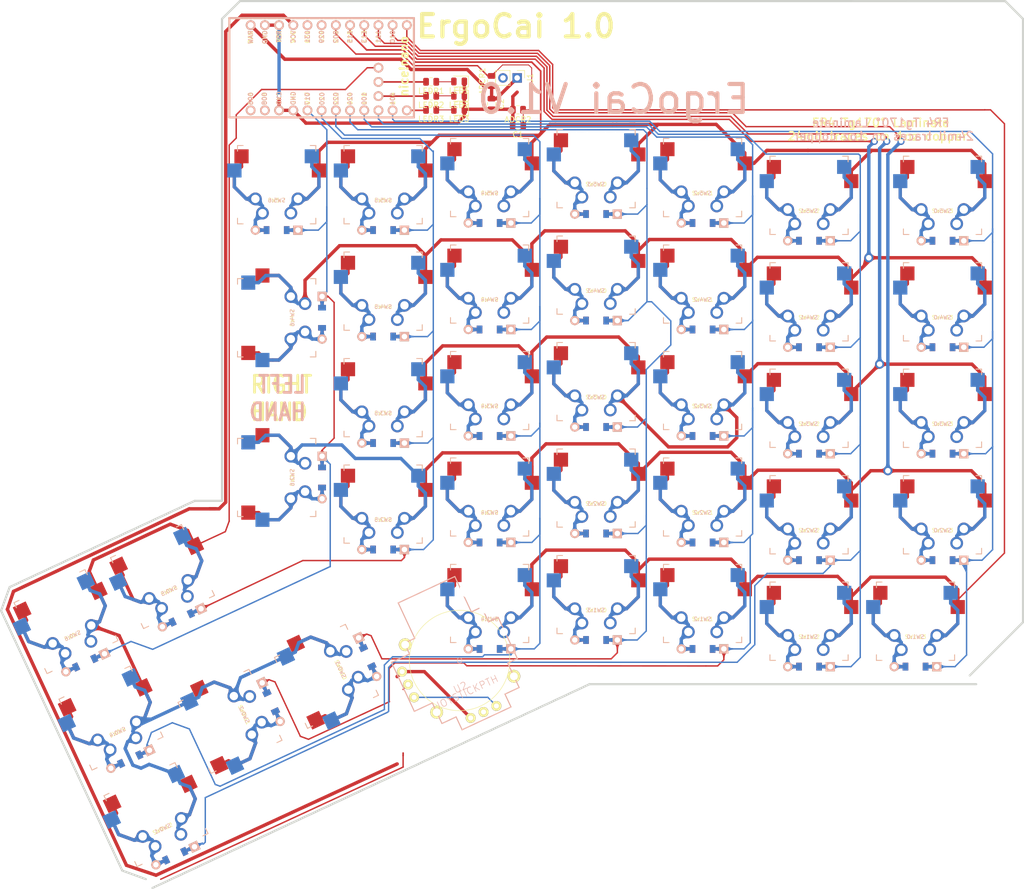
<source format=kicad_pcb>
(kicad_pcb (version 20211014) (generator pcbnew)
  (layers (0 "F.Cu" signal "Front") (31 "B.Cu" signal "Back") (34 "B.Paste" user) (35 "F.Paste" user) (36 "B.SilkS" user "B.Silkscreen") (37 "F.SilkS" user "F.Silkscreen") (38 "B.Mask" user) (39 "F.Mask" user) (44 "Edge.Cuts" user))
  (net 0 "")
  (net 1 "/COL0")
  (net 2 "/COL1")
  (net 3 "/COL3")
  (net 4 "/COL2")
  (net 5 "/COL4")
  (net 6 "/COL5")
  (net 7 "/COL6")
  (net 8 "/ROW0")
  (net 9 "/ROW1")
  (net 10 "/ROW2")
  (net 11 "/ROW3")
  (net 12 "/ROW4")
  (net 13 "/ROW5")
  (net 14 "GND")
  (net 15 "VCC")
  (net 16 "Net-(SW4:7-Pad2)")
  (net 17 "Net-(SW5:7-Pad2)")
  (net 18 "Net-(SW5:8-Pad2)")
  (net 19 "Net-(SW0:7-Pad2)")
  (net 20 "Net-(SW0:8-Pad2)")
  (net 21 "Net-(SW0:9-Pad2)")
  (net 22 "Net-(SW0:10-Pad2)")
  (net 23 "Net-(SW0:11-Pad2)")
  (net 24 "Net-(SW0:12-Pad2)")
  (net 25 "Net-(SW1:9-Pad2)")
  (net 26 "Net-(SW1:10-Pad2)")
  (net 27 "Net-(SW1:11-Pad2)")
  (net 28 "Net-(SW1:12-Pad2)")
  (net 29 "Net-(SW1:13-Pad2)")
  (net 30 "Net-(SW2:7-Pad2)")
  (net 31 "Net-(SW2:8-Pad2)")
  (net 32 "Net-(SW2:9-Pad2)")
  (net 33 "Net-(SW2:10-Pad2)")
  (net 34 "Net-(SW2:11-Pad2)")
  (net 35 "Net-(SW2:12-Pad2)")
  (net 36 "Net-(SW2:13-Pad2)")
  (net 37 "Net-(SW3:8-Pad2)")
  (net 38 "Net-(SW3:9-Pad2)")
  (net 39 "Net-(SW3:10-Pad2)")
  (net 40 "Net-(SW3:11-Pad2)")
  (net 41 "Net-(SW3:12-Pad2)")
  (net 42 "Net-(SW3:13-Pad2)")
  (net 43 "Net-(SW4:8-Pad2)")
  (net 44 "Net-(SW4:9-Pad2)")
  (net 45 "Net-(SW4:10-Pad2)")
  (net 46 "Net-(SW4:11-Pad2)")
  (net 47 "Net-(SW4:12-Pad2)")
  (net 48 "Net-(SW4:13-Pad2)")
  (net 49 "Net-(SW5:9-Pad2)")
  (net 50 "Net-(SW5:10-Pad2)")
  (net 51 "Net-(SW5:11-Pad2)")
  (net 52 "Net-(SW5:12-Pad2)")
  (net 53 "Net-(SW5:13-Pad2)")
  (net 54 "ADC1")
  (net 55 "BATT")
  (net 56 "Net-(LED1-Pad2)")
  (net 57 "Net-(LED2-Pad2)")
  (net 58 "Net-(LED3-Pad2)")
  (net 59 "VERT")
  (net 60 "HORZ")
  (net 63 "Net-(LEDR1-Pad2)")
  (net 64 "Net-(LEDR2-Pad2)")
  (net 65 "Net-(LEDR3-Pad2)")
  (footprint "Enhance:Kailh_socket_diode_smd" (layer "F.Cu") (at 191.310635 123.976075)
    (fp_text reference "SW2:13")
    (fp_text value "SW2:0")
  )
  (footprint "Enhance:Kailh_socket_diode_smd" (layer "F.Cu") (at 191.310813 104.926173)
    (fp_text reference "SW3:13")
    (fp_text value "SW3:0")
  )
  (footprint "Enhance:Kailh_socket_diode_smd" (layer "F.Cu") (at 34.489426 143.092657 25)
    (fp_text reference "SW0:7")
    (fp_text value "SW0:6")
  )
  (footprint "Enhance:Kailh_socket_diode_smd" (layer "F.Cu") (at 51.753682 135.042203 25)
    (fp_text reference "SW0:8")
    (fp_text value "SW0:5")
  )
  (footprint "Enhance:Kailh_socket_diode_smd" (layer "F.Cu") (at 42.538643 160.356388 25)
    (fp_text reference "SW0:9")
    (fp_text value "SW0:4")
  )
  (footprint "Enhance:Kailh_socket_diode_smd" (layer "F.Cu") (at 81.093048 152.887848 115)
    (fp_text reference "SW0:10")
    (fp_text value "SW0:3")
  )
  (footprint "Enhance:Kailh_socket_diode_smd" (layer "F.Cu") (at 63.829003 160.940413 115)
    (fp_text reference "SW0:11")
    (fp_text value "SW0:2")
  )
  (footprint "Enhance:Kailh_socket_diode_smd" (layer "F.Cu") (at 50.590457 177.623323 25)
    (fp_text reference "SW0:12")
    (fp_text value "SW0:1")
  )
  (footprint "Enhance:Kailh_socket_diode_smd" (layer "F.Cu") (at 110.280854 139.851107)
    (fp_text reference "SW1:9")
    (fp_text value "SW1:4")
  )
  (footprint "Enhance:Kailh_socket_diode_smd" (layer "F.Cu") (at 129.330565 138.253687)
    (fp_text reference "SW1:10")
    (fp_text value "SW1:3")
  )
  (footprint "Enhance:Kailh_socket_diode_smd" (layer "F.Cu") (at 148.380662 139.851468)
    (fp_text reference "SW1:11")
    (fp_text value "SW1:2")
  )
  (footprint "Enhance:Kailh_socket_diode_smd" (layer "F.Cu") (at 167.430173 143.026248)
    (fp_text reference "SW1:12")
    (fp_text value "SW1:1")
  )
  (footprint "Enhance:Kailh_socket_diode_smd" (layer "F.Cu") (at 186.480076 143.026427)
    (fp_text reference "SW1:13")
    (fp_text value "SW1:0")
  )
  (footprint "Enhance:Kailh_socket_diode_smd" (layer "F.Cu") (at 72.180293 117.307985 90)
    (fp_text reference "SW2:7")
    (fp_text value "SW2:6")
  )
  (footprint "Enhance:Kailh_socket_diode_smd" (layer "F.Cu") (at 91.229971 122.071554)
    (fp_text reference "SW2:8")
    (fp_text value "SW2:5")
  )
  (footprint "Enhance:Kailh_socket_diode_smd" (layer "F.Cu") (at 110.280128 120.801626)
    (fp_text reference "SW2:9")
    (fp_text value "SW2:4")
  )
  (footprint "Enhance:Kailh_socket_diode_smd" (layer "F.Cu") (at 129.330321 119.202876)
    (fp_text reference "SW2:10")
    (fp_text value "SW2:3")
  )
  (footprint "Enhance:Kailh_socket_diode_smd" (layer "F.Cu") (at 148.38084 120.801564)
    (fp_text reference "SW2:11")
    (fp_text value "SW2:2")
  )
  (footprint "Enhance:Kailh_socket_diode_smd" (layer "F.Cu") (at 167.430352 123.976344)
    (fp_text reference "SW2:12")
    (fp_text value "SW2:1")
  )
  (footprint "Enhance:Kailh_socket_diode_smd" (layer "F.Cu") (at 91.230149 103.02165)
    (fp_text reference "SW3:8")
    (fp_text value "SW3:5")
  )
  (footprint "Enhance:Kailh_socket_diode_smd" (layer "F.Cu") (at 110.280308 101.751724)
    (fp_text reference "SW3:9")
    (fp_text value "SW3:4")
  )
  (footprint "Enhance:Kailh_socket_diode_smd" (layer "F.Cu") (at 129.330501 100.152973)
    (fp_text reference "SW3:10")
    (fp_text value "SW3:3")
  )
  (footprint "Enhance:Kailh_socket_diode_smd" (layer "F.Cu") (at 148.380598 101.750753)
    (fp_text reference "SW3:11")
    (fp_text value "SW3:2")
  )
  (footprint "Enhance:Kailh_socket_diode_smd" (layer "F.Cu") (at 167.43053 104.926441)
    (fp_text reference "SW3:12")
    (fp_text value "SW3:1")
  )
  (footprint "Enhance:Kailh_socket_diode_smd" (layer "F.Cu") (at 72.180048 88.733921 90)
    (fp_text reference "SW4:7")
    (fp_text value "SW4:6")
  )
  (footprint "Enhance:Kailh_socket_diode_smd" (layer "F.Cu") (at 91.229908 83.97084)
    (fp_text reference "SW4:8")
    (fp_text value "SW4:5")
  )
  (footprint "Enhance:Kailh_socket_diode_smd" (layer "F.Cu") (at 110.280065 82.700914)
    (fp_text reference "SW4:9")
    (fp_text value "SW4:4")
  )
  (footprint "Enhance:Kailh_socket_diode_smd" (layer "F.Cu") (at 129.33068 81.103069)
    (fp_text reference "SW4:10")
    (fp_text value "SW4:3")
  )
  (footprint "Enhance:Kailh_socket_diode_smd" (layer "F.Cu") (at 148.380776 82.700851)
    (fp_text reference "SW4:11")
    (fp_text value "SW4:2")
  )
  (footprint "Enhance:Kailh_socket_diode_smd" (layer "F.Cu") (at 167.430289 85.875632)
    (fp_text reference "SW4:12")
    (fp_text value "SW4:1")
  )
  (footprint "Enhance:Kailh_socket_diode_smd" (layer "F.Cu") (at 191.310571 85.875362)
    (fp_text reference "SW4:13")
    (fp_text value "SW4:0")
  )
  (footprint "Enhance:Kailh_socket_diode_smd" (layer "F.Cu") (at 129.330861 62.053166)
    (fp_text reference "SW5:10")
    (fp_text value "SW5:3")
  )
  (footprint "Enhance:Kailh_socket_diode_smd" (layer "F.Cu") (at 148.380052 63.65137)
    (fp_text reference "SW5:11")
    (fp_text value "SW5:2")
  )
  (footprint "Enhance:Kailh_socket_diode_smd" (layer "F.Cu") (at 167.430408 66.827962)
    (fp_text reference "SW5:12")
    (fp_text value "SW5:1")
  )
  (footprint "Enhance:Kailh_socket_diode_smd" (layer "F.Cu") (at 91.230193 64.923535)
    (fp_text reference "SW5:8")
    (fp_text value "SW5:5")
  )
  (footprint "Enhance:Kailh_socket_diode_smd" (layer "F.Cu") (at 110.280243 63.65101)
    (fp_text reference "SW5:9")
    (fp_text value "SW5:4")
  )
  (footprint "Enhance:Kailh_socket_diode_smd" (layer "F.Cu") (at 72.180333 64.923445)
    (fp_text reference "SW5:7")
    (fp_text value "SW5:6")
  )
  (footprint "Enhance:Kailh_socket_diode_smd" (layer "F.Cu") (at 191.310206 66.829023)
    (fp_text reference "SW5:13")
    (fp_text value "SW5:0")
  )
  (footprint "Connector_PinHeader_2.54mm:PinHeader_1x02_P2.54mm_Vertical" (layer "F.Cu") (at 115.21 45.825 -90)
    (fp_text reference "J1")
    (fp_text value "Conn_01x02")
  )
  (footprint "Resistor_SMD:R_0805_2012Metric" (layer "F.Cu") (at 99.8225 49.02 180)
    (fp_text reference "LEDR2")
    (fp_text value "300")
  )
  (footprint "Capacitor_SMD:C_0805_2012Metric" (layer "F.Cu") (at 115.35 54.3 180)
    (fp_text reference "C1")
    (fp_text value "10nF")
  )
  (footprint "nice-nano:nice_nano" (layer "F.Cu") (at 81.5 44)
    (fp_text reference "U1" hide)
    (fp_text value "nice_nano" hide)
  )
  (footprint "LED_SMD:LED_0805_2012Metric" (layer "F.Cu") (at 104.8225 46.46 180)
    (fp_text reference "LED1")
    (fp_text value "LED")
  )
  (footprint "Resistor_SMD:R_0805_2012Metric" (layer "F.Cu") (at 99.8225 51.54 180)
    (fp_text reference "LEDR3")
    (fp_text value "300")
  )
  (footprint "Resistor_SMD:R_0805_2012Metric" (layer "F.Cu") (at 110.62875 46.37625 90)
    (fp_text reference "ADCR1")
    (fp_text value "10M")
  )
  (footprint "LED_SMD:LED_0805_2012Metric" (layer "F.Cu") (at 104.8225 49.02 180)
    (fp_text reference "LED2")
    (fp_text value "LED")
  )
  (footprint "Capacitor_SMD:C_0805_2012Metric" (layer "F.Cu") (at 110.63875 50.47625 -90)
    (fp_text reference "C2")
    (fp_text value "1uF")
  )
  (footprint "SparkFun:JOYSTICK" (layer "F.Cu") (at 104.9 150.05 25)
    (fp_text reference "U2")
    (fp_text value "JOYSTICKPTH")
  )
  (footprint "Resistor_SMD:R_0805_2012Metric" (layer "F.Cu") (at 99.8225 46.51 180)
    (fp_text reference "LEDR1")
    (fp_text value "300")
  )
  (footprint "LED_SMD:LED_0805_2012Metric" (layer "F.Cu") (at 104.8225 51.54 180)
    (fp_text reference "LED3")
    (fp_text value "LED")
  )
  (footprint "Resistor_SMD:R_0805_2012Metric" (layer "F.Cu") (at 115.35 51.52 180)
    (fp_text reference "ADCR2")
    (fp_text value "2.2M")
  )
  (gr_line (start 202.533179 32.08126) (end 65.62 32.07) (layer "Edge.Cuts") (width 0.381))
  (gr_line (start 196.183178 152.731261) (end 205.708179 143.20626) (layer "Edge.Cuts") (width 0.381))
  (gr_line (start 57.499181 121.48926) (end 24.40806 136.919759) (layer "Edge.Cuts") (width 0.381))
  (gr_line (start 62.401381 35.256259) (end 62.401379 121.48926) (layer "Edge.Cuts") (width 0.381))
  (gr_line (start 49.95575 190.75196) (end 128.124251 154.308041) (layer "Edge.Cuts") (width 0.381))
  (gr_line (start 62.401379 121.48926) (end 57.499181 121.48926) (layer "Edge.Cuts") (width 0.381))
  (gr_line (start 205.708179 143.20626) (end 205.70818 35.256259) (layer "Edge.Cuts") (width 0.381))
  (gr_line (start 48.77428 189.175179) (end 44.555338 187.64102) (layer "Edge.Cuts") (width 0.381))
  (gr_line (start 22.871359 141.1387) (end 44.555338 187.64102) (layer "Edge.Cuts") (width 0.381))
  (gr_line (start 65.62 32.07) (end 62.401381 35.256259) (layer "Edge.Cuts") (width 0.381))
  (gr_line (start 128.1 154.29) (end 197.340397 154.290001) (layer "Edge.Cuts") (width 0.381))
  (gr_line (start 24.40806 136.919759) (end 22.871359 141.1387) (layer "Edge.Cuts") (width 0.381))
  (gr_line (start 205.70818 35.256259) (end 202.533179 32.08126) (layer "Edge.Cuts") (width 0.381))
  (gr_text "ErgoCai V1.0" (at 132.46 49.63) (layer "B.SilkS") (effects (font (size 5 5) (thickness 0.75)) (justify mirror)))
  (gr_text "FR4 Tg170° Laminate\n24mil traces on 1oz copper " (at 180.24976 55.047939) (layer "B.SilkS") (effects (font (size 1.5 1.5) (thickness 0.25)) (justify mirror)))
  (gr_text "LEFT\nHAND" (at 77.695478 103.14798) (layer "B.SilkS") (effects (font (size 3.048 2.54) (thickness 0.508)) (justify left mirror)))
  (gr_text "" (at 191.56038 54.433259) (layer "B.SilkS") (effects (font (size 2.032 1.524) (thickness 0.3048)) (justify left mirror)))
  (gr_text "ErgoCai 1.0" (at 114.98 36.58) (layer "F.SilkS") (effects (font (size 4 4) (thickness 0.75))))
  (gr_text "RIGHT\nHAND" (at 67.28148 103.147979) (layer "F.SilkS") (effects (font (size 3.048 2.54) (thickness 0.508)) (justify left)))
  (gr_text "FR4 Tg170° Laminate\n24mil traces on 1oz copper " (at 180.24976 55.047939) (layer "F.SilkS") (effects (font (size 1.5 1.5) (thickness 0.25))))
  (segment (start 195.120206 74.957022) (end 193.110205 74.957023) (width 0.6096) (layer "F.Cu") (net 1))
  (segment (start 193.110636 132.104076) (end 195.120636 132.104076) (width 0.6096) (layer "F.Cu") (net 1))
  (segment (start 193.110571 94.003363) (end 195.120572 94.003363) (width 0.6096) (layer "F.Cu") (net 1))
  (segment (start 193.110814 113.054172) (end 195.120814 113.054172) (width 0.6096) (layer "F.Cu") (net 1))
  (segment (start 188.280077 151.154428) (end 190.290077 151.154428) (width 0.6096) (layer "F.Cu") (net 1))
  (segment (start 196.514785 55.655215) (end 196.25357 55.394) (width 0.254) (layer "B.Cu") (net 1))
  (segment (start 193.110205 74.957023) (end 195.120206 74.957022) (width 0.6096) (layer "B.Cu") (net 1))
  (segment (start 200.270469 92.463298) (end 198.730404 94.003363) (width 0.254) (layer "B.Cu") (net 1))
  (segment (start 94.166002 53.566002) (end 94.15 53.55) (width 0.254) (layer "B.Cu") (net 1))
  (segment (start 196.25357 55.394) (end 140.74 55.394) (width 0.254) (layer "B.Cu") (net 1))
  (segment (start 92.93 53.206001) (end 92.93 51.62) (width 0.254) (layer "B.Cu") (net 1))
  (segment (start 140.74 55.394) (end 138.912001 53.566001) (width 0.254) (layer "B.Cu") (net 1))
  (segment (start 193.110636 132.104076) (end 195.120636 132.104076) (width 0.6096) (layer "B.Cu") (net 1))
  (segment (start 94.133999 53.566001) (end 93.29 53.566001) (width 0.254) (layer "B.Cu") (net 1))
  (segment (start 193.538739 151.154428) (end 190.290077 151.154428) (width 0.254) (layer "B.Cu") (net 1))
  (segment (start 200.270468 111.803171) (end 200.270468 91.180598) (width 0.254) (layer "B.Cu") (net 1))
  (segment (start 195.616368 132.599809) (end 195.616369 149.076798) (width 0.254) (layer "B.Cu") (net 1))
  (segment (start 200.270468 72.821479) (end 200.270469 73.456478) (width 0.254) (layer "B.Cu") (net 1))
  (segment (start 200.270469 75.200485) (end 200.270468 91.180598) (width 0.254) (layer "B.Cu") (net 1))
  (segment (start 193.110571 94.003363) (end 195.120572 94.003363) (width 0.6096) (layer "B.Cu") (net 1))
  (segment (start 193.110814 113.054172) (end 195.120814 113.054172) (width 0.6096) (layer "B.Cu") (net 1))
  (segment (start 200.270468 72.821479) (end 200.270469 75.200485) (width 0.254) (layer "B.Cu") (net 1))
  (segment (start 200.270469 73.456478) (end 198.769925 74.957023) (width 0.254) (layer "B.Cu") (net 1))
  (segment (start 200.273008 130.222938) (end 198.391871 132.104076) (width 0.254) (layer "B.Cu") (net 1))
  (segment (start 198.769925 74.957023) (end 195.120206 74.957022) (width 0.254) (layer "B.Cu") (net 1))
  (segment (start 198.730404 94.003363) (end 195.120572 94.003363) (width 0.254) (layer "B.Cu") (net 1))
  (segment (start 196.514785 55.655215) (end 200.270468 59.410899) (width 0.254) (layer "B.Cu") (net 1))
  (segment (start 199.021377 113.054489) (end 200.273008 111.802859) (width 0.254) (layer "B.Cu") (net 1))
  (segment (start 198.391871 132.104076) (end 195.120636 132.104076) (width 0.254) (layer "B.Cu") (net 1))
  (segment (start 200.270468 59.410899) (end 200.270468 72.821479) (width 0.254) (layer "B.Cu") (net 1))
  (segment (start 93.29 53.566001) (end 92.93 53.206001) (width 0.254) (layer "B.Cu") (net 1))
  (segment (start 200.270468 91.180598) (end 200.270469 92.463298) (width 0.254) (layer "B.Cu") (net 1))
  (segment (start 195.120973 113.05449) (end 199.021377 113.054489) (width 0.254) (layer "B.Cu") (net 1))
  (segment (start 195.120636 132.104076) (end 195.616368 132.599809) (width 0.254) (layer "B.Cu") (net 1))
  (segment (start 195.616369 149.076798) (end 193.538739 151.154428) (width 0.254) (layer "B.Cu") (net 1))
  (segment (start 94.15 53.55) (end 94.133999 53.566001) (width 0.254) (layer "B.Cu") (net 1))
  (segment (start 138.912001 53.566001) (end 94.166002 53.566002) (width 0.254) (layer "B.Cu") (net 1))
  (segment (start 200.273008 111.800318) (end 200.273008 130.222938) (width 0.254) (layer "B.Cu") (net 1))
  (segment (start 188.280077 151.154428) (end 190.290077 151.154428) (width 0.6096) (layer "B.Cu") (net 1))
  (segment (start 169.230171 151.154249) (end 171.240172 151.154248) (width 0.6096) (layer "F.Cu") (net 2))
  (segment (start 169.230407 74.955963) (end 171.240407 74.955962) (width 0.6096) (layer "F.Cu") (net 2))
  (segment (start 55.656851 184.22908) (end 57.478531 183.379617) (width 0.6096) (layer "F.Cu") (net 2))
  (segment (start 169.23029 94.003632) (end 171.240289 94.003631) (width 0.6096) (layer "F.Cu") (net 2))
  (segment (start 169.230531 113.054441) (end 171.240532 113.054441) (width 0.6096) (layer "F.Cu") (net 2))
  (segment (start 169.230353 132.104344) (end 171.240353 132.104344) (width 0.6096) (layer "F.Cu") (net 2))
  (segment (start 169.23029 94.003632) (end 171.240289 94.003631) (width 0.6096) (layer "B.Cu") (net 2))
  (segment (start 157.725684 136.672752) (end 157.725684 147.214316) (width 0.254) (layer "B.Cu") (net 2))
  (segment (start 176.592804 108.250945) (end 176.592805 130.379426) (width 0.254) (layer "B.Cu") (net 2))
  (segment (start 92.21 151.29) (end 92.21 159.13) (width 0.254) (layer "B.Cu") (net 2))
  (segment (start 171.240353 132.104344) (end 171.240352 133.183845) (width 0.254) (layer "B.Cu") (net 2))
  (segment (start 176.592806 111.344665) (end 176.592804 108.250945) (width 0.254) (layer "B.Cu") (net 2))
  (segment (start 92.21 159.13) (end 92.03 159.31) (width 0.254) (layer "B.Cu") (net 2))
  (segment (start 59.410939 174.590939) (end 59.410939 182.549061) (width 0.254) (layer "B.Cu") (net 2))
  (segment (start 156.19042 55.902) (end 140.47 55.902) (width 0.254) (layer "B.Cu") (net 2))
  (segment (start 169.230531 113.054441) (end 171.240532 113.054441) (width 0.6096) (layer "B.Cu") (net 2))
  (segment (start 92.03 159.31) (end 59.410939 174.590939) (width 0.254) (layer "B.Cu") (net 2))
  (segment (start 169.230353 132.104344) (end 171.240353 132.104344) (width 0.6096) (layer "B.Cu") (net 2))
  (segment (start 57.988148 182.87) (end 57.478531 183.379617) (width 0.254) (layer "B.Cu") (net 2))
  (segment (start 174.867886 132.104344) (end 171.240353 132.104344) (width 0.254) (layer "B.Cu") (net 2))
  (segment (start 55.656851 184.22908) (end 57.478531 183.379617) (width 0.6096) (layer "B.Cu") (net 2))
  (segment (start 176.592806 89.147605) (end 176.592804 108.250945) (width 0.254) (layer "B.Cu") (net 2))
  (segment (start 171.240407 74.955962) (end 169.230407 74.955963) (width 0.6096) (layer "B.Cu") (net 2))
  (segment (start 174.88303 113.054441) (end 176.592806 111.344665) (width 0.254) (layer "B.Cu") (net 2))
  (segment (start 159.922307 134.476129) (end 157.725684 136.672752) (width 0.254) (layer "B.Cu") (net 2))
  (segment (start 171.240289 94.003631) (end 174.883839 94.003632) (width 0.254) (layer "B.Cu") (net 2))
  (segment (start 176.3 59.44) (end 159.72842 59.44) (width 0.254) (layer "B.Cu") (net 2))
  (segment (start 59.09 182.87) (end 57.988148 182.87) (width 0.254) (layer "B.Cu") (net 2))
  (segment (start 154.57 150.37) (end 93.13 150.37) (width 0.254) (layer "B.Cu") (net 2))
  (segment (start 91.3 54.074001) (end 90.39 53.164001) (width 0.254) (layer "B.Cu") (net 2))
  (segment (start 176.592805 130.379426) (end 176.581375 130.390855) (width 0.254) (layer "B.Cu") (net 2))
  (segment (start 176.590265 130.399745) (end 176.590265 149.498006) (width 0.254) (layer "B.Cu") (net 2))
  (segment (start 138.642001 54.074001) (end 91.3 54.074001) (width 0.254) (layer "B.Cu") (net 2))
  (segment (start 159.72842 59.44) (end 156.19042 55.902) (width 0.254) (layer "B.Cu") (net 2))
  (segment (start 174.873887 74.955962) (end 176.592806 73.237046) (width 0.254) (layer "B.Cu") (net 2))
  (segment (start 171.240407 74.955962) (end 174.873887 74.955962) (width 0.254) (layer "B.Cu") (net 2))
  (segment (start 169.948068 134.47613) (end 159.922307 134.476129) (width 0.254) (layer "B.Cu") (net 2))
  (segment (start 176.590265 149.498006) (end 174.934022 151.154248) (width 0.254) (layer "B.Cu") (net 2))
  (segment (start 93.13 150.37) (end 92.21 151.29) (width 0.254) (layer "B.Cu") (net 2))
  (segment (start 176.592806 92.294665) (end 176.592806 89.147605) (width 0.254) (layer "B.Cu") (net 2))
  (segment (start 176.592806 59.732806) (end 176.3 59.44) (width 0.254) (layer "B.Cu") (net 2))
  (segment (start 171.240532 113.054441) (end 174.88303 113.054441) (width 0.254) (layer "B.Cu") (net 2))
  (segment (start 176.581375 130.390855) (end 176.590265 130.399745) (width 0.254) (layer "B.Cu") (net 2))
  (segment (start 176.592805 70.262705) (end 176.592806 59.732806) (width 0.254) (layer "B.Cu") (net 2))
  (segment (start 169.230171 151.154249) (end 171.240172 151.154248) (width 0.6096) (layer "B.Cu") (net 2))
  (segment (start 174.934022 151.154248) (end 171.240172 151.154248) (width 0.254) (layer "B.Cu") (net 2))
  (segment (start 176.592806 73.237046) (end 176.592805 70.262705) (width 0.254) (layer "B.Cu") (net 2))
  (segment (start 90.39 53.164001) (end 90.39 51.62) (width 0.254) (layer "B.Cu") (net 2))
  (segment (start 176.592805 70.262705) (end 176.592806 89.147605) (width 0.254) (layer "B.Cu") (net 2))
  (segment (start 176.581375 130.390855) (end 174.867886 132.104344) (width 0.254) (layer "B.Cu") (net 2))
  (segment (start 171.240352 133.183845) (end 169.948068 134.47613) (width 0.254) (layer "B.Cu") (net 2))
  (segment (start 174.883839 94.003632) (end 176.592806 92.294665) (width 0.254) (layer "B.Cu") (net 2))
  (segment (start 59.410939 182.549061) (end 59.09 182.87) (width 0.254) (layer "B.Cu") (net 2))
  (segment (start 140.47 55.902) (end 138.642001 54.074001) (width 0.254) (layer "B.Cu") (net 2))
  (segment (start 157.725684 147.214316) (end 154.57 150.37) (width 0.254) (layer "B.Cu") (net 2))
  (segment (start 91.00127 149.749979) (end 89.073927 145.616781) (width 0.254) (layer "F.Cu") (net 3))
  (segment (start 86.849342 145.999775) (end 87.698806 147.821454) (width 0.6096) (layer "F.Cu") (net 3))
  (segment (start 131.130322 127.330876) (end 133.14032 127.330877) (width 0.6096) (layer "F.Cu") (net 3))
  (segment (start 133.1403 148.654199) (end 132.035098 149.759401) (width 0.254) (layer "F.Cu") (net 3))
  (segment (start 131.130859 70.181167) (end 133.14086 70.181166) (width 0.6096) (layer "F.Cu") (net 3))
  (segment (start 131.130502 108.280974) (end 133.1405 108.280974) (width 0.6096) (layer "F.Cu") (net 3))
  (segment (start 88.285823 145.329933) (end 86.849342 145.999775) (width 0.254) (layer "F.Cu") (net 3))
  (segment (start 132.035098 149.759401) (end 91.027159 149.759401) (width 0.254) (layer "F.Cu") (net 3))
  (segment (start 89.073927 145.616781) (end 88.285823 145.329933) (width 0.254) (layer "F.Cu") (net 3))
  (segment (start 131.130679 89.231069) (end 133.140681 89.23107) (width 0.6096) (layer "F.Cu") (net 3))
  (segment (start 131.130565 146.381686) (end 133.140563 146.381686) (width 0.6096) (layer "F.Cu") (net 3))
  (segment (start 91.027159 149.759401) (end 91.00127 149.749979) (width 0.254) (layer "F.Cu") (net 3))
  (segment (start 133.140299 146.381098) (end 133.1403 148.654199) (width 0.254) (layer "F.Cu") (net 3))
  (segment (start 138.307386 103.435106) (end 138.307385 124.108165) (width 0.254) (layer "B.Cu") (net 3))
  (segment (start 137.48 86.82) (end 138 86.3) (width 0.254) (layer "B.Cu") (net 3))
  (segment (start 85.31 53.71) (end 85.31 51.62) (width 0.254) (layer "B.Cu") (net 3))
  (segment (start 131.130679 89.231069) (end 133.140681 89.23107) (width 0.6096) (layer "B.Cu") (net 3))
  (segment (start 138.307385 124.108165) (end 138.307384 144.771066) (width 0.254) (layer "B.Cu") (net 3))
  (segment (start 138.434385 65.584025) (end 138.434386 55.724386) (width 0.254) (layer "B.Cu") (net 3))
  (segment (start 136.811874 127.330877) (end 138.307385 125.835366) (width 0.254) (layer "B.Cu") (net 3))
  (segment (start 131.130565 146.381686) (end 133.140563 146.381686) (width 0.6096) (layer "B.Cu") (net 3))
  (segment (start 136.696763 146.381686) (end 133.140563 146.381686) (width 0.254) (layer "B.Cu") (net 3))
  (segment (start 136.765864 70.181167) (end 138.434386 68.512647) (width 0.254) (layer "B.Cu") (net 3))
  (segment (start 133.14086 70.181166) (end 131.130859 70.181167) (width 0.6096) (layer "B.Cu") (net 3))
  (segment (start 142.7 89.3) (end 139.265614 85.865614) (width 0.254) (layer "B.Cu") (net 3))
  (segment (start 138.307386 106.719325) (end 138.307386 103.435106) (width 0.254) (layer "B.Cu") (net 3))
  (segment (start 138.307385 125.835366) (end 138.307385 124.108165) (width 0.254) (layer "B.Cu") (net 3))
  (segment (start 138.434386 68.512647) (end 138.434386 85.865614) (width 0.254) (layer "B.Cu") (net 3))
  (segment (start 139.265614 85.865614) (end 138.434386 85.865614) (width 0.254) (layer "B.Cu") (net 3))
  (segment (start 138.307386 103.435106) (end 138.307386 97.992614) (width 0.254) (layer "B.Cu") (net 3))
  (segment (start 86.849342 145.999775) (end 87.698806 147.821454) (width 0.6096) (layer "B.Cu") (net 3))
  (segment (start 138.434386 68.512647) (end 138.434385 65.584025) (width 0.254) (layer "B.Cu") (net 3))
  (segment (start 137.8 55.09) (end 86.69 55.09) (width 0.254) (layer "B.Cu") (net 3))
  (segment (start 133.140681 89.23107) (end 135.06893 89.23107) (width 0.254) (layer "B.Cu") (net 3))
  (segment (start 142.7 93.6) (end 142.7 89.3) (width 0.254) (layer "B.Cu") (net 3))
  (segment (start 138.307386 97.992614) (end 142.7 93.6) (width 0.254) (layer "B.Cu") (net 3))
  (segment (start 138.434386 85.865614) (end 137.48 86.82) (width 0.254) (layer "B.Cu") (net 3))
  (segment (start 138.434386 55.724386) (end 137.8 55.09) (width 0.254) (layer "B.Cu") (net 3))
  (segment (start 131.130322 127.330876) (end 133.14032 127.330877) (width 0.6096) (layer "B.Cu") (net 3))
  (segment (start 131.130502 108.280974) (end 133.1405 108.280974) (width 0.6096) (layer "B.Cu") (net 3))
  (segment (start 138.307384 144.771066) (end 136.696763 146.381686) (width 0.254) (layer "B.Cu") (net 3))
  (segment (start 133.14032 127.330877) (end 136.811874 127.330877) (width 0.254) (layer "B.Cu") (net 3))
  (segment (start 86.69 55.09) (end 85.31 53.71) (width 0.254) (layer "B.Cu") (net 3))
  (segment (start 136.745738 108.280974) (end 138.307386 106.719325) (width 0.254) (layer "B.Cu") (net 3))
  (segment (start 133.1405 108.280974) (end 136.745738 108.280974) (width 0.254) (layer "B.Cu") (net 3))
  (segment (start 133.14086 70.181166) (end 136.765864 70.181167) (width 0.254) (layer "B.Cu") (net 3))
  (segment (start 135.06893 89.23107) (end 137.48 86.82) (width 0.254) (layer "B.Cu") (net 3))
  (segment (start 148.977622 151.029474) (end 106.183854 150.997946) (width 0.254) (layer "F.Cu") (net 4))
  (segment (start 150.180841 128.929563) (end 152.190842 128.929564) (width 0.6096) (layer "F.Cu") (net 4))
  (segment (start 93.304156 150.495844) (end 92.32 151.48) (width 0.254) (layer "F.Cu") (net 4))
  (segment (start 150.180662 147.979467) (end 152.190661 147.979468) (width 0.6096) (layer "F.Cu") (net 4))
  (segment (start 92.359178 157.419178) (end 77.870151 164.148985) (width 0.254) (layer "F.Cu") (net 4))
  (segment (start 92.32 151.48) (end 92.32 157.38) (width 0.254) (layer "F.Cu") (net 4))
  (segment (start 92.32 157.38) (end 92.359178 157.419178) (width 0.254) (layer "F.Cu") (net 4))
  (segment (start 152.190397 149.915971) (end 151.076893 151.029474) (width 0.254) (layer "F.Cu") (net 4))
  (segment (start 151.076893 151.029474) (end 148.977622 151.029474) (width 0.254) (layer "F.Cu") (net 4))
  (segment (start 150.180777 90.82885) (end 152.190777 90.82885) (width 0.6096) (layer "F.Cu") (net 4))
  (segment (start 71.879415 153.882683) (end 70.808597 153.492937) (width 0.254) (layer "F.Cu") (net 4))
  (segment (start 76.420659 163.621414) (end 71.879415 153.882683) (width 0.254) (layer "F.Cu") (net 4))
  (segment (start 152.190051 71.77937) (end 150.180052 71.779369) (width 0.6096) (layer "F.Cu") (net 4))
  (segment (start 77.870151 164.148985) (end 76.420659 163.621414) (width 0.254) (layer "F.Cu") (net 4))
  (segment (start 150.180598 109.878754) (end 152.190599 109.878754) (width 0.6096) (layer "F.Cu") (net 4))
  (segment (start 105.681752 150.495844) (end 93.304156 150.495844) (width 0.254) (layer "F.Cu") (net 4))
  (segment (start 152.190396 147.978878) (end 152.190397 149.915971) (width 0.254) (layer "F.Cu") (net 4))
  (segment (start 69.585296 154.052339) (end 70.434759 155.874016) (width 0.6096) (layer "F.Cu") (net 4))
  (segment (start 106.183854 150.997946) (end 105.681752 150.495844) (width 0.254) (layer "F.Cu") (net 4))
  (segment (start 70.808597 153.492937) (end 69.585296 154.052339) (width 0.254) (layer "F.Cu") (net 4))
  (segment (start 156.907806 146.891966) (end 155.820303 147.979468) (width 0.254) (layer "B.Cu") (net 4))
  (segment (start 157.337064 127.379686) (end 157.337066 105.360426) (width 0.254) (layer "B.Cu") (net 4))
  (segment (start 157.337065 57.767065) (end 155.98 56.41) (width 0.254) (layer "B.Cu") (net 4))
  (segment (start 157.337066 105.360426) (end 157.337064 104.872746) (width 0.254) (layer "B.Cu") (net 4))
  (segment (start 155.98 56.41) (end 140.18 56.41) (width 0.254) (layer "B.Cu") (net 4))
  (segment (start 157.337066 89.170464) (end 157.337065 89.343185) (width 0.254) (layer "B.Cu") (net 4))
  (segment (start 152.190051 71.77937) (end 155.838181 71.779369) (width 0.254) (layer "B.Cu") (net 4))
  (segment (start 155.838181 71.779369) (end 157.337066 70.280486) (width 0.254) (layer "B.Cu") (net 4))
  (segment (start 69.585296 154.052339) (end 70.434759 155.874016) (width 0.6096) (layer "B.Cu") (net 4))
  (segment (start 152.190599 109.878754) (end 155.828638 109.878753) (width 0.254) (layer "B.Cu") (net 4))
  (segment (start 157.337066 108.370326) (end 157.337064 104.872746) (width 0.254) (layer "B.Cu") (net 4))
  (segment (start 150.180052 71.779369) (end 152.190051 71.77937) (width 0.6096) (layer "B.Cu") (net 4))
  (segment (start 155.828638 109.878753) (end 157.337066 108.370326) (width 0.254) (layer "B.Cu") (net 4))
  (segment (start 157.337064 104.872746) (end 157.337066 89.170464) (width 0.254) (layer "B.Cu") (net 4))
  (segment (start 87.85 53.24) (end 87.85 51.62) (width 0.254) (layer "B.Cu") (net 4))
  (segment (start 152.190842 128.929564) (end 155.787187 128.929563) (width 0.254) (layer "B.Cu") (net 4))
  (segment (start 156.907805 127.811485) (end 156.907806 146.891966) (width 0.254) (layer "B.Cu") (net 4))
  (segment (start 140.18 56.41) (end 138.352001 54.582001) (width 0.254) (layer "B.Cu") (net 4))
  (segment (start 155.820303 147.979468) (end 152.190661 147.979468) (width 0.254) (layer "B.Cu") (net 4))
  (segment (start 155.851401 90.828851) (end 152.190777 90.82885) (width 0.254) (layer "B.Cu") (net 4))
  (segment (start 150.180777 90.82885) (end 152.190777 90.82885) (width 0.6096) (layer "B.Cu") (net 4))
  (segment (start 157.337065 66.935305) (end 157.337065 57.767065) (width 0.254) (layer "B.Cu") (net 4))
  (segment (start 138.352001 54.582001) (end 89.192001 54.582001) (width 0.254) (layer "B.Cu") (net 4))
  (segment (start 157.337065 89.343185) (end 155.851401 90.828851) (width 0.254) (layer "B.Cu") (net 4))
  (segment (start 150.180598 109.878754) (end 152.190599 109.878754) (width 0.6096) (layer "B.Cu") (net 4))
  (segment (start 150.180841 128.929563) (end 152.190842 128.929564) (width 0.6096) (layer "B.Cu") (net 4))
  (segment (start 155.787187 128.929563) (end 157.337064 127.379686) (width 0.254) (layer "B.Cu") (net 4))
  (segment (start 157.337065 66.935305) (end 157.337066 89.170464) (width 0.254) (layer "B.Cu") (net 4))
  (segment (start 157.337066 70.280486) (end 157.337065 66.935305) (width 0.254) (layer "B.Cu") (net 4))
  (segment (start 152.190661 147.979468) (end 150.180662 147.979467) (width 0.6096) (layer "B.Cu") (net 4))
  (segment (start 89.192001 54.582001) (end 87.85 53.24) (width 0.254) (layer "B.Cu") (net 4))
  (segment (start 112.080243 71.779009) (end 114.090245 71.77901) (width 0.6096) (layer "F.Cu") (net 5))
  (segment (start 112.080308 109.879723) (end 114.090307 109.879724) (width 0.6096) (layer "F.Cu") (net 5))
  (segment (start 47.605037 166.962145) (end 49.426716 166.112682) (width 0.6096) (layer "F.Cu") (net 5))
  (segment (start 112.080855 147.979108) (end 114.090855 147.979108) (width 0.6096) (layer "F.Cu") (net 5))
  (segment (start 112.080065 90.828913) (end 114.090063 90.828913) (width 0.6096) (layer "F.Cu") (net 5))
  (segment (start 112.080128 128.929627) (end 114.090126 128.929627) (width 0.6096) (layer "F.Cu") (net 5))
  (segment (start 119.277706 57.235462) (end 118.092244 56.05) (width 0.254) (layer "B.Cu") (net 5))
  (segment (start 114.090307 109.879724) (end 117.709888 109.879724) (width 0.254) (layer "B.Cu") (net 5))
  (segment (start 47.605037 166.962145) (end 49.426716 166.112682) (width 0.6096) (layer "B.Cu") (net 5))
  (segment (start 117.730922 71.779009) (end 119.277705 70.232226) (width 0.254) (layer "B.Cu") (net 5))
  (segment (start 56.565113 162.303754) (end 61.194092 172.230631) (width 0.254) (layer "B.Cu") (net 5))
  (segment (start 91.453696 150.856304) (end 91.453696 158.754227) (width 0.254) (layer "B.Cu") (net 5))
  (segment (start 114.090245 71.77901) (end 117.730922 71.779009) (width 0.254) (layer "B.Cu") (net 5))
  (segment (start 49.771367 162.93396) (end 53.508583 161.191268) (width 0.254) (layer "B.Cu") (net 5))
  (segment (start 114.090063 90.828913) (end 117.746258 90.828913) (width 0.254) (layer "B.Cu") (net 5))
  (segment (start 61.194092 172.230631) (end 62.053778 172.543531) (width 0.254) (layer "B.Cu") (net 5))
  (segment (start 49.426716 166.112682) (end 48.9705 165.134323) (width 0.254) (layer "B.Cu") (net 5))
  (segment (start 112.080855 147.979108) (end 114.090855 147.979108) (width 0.6096) (layer "B.Cu") (net 5))
  (segment (start 119.277706 89.297465) (end 119.277705 86.724445) (width 0.254) (layer "B.Cu") (net 5))
  (segment (start 112.080128 128.929627) (end 114.090126 128.929627) (width 0.6096) (layer "B.Cu") (net 5))
  (segment (start 118.277163 147.979303) (end 119.277704 146.97876) (width 0.254) (layer "B.Cu") (net 5))
  (segment (start 114.072247 149.04) (end 109.361854 149.04) (width 0.254) (layer "B.Cu") (net 5))
  (segment (start 118.092244 56.05) (end 84.32 56.05) (width 0.254) (layer "B.Cu") (net 5))
  (segment (start 112.080308 109.879723) (end 114.090307 109.879724) (width 0.6096) (layer "B.Cu") (net 5))
  (segment (start 119.277706 57.235462) (end 119.277706 67.392506) (width 0.254) (layer "B.Cu") (net 5))
  (segment (start 53.508583 161.191268) (end 56.565113 162.303754) (width 0.254) (layer "B.Cu") (net 5))
  (segment (start 109.011854 149.39) (end 92.92 149.39) (width 0.254) (layer "B.Cu") (net 5))
  (segment (start 48.9705 165.134323) (end 49.771367 162.93396) (width 0.254) (layer "B.Cu") (net 5))
  (segment (start 109.361854 149.04) (end 109.011854 149.39) (width 0.254) (layer "B.Cu") (net 5))
  (segment (start 114.090106 147.979849) (end 118.277163 147.979303) (width 0.254) (layer "B.Cu") (net 5))
  (segment (start 82.77 54.5) (end 82.77 51.62) (width 0.254) (layer "B.Cu") (net 5))
  (segment (start 117.746258 90.828913) (end 119.277706 89.297465) (width 0.254) (layer "B.Cu") (net 5))
  (segment (start 114.090854 147.979107) (end 114.090854 149.058607) (width 0.254) (layer "B.Cu") (net 5))
  (segment (start 119.277705 86.724445) (end 119.277705 107.577845) (width 0.254) (layer "B.Cu") (net 5))
  (segment (start 112.080065 90.828913) (end 114.090063 90.828913) (width 0.6096) (layer "B.Cu") (net 5))
  (segment (start 119.277704 146.97876) (end 119.277706 124.600925) (width 0.254) (layer "B.Cu") (net 5))
  (segment (start 92.92 149.39) (end 91.453696 150.856304) (width 0.254) (layer "B.Cu") (net 5))
  (segment (start 62.053778 172.543531) (end 91.484021 158.819983) (width 0.254) (layer "B.Cu") (net 5))
  (segment (start 117.842064 128.929626) (end 119.277706 127.493985) (width 0.254) (layer "B.Cu") (net 5))
  (segment (start 117.709888 109.879724) (end 119.277705 108.311905) (width 0.254) (layer "B.Cu") (net 5))
  (segment (start 119.277705 70.232226) (end 119.277706 67.392506) (width 0.254) (layer "B.Cu") (net 5))
  (segment (start 114.090854 149.058607) (end 114.072247 149.04) (width 0.254) (layer "B.Cu") (net 5))
  (segment (start 119.277705 108.311905) (end 119.277705 107.577845) (width 0.254) (layer "B.Cu") (net 5))
  (segment (start 119.277705 107.577845) (end 119.277706 124.600925) (width 0.254) (layer "B.Cu") (net 5))
  (segment (start 114.090126 128.929627) (end 117.842064 128.929626) (width 0.254) (layer "B.Cu") (net 5))
  (segment (start 84.32 56.05) (end 82.77 54.5) (width 0.254) (layer "B.Cu") (net 5))
  (segment (start 114.090245 71.77901) (end 112.080243 71.779009) (width 0.6096) (layer "B.Cu") (net 5))
  (segment (start 119.277706 67.392506) (end 119.277705 86.724445) (width 0.254) (layer "B.Cu") (net 5))
  (segment (start 119.277706 127.493985) (end 119.277706 124.600925) (width 0.254) (layer "B.Cu") (net 5))
  (segment (start 56.820078 141.647959) (end 58.641757 140.798496) (width 0.6096) (layer "F.Cu") (net 6))
  (segment (start 58.641757 140.798496) (end 76.854143 132.170206) (width 0.254) (layer "F.Cu") (net 6))
  (segment (start 76.854143 132.170206) (end 94.494627 132.169995) (width 0.254) (layer "F.Cu") (net 6))
  (segment (start 93.029908 92.098841) (end 95.039906 92.098841) (width 0.6096) (layer "F.Cu") (net 6))
  (segment (start 95.04013 131.624331) (end 95.040127 130.199871) (width 0.254) (layer "F.Cu") (net 6))
  (segment (start 93.030149 111.149649) (end 95.040151 111.14965) (width 0.6096) (layer "F.Cu") (net 6))
  (segment (start 94.494627 132.169995) (end 95.04013 131.624331) (width 0.254) (layer "F.Cu") (net 6))
  (segment (start 95.039969 130.199553) (end 93.029971 130.199553) (width 0.6096) (layer "F.Cu") (net 6))
  (segment (start 93.030194 73.051534) (end 95.040194 73.051534) (width 0.6096) (layer "F.Cu") (net 6))
  (segment (start 99.148296 73.051534) (end 95.040194 73.051534) (width 0.254) (layer "B.Cu") (net 6))
  (segment (start 80.23 53.01) (end 80.23 51.62) (width 0.254) (layer "B.Cu") (net 6))
  (segment (start 100.204845 128.456646) (end 98.461938 130.199554) (width 0.254) (layer "B.Cu") (net 6))
  (segment (start 95.039906 92.098841) (end 93.029908 92.098841) (width 0.6096) (layer "B.Cu") (net 6))
  (segment (start 100.204844 110.150866) (end 100.204845 128.456646) (width 0.254) (layer "B.Cu") (net 6))
  (segment (start 56.820078 141.647959) (end 58.641757 140.798496) (width 0.6096) (layer "B.Cu") (net 6))
  (segment (start 100.204845 58.878321) (end 100.204845 59.074845) (width 0.254) (layer "B.Cu") (net 6))
  (segment (start 83.89 56.67) (end 80.23 53.01) (width 0.254) (layer "B.Cu") (net 6))
  (segment (start 93.029971 130.199553) (end 95.039969 130.199553) (width 0.6096) (layer "B.Cu") (net 6))
  (segment (start 99.20606 111.149649) (end 95.040151 111.14965) (width 0.254) (layer "B.Cu") (net 6))
  (segment (start 100.204846 91.075466) (end 100.204844 110.150866) (width 0.254) (layer "B.Cu") (net 6))
  (segment (start 100.204845 71.994985) (end 99.148296 73.051534) (width 0.254) (layer "B.Cu") (net 6))
  (segment (start 100.204846 91.075466) (end 99.18147 92.09884) (width 0.254) (layer "B.Cu") (net 6))
  (segment (start 100.204845 59.074845) (end 97.8 56.67) (width 0.254) (layer "B.Cu") (net 6))
  (segment (start 99.18147 92.09884) (end 95.039906 92.098841) (width 0.254) (layer "B.Cu") (net 6))
  (segment (start 97.8 56.67) (end 83.89 56.67) (width 0.254) (layer "B.Cu") (net 6))
  (segment (start 100.204845 71.994985) (end 100.204846 91.075466) (width 0.254) (layer "B.Cu") (net 6))
  (segment (start 93.030194 73.051534) (end 95.040194 73.051534) (width 0.6096) (layer "B.Cu") (net 6))
  (segment (start 93.030149 111.149649) (end 95.040151 111.14965) (width 0.6096) (layer "B.Cu") (net 6))
  (segment (start 100.204845 59.074845) (end 100.204845 71.994985) (width 0.254) (layer "B.Cu") (net 6))
  (segment (start 100.204844 110.150866) (end 99.20606 111.149649) (width 0.254) (layer "B.Cu") (net 6))
  (segment (start 98.461938 130.199554) (end 95.039969 130.199553) (width 0.254) (layer "B.Cu") (net 6))
  (segment (start 81.38755 84.923922) (end 82.457864 85.994238) (width 0.254) (layer "F.Cu") (net 7))
  (segment (start 80.308294 115.507986) (end 80.308294 113.497987) (width 0.6096) (layer "F.Cu") (net 7))
  (segment (start 39.55582 149.698414) (end 41.3775 148.848951) (width 0.6096) (layer "F.Cu") (net 7))
  (segment (start 80.308294 112.418486) (end 80.308294 113.497987) (width 0.254) (layer "F.Cu") (net 7))
  (segment (start 73.980332 73.051446) (end 75.990333 73.051445) (width 0.6096) (layer "F.Cu") (net 7))
  (segment (start 80.308049 84.923922) (end 80.30805 86.933922) (width 0.6096) (layer "F.Cu") (net 7))
  (segment (start 82.457865 110.268913) (end 80.308294 112.418486) (width 0.254) (layer "F.Cu") (net 7))
  (segment (start 80.308049 84.923922) (end 81.38755 84.923922) (width 0.254) (layer "F.Cu") (net 7))
  (segment (start 82.457864 85.994238) (end 82.457865 110.268913) (width 0.254) (layer "F.Cu") (net 7))
  (segment (start 81.761927 133.239489) (end 49.988549 148.05566) (width 0.254) (layer "B.Cu") (net 7))
  (segment (start 79.638646 73.051445) (end 81.159925 71.530165) (width 0.254) (layer "B.Cu") (net 7))
  (segment (start 75.990333 73.051445) (end 79.638646 73.051445) (width 0.254) (layer "B.Cu") (net 7))
  (segment (start 81.159925 71.530165) (end 81.159925 68.875865) (width 0.254) (layer "B.Cu") (net 7))
  (segment (start 80.308294 113.497987) (end 80.308426 113.497986) (width 0.254) (layer "B.Cu") (net 7))
  (segment (start 80.308049 84.923922) (end 80.30805 86.933922) (width 0.6096) (layer "B.Cu") (net 7))
  (segment (start 80.308426 113.497986) (end 81.761927 114.951488) (width 0.254) (layer "B.Cu") (net 7))
  (segment (start 49.988549 148.05566) (end 46.119753 146.647534) (width 0.254) (layer "B.Cu") (net 7))
  (segment (start 81.159925 55.089925) (end 77.69 51.62) (width 0.254) (layer "B.Cu") (net 7))
  (segment (start 81.159925 68.875865) (end 81.159926 84.072046) (width 0.254) (layer "B.Cu") (net 7))
  (segment (start 46.119753 146.647534) (end 41.3775 148.848951) (width 0.254) (layer "B.Cu") (net 7))
  (segment (start 81.761927 114.951488) (end 81.761929 133.236949) (width 0.254) (layer "B.Cu") (net 7))
  (segment (start 73.980332 73.051446) (end 75.990333 73.051445) (width 0.6096) (layer "B.Cu") (net 7))
  (segment (start 81.159926 84.072046) (end 80.308049 84.923922) (width 0.254) (layer "B.Cu") (net 7))
  (segment (start 81.761905 133.239466) (end 81.761927 133.239489) (width 0.254) (layer "B.Cu") (net 7))
  (segment (start 81.159925 68.875865) (end 81.159925 55.089925) (width 0.254) (layer "B.Cu") (net 7))
  (segment (start 39.55582 149.698414) (end 41.3775 148.848951) (width 0.6096) (layer "B.Cu") (net 7))
  (segment (start 80.308294 113.497987) (end 80.308294 115.507986) (width 0.6096) (layer "B.Cu") (net 7))
  (segment (start 81.761929 133.236949) (end 81.764444 133.239466) (width 0.254) (layer "B.Cu") (net 7))
  (segment (start 41.512883 140.266029) (end 40.480907 143.101365) (width 0.6096) (layer "F.Cu") (net 8))
  (segment (start 63.683907 125.116799) (end 63.683775 125.116666) (width 0.254) (layer "F.Cu") (net 8))
  (segment (start 63.683775 57.849691) (end 64.94122 56.592369) (width 0.254) (layer "F.Cu") (net 8))
  (segment (start 88.39 44) (end 90.39 44) (width 0.254) (layer "F.Cu") (net 8))
  (segment (start 56.368692 172.126306) (end 57.613914 174.796693) (width 0.6096) (layer "F.Cu") (net 8))
  (segment (start 43.998186 145.597905) (end 48.316879 154.859372) (width 0.6096) (layer "F.Cu") (net 8))
  (segment (start 48.530124 160.365096) (end 47.065126 161.048234) (width 0.6096) (layer "F.Cu") (net 8))
  (segment (start 75.596033 147.109612) (end 78.26642 145.86439) (width 0.6096) (layer "F.Cu") (net 8))
  (segment (start 81.101755 146.896367) (end 81.784894 148.361365) (width 0.6096) (layer "F.Cu") (net 8))
  (segment (start 40.267662 137.595641) (end 38.642764 134.111036) (width 0.6096) (layer "F.Cu") (net 8))
  (segment (start 78.26642 145.86439) (end 81.101755 146.896367) (width 0.6096) (layer "F.Cu") (net 8))
  (segment (start 69.476909 47.895) (end 84.495 47.895) (width 0.254) (layer "F.Cu") (net 8))
  (segment (start 39.383153 132.076836) (end 53.140035 125.661897) (width 0.6096) (layer "F.Cu") (net 8))
  (segment (start 48.316879 154.859372) (end 49.5621 157.52976) (width 0.6096) (layer "F.Cu") (net 8))
  (segment (start 64.94122 52.430689) (end 69.476909 47.895) (width 0.254) (layer "F.Cu") (net 8))
  (segment (start 53.140035 125.661897) (end 56.248724 126.793368) (width 0.6096) (layer "F.Cu") (net 8))
  (segment (start 63.683775 125.116666) (end 62.999974 126.995391) (width 0.254) (layer "F.Cu") (net 8))
  (segment (start 61.002374 153.916953) (end 63.83771 154.948932) (width 0.6096) (layer "F.Cu") (net 8))
  (segment (start 58.77714 132.215573) (end 57.745163 135.050908) (width 0.6096) (layer "F.Cu") (net 8))
  (segment (start 39.015909 143.784503) (end 43.998186 145.597905) (width 0.6096) (layer "F.Cu") (net 8))
  (segment (start 38.642764 134.111036) (end 39.383153 132.076836) (width 0.6096) (layer "F.Cu") (net 8))
  (segment (start 40.267662 137.595641) (end 41.512883 140.266029) (width 0.6096) (layer "F.Cu") (net 8))
  (segment (start 56.581936 177.632029) (end 55.116939 178.315168) (width 0.6096) (layer "F.Cu") (net 8))
  (segment (start 63.83771 154.948932) (end 64.520849 156.413929) (width 0.6096) (layer "F.Cu") (net 8))
  (segment (start 40.480907 143.101365) (end 39.015909 143.784503) (width 0.6096) (layer "F.Cu") (net 8))
  (segment (start 84.495 47.895) (end 88.39 44) (width 0.254) (layer "F.Cu") (net 8))
  (segment (start 58.331987 155.162175) (end 61.002374 153.916953) (width 0.6096) (layer "F.Cu") (net 8))
  (segment (start 56.248724 126.793368) (end 57.53192 129.545187) (width 0.6096) (layer "F.Cu") (net 8))
  (segment (start 62.999974 126.995391) (end 57.531919 129.545187) (width 0.254) (layer "F.Cu") (net 8))
  (segment (start 64.94122 56.592369) (end 64.94122 52.430689) (width 0.254) (layer "F.Cu") (net 8))
  (segment (start 49.5621 157.52976) (end 48.530124 160.365096) (width 0.6096) (layer "F.Cu") (net 8))
  (segment (start 63.683775 125.116666) (end 63.683775 57.849691) (width 0.254) (layer "F.Cu") (net 8))
  (segment (start 57.745163 135.050908) (end 56.280166 135.734048) (width 0.6096) (layer "F.Cu") (net 8))
  (segment (start 57.53192 129.545187) (end 58.77714 132.215573) (width 0.6096) (layer "F.Cu") (net 8))
  (segment (start 57.613914 174.796693) (end 56.581936 177.632029) (width 0.6096) (layer "F.Cu") (net 8))
  (segment (start 83.47263 148.975651) (end 81.784894 148.361365) (width 0.6096) (layer "B.Cu") (net 8))
  (segment (start 40.516838 138.13) (end 41.512883 140.266029) (width 0.6096) (layer "B.Cu") (net 8))
  (segment (start 58.25206 156.600736) (end 58.866346 154.912999) (width 0.6096) (layer "B.Cu") (net 8))
  (segment (start 38.043201 135.830345) (end 38.829102 137.515715) (width 0.6096) (layer "B.Cu") (net 8))
  (segment (start 56.093359 129.465259) (end 57.781094 130.079545) (width 0.6096) (layer "B.Cu") (net 8))
  (segment (start 56.56669 157.386636) (end 58.25206 156.600736) (width 0.6096) (layer "B.Cu") (net 8))
  (segment (start 41.512883 140.266029) (end 40.480907 143.101365) (width 0.6096) (layer "B.Cu") (net 8))
  (segment (start 57.613914 174.796693) (end 56.581936 177.632029) (width 0.6096) (layer "B.Cu") (net 8))
  (segment (start 46.092417 153.094077) (end 46.878318 154.779447) (width 0.6096) (layer "B.Cu") (net 8))
  (segment (start 45.522568 164.570121) (end 45.070682 165.811666) (width 0.6096) (layer "B.Cu") (net 8))
  (segment (start 48.566055 155.393731) (end 49.5621 157.52976) (width 0.6096) (layer "B.Cu") (net 8))
  (segment (start 46.450839 162.735971) (end 47.065126 161.048234) (width 0.6096) (layer "B.Cu") (net 8))
  (segment (start 56.56669 157.386636) (end 47.991388 161.385367) (width 0.6096) (layer "B.Cu") (net 8))
  (segment (start 47.991388 161.385367) (end 47.065126 161.048234) (width 0.6096) (layer "B.Cu") (net 8))
  (segment (start 55.039378 181.153915) (end 54.502654 180.002904) (width 0.6096) (layer "B.Cu") (net 8))
  (segment (start 73.830737 149.334074) (end 75.516107 148.548173) (width 0.6096) (layer "B.Cu") (net 8))
  (segment (start 54.144232 170.361009) (end 54.930132 172.046379) (width 0.6096) (layer "B.Cu") (net 8))
  (segment (start 45.070682 165.811666) (end 46.456239 168.783003) (width 0.6096) (layer "B.Cu") (net 8))
  (segment (start 48.530124 160.365096) (end 47.065126 161.048234) (width 0.6096) (layer "B.Cu") (net 8))
  (segment (start 63.83771 154.948932) (end 64.520849 156.413929) (width 0.6096) (layer "B.Cu") (net 8))
  (segment (start 54.502654 180.002904) (end 55.116939 178.315168) (width 0.6096) (layer "B.Cu") (net 8))
  (segment (start 58.866346 154.912999) (end 61.002374 153.916953) (width 0.6096) (layer "B.Cu") (net 8))
  (segment (start 65.721366 153.115534) (end 64.520849 156.413929) (width 0.6096) (layer "B.Cu") (net 8))
  (segment (start 38.401622 145.47224) (end 39.015909 143.784503) (width 0.6096) (layer "B.Cu") (net 8))
  (segment (start 78.26642 145.86439) (end 81.101755 146.896367) (width 0.6096) (layer "B.Cu") (net 8))
  (segment (start 56.581936 177.632029) (end 55.116939 178.315168) (width 0.6096) (layer "B.Cu") (net 8))
  (segment (start 66.208585 157.028214) (end 64.520849 156.413929) (width 0.6096) (layer "B.Cu") (net 8))
  (segment (start 49.365021 168.640332) (end 54.121574 170.371576) (width 0.6096) (layer "B.Cu") (net 8))
  (segment (start 46.987565 163.886981) (end 46.450839 162.735971) (width 0.6096) (layer "B.Cu") (net 8))
  (segment (start 55.307458 127.779889) (end 56.093359 129.465259) (width 0.6096) (layer "B.Cu") (net 8))
  (segment (start 56.202606 138.572796) (end 55.665879 137.421785) (width 0.6096) (layer "B.Cu") (net 8))
  (segment (start 38.938348 146.62325) (end 38.401622 145.47224) (width 0.6096) (layer "B.Cu") (net 8))
  (segment (start 54.930132 172.046379) (end 56.617869 172.660665) (width 0.6096) (layer "B.Cu") (net 8))
  (segment (start 57.745163 135.050908) (end 56.280166 135.734048) (width 0.6096) (layer "B.Cu") (net 8))
  (segment (start 54.121574 170.371576) (end 54.144232 170.36101) (width 0.6096) (layer "B.Cu") (net 8))
  (segment (start 73.830737 149.334074) (end 65.721366 153.115534) (width 0.6096) (layer "B.Cu") (net 8))
  (segment (start 84.623641 148.438926) (end 83.47263 148.975651) (width 0.6096) (layer "B.Cu") (net 8))
  (segment (start 58.77714 132.215573) (end 57.745163 135.050908) (width 0.6096) (layer "B.Cu") (net 8))
  (segment (start 40.480907 143.101365) (end 39.015909 143.784503) (width 0.6096) (layer "B.Cu") (net 8))
  (segment (start 46.987565 163.886981) (end 45.522568 164.570121) (width 0.6096) (layer "B.Cu") (net 8))
  (segment (start 46.456239 168.783003) (end 47.918058 169.315062) (width 0.6096) (layer "B.Cu") (net 8))
  (segment (start 38.829102 137.515715) (end 40.516838 138.13) (width 0.6096) (layer "B.Cu") (net 8))
  (segment (start 61.002374 153.916953) (end 63.83771 154.948932) (width 0.6096) (layer "B.Cu") (net 8))
  (segment (start 46.878318 154.779447) (end 48.566055 155.393731) (width 0.6096) (layer "B.Cu") (net 8))
  (segment (start 81.101755 146.896367) (end 81.784894 148.361365) (width 0.6096) (layer "B.Cu") (net 8))
  (segment (start 76.130391 146.860436) (end 78.26642 145.86439) (width 0.6096) (layer "B.Cu") (net 8))
  (segment (start 57.781094 130.079545) (end 58.77714 132.215573) (width 0.6096) (layer "B.Cu") (net 8))
  (segment (start 56.617869 172.660665) (end 57.613914 174.796693) (width 0.6096) (layer "B.Cu") (net 8))
  (segment (start 67.359596 156.491489) (end 66.208585 157.028214) (width 0.6096) (layer "B.Cu") (net 8))
  (segment (start 47.918058 169.315062) (end 49.365021 168.640332) (width 0.6096) (layer "B.Cu") (net 8))
  (segment (start 55.665879 137.421785) (end 56.280166 135.734048) (width 0.6096) (layer "B.Cu") (net 8))
  (segment (start 75.516107 148.548173) (end 76.130391 146.860436) (width 0.6096) (layer "B.Cu") (net 8))
  (segment (start 49.5621 157.52976) (end 48.530124 160.365096) (width 0.6096) (layer "B.Cu") (net 8))
  (segment (start 199.904252 51.535748) (end 202.386368 54.017863) (width 0.254) (layer "F.Cu") (net 9))
  (segment (start 136.890563 133.854086) (end 138.823446 131.921206) (width 0.6096) (layer "F.Cu") (net 9))
  (segment (start 138.823446 131.921206) (end 153.481346 131.921206) (width 0.6096) (layer "F.Cu") (net 9))
  (segment (start 174.990171 137.458513) (end 174.990173 138.626648) (width 0.6096) (layer "F.Cu") (net 9))
  (segment (start 134.75701 140.793686) (end 133.140563 140.793686) (width 0.6096) (layer "F.Cu") (net 9))
  (segment (start 117.840854 137.311108) (end 117.840853 132.865297) (width 0.6096) (layer "F.Cu") (net 9))
  (segment (start 191.906522 145.566427) (end 190.290076 145.566428) (width 0.6096) (layer "F.Cu") (net 9))
  (segment (start 202.394125 54.025619) (end 202.394124 130.829043) (width 0.254) (layer "F.Cu") (net 9))
  (segment (start 97.887841 40.912001) (end 95.47 38.49416) (width 0.254) (layer "F.Cu") (net 9))
  (segment (start 174.990173 143.432695) (end 172.856617 145.566248) (width 0.6096) (layer "F.Cu") (net 9))
  (segment (start 174.990173 138.626648) (end 178.472354 135.144466) (width 0.6096) (layer "F.Cu") (net 9))
  (segment (start 174.990173 140.486248) (end 174.990173 138.626648) (width 0.6096) (layer "F.Cu") (net 9))
  (segment (start 121.55521 51.14379) (end 121.555208 43.409948) (width 0.254) (layer "F.Cu") (net 9))
  (segment (start 136.890563 135.713686) (end 136.890563 138.660132) (width 0.6096) (layer "F.Cu") (net 9))
  (segment (start 194.049895 140.496247) (end 194.040076 140.486428) (width 0.254) (layer "F.Cu") (net 9))
  (segment (start 155.942224 137.311467) (end 158.246386 135.007305) (width 0.6096) (layer "F.Cu") (net 9))
  (segment (start 155.94066 134.380521) (end 155.940661 137.311467) (width 0.6096) (layer "F.Cu") (net 9))
  (segment (start 120.400386 130.305765) (end 134.548184 130.305765) (width 0.6096) (layer "F.Cu") (net 9))
  (segment (start 136.890564 132.648144) (end 136.890563 133.854086) (width 0.6096) (layer "F.Cu") (net 9))
  (segment (start 155.940661 137.311467) (end 155.942224 137.311467) (width 0.6096) (layer "F.Cu") (net 9))
  (segment (start 178.472354 135.144466) (end 191.822645 135.144466) (width 0.6096) (layer "F.Cu") (net 9))
  (segment (start 155.940661 137.311467) (end 155.940661 140.257914) (width 0.6096) (layer "F.Cu") (net 9))
  (segment (start 202.394124 130.829043) (end 194.040076 139.183091) (width 0.254) (layer "F.Cu") (net 9))
  (segment (start 158.246386 135.007305) (end 172.538965 135.007305) (width 0.6096) (layer "F.Cu") (net 9))
  (segment (start 117.840855 140.257554) (end 115.7073 142.391107) (width 0.6096) (layer "F.Cu") (net 9))
  (segment (start 194.040076 137.723091) (end 194.040076 140.486428) (width 0.6096) (layer "F.Cu") (net 9))
  (segment (start 194.040076 140.486428) (end 194.040077 143.432874) (width 0.6096) (layer "F.Cu") (net 9))
  (segment (start 194.040075 137.361896) (end 194.040076 140.486428) (width 0.6096) (layer "F.Cu") (net 9))
  (segment (start 117.840853 132.865297) (end 120.400386 130.305765) (width 0.6096) (layer "F.Cu") (net 9))
  (segment (start 172.856617 145.566248) (end 171.240173 145.566248) (width 0.6096) (layer "F.Cu") (net 9))
  (segment (start 172.538965 135.007305) (end 174.990171 137.458513) (width 0.6096) (layer "F.Cu") (net 9))
  (segment (start 174.990173 140.486248) (end 174.990173 143.432695) (width 0.6096) (layer "F.Cu") (net 9))
  (segment (start 198.874252 51.535748) (end 199.904252 51.535748) (width 0.254) (layer "F.Cu") (net 9))
  (segment (start 136.890563 138.660132) (end 134.75701 140.793686) (width 0.6096) (layer "F.Cu") (net 9))
  (segment (start 153.807108 142.391468) (end 152.190661 142.391467) (width 0.6096) (layer "F.Cu") (net 9))
  (segment (start 119.057261 40.912001) (end 97.887841 40.912001) (width 0.254) (layer "F.Cu") (net 9))
  (segment (start 121.95 51.53858) (end 121.55521 51.14379) (width 0.254) (layer "F.Cu") (net 9))
  (segment (start 115.7073 142.391107) (end 114.090854 142.391108) (width 0.6096) (layer "F.Cu") (net 9))
  (segment (start 153.481346 131.921206) (end 155.94066 134.380521) (width 0.6096) (layer "F.Cu") (net 9))
  (segment (start 194.040076 139.183091) (end 194.040076 140.486428) (width 0.254) (layer "F.Cu") (net 9))
  (segment (start 117.840854 137.311108) (end 117.840855 140.257554) (width 0.6096) (layer "F.Cu") (net 9))
  (segment (start 121.555208 43.409948) (end 119.057261 40.912001) (width 0.254) (layer "F.Cu") (net 9))
  (segment (start 136.890563 135.713686) (end 136.890563 133.854086) (width 0.6096) (layer "F.Cu") (net 9))
  (segment (start 194.040077 143.432874) (end 191.906522 145.566427) (width 0.6096) (layer "F.Cu") (net 9))
  (segment (start 134.548184 130.305765) (end 136.890564 132.648144) (width 0.6096) (layer "F.Cu") (net 9))
  (segment (start 198.87142 51.53858) (end 198.874252 51.535748) (width 0.254) (layer "F.Cu") (net 9))
  (segment (start 198.87142 51.53858) (end 121.95 51.53858) (width 0.254) (layer "F.Cu") (net 9))
  (segment (start 155.940661 140.257914) (end 153.807108 142.391468) (width 0.6096) (layer "F.Cu") (net 9))
  (segment (start 191.822645 135.144466) (end 194.040075 137.361896) (width 0.6096) (layer "F.Cu") (net 9))
  (segment (start 95.47 38.49416) (end 95.47 36.38) (width 0.254) (layer "F.Cu") (net 9))
  (segment (start 153.807108 142.391468) (end 152.190661 142.391467) (width 0.6096) (layer "B.Cu") (net 9))
  (segment (start 155.940661 140.257914) (end 153.807108 142.391468) (width 0.6096) (layer "B.Cu") (net 9))
  (segment (start 150.920662 144.931468) (end 150.920662 143.661468) (width 0.6096) (layer "B.Cu") (net 9))
  (segment (start 131.870563 142.063686) (end 133.140563 140.793686) (width 0.6096) (layer "B.Cu") (net 9))
  (segment (start 191.906522 145.566427) (end 190.290076 145.566428) (width 0.6096) (layer "B.Cu") (net 9))
  (segment (start 116.570855 134.771108) (end 116.570855 136.630708) (width 0.6096) (layer "B.Cu") (net 9))
  (segment (start 112.820853 143.661108) (end 114.090854 142.391108) (width 0.6096) (layer "B.Cu") (net 9))
  (segment (start 155.940661 137.901068) (end 155.940661 140.257914) (width 0.6096) (layer "B.Cu") (net 9))
  (segment (start 174.990173 143.432695) (end 172.856617 145.566248) (width 0.6096) (layer "B.Cu") (net 9))
  (segment (start 154.670662 136.631067) (end 155.940661 137.901068) (width 0.6096) (layer "B.Cu") (net 9))
  (segment (start 135.620565 135.033287) (end 136.890565 136.303286) (width 0.6096) (layer "B.Cu") (net 9))
  (segment (start 116.570855 136.630708) (end 117.840855 137.900708) (width 0.6096) (layer "B.Cu") (net 9))
  (segment (start 112.820854 144.931107) (end 112.820853 143.661108) (width 0.6096) (layer "B.Cu") (net 9))
  (segment (start 117.840855 140.257554) (end 115.7073 142.391107) (width 0.6096) (layer "B.Cu") (net 9))
  (segment (start 189.020076 148.106427) (end 189.020076 146.836427) (width 0.6096) (layer "B.Cu") (net 9))
  (segment (start 135.620564 133.173686) (end 135.620565 135.033287) (width 0.6096) (layer "B.Cu") (net 9))
  (segment (start 194.040077 141.076028) (end 194.040077 143.432874) (width 0.6096) (layer "B.Cu") (net 9))
  (segment (start 189.020076 146.836427) (end 190.290076 145.566428) (width 0.6096) (layer "B.Cu") (net 9))
  (segment (start 117.840855 137.900708) (end 117.840855 140.257554) (width 0.6096) (layer "B.Cu") (net 9))
  (segment (start 134.75701 140.793686) (end 133.140563 140.793686) (width 0.6096) (layer "B.Cu") (net 9))
  (segment (start 169.970173 146.836249) (end 171.240173 145.566248) (width 0.6096) (layer "B.Cu") (net 9))
  (segment (start 150.920662 143.661468) (end 152.190661 142.391467) (width 0.6096) (layer "B.Cu") (net 9))
  (segment (start 173.720172 137.946249) (end 173.720173 139.80585) (width 0.6096) (layer "B.Cu") (net 9))
  (segment (start 131.870564 143.333686) (end 131.870563 142.063686) (width 0.6096) (layer "B.Cu") (net 9))
  (segment (start 192.770077 137.946428) (end 192.770077 139.806028) (width 0.6096) (layer "B.Cu") (net 9))
  (segment (start 115.7073 142.391107) (end 114.090854 142.391108) (width 0.6096) (layer "B.Cu") (net 9))
  (segment (start 172.856617 145.566248) (end 171.240173 145.566248) (width 0.6096) (layer "B.Cu") (net 9))
  (segment (start 169.970173 148.106249) (end 169.970173 146.836249) (width 0.6096) (layer "B.Cu") (net 9))
  (segment (start 173.720173 139.80585) (end 174.990172 141.075848) (width 0.6096) (layer "B.Cu") (net 9))
  (segment (start 154.670662 134.771467) (end 154.670662 136.631067) (width 0.6096) (layer "B.Cu") (net 9))
  (segment (start 174.990172 141.075848) (end 174.990173 143.432695) (width 0.6096) (layer "B.Cu") (net 9))
  (segment (start 136.890563 138.660132) (end 134.75701 140.793686) (width 0.6096) (layer "B.Cu") (net 9))
  (segment (start 192.770077 139.806028) (end 194.040077 141.076028) (width 0.6096) (layer "B.Cu") (net 9))
  (segment (start 136.890565 136.303286) (end 136.890563 138.660132) (width 0.6096) (layer "B.Cu") (net 9))
  (segment (start 194.040077 143.432874) (end 191.906522 145.566427) (width 0.6096) (layer "B.Cu") (net 9))
  (segment (start 74.720294 111.88154) (end 74.720293 113.497986) (width 0.6096) (layer "F.Cu") (net 10))
  (segment (start 69.640292 109.747986) (end 72.586739 109.747986) (width 0.6096) (layer "F.Cu") (net 10))
  (segment (start 181.856369 54.536798) (end 156.176799 54.536799) (width 0.254) (layer "F.Cu") (net 10))
  (segment (start 153.68658 52.04658) (end 121.69342 52.04658) (width 0.254) (layer "F.Cu") (net 10))
  (segment (start 183.886369 56.566798) (end 181.856369 54.536798) (width 0.254) (layer "F.Cu") (net 10))
  (segment (start 95.37742 39.12) (end 93.84 39.12) (width 0.254) (layer "F.Cu") (net 10))
  (segment (start 136.89032 119.609323) (end 134.756767 121.742876) (width 0.6096) (layer "F.Cu") (net 10))
  (segment (start 118.84684 41.42) (end 97.67742 41.42) (width 0.254) (layer "F.Cu") (net 10))
  (segment (start 198.870635 124.382522) (end 198.870635 123.295676) (width 0.6096) (layer "F.Cu") (net 10))
  (segment (start 198.870635 118.489175) (end 198.870634 121.436076) (width 0.6096) (layer "F.Cu") (net 10))
  (segment (start 155.940842 121.20801) (end 153.807287 123.341563) (width 0.6096) (layer "F.Cu") (net 10))
  (segment (start 155.940842 118.261563) (end 155.940841 115.259581) (width 0.6096) (layer "F.Cu") (net 10))
  (segment (start 196.479136 116.097677) (end 198.870635 118.489175) (width 0.6096) (layer "F.Cu") (net 10))
  (segment (start 172.856798 126.516344) (end 171.240351 126.516344) (width 0.6096) (layer "F.Cu") (net 10))
  (segment (start 121.04721 51.40037) (end 121.047209 43.620369) (width 0.254) (layer "F.Cu") (net 10))
  (segment (start 121.047209 43.620369) (end 118.84684 41.42) (width 0.254) (layer "F.Cu") (net 10))
  (segment (start 174.990352 118.268993) (end 172.726924 116.005565) (width 0.6096) (layer "F.Cu") (net 10))
  (segment (start 134.756767 121.742876) (end 133.14032 121.742876) (width 0.6096) (layer "F.Cu") (net 10))
  (segment (start 117.840126 113.826183) (end 117.840127 116.402026) (width 0.6096) (layer "F.Cu") (net 10))
  (segment (start 72.586739 109.747986) (end 74.720294 111.88154) (width 0.6096) (layer "F.Cu") (net 10))
  (segment (start 92.93 38.21) (end 92.93 36.38) (width 0.254) (layer "F.Cu") (net 10))
  (segment (start 133.383449 111.296406) (end 120.369904 111.296405) (width 0.6096) (layer "F.Cu") (net 10))
  (segment (start 181.534092 116.097676) (end 196.479136 116.097677) (width 0.6096) (layer "F.Cu") (net 10))
  (segment (start 98.789971 115.97264) (end 101.855846 112.906766) (width 0.6096) (layer "F.Cu") (net 10))
  (segment (start 174.990351 119.576744) (end 174.990352 118.268993) (width 0.6096) (layer "F.Cu") (net 10))
  (segment (start 117.840127 116.402026) (end 117.840127 118.261626) (width 0.6096) (layer "F.Cu") (net 10))
  (segment (start 136.89032 116.662876) (end 136.89032 119.609323) (width 0.6096) (layer "F.Cu") (net 10))
  (segment (start 155.940842 118.261563) (end 155.940842 121.20801) (width 0.6096) (layer "F.Cu") (net 10))
  (segment (start 196.737081 126.516075) (end 198.870635 124.382522) (width 0.6096) (layer "F.Cu") (net 10))
  (segment (start 153.483885 112.802625) (end 140.775572 112.802625) (width 0.6096) (layer "F.Cu") (net 10))
  (segment (start 181.534092 116.097676) (end 178.46942 116.097677) (width 0.6096) (layer "F.Cu") (net 10))
  (segment (start 101.855846 112.906766) (end 115.477866 112.906765) (width 0.6096) (layer "F.Cu") (net 10))
  (segment (start 136.89032 116.662876) (end 136.89032 114.803276) (width 0.6096) (layer "F.Cu") (net 10))
  (segment (start 136.915321 116.662876) (end 136.89032 116.662876) (width 0.6096) (layer "F.Cu") (net 10))
  (segment (start 174.990351 121.436344) (end 174.990351 119.576744) (width 0.6096) (layer "F.Cu") (net 10))
  (segment (start 153.807287 123.341563) (end 152.190841 123.341563) (width 0.6096) (layer "F.Cu") (net 10))
  (segment (start 183.886369 57.180033) (end 183.886369 56.566798) (width 0.254) (layer "F.Cu") (net 10))
  (segment (start 121.69342 52.04658) (end 121.04721 51.40037) (width 0.254) (layer "F.Cu") (net 10))
  (segment (start 140.775572 112.802625) (end 136.915321 116.662876) (width 0.6096) (layer "F.Cu") (net 10))
  (segment (start 158.271784 116.005565) (end 156.015788 118.261563) (width 0.6096) (layer "F.Cu") (net 10))
  (segment (start 195.120634 126.516075) (end 196.737081 126.516075) (width 0.6096) (layer "F.Cu") (net 10))
  (segment (start 198.870635 123.295676) (end 198.870634 121.436076) (width 0.6096) (layer "F.Cu") (net 10))
  (segment (start 156.015788 118.261563) (end 155.940842 118.261563) (width 0.6096) (layer "F.Cu") (net 10))
  (segment (start 93.84 39.12) (end 92.93 38.21) (width 0.254) (layer "F.Cu") (net 10))
  (segment (start 120.369904 111.296405) (end 117.840126 113.826183) (width 0.6096) (layer "F.Cu") (net 10))
  (segment (start 178.46942 116.097677) (end 174.990351 119.576744) (width 0.6096) (layer "F.Cu") (net 10))
  (segment (start 155.940841 115.259581) (end 153.483885 112.802625) (width 0.6096) (layer "F.Cu") (net 10))
  (segment (start 174.990351 121.436344) (end 174.990351 124.38279) (width 0.6096) (layer "F.Cu") (net 10))
  (segment (start 174.990351 124.38279) (end 172.856798 126.516344) (width 0.6096) (layer "F.Cu") (net 10))
  (segment (start 98.789969 122.477999) (end 96.656417 124.611554) (width 0.6096) (layer "F.Cu") (net 10))
  (segment (start 117.840127 118.261626) (end 117.840127 121.208072) (width 0.6096) (layer "F.Cu") (net 10))
  (segment (start 156.176799 54.536799) (end 153.68658 52.04658) (width 0.254) (layer "F.Cu") (net 10))
  (segment (start 97.67742 41.42) (end 95.37742 39.12) (width 0.254) (layer "F.Cu") (net 10))
  (segment (start 117.840128 115.269028) (end 117.840127 116.402026) (width 0.6096) (layer "F.Cu") (net 10))
  (segment (start 96.656417 124.611554) (end 95.03997 124.611554) (width 0.6096) (layer "F.Cu") (net 10))
  (segment (start 98.789969 119.531553) (end 98.789971 115.97264) (width 0.6096) (layer "F.Cu") (net 10))
  (segment (start 98.789969 119.531553) (end 98.789969 122.477999) (width 0.6096) (layer "F.Cu") (net 10))
  (segment (start 117.840127 121.208072) (end 115.706574 123.341626) (width 0.6096) (layer "F.Cu") (net 10))
  (segment (start 115.706574 123.341626) (end 114.090127 123.341626) (width 0.6096) (layer "F.Cu") (net 10))
  (segment (start 115.477866 112.906765) (end 117.840128 115.269028) (width 0.6096) (layer "F.Cu") (net 10))
  (segment (start 136.89032 114.803276) (end 133.383449 111.296406) (width 0.6096) (layer "F.Cu") (net 10))
  (segment (start 172.726924 116.005565) (end 158.271784 116.005565) (width 0.6096) (layer "F.Cu") (net 10))
  (via (at 183.886369 57.180033) (size 1.27) (drill 0.762) (layers "F.Cu" "B.Cu") (net 10))
  (via (at 181.534092 116.097676) (size 1.651) (drill 0.9906) (layers "F.Cu" "B.Cu") (net 10))
  (segment (start 150.920841 124.611564) (end 152.190841 123.341563) (width 0.6096) (layer "B.Cu") (net 10))
  (segment (start 150.92084 125.881564) (end 150.920841 124.611564) (width 0.6096) (layer "B.Cu") (net 10))
  (segment (start 134.756767 121.742876) (end 133.14032 121.742876) (width 0.6096) (layer "B.Cu") (net 10))
  (segment (start 68.959892 111.017986) (end 70.229894 109.747984) (width 0.6096) (layer "B.Cu") (net 10))
  (segment (start 155.940841 118.851163) (end 155.940842 121.20801) (width 0.6096) (layer "B.Cu") (net 10))
  (segment (start 97.51997 116.991553) (end 97.51997 118.851153) (width 0.6096) (layer "B.Cu") (net 10))
  (segment (start 76.723754 111.494526) (end 83.844706 111.494526) (width 0.6096) (layer "B.Cu") (net 10))
  (segment (start 174.990353 122.025944) (end 174.990351 124.38279) (width 0.6096) (layer "B.Cu") (net 10))
  (segment (start 98.789971 120.121155) (end 98.789969 122.477999) (width 0.6096) (layer "B.Cu") (net 10))
  (segment (start 93.769971 125.881554) (end 95.03997 124.611554) (width 0.6096) (layer "B.Cu") (net 10))
  (segment (start 153.807287 123.341563) (end 152.190841 123.341563) (width 0.6096) (layer "B.Cu") (net 10))
  (segment (start 131.870321 124.282876) (end 131.870321 123.012876) (width 0.6096) (layer "B.Cu") (net 10))
  (segment (start 154.67084 117.581163) (end 155.940841 118.851163) (width 0.6096) (layer "B.Cu") (net 10))
  (segment (start 169.970351 127.786345) (end 171.240351 126.516344) (width 0.6096) (layer "B.Cu") (net 10))
  (segment (start 96.656417 124.611554) (end 95.03997 124.611554) (width 0.6096) (layer "B.Cu") (net 10))
  (segment (start 196.737081 126.516075) (end 195.120634 126.516075) (width 0.6096) (layer "B.Cu") (net 10))
  (segment (start 136.89032 119.609323) (end 134.756767 121.742876) (width 0.6096) (layer "B.Cu") (net 10))
  (segment (start 172.856798 126.516344) (end 171.240351 126.516344) (width 0.6096) (layer "B.Cu") (net 10))
  (segment (start 173.720353 120.755945) (end 174.990353 122.025944) (width 0.6096) (layer "B.Cu") (net 10))
  (segment (start 74.720294 111.88154) (end 74.720293 113.497986) (width 0.6096) (layer "B.Cu") (net 10))
  (segment (start 116.570128 115.721626) (end 116.570128 117.581226) (width 0.6096) (layer "B.Cu") (net 10))
  (segment (start 197.600636 118.896076) (end 197.600636 120.755676) (width 0.6096) (layer "B.Cu") (net 10))
  (segment (start 173.720353 118.896345) (end 173.720353 120.755945) (width 0.6096) (layer "B.Cu") (net 10))
  (segment (start 117.840127 121.208072) (end 115.706574 123.341626) (width 0.6096) (layer "B.Cu") (net 10))
  (segment (start 116.570128 117.581226) (end 117.840126 118.851227) (width 0.6096) (layer "B.Cu") (net 10))
  (segment (start 193.850634 127.786076) (end 195.120634 126.516075) (width 0.6096) (layer "B.Cu") (net 10))
  (segment (start 75.990293 114.767985) (end 74.720293 113.497986) (width 0.6096) (layer "B.Cu") (net 10))
  (segment (start 181.532803 59.533598) (end 183.886369 57.180033) (width 0.6096) (layer "B.Cu") (net 10))
  (segment (start 117.840126 118.851227) (end 117.840127 121.208072) (width 0.6096) (layer "B.Cu") (net 10))
  (segment (start 181.532803 116.097154) (end 181.532803 59.533598) (width 0.6096) (layer "B.Cu") (net 10))
  (segment (start 197.600636 120.755676) (end 198.870636 122.025676) (width 0.6096) (layer "B.Cu") (net 10))
  (segment (start 198.870635 124.382522) (end 196.737081 126.516075) (width 0.6096) (layer "B.Cu") (net 10))
  (segment (start 67.100292 111.017986) (end 68.959892 111.017986) (width 0.6096) (layer "B.Cu") (net 10))
  (segment (start 169.970352 129.056344) (end 169.970351 127.786345) (width 0.6096) (layer "B.Cu") (net 10))
  (segment (start 155.940842 121.20801) (end 153.807287 123.341563) (width 0.6096) (layer "B.Cu") (net 10))
  (segment (start 83.844706 111.494526) (end 86.255165 113.904986) (width 0.6096) (layer "B.Cu") (net 10))
  (segment (start 181.532763 116.097193) (end 181.532803 116.097154) (width 0.254) (layer "B.Cu") (net 10))
  (segment (start 112.820127 124.611626) (end 114.090127 123.341626) (width 0.6096) (layer "B.Cu") (net 10))
  (segment (start 135.620322 114.122877) (end 135.620322 115.982477) (width 0.6096) (layer "B.Cu") (net 10))
  (segment (start 98.789969 122.477999) (end 96.656417 124.611554) (width 0.6096) (layer "B.Cu") (net 10))
  (segment (start 174.990351 124.38279) (end 172.856798 126.516344) (width 0.6096) (layer "B.Cu") (net 10))
  (segment (start 154.670842 115.721564) (end 154.67084 117.581163) (width 0.6096) (layer "B.Cu") (net 10))
  (segment (start 135.620322 115.982477) (end 136.890322 117.252476) (width 0.6096) (layer "B.Cu") (net 10))
  (segment (start 131.870321 123.012876) (end 133.14032 121.742876) (width 0.6096) (layer "B.Cu") (net 10))
  (segment (start 70.229894 109.747984) (end 72.586739 109.747986) (width 0.6096) (layer "B.Cu") (net 10))
  (segment (start 193.850635 129.056075) (end 193.850634 127.786076) (width 0.6096) (layer "B.Cu") (net 10))
  (segment (start 97.49497 116.991553) (end 97.51997 116.991553) (width 0.6096) (layer "B.Cu") (net 10))
  (segment (start 198.870636 122.025676) (end 198.870635 124.382522) (width 0.6096) (layer "B.Cu") (net 10))
  (segment (start 72.586739 109.747986) (end 74.720294 111.88154) (width 0.6096) (layer "B.Cu") (net 10))
  (segment (start 136.890322 117.252476) (end 136.89032 119.609323) (width 0.6096) (layer "B.Cu") (net 10))
  (segment (start 97.51997 118.851153) (end 98.789971 120.121155) (width 0.6096) (layer "B.Cu") (net 10))
  (segment (start 94.408401 113.904985) (end 97.49497 116.991553) (width 0.6096) (layer "B.Cu") (net 10))
  (segment (start 115.706574 123.341626) (end 114.090127 123.341626) (width 0.6096) (layer "B.Cu") (net 10))
  (segment (start 74.720293 113.497986) (end 76.723754 111.494526) (width 0.6096) (layer "B.Cu") (net 10))
  (segment (start 112.820128 125.881626) (end 112.820127 124.611626) (width 0.6096) (layer "B.Cu") (net 10))
  (segment (start 93.769971 127.151554) (end 93.769971 125.881554) (width 0.6096) (layer "B.Cu") (net 10))
  (segment (start 86.255165 113.904986) (end 94.408401 113.904985) (width 0.6096) (layer "B.Cu") (net 10))
  (segment (start 77.260293 114.767985) (end 75.990293 114.767985) (width 0.6096) (layer "B.Cu") (net 10))
  (segment (start 153.333597 105.433752) (end 152.190598 104.290753) (width 0.6096) (layer "F.Cu") (net 11))
  (segment (start 117.840307 99.211724) (end 117.840307 94.839504) (width 0.6096) (layer "F.Cu") (net 11))
  (segment (start 115.706754 104.291724) (end 117.840307 102.15817) (width 0.6096) (layer "F.Cu") (net 11))
  (segment (start 154.5 110.2) (end 154.5 106.600155) (width 0.6096) (layer "F.Cu") (net 11))
  (segment (start 114.090307 104.291724) (end 115.706754 104.291724) (width 0.6096) (layer "F.Cu") (net 11))
  (segment (start 174.990532 102.386443) (end 174.990531 99.376651) (width 0.6096) (layer "F.Cu") (net 11))
  (segment (start 117.840307 94.839504) (end 120.499446 92.180366) (width 0.6096) (layer "F.Cu") (net 11))
  (segment (start 92.542001 39.652001) (end 92.53 39.64) (width 0.254) (layer "F.Cu") (net 11))
  (segment (start 136.8905 99.472574) (end 136.890501 97.612973) (width 0.6096) (layer "F.Cu") (net 11))
  (segment (start 158.264166 96.942867) (end 155.996278 99.210754) (width 0.6096) (layer "F.Cu") (net 11))
  (segment (start 117.840307 102.15817) (end 117.840307 101.071324) (width 0.6096) (layer "F.Cu") (net 11))
  (segment (start 98.79015 96.85388) (end 101.876166 93.767865) (width 0.6096) (layer "F.Cu") (net 11))
  (segment (start 155.996278 99.210754) (end 155.940598 99.210754) (width 0.6096) (layer "F.Cu") (net 11))
  (segment (start 120.53921 51.61079) (end 120.53921 43.83079) (width 0.254) (layer "F.Cu") (net 11))
  (segment (start 180.059193 97.033865) (end 196.577086 97.033866) (width 0.6096) (layer "F.Cu") (net 11))
  (segment (start 98.790151 100.48165) (end 98.79015 96.85388) (width 0.6096) (layer "F.Cu") (net 11))
  (segment (start 120.53921 43.83079) (end 118.65942 41.951) (width 0.254) (layer "F.Cu") (net 11))
  (segment (start 198.870814 104.245772) (end 198.870815 102.386172) (width 0.6096) (layer "F.Cu") (net 11))
  (segment (start 136.915502 97.612974) (end 136.890501 97.612973) (width 0.6096) (layer "F.Cu") (net 11))
  (segment (start 195.120814 107.466173) (end 196.737261 107.466173) (width 0.6096) (layer "F.Cu") (net 11))
  (segment (start 133.380366 92.180366) (end 136.890501 95.690501) (width 0.6096) (layer "F.Cu") (net 11))
  (segment (start 172.556746 96.942865) (end 158.264166 96.942867) (width 0.6096) (layer "F.Cu") (net 11))
  (segment (start 117.840307 101.071324) (end 117.840307 99.211724) (width 0.6096) (layer "F.Cu") (net 11))
  (segment (start 96.656596 105.561649) (end 95.040151 105.56165) (width 0.6096) (layer "F.Cu") (net 11))
  (segment (start 156.556799 55.846799) (end 153.42 52.71) (width 0.254) (layer "F.Cu") (net 11))
  (segment (start 154.5 106.600155) (end 153.333597 105.433752) (width 0.6096) (layer "F.Cu") (net 11))
  (segment (start 152.860601 111.839399) (end 154.5 110.2) (width 0.6096) (layer "F.Cu") (net 11))
  (segment (start 152.190598 104.290754) (end 153.807044 104.290753) (width 0.6096) (layer "F.Cu") (net 11))
  (segment (start 181.336369 57.180032) (end 181.336369 56.496799) (width 0.254) (layer "F.Cu") (net 11))
  (segment (start 97.49 41.951) (end 95.191001 39.652001) (width 0.254) (layer "F.Cu") (net 11))
  (segment (start 153.42 52.71) (end 121.63842 52.71) (width 0.254) (layer "F.Cu") (net 11))
  (segment (start 136.8905 100.55942) (end 136.8905 99.472574) (width 0.6096) (layer "F.Cu") (net 11))
  (segment (start 120.499446 92.180366) (end 133.380366 92.180366) (width 0.6096) (layer "F.Cu") (net 11))
  (segment (start 133.140501 102.692973) (end 142.286927 111.839399) (width 0.6096) (layer "F.Cu") (net 11))
  (segment (start 153.807044 104.290753) (end 155.940599 102.1572) (width 0.6096) (layer "F.Cu") (net 11))
  (segment (start 198.870814 105.332618) (end 198.870814 104.245772) (width 0.6096) (layer "F.Cu") (net 11))
  (segment (start 98.790151 100.48165) (end 98.790151 103.428096) (width 0.6096) (layer "F.Cu") (net 11))
  (segment (start 191.034763 97.034444) (end 191.047385 97.047315) (width 0.254) (layer "F.Cu") (net 11))
  (segment (start 95.191001 39.652001) (end 92.542001 39.652001) (width 0.254) (layer "F.Cu") (net 11))
  (segment (start 180.059193 97.033865) (end 174.990532 102.102527) (width 0.6096) (layer "F.Cu") (net 11))
  (segment (start 174.990531 99.376651) (end 172.556746 96.942865) (width 0.6096) (layer "F.Cu") (net 11))
  (segment (start 98.790151 103.428096) (end 96.656596 105.561649) (width 0.6096) (layer "F.Cu") (net 11))
  (segment (start 155.940599 102.1572) (end 155.940599 101.070354) (width 0.6096) (layer "F.Cu") (net 11))
  (segment (start 198.870813 99.327594) (end 198.870815 102.386172) (width 0.6096) (layer "F.Cu") (net 11))
  (segment (start 171.240531 107.466442) (end 172.856978 107.466442) (width 0.6096) (layer "F.Cu") (net 11))
  (segment (start 174.990531 105.332888) (end 174.990531 104.246042) (width 0.6096) (layer "F.Cu") (net 11))
  (segment (start 181.336369 56.496799) (end 180.686369 55.846799) (width 0.254) (layer "F.Cu") (net 11))
  (segment (start 121.63842 52.71) (end 120.53921 51.61079) (width 0.254) (layer "F.Cu") (net 11))
  (segment (start 133.1405 102.692974) (end 134.756948 102.692973) (width 0.6096) (layer "F.Cu") (net 11))
  (segment (start 91.47 39.64) (end 90.39 38.56) (width 0.254) (layer "F.Cu") (net 11))
  (segment (start 101.876166 93.767865) (end 115.490565 93.767866) (width 0.6096) (layer "F.Cu") (net 11))
  (segment (start 180.686369 55.846799) (end 156.556799 55.846799) (width 0.254) (layer "F.Cu") (net 11))
  (segment (start 196.737261 107.466173) (end 198.870814 105.332618) (width 0.6096) (layer "F.Cu") (net 11))
  (segment (start 134.756948 102.692973) (end 136.8905 100.55942) (width 0.6096) (layer "F.Cu") (net 11))
  (segment (start 117.840308 96.117608) (end 117.840307 99.211724) (width 0.6096) (layer "F.Cu") (net 11))
  (segment (start 174.990532 102.102527) (end 174.990532 102.386443) (width 0.6096) (layer "F.Cu") (net 11))
  (segment (start 196.577086 97.033866) (end 198.870813 99.327594) (width 0.6096) (layer "F.Cu") (net 11))
  (segment (start 174.990531 104.246042) (end 174.990532 102.386443) (width 0.6096) (layer "F.Cu") (net 11))
  (segment (start 92.53 39.64) (end 91.47 39.64) (width 0.254) (layer "F.Cu") (net 11))
  (segment (start 142.286927 111.839399) (end 152.860601 111.839399) (width 0.6096) (layer "F.Cu") (net 11))
  (segment (start 172.856978 107.466442) (end 174.990531 105.332888) (width 0.6096) (layer "F.Cu") (net 11))
  (segment (start 136.890501 95.690501) (end 136.890501 97.612973) (width 0.6096) (layer "F.Cu") (net 11))
  (segment (start 155.940599 101.070354) (end 155.940598 99.210754) (width 0.6096) (layer "F.Cu") (net 11))
  (segment (start 90.39 38.56) (end 90.39 36.38) (width 0.254) (layer "F.Cu") (net 11))
  (segment (start 118.65942 41.951) (end 97.49 41.951) (width 0.254) (layer "F.Cu") (net 11))
  (segment (start 115.490565 93.767866) (end 117.840308 96.117608) (width 0.6096) (layer "F.Cu") (net 11))
  (via (at 180.059193 97.033865) (size 1.651) (drill 0.9906) (layers "F.Cu" "B.Cu") (net 11))
  (via (at 181.336369 57.180032) (size 1.27) (drill 0.762) (layers "F.Cu" "B.Cu") (net 11))
  (segment (start 173.720532 101.706042) (end 174.990532 102.976041) (width 0.6096) (layer "B.Cu") (net 11))
  (segment (start 117.840307 102.15817) (end 115.706754 104.291724) (width 0.6096) (layer "B.Cu") (net 11))
  (segment (start 174.990531 105.332888) (end 172.856978 107.466442) (width 0.6096) (layer "B.Cu") (net 11))
  (segment (start 135.620501 96.932573) (end 136.890501 98.202573) (width 0.6096) (layer "B.Cu") (net 11))
  (segment (start 150.920598 105.560753) (end 152.190598 104.290754) (width 0.6096) (layer "B.Cu") (net 11))
  (segment (start 169.97053 108.736441) (end 171.240531 107.466442) (width 0.6096) (layer "B.Cu") (net 11))
  (segment (start 131.870501 105.232974) (end 131.870501 103.962974) (width 0.6096) (layer "B.Cu") (net 11))
  (segment (start 198.870814 105.332618) (end 196.737261 107.466173) (width 0.6096) (layer "B.Cu") (net 11))
  (segment (start 150.920598 106.830753) (end 150.920598 105.560753) (width 0.6096) (layer "B.Cu") (net 11))
  (segment (start 97.52015 99.80125) (end 98.790151 101.07125) (width 0.6096) (layer "B.Cu") (net 11))
  (segment (start 155.940599 102.1572) (end 153.807044 104.290753) (width 0.6096) (layer "B.Cu") (net 11))
  (segment (start 115.706754 104.291724) (end 114.090307 104.291724) (width 0.6096) (layer "B.Cu") (net 11))
  (segment (start 173.720532 99.846441) (end 173.720532 101.706042) (width 0.6096) (layer "B.Cu") (net 11))
  (segment (start 193.850814 108.736173) (end 195.120814 107.466173) (width 0.6096) (layer "B.Cu") (net 11))
  (segment (start 98.790151 101.07125) (end 98.790151 103.428096) (width 0.6096) (layer "B.Cu") (net 11))
  (segment (start 116.570308 98.531323) (end 117.840306 99.801324) (width 0.6096) (layer "B.Cu") (net 11))
  (segment (start 112.820308 106.831724) (end 112.820306 105.561723) (width 0.6096) (layer "B.Cu") (net 11))
  (segment (start 196.737261 107.466173) (end 195.120814 107.466173) (width 0.6096) (layer "B.Cu") (net 11))
  (segment (start 198.870815 102.975772) (end 198.870814 105.332618) (width 0.6096) (layer "B.Cu") (net 11))
  (segment (start 193.850813 110.006173) (end 193.850814 108.736173) (width 0.6096) (layer "B.Cu") (net 11))
  (segment (start 180.059192 58.457209) (end 181.336369 57.180032) (width 0.6096) (layer "B.Cu") (net 11))
  (segment (start 131.870501 103.962974) (end 133.1405 102.692974) (width 0.6096) (layer "B.Cu") (net 11))
  (segment (start 197.600813 101.705772) (end 198.870815 102.975772) (width 0.6096) (layer "B.Cu") (net 11))
  (segment (start 117.840306 99.801324) (end 117.840307 102.15817) (width 0.6096) (layer "B.Cu") (net 11))
  (segment (start 97.520151 97.94165) (end 97.52015 99.80125) (width 0.6096) (layer "B.Cu") (net 11))
  (segment (start 98.790151 103.428096) (end 96.656596 105.561649) (width 0.6096) (layer "B.Cu") (net 11))
  (segment (start 112.820306 105.561723) (end 114.090307 104.291724) (width 0.6096) (layer "B.Cu") (net 11))
  (segment (start 96.656596 105.561649) (end 95.040151 105.56165) (width 0.6096) (layer "B.Cu") (net 11))
  (segment (start 93.770149 108.10165) (end 93.77015 106.831649) (width 0.6096) (layer "B.Cu") (net 11))
  (segment (start 116.570308 96.671723) (end 116.570308 98.531323) (width 0.6096) (layer "B.Cu") (net 11))
  (segment (start 136.890501 98.202573) (end 136.8905 100.55942) (width 0.6096) (layer "B.Cu") (net 11))
  (segment (start 136.8905 100.55942) (end 134.756948 102.692973) (width 0.6096) (layer "B.Cu") (net 11))
  (segment (start 154.670599 98.530354) (end 155.940599 99.800354) (width 0.6096) (layer "B.Cu") (net 11))
  (segment (start 154.670599 96.670754) (end 154.670599 98.530354) (width 0.6096) (layer "B.Cu") (net 11))
  (segment (start 197.600815 99.846173) (end 197.600813 101.705772) (width 0.6096) (layer "B.Cu") (net 11))
  (segment (start 172.856978 107.466442) (end 171.240531 107.466442) (width 0.6096) (layer "B.Cu") (net 11))
  (segment (start 93.77015 106.831649) (end 95.040151 105.56165) (width 0.6096) (layer "B.Cu") (net 11))
  (segment (start 180.059193 97.033865) (end 180.059192 58.457209) (width 0.6096) (layer "B.Cu") (net 11))
  (segment (start 153.807044 104.290753) (end 152.190598 104.290754) (width 0.6096) (layer "B.Cu") (net 11))
  (segment (start 155.940599 99.800354) (end 155.940599 102.1572) (width 0.6096) (layer "B.Cu") (net 11))
  (segment (start 169.970531 110.006442) (end 169.97053 108.736441) (width 0.6096) (layer "B.Cu") (net 11))
  (segment (start 174.990532 102.976041) (end 174.990531 105.332888) (width 0.6096) (layer "B.Cu") (net 11))
  (segment (start 134.756948 102.692973) (end 133.1405 102.692974) (width 0.6096) (layer "B.Cu") (net 11))
  (segment (start 135.620502 95.072973) (end 135.620501 96.932573) (width 0.6096) (layer "B.Cu") (net 11))
  (segment (start 155.940778 83.107297) (end 155.940777 82.02045) (width 0.6096) (layer "F.Cu") (net 12))
  (segment (start 134.548186 73.186247) (end 136.890681 75.528741) (width 0.6096) (layer "F.Cu") (net 12))
  (segment (start 98.789907 84.377286) (end 98.789907 83.29044) (width 0.6096) (layer "F.Cu") (net 12))
  (segment (start 117.840065 75.492567) (end 120.146385 73.186245) (width 0.6096) (layer "F.Cu") (net 12))
  (segment (start 117.840063 80.160913) (end 117.840065 75.492567) (width 0.6096) (layer "F.Cu") (net 12))
  (segment (start 94.95 40.16) (end 89.83 40.16) (width 0.254) (layer "F.Cu") (net 12))
  (segment (start 152.190778 85.24085) (end 153.807222 85.240851) (width 0.6096) (layer "F.Cu") (net 12))
  (segment (start 98.789908 77.585684) (end 101.573905 74.801686) (width 0.6096) (layer "F.Cu") (net 12))
  (segment (start 117.840063 83.107359) (end 117.840063 82.020513) (width 0.6096) (layer "F.Cu") (net 12))
  (segment (start 174.990288 86.282078) (end 174.990288 85.195232) (width 0.6096) (layer "F.Cu") (net 12))
  (segment (start 120.146385 73.186245) (end 134.548186 73.186247) (width 0.6096) (layer "F.Cu") (net 12))
  (segment (start 69.640049 81.173921) (end 72.586495 81.173922) (width 0.6096) (layer "F.Cu") (net 12))
  (segment (start 98.789907 81.43084) (end 98.789908 77.585684) (width 0.6096) (layer "F.Cu") (net 12))
  (segment (start 115.706511 85.240914) (end 117.840063 83.107359) (width 0.6096) (layer "F.Cu") (net 12))
  (segment (start 117.840063 78.301313) (end 117.840063 80.160913) (width 0.6096) (layer "F.Cu") (net 12))
  (segment (start 77.26005 82.008642) (end 83.430686 75.838006) (width 0.6096) (layer "F.Cu") (net 12))
  (segment (start 117.840063 82.020513) (end 117.840063 80.160913) (width 0.6096) (layer "F.Cu") (net 12))
  (segment (start 153.16 53.24) (end 121.45 53.24) (width 0.254) (layer "F.Cu") (net 12))
  (segment (start 114.090064 85.240914) (end 115.706511 85.240914) (width 0.6096) (layer "F.Cu") (net 12))
  (segment (start 153.516906 74.733106) (end 155.940777 77.156977) (width 0.6096) (layer "F.Cu") (net 12))
  (segment (start 179.116369 57.180033) (end 157.100032 57.180032) (width 0.254) (layer "F.Cu") (net 12))
  (segment (start 198.870572 80.272271) (end 196.594799 77.996499) (width 0.6096) (layer "F.Cu") (net 12))
  (segment (start 174.99029 81.739651) (end 174.990289 83.335631) (width 0.6096) (layer "F.Cu") (net 12))
  (segment (start 97.249 42.459) (end 94.95 40.16) (width 0.254) (layer "F.Cu") (net 12))
  (segment (start 174.990288 85.195232) (end 174.990289 83.335631) (width 0.6096) (layer "F.Cu") (net 12))
  (segment (start 97.098425 75.838005) (end 98.789906 77.529487) (width 0.6096) (layer "F.Cu") (net 12))
  (segment (start 158.187965 77.920805) (end 172.665966 77.920806) (width 0.6096) (layer "F.Cu") (net 12))
  (segment (start 157.100032 57.180032) (end 153.16 53.24) (width 0.254) (layer "F.Cu") (net 12))
  (segment (start 172.665966 77.920806) (end 174.99029 80.245129) (width 0.6096) (layer "F.Cu") (net 12))
  (segment (start 178.126369 77.9965) (end 178.126369 78.603573) (width 0.6096) (layer "F.Cu") (net 12))
  (segment (start 114.340437 74.801685) (end 117.840063 78.301313) (width 0.6096) (layer "F.Cu") (net 12))
  (segment (start 77.260048 86.193921) (end 77.26005 82.008642) (width 0.6096) (layer "F.Cu") (net 12))
  (segment (start 120.03 51.82) (end 120.03 44.04) (width 0.254) (layer "F.Cu") (net 12))
  (segment (start 120.03 44.04) (end 118.449 42.459) (width 0.254) (layer "F.Cu") (net 12))
  (segment (start 121.45 53.24) (end 120.03 51.82) (width 0.254) (layer "F.Cu") (net 12))
  (segment (start 136.890681 75.528741) (end 136.890681 76.70347) (width 0.6096) (layer "F.Cu") (net 12))
  (segment (start 136.890681 78.56307) (end 136.890681 76.70347) (width 0.6096) (layer "F.Cu") (net 12))
  (segment (start 83.430686 75.838006) (end 97.098425 75.838005) (width 0.6096) (layer "F.Cu") (net 12))
  (segment (start 72.586495 81.173922) (end 74.720048 83.307475) (width 0.6096) (layer "F.Cu") (net 12))
  (segment (start 196.594799 77.996499) (end 178.126369 77.9965) (width 0.6096) (layer "F.Cu") (net 12))
  (segment (start 155.940777 80.16085) (end 155.947919 80.160851) (width 0.6096) (layer "F.Cu") (net 12))
  (segment (start 172.856736 88.415632) (end 174.990288 86.282078) (width 0.6096) (layer "F.Cu") (net 12))
  (segment (start 74.720048 83.307475) (end 74.72005 84.923921) (width 0.6096) (layer "F.Cu") (net 12))
  (segment (start 174.99029 80.245129) (end 174.990289 83.335631) (width 0.6096) (layer "F.Cu") (net 12))
  (segment (start 155.947919 80.160851) (end 158.187965 77.920805) (width 0.6096) (layer "F.Cu") (net 12))
  (segment (start 198.870572 86.281809) (end 198.870572 85.194963) (width 0.6096) (layer "F.Cu") (net 12))
  (segment (start 198.87057 81.831362) (end 198.870572 83.335362) (width 0.254) (layer "F.Cu") (net 12))
  (segment (start 118.449 42.459) (end 97.249 42.459) (width 0.254) (layer "F.Cu") (net 12))
  (segment (start 196.737017 88.415362) (end 198.870572 86.281809) (width 0.6096) (layer "F.Cu") (net 12))
  (segment (start 171.240288 88.415632) (end 172.856736 88.415632) (width 0.6096) (layer "F.Cu") (net 12))
  (segment (start 133.140681 83.64307) (end 134.757125 83.64307) (width 0.6096) (layer "F.Cu") (net 12))
  (segment (start 101.573905 74.801686) (end 114.340437 74.801685) (width 0.6096) (layer "F.Cu") (net 12))
  (segment (start 155.940777 77.156977) (end 155.940777 80.16085) (width 0.6096) (layer "F.Cu") (net 12))
  (segment (start 153.807222 85.240851) (end 155.940778 83.107297) (width 0.6096) (layer "F.Cu") (net 12))
  (segment (start 136.890681 76.70347) (end 138.861045 74.733105) (width 0.6096) (layer "F.Cu") (net 12))
  (segment (start 98.789907 83.29044) (end 98.789907 81.43084) (width 0.6096) (layer "F.Cu") (net 12))
  (segment (start 195.120572 88.415362) (end 196.737017 88.415362) (width 0.6096) (layer "F.Cu") (net 12))
  (segment (start 136.890681 80.42267) (end 136.890681 78.56307) (width 0.6096) (layer "F.Cu") (net 12))
  (segment (start 96.656354 86.51084) (end 98.789907 84.377286) (width 0.6096) (layer "F.Cu") (net 12))
  (segment (start 138.861045 74.733105) (end 153.516906 74.733106) (width 0.6096) (layer "F.Cu") (net 12))
  (segment (start 198.870572 85.194963) (end 198.870572 83.335362) (width 0.6096) (layer "F.Cu") (net 12))
  (segment (start 134.757125 83.64307) (end 136.890681 81.509516) (width 0.6096) (layer "F.Cu") (net 12))
  (segment (start 95.039907 86.51084) (end 96.656354 86.51084) (width 0.6096) (layer "F.Cu") (net 12))
  (segment (start 136.890681 81.509516) (end 136.890681 80.42267) (width 0.6096) (layer "F.Cu") (net 12))
  (segment (start 198.870572 83.335362) (end 198.870572 80.272271) (width 0.6096) (layer "F.Cu") (net 12))
  (segment (start 98.789906 77.529487) (end 98.789907 81.43084) (width 0.6096) (layer "F.Cu") (net 12))
  (segment (start 89.83 40.16) (end 87.85 38.18) (width 0.254) (layer "F.Cu") (net 12))
  (segment (start 178.126369 78.603573) (end 174.99029 81.739651) (width 0.6096) (layer "F.Cu") (net 12))
  (segment (start 155.940777 82.02045) (end 155.940777 80.16085) (width 0.6096) (layer "F.Cu") (net 12))
  (segment (start 87.85 38.18) (end 87.85 36.38) (width 0.254) (layer "F.Cu") (net 12))
  (via (at 179.116369 57.180033) (size 1.27) (drill 0.762) (layers "F.Cu" "B.Cu") (net 12))
  (via (at 178.126369 77.9965) (size 1.651) (drill 0.9906) (layers "F.Cu" "B.Cu") (net 12))
  (segment (start 172.856736 88.415632) (end 171.240288 88.415632) (width 0.6096) (layer "B.Cu") (net 12))
  (segment (start 70.22965 81.173921) (end 72.586495 81.173922) (width 0.6096) (layer "B.Cu") (net 12))
  (segment (start 150.920776 87.780851) (end 150.920778 86.510851) (width 0.6096) (layer "B.Cu") (net 12))
  (segment (start 117.840065 80.750515) (end 117.840063 83.107359) (width 0.6096) (layer "B.Cu") (net 12))
  (segment (start 198.870572 83.924963) (end 198.870572 86.281809) (width 0.6096) (layer "B.Cu") (net 12))
  (segment (start 174.990288 86.282078) (end 172.856736 88.415632) (width 0.6096) (layer "B.Cu") (net 12))
  (segment (start 97.519908 78.89084) (end 97.519908 80.75044) (width 0.6096) (layer "B.Cu") (net 12))
  (segment (start 116.570064 77.620913) (end 116.570064 79.480513) (width 0.6096) (layer "B.Cu") (net 12))
  (segment (start 196.737017 88.415362) (end 195.120572 88.415362) (width 0.6096) (layer "B.Cu") (net 12))
  (segment (start 97.519908 80.75044) (end 98.789906 82.020441) (width 0.6096) (layer "B.Cu") (net 12))
  (segment (start 93.769908 89.05084) (end 93.769907 87.78084) (width 0.6096) (layer "B.Cu") (net 12))
  (segment (start 67.10005 82.443921) (end 68.95965 82.443921) (width 0.6096) (layer "B.Cu") (net 12))
  (segment (start 75.990048 86.193922) (end 74.72005 84.923921) (width 0.6096) (layer "B.Cu") (net 12))
  (segment (start 131.870681 84.913069) (end 133.140681 83.64307) (width 0.6096) (layer "B.Cu") (net 12))
  (segment (start 77.260048 86.193921) (end 75.990048 86.193922) (width 0.6096) (layer "B.Cu") (net 12))
  (segment (start 117.840063 83.107359) (end 115.706511 85.240914) (width 0.6096) (layer "B.Cu") (net 12))
  (segment (start 174.990289 83.925231) (end 174.990288 86.282078) (width 0.6096) (layer "B.Cu") (net 12))
  (segment (start 134.757125 83.64307) (end 133.140681 83.64307) (width 0.6096) (layer "B.Cu") (net 12))
  (segment (start 197.600572 80.795363) (end 197.600572 82.654963) (width 0.6096) (layer "B.Cu") (net 12))
  (segment (start 136.890681 81.509516) (end 134.757125 83.64307) (width 0.6096) (layer "B.Cu") (net 12))
  (segment (start 135.620679 77.88267) (end 136.890681 79.15267) (width 0.6096) (layer "B.Cu") (net 12))
  (segment (start 116.570064 79.480513) (end 117.840065 80.750515) (width 0.6096) (layer "B.Cu") (net 12))
  (segment (start 197.600572 82.654963) (end 198.870572 83.924963) (width 0.6096) (layer "B.Cu") (net 12))
  (segment (start 169.970288 90.955631) (end 169.970289 89.685632) (width 0.6096) (layer "B.Cu") (net 12))
  (segment (start 112.820065 86.510914) (end 114.090064 85.240914) (width 0.6096) (layer "B.Cu") (net 12))
  (segment (start 96.656354 86.51084) (end 95.039907 86.51084) (width 0.6096) (layer "B.Cu") (net 12))
  (segment (start 193.85057 89.685363) (end 195.120572 88.415362) (width 0.6096) (layer "B.Cu") (net 12))
  (segment (start 155.940778 83.107297) (end 153.807222 85.240851) (width 0.6096) (layer "B.Cu") (net 12))
  (segment (start 74.720048 83.307475) (end 74.72005 84.923921) (width 0.6096) (layer "B.Cu") (net 12))
  (segment (start 155.940778 80.750451) (end 155.940778 83.107297) (width 0.6096) (layer "B.Cu") (net 12))
  (segment (start 93.769907 87.78084) (end 95.039907 86.51084) (width 0.6096) (layer "B.Cu") (net 12))
  (segment (start 98.789907 84.377286) (end 96.656354 86.51084) (width 0.6096) (layer "B.Cu") (net 12))
  (segment (start 198.870572 86.281809) (end 196.737017 88.415362) (width 0.6096) (layer "B.Cu") (net 12))
  (segment (start 135.620679 76.023069) (end 135.620679 77.88267) (width 0.6096) (layer "B.Cu") (net 12))
  (segment (start 115.706511 85.240914) (end 114.090064 85.240914) (width 0.6096) (layer "B.Cu") (net 12))
  (segment (start 98.789906 82.020441) (end 98.789907 84.377286) (width 0.6096) (layer "B.Cu") (net 12))
  (segment (start 154.670776 79.48045) (end 155.940778 80.750451) (width 0.6096) (layer "B.Cu") (net 12))
  (segment (start 72.586495 81.173922) (end 74.720048 83.307475) (width 0.6096) (layer "B.Cu") (net 12))
  (segment (start 169.970289 89.685632) (end 171.240288 88.415632) (width 0.6096) (layer "B.Cu") (net 12))
  (segment (start 68.95965 82.443921) (end 70.22965 81.173921) (width 0.6096) (layer "B.Cu") (net 12))
  (segment (start 112.820065 87.780914) (end 112.820065 86.510914) (width 0.6096) (layer "B.Cu") (net 12))
  (segment (start 178.126369 77.9965) (end 178.126369 58.170032) (width 0.6096) (layer "B.Cu") (net 12))
  (segment (start 154.670776 77.62085) (end 154.670776 79.48045) (width 0.6096) (layer "B.Cu") (net 12))
  (segment (start 178.126369 58.170032) (end 179.116369 57.180033) (width 0.6096) (layer "B.Cu") (net 12))
  (segment (start 193.850571 90.955362) (end 193.85057 89.685363) (width 0.6096) (layer "B.Cu") (net 12))
  (segment (start 153.807222 85.240851) (end 152.190778 85.24085) (width 0.6096) (layer "B.Cu") (net 12))
  (segment (start 136.890681 79.15267) (end 136.890681 81.509516) (width 0.6096) (layer "B.Cu") (net 12))
  (segment (start 150.920778 86.510851) (end 152.190778 85.24085) (width 0.6096) (layer "B.Cu") (net 12))
  (segment (start 173.72029 82.655231) (end 174.990289 83.925231) (width 0.6096) (layer "B.Cu") (net 12))
  (segment (start 131.870681 86.183069) (end 131.870681 84.913069) (width 0.6096) (layer "B.Cu") (net 12))
  (segment (start 173.72029 80.795631) (end 173.72029 82.655231) (width 0.6096) (layer "B.Cu") (net 12))
  (segment (start 98.790194 58.507456) (end 99.953825 57.343825) (width 0.6096) (layer "F.Cu") (net 13))
  (segment (start 155.940051 61.11137) (end 155.944623 61.106798) (width 0.6096) (layer "F.Cu") (net 13))
  (segment (start 155.940051 61.11137) (end 155.940051 59.251769) (width 0.6096) (layer "F.Cu") (net 13))
  (segment (start 196.736651 69.369022) (end 198.870206 67.235468) (width 0.6096) (layer "F.Cu") (net 13))
  (segment (start 134.757306 64.593167) (end 133.14086 64.593166) (width 0.6096) (layer "F.Cu") (net 13))
  (segment (start 136.890861 59.513166) (end 136.890861 57.653566) (width 0.6096) (layer "F.Cu") (net 13))
  (segment (start 117.840245 64.057456) (end 115.70669 66.191009) (width 0.6096) (layer "F.Cu") (net 13))
  (segment (start 117.81 42.99) (end 96.98 42.99) (width 0.3) (layer "F.Cu") (net 13))
  (segment (start 96.656639 67.463535) (end 95.040195 67.463534) (width 0.6096) (layer "F.Cu") (net 13))
  (segment (start 136.890861 59.513166) (end 136.89086 62.459612) (width 0.6096) (layer "F.Cu") (net 13))
  (segment (start 132.318786 54.138786) (end 122.059006 54.138785) (width 0.6096) (layer "F.Cu") (net 13))
  (segment (start 77.60678 67.463445) (end 75.990334 67.463445) (width 0.6096) (layer "F.Cu") (net 13))
  (segment (start 153.806498 66.19137) (end 152.190051 66.191369) (width 0.6096) (layer "F.Cu") (net 13))
  (segment (start 160.105439 58.794605) (end 167.234175 58.794606) (width 0.6096) (layer "F.Cu") (net 13))
  (segment (start 196.465765 58.794606) (end 198.870205 61.199046) (width 0.6096) (layer "F.Cu") (net 13))
  (segment (start 157.566369 61.106799) (end 159.878561 58.794606) (width 0.6096) (layer "F.Cu") (net 13))
  (segment (start 85.31 36.38) (end 85.31 37.84) (width 0.254) (layer "F.Cu") (net 13))
  (segment (start 88.28 40.81) (end 85.31 37.84) (width 0.3) (layer "F.Cu") (net 13))
  (segment (start 96.98 42.99) (end 94.8 40.81) (width 0.3) (layer "F.Cu") (net 13))
  (segment (start 119.112325 56.092325) (end 101.205325 56.092325) (width 0.6096) (layer "F.Cu") (net 13))
  (segment (start 155.940051 59.251769) (end 150.827067 54.138785) (width 0.6096) (layer "F.Cu") (net 13))
  (segment (start 198.870206 67.235468) (end 198.870207 66.148622) (width 0.6096) (layer "F.Cu") (net 13))
  (segment (start 99.953825 57.343825) (end 100.988825 56.308825) (width 0.6096) (layer "F.Cu") (net 13))
  (segment (start 178.624164 58.794605) (end 196.465765 58.794606) (width 0.6096) (layer "F.Cu") (net 13))
  (segment (start 155.940051 61.11137) (end 155.940051 64.057816) (width 0.6096) (layer "F.Cu") (net 13))
  (segment (start 172.856854 69.367962) (end 171.240407 69.367962) (width 0.6096) (layer "F.Cu") (net 13))
  (segment (start 119.112325 56.092325) (end 119.417325 55.787325) (width 0.6096) (layer "F.Cu") (net 13))
  (segment (start 94.8 40.81) (end 88.28 40.81) (width 0.3) (layer "F.Cu") (net 13))
  (segment (start 136.890861 57.653566) (end 140.405642 54.138786) (width 0.6096) (layer "F.Cu") (net 13))
  (segment (start 174.990407 67.234408) (end 172.856854 69.367962) (width 0.6096) (layer "F.Cu") (net 13))
  (segment (start 98.790194 62.383534) (end 98.790194 65.32998) (width 0.6096) (layer "F.Cu") (net 13))
  (segment (start 133.014026 54.138786) (end 132.318786 54.138786) (width 0.6096) (layer "F.Cu") (net 13))
  (segment (start 150.827067 54.138785) (end 136.231214 54.138786) (width 0.6096) (layer "F.Cu") (net 13))
  (segment (start 174.990407 62.428362) (end 178.624164 58.794605) (width 0.6096) (layer "F.Cu") (net 13))
  (segment (start 155.944623 61.106798) (end 157.566369 61.106799) (width 0.6096) (layer "F.Cu") (net 13))
  (segment (start 98.790194 62.383534) (end 98.790194 58.507456) (width 0.6096) (layer "F.Cu") (net 13))
  (segment (start 198.870205 61.199046) (end 198.870207 64.289022) (width 0.6096) (layer "F.Cu") (net 13))
  (segment (start 119.417325 44.597325) (end 117.81 42.99) (width 0.3) (layer "F.Cu") (net 13))
  (segment (start 136.231214 54.138786) (end 133.014026 54.138786) (width 0.6096) (layer "F.Cu") (net 13))
  (segment (start 115.70669 66.191009) (end 114.090245 66.19101) (width 0.6096) (layer "F.Cu") (net 13))
  (segment (start 81.300065 57.343825) (end 81.281945 57.361945) (width 0.6096) (layer "F.Cu") (net 13))
  (segment (start 117.840245 61.11101) (end 117.840245 64.057456) (width 0.6096) (layer "F.Cu") (net 13))
  (segment (start 136.89086 62.459612) (end 134.757306 64.593167) (width 0.6096) (layer "F.Cu") (net 13))
  (segment (start 79.740333 58.903557) (end 81.281945 57.361945) (width 0.6096) (layer "F.Cu") (net 13))
  (segment (start 79.740334 62.383445) (end 79.740333 65.329891) (width 0.6096) (layer "F.Cu") (net 13))
  (segment (start 117.840245 61.11101) (end 117.840243 57.364407) (width 0.6096) (layer "F.Cu") (net 13))
  (segment (start 159.878561 58.794606) (end 160.105439 58.794605) (width 0.6096) (layer "F.Cu") (net 13))
  (segment (start 174.990407 64.287962) (end 174.990407 62.428362) (width 0.6096) (layer "F.Cu") (net 13))
  (segment (start 136.231214 54.138786) (end 135.388786 54.138786) (width 0.6096) (layer "F.Cu") (net 13))
  (segment (start 79.740334 62.383445) (end 79.740333 58.903557) (width 0.6096) (layer "F.Cu") (net 13))
  (segment (start 99.953825 57.343825) (end 81.300065 57.343825) (width 0.6096) (layer "F.Cu") (net 13))
  (segment (start 101.205325 56.092325) (end 100.988825 56.308825) (width 0.6096) (layer "F.Cu") (net 13))
  (segment (start 119.417325 55.787325) (end 119.417325 44.597325) (width 0.3) (layer "F.Cu") (net 13))
  (segment (start 119.417325 55.787325) (end 121.065865 54.138786) (width 0.6096) (layer "F.Cu") (net 13))
  (segment (start 117.840243 57.364407) (end 119.112325 56.092325) (width 0.6096) (layer "F.Cu") (net 13))
  (segment (start 79.740333 65.329891) (end 77.60678 67.463445) (width 0.6096) (layer "F.Cu") (net 13))
  (segment (start 155.940051 64.057816) (end 153.806498 66.19137) (width 0.6096) (layer "F.Cu") (net 13))
  (segment (start 195.120207 69.369022) (end 196.736651 69.369022) (width 0.6096) (layer "F.Cu") (net 13))
  (segment (start 121.065865 54.138786) (end 122.059006 54.138785) (width 0.6096) (layer "F.Cu") (net 13))
  (segment (start 174.990407 64.287962) (end 174.990407 67.234408) (width 0.6096) (layer "F.Cu") (net 13))
  (segment (start 167.234175 58.794606) (end 178.624164 58.794605) (width 0.6096) (layer "F.Cu") (net 13))
  (segment (start 198.870207 66.148622) (end 198.870207 64.289022) (width 0.6096) (layer "F.Cu") (net 13))
  (segment (start 98.790194 65.32998) (end 96.656639 67.463535) (width 0.6096) (layer "F.Cu") (net 13))
  (segment (start 115.70669 66.191009) (end 114.090245 66.19101) (width 0.6096) (layer "B.Cu") (net 13))
  (segment (start 197.600206 61.749022) (end 197.600205 63.608623) (width 0.6096) (layer "B.Cu") (net 13))
  (segment (start 193.850207 70.639022) (end 195.120207 69.369022) (width 0.6096) (layer "B.Cu") (net 13))
  (segment (start 136.89086 62.459612) (end 134.757306 64.593167) (width 0.6096) (layer "B.Cu") (net 13))
  (segment (start 79.740333 62.973045) (end 79.740333 65.329891) (width 0.6096) (layer "B.Cu") (net 13))
  (segment (start 93.770193 70.003535) (end 93.770194 68.733535) (width 0.6096) (layer "B.Cu") (net 13))
  (segment (start 135.620859 56.973167) (end 135.620859 58.832767) (width 0.6096) (layer "B.Cu") (net 13))
  (segment (start 135.620859 58.832767) (end 136.89086 60.102766) (width 0.6096) (layer "B.Cu") (net 13))
  (segment (start 117.840245 64.057456) (end 115.70669 66.191009) (width 0.6096) (layer "B.Cu") (net 13))
  (segment (start 155.940051 61.70097) (end 155.940051 64.057816) (width 0.6096) (layer "B.Cu") (net 13))
  (segment (start 150.92005 67.461369) (end 152.190051 66.191369) (width 0.6096) (layer "B.Cu") (net 13))
  (segment (start 155.940051 64.057816) (end 153.806498 66.19137) (width 0.6096) (layer "B.Cu") (net 13))
  (segment (start 131.870861 65.863166) (end 133.14086 64.593166) (width 0.6096) (layer "B.Cu") (net 13))
  (segment (start 116.570245 60.43061) (end 117.840245 61.70061) (width 0.6096) (layer "B.Cu") (net 13))
  (segment (start 174.990407 67.234408) (end 172.856854 69.367962) (width 0.6096) (layer "B.Cu") (net 13))
  (segment (start 198.870206 64.878622) (end 198.870206 67.235468) (width 0.6096) (layer "B.Cu") (net 13))
  (segment (start 198.870206 67.235468) (end 196.736651 69.369022) (width 0.6096) (layer "B.Cu") (net 13))
  (segment (start 112.820244 67.461009) (end 114.090245 66.19101) (width 0.6096) (layer "B.Cu") (net 13))
  (segment (start 197.600205 63.608623) (end 198.870206 64.878622) (width 0.6096) (layer "B.Cu") (net 13))
  (segment (start 74.720334 70.003446) (end 74.720333 68.733445) (width 0.6096) (layer "B.Cu") (net 13))
  (segment (start 79.740333 65.329891) (end 77.60678 67.463445) (width 0.6096) (layer "B.Cu") (net 13))
  (segment (start 169.970407 70.637962) (end 171.240407 69.367962) (width 0.6096) (layer "B.Cu") (net 13))
  (segment (start 136.89086 60.102766) (end 136.89086 62.459612) (width 0.6096) (layer "B.Cu") (net 13))
  (segment (start 154.670052 60.430969) (end 155.940051 61.70097) (width 0.6096) (layer "B.Cu") (net 13))
  (segment (start 97.520194 59.843535) (end 97.520193 61.703134) (width 0.6096) (layer "B.Cu") (net 13))
  (segment (start 150.920052 68.73137) (end 150.92005 67.461369) (width 0.6096) (layer "B.Cu") (net 13))
  (segment (start 74.720333 68.733445) (end 75.990334 67.463445) (width 0.6096) (layer "B.Cu") (net 13))
  (segment (start 117.840245 61.70061) (end 117.840245 64.057456) (width 0.6096) (layer "B.Cu") (net 13))
  (segment (start 98.790194 65.32998) (end 96.656639 67.463535) (width 0.6096) (layer "B.Cu") (net 13))
  (segment (start 196.736651 69.369022) (end 195.120207 69.369022) (width 0.6096) (layer "B.Cu") (net 13))
  (segment (start 173.720407 61.747962) (end 173.720407 63.607562) (width 0.6096) (layer "B.Cu") (net 13))
  (segment (start 98.790195 62.973134) (end 98.790194 65.32998) (width 0.6096) (layer "B.Cu") (net 13))
  (segment (start 96.656639 67.463535) (end 95.040195 67.463534) (width 0.6096) (layer "B.Cu") (net 13))
  (segment (start 78.470333 59.843446) (end 78.470332 61.703046) (width 0.6096) (layer "B.Cu") (net 13))
  (segment (start 131.870861 67.133166) (end 131.870861 65.863166) (width 0.6096) (layer "B.Cu") (net 13))
  (segment (start 78.470332 61.703046) (end 79.740333 62.973045) (width 0.6096) (layer "B.Cu") (net 13))
  (segment (start 173.720407 63.607562) (end 174.990406 64.877563) (width 0.6096) (layer "B.Cu") (net 13))
  (segment (start 93.770194 68.733535) (end 95.040195 67.463534) (width 0.6096) (layer "B.Cu") (net 13))
  (segment (start 169.970408 71.907962) (end 169.970407 70.637962) (width 0.6096) (layer "B.Cu") (net 13))
  (segment (start 77.60678 67.463445) (end 75.990334 67.463445) (width 0.6096) (layer "B.Cu") (net 13))
  (segment (start 134.757306 64.593167) (end 133.14086 64.593166) (width 0.6096) (layer "B.Cu") (net 13))
  (segment (start 193.850207 71.909022) (end 193.850207 70.639022) (width 0.6096) (layer "B.Cu") (net 13))
  (segment (start 116.570245 58.57101) (end 116.570245 60.43061) (width 0.6096) (layer "B.Cu") (net 13))
  (segment (start 153.806498 66.19137) (end 152.190051 66.191369) (width 0.6096) (layer "B.Cu") (net 13))
  (segment (start 112.820243 68.73101) (end 112.820244 67.461009) (width 0.6096) (layer "B.Cu") (net 13))
  (segment (start 97.520193 61.703134) (end 98.790195 62.973134) (width 0.6096) (layer "B.Cu") (net 13))
  (segment (start 174.990406 64.877563) (end 174.990407 67.234408) (width 0.6096) (layer "B.Cu") (net 13))
  (segment (start 172.856854 69.367962) (end 171.240407 69.367962) (width 0.6096) (layer "B.Cu") (net 13))
  (segment (start 154.670052 58.571369) (end 154.670052 60.430969) (width 0.6096) (layer "B.Cu") (net 13))
  (segment (start 77.4 53.87) (end 75.15 51.62) (width 0.6) (layer "F.Cu") (net 14))
  (segment (start 110.63875 51.42625) (end 114.34375 51.42625) (width 0.6) (layer "F.Cu") (net 14))
  (segment (start 105.87375 51.42625) (end 105.76 51.54) (width 0.6) (layer "F.Cu") (net 14))
  (segment (start 114.34375 51.42625) (end 114.4375 51.52) (width 0.6) (layer "F.Cu") (net 14))
  (segment (start 105.76 52.67) (end 104.52 53.91) (width 0.6) (layer "F.Cu") (net 14))
  (segment (start 114.4375 54.2625) (end 114.4 54.3) (width 0.6) (layer "F.Cu") (net 14))
  (segment (start 114.4375 49.1375) (end 115.21 48.365) (width 0.6) (layer "F.Cu") (net 14))
  (segment (start 105.76 49.02) (end 105.76 46.46) (width 0.6) (layer "F.Cu") (net 14))
  (segment (start 77.4 53.91) (end 77.4 53.87) (width 0.6) (layer "F.Cu") (net 14))
  (segment (start 110.63875 51.42625) (end 105.87375 51.42625) (width 0.6) (layer "F.Cu") (net 14))
  (segment (start 72.61 49.07) (end 72.63 49.05) (width 0.6) (layer "F.Cu") (net 14))
  (segment (start 72.61 51.62) (end 72.61 49.63) (width 0.6) (layer "F.Cu") (net 14))
  (segment (start 104.52 53.91) (end 77.4 53.91) (width 0.6) (layer "F.Cu") (net 14))
  (segment (start 72.61 36.38) (end 70.07 36.38) (width 0.6) (layer "F.Cu") (net 14))
  (segment (start 114.4375 51.52) (end 114.4375 49.1375) (width 0.6) (layer "F.Cu") (net 14))
  (segment (start 105.76 51.54) (end 105.76 52.67) (width 0.6) (layer "F.Cu") (net 14))
  (segment (start 72.61 49.63) (end 72.61 49.07) (width 0.6) (layer "F.Cu") (net 14))
  (segment (start 75.15 51.62) (end 72.61 51.62) (width 0.6) (layer "F.Cu") (net 14))
  (segment (start 114.4375 51.52) (end 114.4375 54.2625) (width 0.6) (layer "F.Cu") (net 14))
  (segment (start 105.76 51.54) (end 105.76 49.02) (width 0.6) (layer "F.Cu") (net 14))
  (via (at 72.63 49.05) (size 0.6096) (drill 0.508) (layers "F.Cu" "B.Cu") (net 14))
  (segment (start 96.765363 156.645823) (end 109.957009 156.645823) (width 0.254) (layer "B.Cu") (net 14))
  (segment (start 109.957009 156.645823) (end 111.495823 158.184637) (width 0.254) (layer "B.Cu") (net 14))
  (segment (start 72.63 49.05) (end 72.61 49.03) (width 0.6) (layer "B.Cu") (net 14))
  (segment (start 72.61 49.03) (end 72.61 36.38) (width 0.6) (layer "B.Cu") (net 14))
  (segment (start 50.6 188.47) (end 45.31 186.7) (width 0.6096) (layer "F.Cu") (net 15))
  (segment (start 60.2 122.92) (end 61.29 122.92) (width 0.6) (layer "F.Cu") (net 15))
  (segment (start 73.38 34.61) (end 65.97 34.61) (width 0.6096) (layer "F.Cu") (net 15))
  (segment (start 25.1 137.69) (end 56.53 122.92) (width 0.6096) (layer "F.Cu") (net 15))
  (segment (start 63.07 37.51) (end 63.07 121.73) (width 0.6096) (layer "F.Cu") (net 15))
  (segment (start 63.07 121.73) (end 61.88 122.92) (width 0.6096) (layer "F.Cu") (net 15))
  (segment (start 98.602022 152.04178) (end 94.618462 152.04178) (width 0.6) (layer "F.Cu") (net 15))
  (segment (start 24 140.91) (end 25.1 137.69) (width 0.6096) (layer "F.Cu") (net 15))
  (segment (start 75.15 36.38) (end 73.38 34.61) (width 0.6096) (layer "F.Cu") (net 15))
  (segment (start 56.53 122.92) (end 60.2 122.92) (width 0.6096) (layer "F.Cu") (net 15))
  (segment (start 106.89178 160.331538) (end 98.602022 152.04178) (width 0.6) (layer "F.Cu") (net 15))
  (segment (start 61.88 122.92) (end 60.2 122.92) (width 0.6096) (layer "F.Cu") (net 15))
  (segment (start 45.31 186.7) (end 24 140.91) (width 0.6096) (layer "F.Cu") (net 15))
  (segment (start 93.74 152.920242) (end 94.618462 152.04178) (width 0.6096) (layer "F.Cu") (net 15))
  (segment (start 93.74 168.56) (end 50.6 188.47) (width 0.6096) (layer "F.Cu") (net 15))
  (segment (start 94.618462 152.04178) (end 93.729463 152.930779) (width 0.6) (layer "F.Cu") (net 15))
  (segment (start 65.97 34.61) (end 63.07 37.51) (width 0.6096) (layer "F.Cu") (net 15))
  (segment (start 68.95965 95.023922) (end 70.230893 96.295166) (width 0.6096) (layer "F.Cu") (net 16))
  (segment (start 67.10005 95.023922) (end 68.95965 95.023922) (width 0.6096) (layer "F.Cu") (net 16))
  (segment (start 72.58525 96.295165) (end 74.72005 94.160367) (width 0.6096) (layer "F.Cu") (net 16))
  (segment (start 80.308048 90.533921) (end 80.308048 92.543922) (width 0.6096) (layer "F.Cu") (net 16))
  (segment (start 74.72005 94.160367) (end 74.720048 92.543922) (width 0.6096) (layer "F.Cu") (net 16))
  (segment (start 70.230893 96.295166) (end 72.58525 96.295165) (width 0.6096) (layer "F.Cu") (net 16))
  (segment (start 77.260048 91.273922) (end 75.990049 91.273922) (width 0.6096) (layer "B.Cu") (net 16))
  (segment (start 72.586496 96.293923) (end 71.499649 96.293922) (width 0.6096) (layer "B.Cu") (net 16))
  (segment (start 71.499649 96.293922) (end 69.640049 96.293922) (width 0.6096) (layer "B.Cu") (net 16))
  (segment (start 80.308048 92.543922) (end 78.530049 92.543921) (width 0.6096) (layer "B.Cu") (net 16))
  (segment (start 74.72005 94.160367) (end 72.586496 96.293923) (width 0.6096) (layer "B.Cu") (net 16))
  (segment (start 80.308048 90.533921) (end 80.308048 92.543922) (width 0.6096) (layer "B.Cu") (net 16))
  (segment (start 74.720048 92.543922) (end 74.72005 94.160367) (width 0.6096) (layer "B.Cu") (net 16))
  (segment (start 78.530049 92.543921) (end 77.260048 91.273922) (width 0.6096) (layer "B.Cu") (net 16))
  (segment (start 75.990049 91.273922) (end 74.720048 92.543922) (width 0.6096) (layer "B.Cu") (net 16))
  (segment (start 68.370333 67.463446) (end 66.753887 67.463445) (width 0.6096) (layer "F.Cu") (net 17))
  (segment (start 65.890333 61.703045) (end 65.890332 59.843446) (width 0.6096) (layer "F.Cu") (net 17))
  (segment (start 68.370334 73.051445) (end 70.380332 73.051446) (width 0.6096) (layer "F.Cu") (net 17))
  (segment (start 66.753887 67.463445) (end 64.604205 65.313764) (width 0.6096) (layer "F.Cu") (net 17))
  (segment (start 64.604205 65.313764) (end 64.604205 62.989174) (width 0.6096) (layer "F.Cu") (net 17))
  (segment (start 64.604205 62.989174) (end 65.890333 61.703045) (width 0.6096) (layer "F.Cu") (net 17))
  (segment (start 68.370334 73.051445) (end 68.370334 71.273446) (width 0.6096) (layer "B.Cu") (net 17))
  (segment (start 68.370334 73.051445) (end 70.380332 73.051446) (width 0.6096) (layer "B.Cu") (net 17))
  (segment (start 64.620334 65.329893) (end 66.753887 67.463445) (width 0.6096) (layer "B.Cu") (net 17))
  (segment (start 64.620333 62.383446) (end 64.620334 65.329893) (width 0.6096) (layer "B.Cu") (net 17))
  (segment (start 66.753887 67.463445) (end 68.370333 67.463446) (width 0.6096) (layer "B.Cu") (net 17))
  (segment (start 69.640333 68.733446) (end 68.370333 67.463446) (width 0.6096) (layer "B.Cu") (net 17))
  (segment (start 68.370334 71.273446) (end 69.640333 70.003446) (width 0.6096) (layer "B.Cu") (net 17))
  (segment (start 69.640333 70.003446) (end 69.640333 68.733446) (width 0.6096) (layer "B.Cu") (net 17))
  (segment (start 85.803749 67.463534) (end 87.420193 67.463534) (width 0.6096) (layer "F.Cu") (net 18))
  (segment (start 83.669446 65.329231) (end 85.803749 67.463534) (width 0.6096) (layer "F.Cu") (net 18))
  (segment (start 83.669446 62.973883) (end 83.669446 65.329231) (width 0.6096) (layer "F.Cu") (net 18))
  (segment (start 84.940194 59.843534) (end 84.940194 61.703134) (width 0.6096) (layer "F.Cu") (net 18))
  (segment (start 87.420195 73.051534) (end 89.430194 73.051534) (width 0.6096) (layer "F.Cu") (net 18))
  (segment (start 84.940194 61.703134) (end 83.669446 62.973883) (width 0.6096) (layer "F.Cu") (net 18))
  (segment (start 83.670195 65.329981) (end 85.803749 67.463534) (width 0.6096) (layer "B.Cu") (net 18))
  (segment (start 88.690195 70.003535) (end 88.690195 68.733535) (width 0.6096) (layer "B.Cu") (net 18))
  (segment (start 87.420195 71.273534) (end 88.690195 70.003535) (width 0.6096) (layer "B.Cu") (net 18))
  (segment (start 88.690195 68.733535) (end 87.420193 67.463534) (width 0.6096) (layer "B.Cu") (net 18))
  (segment (start 85.803749 67.463534) (end 87.420193 67.463534) (width 0.6096) (layer "B.Cu") (net 18))
  (segment (start 87.420195 73.051534) (end 89.430194 73.051534) (width 0.6096) (layer "B.Cu") (net 18))
  (segment (start 87.420195 73.051534) (end 87.420195 71.273534) (width 0.6096) (layer "B.Cu") (net 18))
  (segment (start 83.670195 62.383535) (end 83.670195 65.329981) (width 0.6096) (layer "B.Cu") (net 18))
  (segment (start 34.471434 152.069302) (end 36.293113 151.21984) (width 0.6096) (layer "F.Cu") (net 19))
  (segment (start 30.644845 147.687994) (end 32.109843 147.004854) (width 0.6096) (layer "F.Cu") (net 19))
  (segment (start 27.810853 146.656506) (end 30.644845 147.687994) (width 0.6096) (layer "F.Cu") (net 19))
  (segment (start 26.641849 141.146882) (end 27.42775 142.832252) (width 0.6096) (layer "F.Cu") (net 19))
  (segment (start 27.42775 142.832252) (end 26.813953 144.518646) (width 0.6096) (layer "F.Cu") (net 19))
  (segment (start 26.813953 144.518646) (end 27.810853 146.656506) (width 0.6096) (layer "F.Cu") (net 19))
  (segment (start 27.80951 146.656016) (end 30.644845 147.687994) (width 0.6096) (layer "B.Cu") (net 19))
  (segment (start 30.644845 147.687994) (end 32.109843 147.004854) (width 0.6096) (layer "B.Cu") (net 19))
  (segment (start 34.471434 152.069302) (end 33.720018 150.457888) (width 0.6096) (layer "B.Cu") (net 19))
  (segment (start 26.564288 143.985629) (end 27.80951 146.656016) (width 0.6096) (layer "B.Cu") (net 19))
  (segment (start 34.471434 152.069302) (end 36.293113 151.21984) (width 0.6096) (layer "B.Cu") (net 19))
  (segment (start 34.334305 148.770151) (end 33.797579 147.61914) (width 0.6096) (layer "B.Cu") (net 19))
  (segment (start 33.797579 147.61914) (end 32.109843 147.004854) (width 0.6096) (layer "B.Cu") (net 19))
  (segment (start 33.720018 150.457888) (end 34.334305 148.770151) (width 0.6096) (layer "B.Cu") (net 19))
  (segment (start 44.692006 134.781798) (end 44.595414 135.047185) (width 0.6096) (layer "F.Cu") (net 20))
  (segment (start 43.906105 133.096428) (end 44.692006 134.781798) (width 0.6096) (layer "F.Cu") (net 20))
  (segment (start 44.595414 135.047185) (end 46.496116 139.123253) (width 0.6096) (layer "F.Cu") (net 20))
  (segment (start 46.496116 139.123253) (end 47.909102 139.63754) (width 0.6096) (layer "F.Cu") (net 20))
  (segment (start 51.735691 144.018847) (end 53.55737 143.169384) (width 0.6096) (layer "F.Cu") (net 20))
  (segment (start 47.909102 139.63754) (end 49.3741 138.954399) (width 0.6096) (layer "F.Cu") (net 20))
  (segment (start 49.3741 138.954399) (end 47.909102 139.63754) (width 0.6096) (layer "B.Cu") (net 20))
  (segment (start 47.909102 139.63754) (end 45.073767 138.605561) (width 0.6096) (layer "B.Cu") (net 20))
  (segment (start 51.735691 144.018847) (end 50.984275 142.407432) (width 0.6096) (layer "B.Cu") (net 20))
  (segment (start 51.735691 144.018847) (end 53.55737 143.169384) (width 0.6096) (layer "B.Cu") (net 20))
  (segment (start 51.061837 139.568686) (end 49.3741 138.954399) (width 0.6096) (layer "B.Cu") (net 20))
  (segment (start 51.598561 140.719697) (end 51.061837 139.568686) (width 0.6096) (layer "B.Cu") (net 20))
  (segment (start 50.984275 142.407432) (end 51.598561 140.719697) (width 0.6096) (layer "B.Cu") (net 20))
  (segment (start 44.614446 137.620544) (end 43.828545 135.935174) (width 0.6096) (layer "B.Cu") (net 20))
  (segment (start 45.073767 138.605561) (end 44.614446 137.620544) (width 0.6096) (layer "B.Cu") (net 20))
  (segment (start 38.694063 164.951725) (end 40.15906 164.268586) (width 0.6096) (layer "F.Cu") (net 21))
  (segment (start 35.476967 160.095983) (end 34.863604 161.781182) (width 0.6096) (layer "F.Cu") (net 21))
  (segment (start 35.861265 163.920671) (end 38.694063 164.951725) (width 0.6096) (layer "F.Cu") (net 21))
  (segment (start 42.520651 169.333033) (end 44.342329 168.483572) (width 0.6096) (layer "F.Cu") (net 21))
  (segment (start 34.863604 161.781182) (end 35.861265 163.920671) (width 0.6096) (layer "F.Cu") (net 21))
  (segment (start 34.691066 158.410613) (end 35.476967 160.095983) (width 0.6096) (layer "F.Cu") (net 21))
  (segment (start 41.769235 167.721619) (end 42.383522 166.033882) (width 0.6096) (layer "B.Cu") (net 21))
  (segment (start 40.15906 164.268586) (end 38.694063 164.951725) (width 0.6096) (layer "B.Cu") (net 21))
  (segment (start 35.399406 162.93473) (end 34.613505 161.24936) (width 0.6096) (layer "B.Cu") (net 21))
  (segment (start 42.520651 169.333033) (end 41.769235 167.721619) (width 0.6096) (layer "B.Cu") (net 21))
  (segment (start 42.383522 166.033882) (end 41.846796 164.882871) (width 0.6096) (layer "B.Cu") (net 21))
  (segment (start 35.858727 163.919747) (end 35.399406 162.93473) (width 0.6096) (layer "B.Cu") (net 21))
  (segment (start 42.520651 169.333033) (end 44.342329 168.483572) (width 0.6096) (layer "B.Cu") (net 21))
  (segment (start 38.694063 164.951725) (end 35.858727 163.919747) (width 0.6096) (layer "B.Cu") (net 21))
  (segment (start 41.846796 164.882871) (end 40.15906 164.268586) (width 0.6096) (layer "B.Cu") (net 21))
  (segment (start 79.147273 160.735425) (end 80.832643 159.949524) (width 0.6096) (layer "F.Cu") (net 22))
  (segment (start 85.688385 156.732428) (end 85.005246 155.26743) (width 0.6096) (layer "F.Cu") (net 22))
  (segment (start 82.520558 160.563874) (end 84.656343 159.567941) (width 0.6096) (layer "F.Cu") (net 22))
  (segment (start 89.220232 151.084162) (end 90.069693 152.90584) (width 0.6096) (layer "F.Cu") (net 22))
  (segment (start 84.656343 159.567941) (end 85.688385 156.732428) (width 0.6096) (layer "F.Cu") (net 22))
  (segment (start 80.832643 159.949524) (end 82.520558 160.563874) (width 0.6096) (layer "F.Cu") (net 22))
  (segment (start 81.98602 160.812986) (end 84.656407 159.567764) (width 0.6096) (layer "B.Cu") (net 22))
  (segment (start 90.069693 152.90584) (end 88.458278 153.657256) (width 0.6096) (layer "B.Cu") (net 22))
  (segment (start 89.220232 151.084162) (end 90.069693 152.90584) (width 0.6096) (layer "B.Cu") (net 22))
  (segment (start 86.770543 153.042969) (end 85.619531 153.579695) (width 0.6096) (layer "B.Cu") (net 22))
  (segment (start 85.688385 156.732428) (end 85.005246 155.26743) (width 0.6096) (layer "B.Cu") (net 22))
  (segment (start 84.656407 159.567764) (end 85.688385 156.732428) (width 0.6096) (layer "B.Cu") (net 22))
  (segment (start 88.458278 153.657256) (end 86.770543 153.042969) (width 0.6096) (layer "B.Cu") (net 22))
  (segment (start 85.619531 153.579695) (end 85.005246 155.26743) (width 0.6096) (layer "B.Cu") (net 22))
  (segment (start 63.568598 168.002088) (end 65.253855 168.615472) (width 0.6096) (layer "F.Cu") (net 23))
  (segment (start 68.424339 164.784992) (end 67.741199 163.319994) (width 0.6096) (layer "F.Cu") (net 23))
  (segment (start 71.956185 159.136724) (end 72.805647 160.958404) (width 0.6096) (layer "F.Cu") (net 23))
  (segment (start 67.393264 167.617847) (end 68.424339 164.784992) (width 0.6096) (layer "F.Cu") (net 23))
  (segment (start 61.883228 168.787988) (end 63.568598 168.002088) (width 0.6096) (layer "F.Cu") (net 23))
  (segment (start 65.253855 168.615472) (end 67.393264 167.617847) (width 0.6096) (layer "F.Cu") (net 23))
  (segment (start 71.194233 161.709818) (end 69.506497 161.095534) (width 0.6096) (layer "B.Cu") (net 23))
  (segment (start 67.392361 167.620328) (end 68.424339 164.784992) (width 0.6096) (layer "B.Cu") (net 23))
  (segment (start 71.956185 159.136724) (end 72.805647 160.958404) (width 0.6096) (layer "B.Cu") (net 23))
  (segment (start 72.805647 160.958404) (end 71.194233 161.709818) (width 0.6096) (layer "B.Cu") (net 23))
  (segment (start 64.721974 168.865549) (end 67.392361 167.620328) (width 0.6096) (layer "B.Cu") (net 23))
  (segment (start 69.506497 161.095534) (end 68.355486 161.632258) (width 0.6096) (layer "B.Cu") (net 23))
  (segment (start 68.424339 164.784992) (end 67.741199 163.319994) (width 0.6096) (layer "B.Cu") (net 23))
  (segment (start 68.355486 161.632258) (end 67.741199 163.319994) (width 0.6096) (layer "B.Cu") (net 23))
  (segment (start 43.528781 177.362917) (end 42.914142 179.051623) (width 0.6096) (layer "F.Cu") (net 24))
  (segment (start 46.745877 182.21866) (end 48.210873 181.53552) (width 0.6096) (layer "F.Cu") (net 24))
  (segment (start 50.572464 186.599968) (end 52.394144 185.750504) (width 0.6096) (layer "F.Cu") (net 24))
  (segment (start 43.90957 181.186328) (end 46.745877 182.21866) (width 0.6096) (layer "F.Cu") (net 24))
  (segment (start 42.914142 179.051623) (end 43.90957 181.186328) (width 0.6096) (layer "F.Cu") (net 24))
  (segment (start 42.74288 175.677547) (end 43.528781 177.362917) (width 0.6096) (layer "F.Cu") (net 24))
  (segment (start 43.91054 181.186682) (end 46.745877 182.21866) (width 0.6096) (layer "B.Cu") (net 24))
  (segment (start 49.82105 184.988552) (end 50.435336 183.300817) (width 0.6096) (layer "B.Cu") (net 24))
  (segment (start 50.435336 183.300817) (end 49.898611 182.149806) (width 0.6096) (layer "B.Cu") (net 24))
  (segment (start 49.898611 182.149806) (end 48.210873 181.53552) (width 0.6096) (layer "B.Cu") (net 24))
  (segment (start 46.745877 182.21866) (end 48.210873 181.53552) (width 0.6096) (layer "B.Cu") (net 24))
  (segment (start 50.572464 186.599968) (end 49.82105 184.988552) (width 0.6096) (layer "B.Cu") (net 24))
  (segment (start 42.665319 178.516294) (end 43.91054 181.186682) (width 0.6096) (layer "B.Cu") (net 24))
  (segment (start 50.572464 186.599968) (end 52.394144 185.750504) (width 0.6096) (layer "B.Cu") (net 24))
  (segment (start 103.990853 136.630707) (end 102.721985 137.899576) (width 0.6096) (layer "F.Cu") (net 25))
  (segment (start 106.470853 147.979108) (end 108.480854 147.979107) (width 0.6096) (layer "F.Cu") (net 25))
  (segment (start 103.990855 134.771108) (end 103.990853 136.630707) (width 0.6096) (layer "F.Cu") (net 25))
  (segment (start 102.721985 137.899576) (end 102.721985 140.258684) (width 0.6096) (layer "F.Cu") (net 25))
  (segment (start 102.721985 140.258684) (end 104.854408 142.391107) (width 0.6096) (layer "F.Cu") (net 25))
  (segment (start 104.854408 142.391107) (end 106.470854 142.391107) (width 0.6096) (layer "F.Cu") (net 25))
  (segment (start 104.854408 142.391107) (end 106.470854 142.391107) (width 0.6096) (layer "B.Cu") (net 25))
  (segment (start 102.720854 140.257553) (end 104.854408 142.391107) (width 0.6096) (layer "B.Cu") (net 25))
  (segment (start 107.740855 143.661108) (end 106.470854 142.391107) (width 0.6096) (layer "B.Cu") (net 25))
  (segment (start 106.470853 147.979108) (end 106.470855 146.201107) (width 0.6096) (layer "B.Cu") (net 25))
  (segment (start 106.470855 146.201107) (end 107.740855 144.931107) (width 0.6096) (layer "B.Cu") (net 25))
  (segment (start 102.720855 137.311107) (end 102.720854 140.257553) (width 0.6096) (layer "B.Cu") (net 25))
  (segment (start 107.740855 144.931107) (end 107.740855 143.661108) (width 0.6096) (layer "B.Cu") (net 25))
  (segment (start 106.470853 147.979108) (end 108.480854 147.979107) (width 0.6096) (layer "B.Cu") (net 25))
  (segment (start 125.520565 146.381687) (end 127.530565 146.381686) (width 0.6096) (layer "F.Cu") (net 26))
  (segment (start 123.904118 140.793687) (end 125.520565 140.793687) (width 0.6096) (layer "F.Cu") (net 26))
  (segment (start 121.766904 136.306946) (end 121.766906 138.656473) (width 0.6096) (layer "F.Cu") (net 26))
  (segment (start 123.040565 135.033286) (end 121.766904 136.306946) (width 0.6096) (layer "F.Cu") (net 26))
  (segment (start 123.040565 133.173686) (end 123.040565 135.033286) (width 0.6096) (layer "F.Cu") (net 26))
  (segment (start 121.766906 138.656473) (end 123.904118 140.793687) (width 0.6096) (layer "F.Cu") (net 26))
  (segment (start 126.790565 143.333686) (end 126.790564 142.063686) (width 0.6096) (layer "B.Cu") (net 26))
  (segment (start 121.770565 138.660133) (end 123.904118 140.793687) (width 0.6096) (layer "B.Cu") (net 26))
  (segment (start 125.520563 144.603687) (end 126.790565 143.333686) (width 0.6096) (layer "B.Cu") (net 26))
  (segment (start 121.770564 135.713687) (end 121.770565 138.660133) (width 0.6096) (layer "B.Cu") (net 26))
  (segment (start 125.520565 146.381687) (end 127.530565 146.381686) (width 0.6096) (layer "B.Cu") (net 26))
  (segment (start 123.904118 140.793687) (end 125.520565 140.793687) (width 0.6096) (layer "B.Cu") (net 26))
  (segment (start 126.790564 142.063686) (end 125.520565 140.793687) (width 0.6096) (layer "B.Cu") (net 26))
  (segment (start 125.520565 146.381687) (end 125.520563 144.603687) (width 0.6096) (layer "B.Cu") (net 26))
  (segment (start 142.090662 134.771467) (end 142.090662 136.631067) (width 0.6096) (layer "F.Cu") (net 27))
  (segment (start 140.821985 140.259237) (end 142.954215 142.391467) (width 0.6096) (layer "F.Cu") (net 27))
  (segment (start 140.821986 137.899744) (end 140.821985 140.259237) (width 0.6096) (layer "F.Cu") (net 27))
  (segment (start 144.570662 147.979468) (end 146.580662 147.979468) (width 0.6096) (layer "F.Cu") (net 27))
  (segment (start 142.090662 136.631067) (end 140.821986 137.899744) (width 0.6096) (layer "F.Cu") (net 27))
  (segment (start 142.954215 142.391467) (end 144.570662 142.391467) (width 0.6096) (layer "F.Cu") (net 27))
  (segment (start 145.840661 143.661468) (end 144.570662 142.391467) (width 0.6096) (layer "B.Cu") (net 27))
  (segment (start 145.840662 144.931469) (end 145.840661 143.661468) (width 0.6096) (layer "B.Cu") (net 27))
  (segment (start 144.570662 147.979468) (end 146.580662 147.979468) (width 0.6096) (layer "B.Cu") (net 27))
  (segment (start 144.57066 146.201467) (end 145.840662 144.931469) (width 0.6096) (layer "B.Cu") (net 27))
  (segment (start 140.820662 140.257912) (end 142.954215 142.391467) (width 0.6096) (layer "B.Cu") (net 27))
  (segment (start 140.820662 137.311469) (end 140.820662 140.257912) (width 0.6096) (layer "B.Cu") (net 27))
  (segment (start 142.954215 142.391467) (end 144.570662 142.391467) (width 0.6096) (layer "B.Cu") (net 27))
  (segment (start 144.570662 147.979468) (end 144.57066 146.201467) (width 0.6096) (layer "B.Cu") (net 27))
  (segment (start 159.869444 141.076575) (end 159.869446 143.431967) (width 0.6096) (layer "F.Cu") (net 28))
  (segment (start 162.003726 145.566248) (end 163.620172 145.566249) (width 0.6096) (layer "F.Cu") (net 28))
  (segment (start 163.620172 151.154248) (end 165.630171 151.154249) (width 0.6096) (layer "F.Cu") (net 28))
  (segment (start 159.869446 143.431967) (end 162.003726 145.566248) (width 0.6096) (layer "F.Cu") (net 28))
  (segment (start 161.140171 137.946249) (end 161.140171 139.805849) (width 0.6096) (layer "F.Cu") (net 28))
  (segment (start 161.140171 139.805849) (end 159.869444 141.076575) (width 0.6096) (layer "F.Cu") (net 28))
  (segment (start 163.620172 151.154248) (end 163.620173 149.376249) (width 0.6096) (layer "B.Cu") (net 28))
  (segment (start 163.620172 151.154248) (end 165.630171 151.154249) (width 0.6096) (layer "B.Cu") (net 28))
  (segment (start 164.890172 146.836249) (end 163.620172 145.566249) (width 0.6096) (layer "B.Cu") (net 28))
  (segment (start 159.870171 143.432694) (end 162.003726 145.566248) (width 0.6096) (layer "B.Cu") (net 28))
  (segment (start 162.003726 145.566248) (end 163.620172 145.566249) (width 0.6096) (layer "B.Cu") (net 28))
  (segment (start 163.620173 149.376249) (end 164.890172 148.106249) (width 0.6096) (layer "B.Cu") (net 28))
  (segment (start 164.890172 148.106249) (end 164.890172 146.836249) (width 0.6096) (layer "B.Cu") (net 28))
  (segment (start 159.870171 140.486248) (end 159.870171 143.432694) (width 0.6096) (layer "B.Cu") (net 28))
  (segment (start 181.05363 145.566427) (end 182.670076 145.566427) (width 0.6096) (layer "F.Cu") (net 29))
  (segment (start 178.916905 143.429702) (end 181.05363 145.566427) (width 0.6096) (layer "F.Cu") (net 29))
  (segment (start 182.670075 151.154428) (end 184.680076 151.154427) (width 0.6096) (layer "F.Cu") (net 29))
  (segment (start 178.916905 141.079198) (end 178.916905 143.429702) (width 0.6096) (layer "F.Cu") (net 29))
  (segment (start 180.190076 137.946428) (end 180.190075 139.806027) (width 0.6096) (layer "F.Cu") (net 29))
  (segment (start 180.190075 139.806027) (end 178.916905 141.079198) (width 0.6096) (layer "F.Cu") (net 29))
  (segment (start 182.670075 151.154428) (end 184.680076 151.154427) (width 0.6096) (layer "B.Cu") (net 29))
  (segment (start 183.940077 148.106427) (end 183.940077 146.836428) (width 0.6096) (layer "B.Cu") (net 29))
  (segment (start 183.940077 146.836428) (end 182.670076 145.566427) (width 0.6096) (layer "B.Cu") (net 29))
  (segment (start 178.920076 140.486427) (end 178.920076 143.432873) (width 0.6096) (layer "B.Cu") (net 29))
  (segment (start 182.670077 149.376427) (end 183.940077 148.106427) (width 0.6096) (layer "B.Cu") (net 29))
  (segment (start 182.670075 151.154428) (end 182.670077 149.376427) (width 0.6096) (layer "B.Cu") (net 29))
  (segment (start 178.920076 143.432873) (end 181.05363 145.566427) (width 0.6096) (layer "B.Cu") (net 29))
  (segment (start 181.05363 145.566427) (end 182.670076 145.566427) (width 0.6096) (layer "B.Cu") (net 29))
  (segment (start 68.959894 123.597986) (end 70.229533 124.867625) (width 0.6096) (layer "F.Cu") (net 30))
  (segment (start 67.100294 123.597986) (end 68.959894 123.597986) (width 0.6096) (layer "F.Cu") (net 30))
  (segment (start 70.229533 124.867625) (end 72.5871 124.867626) (width 0.6096) (layer "F.Cu") (net 30))
  (segment (start 80.308293 121.117985) (end 80.308294 119.107986) (width 0.6096) (layer "F.Cu") (net 30))
  (segment (start 74.720294 122.734431) (end 74.720292 121.117986) (width 0.6096) (layer "F.Cu") (net 30))
  (segment (start 72.5871 124.867626) (end 74.720294 122.734431) (width 0.6096) (layer "F.Cu") (net 30))
  (segment (start 74.720294 122.734431) (end 74.720292 121.117986) (width 0.6096) (layer "B.Cu") (net 30))
  (segment (start 77.260293 119.847986) (end 75.990292 119.847985) (width 0.6096) (layer "B.Cu") (net 30))
  (segment (start 80.308294 119.107986) (end 80.308293 121.117985) (width 0.6096) (layer "B.Cu") (net 30))
  (segment (start 78.530293 121.117985) (end 77.260293 119.847986) (width 0.6096) (layer "B.Cu") (net 30))
  (segment (start 80.308293 121.117985) (end 78.530293 121.117985) (width 0.6096) (layer "B.Cu") (net 30))
  (segment (start 72.586738 124.867985) (end 74.720294 122.734431) (width 0.6096) (layer "B.Cu") (net 30))
  (segment (start 75.990292 119.847985) (end 74.720292 121.117986) (width 0.6096) (layer "B.Cu") (net 30))
  (segment (start 69.640292 124.867985) (end 72.586738 124.867985) (width 0.6096) (layer "B.Cu") (net 30))
  (segment (start 84.939971 116.991553) (end 84.939971 118.851153) (width 0.6096) (layer "F.Cu") (net 31))
  (segment (start 83.674526 122.482554) (end 85.803524 124.611553) (width 0.6096) (layer "F.Cu") (net 31))
  (segment (start 84.939971 118.851153) (end 83.674526 120.116599) (width 0.6096) (layer "F.Cu") (net 31))
  (segment (start 87.419971 130.199554) (end 89.429971 130.199553) (width 0.6096) (layer "F.Cu") (net 31))
  (segment (start 83.674526 120.116599) (end 83.674526 122.482554) (width 0.6096) (layer "F.Cu") (net 31))
  (segment (start 85.803524 124.611553) (end 87.419971 124.611554) (width 0.6096) (layer "F.Cu") (net 31))
  (segment (start 87.419971 130.199554) (end 89.429971 130.199553) (width 0.6096) (layer "B.Cu") (net 31))
  (segment (start 85.803524 124.611553) (end 87.419971 124.611554) (width 0.6096) (layer "B.Cu") (net 31))
  (segment (start 87.419971 130.199554) (end 87.419969 128.421554) (width 0.6096) (layer "B.Cu") (net 31))
  (segment (start 87.419969 128.421554) (end 88.689969 127.151553) (width 0.6096) (layer "B.Cu") (net 31))
  (segment (start 83.66997 122.478) (end 85.803524 124.611553) (width 0.6096) (layer "B.Cu") (net 31))
  (segment (start 88.689971 125.881553) (end 87.419971 124.611554) (width 0.6096) (layer "B.Cu") (net 31))
  (segment (start 83.669969 119.531553) (end 83.66997 122.478) (width 0.6096) (layer "B.Cu") (net 31))
  (segment (start 88.689969 127.151553) (end 88.689971 125.881553) (width 0.6096) (layer "B.Cu") (net 31))
  (segment (start 103.990128 115.721627) (end 103.990128 117.581227) (width 0.6096) (layer "F.Cu") (net 32))
  (segment (start 106.470127 128.929626) (end 108.480127 128.929626) (width 0.6096) (layer "F.Cu") (net 32))
  (segment (start 104.85368 123.341626) (end 106.470128 123.341626) (width 0.6096) (layer "F.Cu") (net 32))
  (segment (start 102.721985 121.20993) (end 104.85368 123.341626) (width 0.6096) (layer "F.Cu") (net 32))
  (segment (start 102.721986 118.849369) (end 102.721985 121.20993) (width 0.6096) (layer "F.Cu") (net 32))
  (segment (start 103.990128 117.581227) (end 102.721986 118.849369) (width 0.6096) (layer "F.Cu") (net 32))
  (segment (start 102.720127 121.208073) (end 104.85368 123.341626) (width 0.6096) (layer "B.Cu") (net 32))
  (segment (start 102.720126 118.261627) (end 102.720127 121.208073) (width 0.6096) (layer "B.Cu") (net 32))
  (segment (start 104.85368 123.341626) (end 106.470128 123.341626) (width 0.6096) (layer "B.Cu") (net 32))
  (segment (start 106.470127 128.929626) (end 106.470127 127.151627) (width 0.6096) (layer "B.Cu") (net 32))
  (segment (start 107.740127 125.881626) (end 107.740127 124.611626) (width 0.6096) (layer "B.Cu") (net 32))
  (segment (start 106.470127 127.151627) (end 107.740127 125.881626) (width 0.6096) (layer "B.Cu") (net 32))
  (segment (start 107.740127 124.611626) (end 106.470128 123.341626) (width 0.6096) (layer "B.Cu") (net 32))
  (segment (start 106.470127 128.929626) (end 108.480127 128.929626) (width 0.6096) (layer "B.Cu") (net 32))
  (segment (start 123.040322 115.982477) (end 121.769446 117.253352) (width 0.6096) (layer "F.Cu") (net 33))
  (segment (start 123.903875 121.742877) (end 125.520322 121.742877) (width 0.6096) (layer "F.Cu") (net 33))
  (segment (start 125.520321 127.330876) (end 127.530322 127.330876) (width 0.6096) (layer "F.Cu") (net 33))
  (segment (start 123.040322 114.122876) (end 123.040322 115.982477) (width 0.6096) (layer "F.Cu") (net 33))
  (segment (start 121.769446 117.253352) (end 121.769445 119.608446) (width 0.6096) (layer "F.Cu") (net 33))
  (segment (start 121.769445 119.608446) (end 123.903875 121.742877) (width 0.6096) (layer "F.Cu") (net 33))
  (segment (start 125.52032 125.552877) (end 126.79032 124.282877) (width 0.6096) (layer "B.Cu") (net 33))
  (segment (start 121.770322 119.609322) (end 123.903875 121.742877) (width 0.6096) (layer "B.Cu") (net 33))
  (segment (start 121.770321 116.662877) (end 121.770322 119.609322) (width 0.6096) (layer "B.Cu") (net 33))
  (segment (start 126.790322 123.012877) (end 125.520322 121.742877) (width 0.6096) (layer "B.Cu") (net 33))
  (segment (start 123.903875 121.742877) (end 125.520322 121.742877) (width 0.6096) (layer "B.Cu") (net 33))
  (segment (start 125.520321 127.330876) (end 127.530322 127.330876) (width 0.6096) (layer "B.Cu") (net 33))
  (segment (start 126.79032 124.282877) (end 126.790322 123.012877) (width 0.6096) (layer "B.Cu") (net 33))
  (segment (start 125.520321 127.330876) (end 125.52032 125.552877) (width 0.6096) (layer "B.Cu") (net 33))
  (segment (start 140.821984 118.85002) (end 140.821984 121.209153) (width 0.6096) (layer "F.Cu") (net 34))
  (segment (start 140.821984 121.209153) (end 142.954396 123.341563) (width 0.6096) (layer "F.Cu") (net 34))
  (segment (start 142.954396 123.341563) (end 144.57084 123.341563) (width 0.6096) (layer "F.Cu") (net 34))
  (segment (start 142.090841 115.721563) (end 142.090841 117.581164) (width 0.6096) (layer "F.Cu") (net 34))
  (segment (start 144.57084 128.929564) (end 146.580841 128.929563) (width 0.6096) (layer "F.Cu") (net 34))
  (segment (start 142.090841 117.581164) (end 140.821984 118.85002) (width 0.6096) (layer "F.Cu") (net 34))
  (segment (start 144.57084 128.929564) (end 146.580841 128.929563) (width 0.6096) (layer "B.Cu") (net 34))
  (segment (start 145.840842 125.881564) (end 145.840842 124.611564) (width 0.6096) (layer "B.Cu") (net 34))
  (segment (start 140.820842 121.20801) (end 142.954396 123.341563) (width 0.6096) (layer "B.Cu") (net 34))
  (segment (start 140.820842 118.261564) (end 140.820842 121.20801) (width 0.6096) (layer "B.Cu") (net 34))
  (segment (start 145.840842 124.611564) (end 144.57084 123.341563) (width 0.6096) (layer "B.Cu") (net 34))
  (segment (start 144.57084 128.929564) (end 144.570842 127.151563) (width 0.6096) (layer "B.Cu") (net 34))
  (segment (start 142.954396 123.341563) (end 144.57084 123.341563) (width 0.6096) (layer "B.Cu") (net 34))
  (segment (start 144.570842 127.151563) (end 145.840842 125.881564) (width 0.6096) (layer "B.Cu") (net 34))
  (segment (start 161.140353 120.755944) (end 159.871986 122.024312) (width 0.6096) (layer "F.Cu") (net 35))
  (segment (start 162.003906 126.516345) (end 163.620353 126.516345) (width 0.6096) (layer "F.Cu") (net 35))
  (segment (start 159.871986 124.384423) (end 162.003906 126.516345) (width 0.6096) (layer "F.Cu") (net 35))
  (segment (start 163.620353 132.104345) (end 165.630353 132.104344) (width 0.6096) (layer "F.Cu") (net 35))
  (segment (start 161.140353 118.896344) (end 161.140353 120.755944) (width 0.6096) (layer "F.Cu") (net 35))
  (segment (start 159.871986 122.024312) (end 159.871986 124.384423) (width 0.6096) (layer "F.Cu") (net 35))
  (segment (start 159.870352 121.436345) (end 159.870353 124.382791) (width 0.6096) (layer "B.Cu") (net 35))
  (segment (start 163.620351 130.326345) (end 164.890352 129.056345) (width 0.6096) (layer "B.Cu") (net 35))
  (segment (start 163.620353 132.104345) (end 165.630353 132.104344) (width 0.6096) (layer "B.Cu") (net 35))
  (segment (start 159.870353 124.382791) (end 162.003906 126.516345) (width 0.6096) (layer "B.Cu") (net 35))
  (segment (start 164.890352 129.056345) (end 164.890353 127.786345) (width 0.6096) (layer "B.Cu") (net 35))
  (segment (start 163.620353 132.104345) (end 163.620351 130.326345) (width 0.6096) (layer "B.Cu") (net 35))
  (segment (start 162.003906 126.516345) (end 163.620353 126.516345) (width 0.6096) (layer "B.Cu") (net 35))
  (segment (start 164.890353 127.786345) (end 163.620353 126.516345) (width 0.6096) (layer "B.Cu") (net 35))
  (segment (start 185.884189 126.516076) (end 187.500636 126.516076) (width 0.6096) (layer "F.Cu") (net 36))
  (segment (start 187.500634 132.104076) (end 189.510635 132.104075) (width 0.6096) (layer "F.Cu") (net 36))
  (segment (start 185.020636 118.896076) (end 185.020636 120.755676) (width 0.6096) (layer "F.Cu") (net 36))
  (segment (start 185.020636 120.755676) (end 183.753065 122.023245) (width 0.6096) (layer "F.Cu") (net 36))
  (segment (start 183.753064 124.384951) (end 185.884189 126.516076) (width 0.6096) (layer "F.Cu") (net 36))
  (segment (start 183.753065 122.023245) (end 183.753064 124.384951) (width 0.6096) (layer "F.Cu") (net 36))
  (segment (start 185.884189 126.516076) (end 187.500636 126.516076) (width 0.6096) (layer "B.Cu") (net 36))
  (segment (start 187.500634 132.104076) (end 189.510635 132.104075) (width 0.6096) (layer "B.Cu") (net 36))
  (segment (start 187.500635 130.326076) (end 188.770636 129.056076) (width 0.6096) (layer "B.Cu") (net 36))
  (segment (start 187.500634 132.104076) (end 187.500635 130.326076) (width 0.6096) (layer "B.Cu") (net 36))
  (segment (start 183.750636 121.436076) (end 183.750635 124.382521) (width 0.6096) (layer "B.Cu") (net 36))
  (segment (start 183.750635 124.382521) (end 185.884189 126.516076) (width 0.6096) (layer "B.Cu") (net 36))
  (segment (start 188.770636 129.056076) (end 188.770636 127.786076) (width 0.6096) (layer "B.Cu") (net 36))
  (segment (start 188.770636 127.786076) (end 187.500636 126.516076) (width 0.6096) (layer "B.Cu") (net 36))
  (segment (start 83.669444 101.071955) (end 83.669446 103.427391) (width 0.6096) (layer "F.Cu") (net 37))
  (segment (start 84.940149 97.941649) (end 84.940149 99.801249) (width 0.6096) (layer "F.Cu") (net 37))
  (segment (start 87.420149 111.14965) (end 89.43015 111.149649) (width 0.6096) (layer "F.Cu") (net 37))
  (segment (start 83.669446 103.427391) (end 85.803704 105.561649) (width 0.6096) (layer "F.Cu") (net 37))
  (segment (start 85.803704 105.561649) (end 87.420149 105.56165) (width 0.6096) (layer "F.Cu") (net 37))
  (segment (start 84.940149 99.801249) (end 83.669444 101.071955) (width 0.6096) (layer "F.Cu") (net 37))
  (segment (start 87.420151 109.371649) (end 88.69015 108.101649) (width 0.6096) (layer "B.Cu") (net 37))
  (segment (start 87.420149 111.14965) (end 87.420151 109.371649) (width 0.6096) (layer "B.Cu") (net 37))
  (segment (start 88.690151 106.83165) (end 87.420149 105.56165) (width 0.6096) (layer "B.Cu") (net 37))
  (segment (start 83.67015 103.428095) (end 85.803704 105.561649) (width 0.6096) (layer "B.Cu") (net 37))
  (segment (start 85.803704 105.561649) (end 87.420149 105.56165) (width 0.6096) (layer "B.Cu") (net 37))
  (segment (start 88.69015 108.101649) (end 88.690151 106.83165) (width 0.6096) (layer "B.Cu") (net 37))
  (segment (start 83.67015 100.481649) (end 83.67015 103.428095) (width 0.6096) (layer "B.Cu") (net 37))
  (segment (start 87.420149 111.14965) (end 89.43015 111.149649) (width 0.6096) (layer "B.Cu") (net 37))
  (segment (start 102.719446 102.157307) (end 104.853861 104.291723) (width 0.6096) (layer "F.Cu") (net 38))
  (segment (start 106.470308 109.879724) (end 108.480308 109.879724) (width 0.6096) (layer "F.Cu") (net 38))
  (segment (start 103.990308 96.671723) (end 103.990308 98.531323) (width 0.6096) (layer "F.Cu") (net 38))
  (segment (start 104.853861 104.291723) (end 106.470308 104.291724) (width 0.6096) (layer "F.Cu") (net 38))
  (segment (start 102.719444 99.802185) (end 102.719446 102.157307) (width 0.6096) (layer "F.Cu") (net 38))
  (segment (start 103.990308 98.531323) (end 102.719444 99.802185) (width 0.6096) (layer "F.Cu") (net 38))
  (segment (start 106.470308 109.879724) (end 106.470306 108.101724) (width 0.6096) (layer "B.Cu") (net 38))
  (segment (start 102.720306 99.211723) (end 102.720308 102.158169) (width 0.6096) (layer "B.Cu") (net 38))
  (segment (start 107.740307 105.561724) (end 106.470308 104.291724) (width 0.6096) (layer "B.Cu") (net 38))
  (segment (start 104.853861 104.291723) (end 106.470308 104.291724) (width 0.6096) (layer "B.Cu") (net 38))
  (segment (start 106.470308 109.879724) (end 108.480308 109.879724) (width 0.6096) (layer "B.Cu") (net 38))
  (segment (start 106.470306 108.101724) (end 107.740306 106.831723) (width 0.6096) (layer "B.Cu") (net 38))
  (segment (start 102.720308 102.158169) (end 104.853861 104.291723) (width 0.6096) (layer "B.Cu") (net 38))
  (segment (start 107.740306 106.831723) (end 107.740307 105.561724) (width 0.6096) (layer "B.Cu") (net 38))
  (segment (start 125.520501 108.280973) (end 127.530501 108.280973) (width 0.6096) (layer "F.Cu") (net 39))
  (segment (start 121.771985 98.201089) (end 121.771984 100.560904) (width 0.6096) (layer "F.Cu") (net 39))
  (segment (start 123.904054 102.692974) (end 125.520501 102.692973) (width 0.6096) (layer "F.Cu") (net 39))
  (segment (start 123.040502 96.932574) (end 121.771985 98.201089) (width 0.6096) (layer "F.Cu") (net 39))
  (segment (start 121.771984 100.560904) (end 123.904054 102.692974) (width 0.6096) (layer "F.Cu") (net 39))
  (segment (start 123.040502 95.072974) (end 123.040502 96.932574) (width 0.6096) (layer "F.Cu") (net 39))
  (segment (start 121.770502 100.559419) (end 123.904054 102.692974) (width 0.6096) (layer "B.Cu") (net 39))
  (segment (start 125.5205 106.502973) (end 126.790501 105.232974) (width 0.6096) (layer "B.Cu") (net 39))
  (segment (start 125.520501 108.280973) (end 127.530501 108.280973) (width 0.6096) (layer "B.Cu") (net 39))
  (segment (start 126.790501 105.232974) (end 126.790502 103.962973) (width 0.6096) (layer "B.Cu") (net 39))
  (segment (start 123.904054 102.692974) (end 125.520501 102.692973) (width 0.6096) (layer "B.Cu") (net 39))
  (segment (start 126.790502 103.962973) (end 125.520501 102.692973) (width 0.6096) (layer "B.Cu") (net 39))
  (segment (start 125.520501 108.280973) (end 125.5205 106.502973) (width 0.6096) (layer "B.Cu") (net 39))
  (segment (start 121.770501 97.612974) (end 121.770502 100.559419) (width 0.6096) (layer "B.Cu") (net 39))
  (segment (start 140.824525 102.161126) (end 142.954153 104.290753) (width 0.6096) (layer "F.Cu") (net 40))
  (segment (start 142.954153 104.290753) (end 144.570597 104.290754) (width 0.6096) (layer "F.Cu") (net 40))
  (segment (start 142.090597 98.530353) (end 140.824526 99.796426) (width 0.6096) (layer "F.Cu") (net 40))
  (segment (start 140.824526 99.796426) (end 140.824525 102.161126) (width 0.6096) (layer "F.Cu") (net 40))
  (segment (start 144.570597 109.878754) (end 146.580598 109.878753) (width 0.6096) (layer "F.Cu") (net 40))
  (segment (start 142.090598 96.670754) (end 142.090597 98.530353) (width 0.6096) (layer "F.Cu") (net 40))
  (segment (start 140.820599 99.210754) (end 140.820598 102.157199) (width 0.6096) (layer "B.Cu") (net 40))
  (segment (start 145.840599 105.560754) (end 144.570597 104.290754) (width 0.6096) (layer "B.Cu") (net 40))
  (segment (start 144.570597 109.878754) (end 146.580598 109.878753) (width 0.6096) (layer "B.Cu") (net 40))
  (segment (start 140.820598 102.157199) (end 142.954153 104.290753) (width 0.6096) (layer "B.Cu") (net 40))
  (segment (start 145.840599 106.830754) (end 145.840599 105.560754) (width 0.6096) (layer "B.Cu") (net 40))
  (segment (start 144.570599 108.100753) (end 145.840599 106.830754) (width 0.6096) (layer "B.Cu") (net 40))
  (segment (start 142.954153 104.290753) (end 144.570597 104.290754) (width 0.6096) (layer "B.Cu") (net 40))
  (segment (start 144.570597 109.878754) (end 144.570599 108.100753) (width 0.6096) (layer "B.Cu") (net 40))
  (segment (start 159.871985 105.334341) (end 162.004085 107.466441) (width 0.6096) (layer "F.Cu") (net 41))
  (segment (start 159.871984 102.974587) (end 159.871985 105.334341) (width 0.6096) (layer "F.Cu") (net 41))
  (segment (start 162.004085 107.466441) (end 163.62053 107.466441) (width 0.6096) (layer "F.Cu") (net 41))
  (segment (start 161.140531 101.706041) (end 159.871984 102.974587) (width 0.6096) (layer "F.Cu") (net 41))
  (segment (start 161.140531 99.846441) (end 161.140531 101.706041) (width 0.6096) (layer "F.Cu") (net 41))
  (segment (start 163.62053 113.054441) (end 165.630532 113.054442) (width 0.6096) (layer "F.Cu") (net 41))
  (segment (start 159.870532 105.332888) (end 162.004085 107.466441) (width 0.6096) (layer "B.Cu") (net 41))
  (segment (start 163.62053 113.054441) (end 163.620531 111.276442) (width 0.6096) (layer "B.Cu") (net 41))
  (segment (start 162.004085 107.466441) (end 163.62053 107.466441) (width 0.6096) (layer "B.Cu") (net 41))
  (segment (start 164.890531 110.006441) (end 164.890532 108.736441) (width 0.6096) (layer "B.Cu") (net 41))
  (segment (start 163.62053 113.054441) (end 165.630532 113.054442) (width 0.6096) (layer "B.Cu") (net 41))
  (segment (start 163.620531 111.276442) (end 164.890531 110.006441) (width 0.6096) (layer "B.Cu") (net 41))
  (segment (start 159.870531 102.386441) (end 159.870532 105.332888) (width 0.6096) (layer "B.Cu") (net 41))
  (segment (start 164.890532 108.736441) (end 163.62053 107.466441) (width 0.6096) (layer "B.Cu") (net 41))
  (segment (start 183.750526 102.976062) (end 183.750526 105.33233) (width 0.6096) (layer "F.Cu") (net 42))
  (segment (start 185.020814 99.846172) (end 185.020814 101.705772) (width 0.6096) (layer "F.Cu") (net 42))
  (segment (start 183.750526 105.33233) (end 185.884369 107.466172) (width 0.6096) (layer "F.Cu") (net 42))
  (segment (start 185.020814 101.705772) (end 183.750526 102.976062) (width 0.6096) (layer "F.Cu") (net 42))
  (segment (start 187.500813 113.054172) (end 189.510814 113.054172) (width 0.6096) (layer "F.Cu") (net 42))
  (segment (start 185.884369 107.466172) (end 187.500813 107.466172) (width 0.6096) (layer "F.Cu") (net 42))
  (segment (start 187.500813 113.054172) (end 187.500815 111.276172) (width 0.6096) (layer "B.Cu") (net 42))
  (segment (start 188.770815 110.006173) (end 188.770815 108.736173) (width 0.6096) (layer "B.Cu") (net 42))
  (segment (start 185.884369 107.466172) (end 187.500813 107.466172) (width 0.6096) (layer "B.Cu") (net 42))
  (segment (start 183.750815 102.386173) (end 183.750815 105.332619) (width 0.6096) (layer "B.Cu") (net 42))
  (segment (start 187.500815 111.276172) (end 188.770815 110.006173) (width 0.6096) (layer "B.Cu") (net 42))
  (segment (start 187.500813 113.054172) (end 189.510814 113.054172) (width 0.6096) (layer "B.Cu") (net 42))
  (segment (start 183.750815 105.332619) (end 185.884369 107.466172) (width 0.6096) (layer "B.Cu") (net 42))
  (segment (start 188.770815 108.736173) (end 187.500813 107.466172) (width 0.6096) (layer "B.Cu") (net 42))
  (segment (start 83.671985 82.018362) (end 83.671986 84.379365) (width 0.6096) (layer "F.Cu") (net 43))
  (segment (start 84.939908 80.750441) (end 83.671985 82.018362) (width 0.6096) (layer "F.Cu") (net 43))
  (segment (start 83.671986 84.379365) (end 85.80346 86.51084) (width 0.6096) (layer "F.Cu") (net 43))
  (segment (start 85.80346 86.51084) (end 87.419908 86.51084) (width 0.6096) (layer "F.Cu") (net 43))
  (segment (start 84.939908 78.890841) (end 84.939908 80.750441) (width 0.6096) (layer "F.Cu") (net 43))
  (segment (start 87.419907 92.09884) (end 89.429907 92.09884) (width 0.6096) (layer "F.Cu") (net 43))
  (segment (start 85.80346 86.51084) (end 87.419908 86.51084) (width 0.6096) (layer "B.Cu") (net 43))
  (segment (start 87.419907 92.09884) (end 87.419908 90.320842) (width 0.6096) (layer "B.Cu") (net 43))
  (segment (start 83.669907 84.377287) (end 85.80346 86.51084) (width 0.6096) (layer "B.Cu") (net 43))
  (segment (start 89.429907 92.09884) (end 87.419907 92.09884) (width 0.6096) (layer "B.Cu") (net 43))
  (segment (start 88.689906 89.050841) (end 88.689907 87.78084) (width 0.6096) (layer "B.Cu") (net 43))
  (segment (start 87.419908 90.320842) (end 88.689906 89.050841) (width 0.6096) (layer "B.Cu") (net 43))
  (segment (start 88.689907 87.78084) (end 87.419908 86.51084) (width 0.6096) (layer "B.Cu") (net 43))
  (segment (start 83.669906 81.430841) (end 83.669907 84.377287) (width 0.6096) (layer "B.Cu") (net 43))
  (segment (start 103.990065 79.480513) (end 102.719445 80.751132) (width 0.6096) (layer "F.Cu") (net 44))
  (segment (start 102.719445 80.751132) (end 102.719445 83.10674) (width 0.6096) (layer "F.Cu") (net 44))
  (segment (start 106.470065 90.828914) (end 108.480065 90.828913) (width 0.6096) (layer "F.Cu") (net 44))
  (segment (start 104.853618 85.240913) (end 106.470065 85.240914) (width 0.6096) (layer "F.Cu") (net 44))
  (segment (start 103.990065 77.620913) (end 103.990065 79.480513) (width 0.6096) (layer "F.Cu") (net 44))
  (segment (start 102.719445 83.10674) (end 104.853618 85.240913) (width 0.6096) (layer "F.Cu") (net 44))
  (segment (start 106.470065 90.828914) (end 106.470063 89.050914) (width 0.6096) (layer "B.Cu") (net 44))
  (segment (start 104.853618 85.240913) (end 106.470065 85.240914) (width 0.6096) (layer "B.Cu") (net 44))
  (segment (start 102.720063 80.160913) (end 102.720064 83.10736) (width 0.6096) (layer "B.Cu") (net 44))
  (segment (start 107.740063 87.780913) (end 107.740065 86.510913) (width 0.6096) (layer "B.Cu") (net 44))
  (segment (start 106.470065 90.828914) (end 108.480065 90.828913) (width 0.6096) (layer "B.Cu") (net 44))
  (segment (start 107.740065 86.510913) (end 106.470065 85.240914) (width 0.6096) (layer "B.Cu") (net 44))
  (segment (start 106.470063 89.050914) (end 107.740063 87.780913) (width 0.6096) (layer "B.Cu") (net 44))
  (segment (start 102.720064 83.10736) (end 104.853618 85.240913) (width 0.6096) (layer "B.Cu") (net 44))
  (segment (start 123.904235 83.64307) (end 125.52068 83.64307) (width 0.6096) (layer "F.Cu") (net 45))
  (segment (start 125.520681 89.231069) (end 127.53068 89.231069) (width 0.6096) (layer "F.Cu") (net 45))
  (segment (start 121.769446 81.50828) (end 123.904235 83.64307) (width 0.6096) (layer "F.Cu") (net 45))
  (segment (start 123.040679 77.882669) (end 121.769445 79.153905) (width 0.6096) (layer "F.Cu") (net 45))
  (segment (start 121.769445 79.153905) (end 121.769446 81.50828) (width 0.6096) (layer "F.Cu") (net 45))
  (segment (start 123.040679 76.023069) (end 123.040679 77.882669) (width 0.6096) (layer "F.Cu") (net 45))
  (segment (start 125.520681 89.231069) (end 125.52068 87.453069) (width 0.6096) (layer "B.Cu") (net 45))
  (segment (start 125.52068 87.453069) (end 126.790681 86.18307) (width 0.6096) (layer "B.Cu") (net 45))
  (segment (start 125.520681 89.231069) (end 127.53068 89.231069) (width 0.6096) (layer "B.Cu") (net 45))
  (segment (start 126.790681 86.18307) (end 126.790679 84.913069) (width 0.6096) (layer "B.Cu") (net 45))
  (segment (start 123.904235 83.64307) (end 125.52068 83.64307) (width 0.6096) (layer "B.Cu") (net 45))
  (segment (start 121.77068 81.509515) (end 123.904235 83.64307) (width 0.6096) (layer "B.Cu") (net 45))
  (segment (start 126.790679 84.913069) (end 125.52068 83.64307) (width 0.6096) (layer "B.Cu") (net 45))
  (segment (start 121.77068 78.563069) (end 121.77068 81.509515) (width 0.6096) (layer "B.Cu") (net 45))
  (segment (start 142.954332 85.24085) (end 144.570776 85.24085) (width 0.6096) (layer "F.Cu") (net 46))
  (segment (start 142.090777 79.480451) (end 140.821985 80.749243) (width 0.6096) (layer "F.Cu") (net 46))
  (segment (start 144.570778 90.82885) (end 146.580777 90.82885) (width 0.6096) (layer "F.Cu") (net 46))
  (segment (start 140.821985 83.108505) (end 142.954332 85.24085) (width 0.6096) (layer "F.Cu") (net 46))
  (segment (start 140.821985 80.749243) (end 140.821985 83.108505) (width 0.6096) (layer "F.Cu") (net 46))
  (segment (start 142.090777 77.62085) (end 142.090777 79.480451) (width 0.6096) (layer "F.Cu") (net 46))
  (segment (start 145.840778 87.780851) (end 145.840778 86.510851) (width 0.6096) (layer "B.Cu") (net 46))
  (segment (start 140.820778 83.107297) (end 142.954332 85.24085) (width 0.6096) (layer "B.Cu") (net 46))
  (segment (start 140.820778 80.160851) (end 140.820778 83.107297) (width 0.6096) (layer "B.Cu") (net 46))
  (segment (start 144.570778 90.82885) (end 146.580777 90.82885) (width 0.6096) (layer "B.Cu") (net 46))
  (segment (start 144.570778 89.05085) (end 145.840778 87.780851) (width 0.6096) (layer "B.Cu") (net 46))
  (segment (start 144.570778 90.82885) (end 144.570778 89.05085) (width 0.6096) (layer "B.Cu") (net 46))
  (segment (start 145.840778 86.510851) (end 144.570776 85.24085) (width 0.6096) (layer "B.Cu") (net 46))
  (segment (start 142.954332 85.24085) (end 144.570776 85.24085) (width 0.6096) (layer "B.Cu") (net 46))
  (segment (start 159.866906 86.278693) (end 162.003842 88.415632) (width 0.6096) (layer "F.Cu") (net 47))
  (segment (start 161.14029 80.795632) (end 161.14029 82.655232) (width 0.6096) (layer "F.Cu") (net 47))
  (segment (start 161.14029 82.655232) (end 159.866906 83.928615) (width 0.6096) (layer "F.Cu") (net 47))
  (segment (start 159.866906 83.928615) (end 159.866906 86.278693) (width 0.6096) (layer "F.Cu") (net 47))
  (segment (start 163.620289 94.003631) (end 165.63029 94.003632) (width 0.6096) (layer "F.Cu") (net 47))
  (segment (start 162.003842 88.415632) (end 163.620289 88.415631) (width 0.6096) (layer "F.Cu") (net 47))
  (segment (start 164.890289 90.955632) (end 164.89029 89.685631) (width 0.6096) (layer "B.Cu") (net 47))
  (segment (start 163.620289 94.003631) (end 163.620288 92.225631) (width 0.6096) (layer "B.Cu") (net 47))
  (segment (start 164.89029 89.685631) (end 163.620289 88.415631) (width 0.6096) (layer "B.Cu") (net 47))
  (segment (start 159.87029 86.282077) (end 162.003842 88.415632) (width 0.6096) (layer "B.Cu") (net 47))
  (segment (start 159.870289 83.335632) (end 159.87029 86.282077) (width 0.6096) (layer "B.Cu") (net 47))
  (segment (start 162.003842 88.415632) (end 163.620289 88.415631) (width 0.6096) (layer "B.Cu") (net 47))
  (segment (start 163.620289 94.003631) (end 165.63029 94.003632) (width 0.6096) (layer "B.Cu") (net 47))
  (segment (start 163.620288 92.225631) (end 164.890289 90.955632) (width 0.6096) (layer "B.Cu") (net 47))
  (segment (start 183.747985 86.279223) (end 185.884126 88.415362) (width 0.6096) (layer "F.Cu") (net 48))
  (segment (start 185.020571 80.795363) (end 185.020571 82.654963) (width 0.6096) (layer "F.Cu") (net 48))
  (segment (start 185.020571 82.654963) (end 183.747984 83.927549) (width 0.6096) (layer "F.Cu") (net 48))
  (segment (start 183.747984 83.927549) (end 183.747985 86.279223) (width 0.6096) (layer "F.Cu") (net 48))
  (segment (start 185.884126 88.415362) (end 187.50057 88.415362) (width 0.6096) (layer "F.Cu") (net 48))
  (segment (start 187.50057 94.003363) (end 189.510571 94.003362) (width 0.6096) (layer "F.Cu") (net 48))
  (segment (start 183.750572 83.335363) (end 183.750572 86.281809) (width 0.6096) (layer "B.Cu") (net 48))
  (segment (start 188.770572 90.955363) (end 188.770572 89.685363) (width 0.6096) (layer "B.Cu") (net 48))
  (segment (start 188.770572 89.685363) (end 187.50057 88.415362) (width 0.6096) (layer "B.Cu") (net 48))
  (segment (start 187.50057 94.003363) (end 189.510571 94.003362) (width 0.6096) (layer "B.Cu") (net 48))
  (segment (start 185.884126 88.415362) (end 187.50057 88.415362) (width 0.6096) (layer "B.Cu") (net 48))
  (segment (start 183.750572 86.281809) (end 185.884126 88.415362) (width 0.6096) (layer "B.Cu") (net 48))
  (segment (start 187.500572 92.225362) (end 188.770572 90.955363) (width 0.6096) (layer "B.Cu") (net 48))
  (segment (start 187.50057 94.003363) (end 187.500572 92.225362) (width 0.6096) (layer "B.Cu") (net 48))
  (segment (start 102.706746 61.714109) (end 102.706746 64.043956) (width 0.6096) (layer "F.Cu") (net 49))
  (segment (start 102.706746 64.043956) (end 104.853798 66.191009) (width 0.6096) (layer "F.Cu") (net 49))
  (segment (start 104.853798 66.191009) (end 106.470243 66.19101) (width 0.6096) (layer "F.Cu") (net 49))
  (segment (start 106.470243 71.77901) (end 108.480244 71.779009) (width 0.6096) (layer "F.Cu") (net 49))
  (segment (start 103.990243 58.571009) (end 103.990243 60.430609) (width 0.6096) (layer "F.Cu") (net 49))
  (segment (start 103.990243 60.430609) (end 102.706746 61.714109) (width 0.6096) (layer "F.Cu") (net 49))
  (segment (start 106.470243 71.77901) (end 106.470245 70.001009) (width 0.6096) (layer "B.Cu") (net 49))
  (segment (start 104.853798 66.191009) (end 106.470243 66.19101) (width 0.6096) (layer "B.Cu") (net 49))
  (segment (start 106.470243 71.77901) (end 108.480244 71.779009) (width 0.6096) (layer "B.Cu") (net 49))
  (segment (start 102.720244 64.057455) (end 104.853798 66.191009) (width 0.6096) (layer "B.Cu") (net 49))
  (segment (start 106.470245 70.001009) (end 107.740244 68.731009) (width 0.6096) (layer "B.Cu") (net 49))
  (segment (start 107.740244 68.731009) (end 107.740245 67.46101) (width 0.6096) (layer "B.Cu") (net 49))
  (segment (start 107.740245 67.46101) (end 106.470243 66.19101) (width 0.6096) (layer "B.Cu") (net 49))
  (segment (start 102.720244 61.111009) (end 102.720244 64.057455) (width 0.6096) (layer "B.Cu") (net 49))
  (segment (start 123.04086 58.832767) (end 121.771985 60.101642) (width 0.6096) (layer "F.Cu") (net 50))
  (segment (start 123.904415 64.593167) (end 125.52086 64.593167) (width 0.6096) (layer "F.Cu") (net 50))
  (segment (start 123.040859 56.973167) (end 123.04086 58.832767) (width 0.6096) (layer "F.Cu") (net 50))
  (segment (start 121.771985 62.460738) (end 123.904415 64.593167) (width 0.6096) (layer "F.Cu") (net 50))
  (segment (start 121.771985 60.101642) (end 121.771985 62.460738) (width 0.6096) (layer "F.Cu") (net 50))
  (segment (start 127.530859 70.181166) (end 125.520861 70.181166) (width 0.6096) (layer "F.Cu") (net 50))
  (segment (start 123.904415 64.593167) (end 125.52086 64.593167) (width 0.6096) (layer "B.Cu") (net 50))
  (segment (start 121.77086 62.459613) (end 123.904415 64.593167) (width 0.6096) (layer "B.Cu") (net 50))
  (segment (start 126.79086 65.863166) (end 125.52086 64.593167) (width 0.6096) (layer "B.Cu") (net 50))
  (segment (start 125.520861 70.181166) (end 125.520861 68.403167) (width 0.6096) (layer "B.Cu") (net 50))
  (segment (start 121.77086 59.513166) (end 121.77086 62.459613) (width 0.6096) (layer "B.Cu") (net 50))
  (segment (start 126.79086 67.133166) (end 126.79086 65.863166) (width 0.6096) (layer "B.Cu") (net 50))
  (segment (start 125.520861 70.181166) (end 127.530859 70.181166) (width 0.6096) (layer "B.Cu") (net 50))
  (segment (start 125.520861 68.403167) (end 126.79086 67.133166) (width 0.6096) (layer "B.Cu") (net 50))
  (segment (start 142.090052 58.571369) (end 142.090052 60.430969) (width 0.6096) (layer "F.Cu") (net 51))
  (segment (start 142.953604 66.19137) (end 144.570052 66.191369) (width 0.6096) (layer "F.Cu") (net 51))
  (segment (start 140.821986 61.699036) (end 140.821985 64.059749) (width 0.6096) (layer "F.Cu") (net 51))
  (segment (start 144.57005 71.779369) (end 146.580052 71.77937) (width 0.6096) (layer "F.Cu") (net 51))
  (segment (start 140.821985 64.059749) (end 142.953604 66.19137) (width 0.6096) (layer "F.Cu") (net 51))
  (segment (start 142.090052 60.430969) (end 140.821986 61.699036) (width 0.6096) (layer "F.Cu") (net 51))
  (segment (start 144.57005 70.001369) (end 145.840052 68.731371) (width 0.6096) (layer "B.Cu") (net 51))
  (segment (start 142.953604 66.19137) (end 144.570052 66.191369) (width 0.6096) (layer "B.Cu") (net 51))
  (segment (start 144.57005 71.779369) (end 144.57005 70.001369) (width 0.6096) (layer "B.Cu") (net 51))
  (segment (start 145.840052 68.731371) (end 145.840052 67.461369) (width 0.6096) (layer "B.Cu") (net 51))
  (segment (start 140.820051 61.11137) (end 140.820051 64.057815) (width 0.6096) (layer "B.Cu") (net 51))
  (segment (start 140.820051 64.057815) (end 142.953604 66.19137) (width 0.6096) (layer "B.Cu") (net 51))
  (segment (start 144.57005 71.779369) (end 146.580052 71.77937) (width 0.6096) (layer "B.Cu") (net 51))
  (segment (start 145.840052 67.461369) (end 144.570052 66.191369) (width 0.6096) (layer "B.Cu") (net 51))
  (segment (start 159.871986 67.235986) (end 162.003962 69.367963) (width 0.6096) (layer "F.Cu") (net 52))
  (segment (start 159.871985 64.875985) (end 159.871986 67.235986) (width 0.6096) (layer "F.Cu") (net 52))
  (segment (start 162.003962 69.367963) (end 163.620408 69.367962) (width 0.6096) (layer "F.Cu") (net 52))
  (segment (start 161.140408 63.607563) (end 159.871985 64.875985) (width 0.6096) (layer "F.Cu") (net 52))
  (segment (start 161.140407 61.747963) (end 161.140408 63.607563) (width 0.6096) (layer "F.Cu") (net 52))
  (segment (start 163.620408 74.955962) (end 165.630407 74.955963) (width 0.6096) (layer "F.Cu") (net 52))
  (segment (start 162.003962 69.367963) (end 163.620408 69.367962) (width 0.6096) (layer "B.Cu") (net 52))
  (segment (start 165.630407 74.955963) (end 163.620408 74.955962) (width 0.6096) (layer "B.Cu") (net 52))
  (segment (start 163.620408 74.955962) (end 163.620407 73.177963) (width 0.6096) (layer "B.Cu") (net 52))
  (segment (start 159.870407 64.287962) (end 159.870406 67.234409) (width 0.6096) (layer "B.Cu") (net 52))
  (segment (start 164.890406 70.637963) (end 163.620408 69.367962) (width 0.6096) (layer "B.Cu") (net 52))
  (segment (start 164.890407 71.907962) (end 164.890406 70.637963) (width 0.6096) (layer "B.Cu") (net 52))
  (segment (start 163.620407 73.177963) (end 164.890407 71.907962) (width 0.6096) (layer "B.Cu") (net 52))
  (segment (start 159.870406 67.234409) (end 162.003962 69.367963) (width 0.6096) (layer "B.Cu") (net 52))
  (segment (start 185.883761 69.369023) (end 187.500206 69.369023) (width 0.6096) (layer "F.Cu") (net 53))
  (segment (start 183.750524 64.878303) (end 183.750525 67.235788) (width 0.6096) (layer "F.Cu") (net 53))
  (segment (start 183.750525 67.235788) (end 185.883761 69.369023) (width 0.6096) (layer "F.Cu") (net 53))
  (segment (start 185.020205 61.749023) (end 185.020205 63.608623) (width 0.6096) (layer "F.Cu") (net 53))
  (segment (start 185.020205 63.608623) (end 183.750524 64.878303) (width 0.6096) (layer "F.Cu") (net 53))
  (segment (start 187.500207 74.957022) (end 189.510205 74.957022) (width 0.6096) (layer "F.Cu") (net 53))
  (segment (start 188.770206 71.909022) (end 188.770206 70.639022) (width 0.6096) (layer "B.Cu") (net 53))
  (segment (start 187.500207 74.957022) (end 187.500207 73.179023) (width 0.6096) (layer "B.Cu") (net 53))
  (segment (start 188.770206 70.639022) (end 187.500206 69.369023) (width 0.6096) (layer "B.Cu") (net 53))
  (segment (start 187.500207 73.179023) (end 188.770206 71.909022) (width 0.6096) (layer "B.Cu") (net 53))
  (segment (start 187.500207 74.957022) (end 189.510205 74.957022) (width 0.6096) (layer "B.Cu") (net 53))
  (segment (start 183.750206 64.289022) (end 183.750206 67.235469) (width 0.6096) (layer "B.Cu") (net 53))
  (segment (start 183.750206 67.235469) (end 185.883761 69.369023) (width 0.6096) (layer "B.Cu") (net 53))
  (segment (start 185.883761 69.369023) (end 187.500206 69.369023) (width 0.6096) (layer "B.Cu") (net 53))
  (segment (start 116.2625 51.52) (end 117.27 51.52) (width 0.1524) (layer "F.Cu") (net 54))
  (segment (start 86.35 41.55) (end 82.77 37.97) (width 0.254) (layer "F.Cu") (net 54))
  (segment (start 94.571 41.55) (end 86.35 41.55) (width 0.254) (layer "F.Cu") (net 54))
  (segment (start 117.26 43.49) (end 112.6025 43.49) (width 0.1524) (layer "F.Cu") (net 54))
  (segment (start 108.109 43.629) (end 96.65 43.629) (width 0.254) (layer "F.Cu") (net 54))
  (segment (start 82.77 37.97) (end 82.77 36.38) (width 0.254) (layer "F.Cu") (net 54))
  (segment (start 112.6025 43.49) (end 110.62875 45.46375) (width 0.1524) (layer "F.Cu") (net 54))
  (segment (start 117.81 50.98) (end 117.81 44.04) (width 0.1524) (layer "F.Cu") (net 54))
  (segment (start 116.3 54.3) (end 116.3 51.5575) (width 0.1524) (layer "F.Cu") (net 54))
  (segment (start 109.94375 45.46375) (end 110.62875 45.46375) (width 0.254) (layer "F.Cu") (net 54))
  (segment (start 96.65 43.629) (end 94.571 41.55) (width 0.254) (layer "F.Cu") (net 54))
  (segment (start 116.3 51.5575) (end 116.2625 51.52) (width 0.1524) (layer "F.Cu") (net 54))
  (segment (start 117.81 44.04) (end 117.26 43.49) (width 0.1524) (layer "F.Cu") (net 54))
  (segment (start 111.37625 44.71625) (end 110.62875 45.46375) (width 0.254) (layer "F.Cu") (net 54))
  (segment (start 108.109 43.629) (end 109.94375 45.46375) (width 0.254) (layer "F.Cu") (net 54))
  (segment (start 117.27 51.52) (end 117.81 50.98) (width 0.1524) (layer "F.Cu") (net 54))
  (segment (start 73.63 42.48) (end 67.53 36.38) (width 0.6096) (layer "F.Cu") (net 55))
  (segment (start 110.62875 47.28875) (end 110.79125 47.45125) (width 0.254) (layer "F.Cu") (net 55))
  (segment (start 96.22 44.31) (end 94.39 42.48) (width 0.6096) (layer "F.Cu") (net 55))
  (segment (start 110.63875 49.52625) (end 111.50875 49.52625) (width 0.6) (layer "F.Cu") (net 55))
  (segment (start 110.63875 47.60375) (end 110.79125 47.45125) (width 0.254) (layer "F.Cu") (net 55))
  (segment (start 106.29 44.31) (end 109.26875 47.28875) (width 0.6) (layer "F.Cu") (net 55))
  (segment (start 111.50875 49.52625) (end 115.21 45.825) (width 0.6) (layer "F.Cu") (net 55))
  (segment (start 110.63875 49.52625) (end 110.63875 47.60375) (width 0.6) (layer "F.Cu") (net 55))
  (segment (start 106.29 44.31) (end 96.22 44.31) (width 0.6) (layer "F.Cu") (net 55))
  (segment (start 94.39 42.48) (end 73.63 42.48) (width 0.6096) (layer "F.Cu") (net 55))
  (segment (start 109.26875 47.28875) (end 110.62875 47.28875) (width 0.6) (layer "F.Cu") (net 55))
  (segment (start 100.735 46.51) (end 103.835 46.51) (width 0.1524) (layer "F.Cu") (net 56))
  (segment (start 103.835 46.51) (end 103.885 46.46) (width 0.1524) (layer "F.Cu") (net 56))
  (segment (start 100.735 49.02) (end 103.885 49.02) (width 0.1524) (layer "F.Cu") (net 57))
  (segment (start 100.735 51.54) (end 103.885 51.54) (width 0.1524) (layer "F.Cu") (net 58))
  (segment (start 94.802914 166.602914) (end 94.802914 169.107086) (width 0.254) (layer "F.Cu") (net 59))
  (segment (start 95.691913 154.343802) (end 94.802914 155.232801) (width 0.254) (layer "F.Cu") (net 59))
  (segment (start 94.802914 169.107086) (end 94.78 169.13) (width 0.254) (layer "F.Cu") (net 59))
  (segment (start 94.802914 167.057086) (end 94.78 167.08) (width 0.254) (layer "F.Cu") (net 59))
  (segment (start 94.802914 166.602914) (end 94.802914 167.057086) (width 0.254) (layer "F.Cu") (net 59))
  (segment (start 94.78 169.13) (end 51.43 189.19) (width 0.254) (layer "F.Cu") (net 59))
  (segment (start 98.87 46.55) (end 98.91 46.51) (width 0.1524) (layer "F.Cu") (net 63))
  (segment (start 98.91 46.51) (end 98.88 46.54) (width 0.1) (layer "F.Cu") (net 63))
  (segment (start 98.88 46.54) (end 90.39 46.54) (width 0.3) (layer "F.Cu") (net 63))
  (segment (start 98.84 49.09) (end 98.91 49.02) (width 0.1524) (layer "F.Cu") (net 64))
  (segment (start 98.91 49.02) (end 98.85 49.08) (width 0.1524) (layer "F.Cu") (net 64))
  (segment (start 98.85 49.08) (end 90.39 49.08) (width 0.3) (layer "F.Cu") (net 64))
  (segment (start 98.83 51.62) (end 95.47 51.62) (width 0.3) (layer "F.Cu") (net 65))
  (segment (start 98.82 51.63) (end 98.91 51.54) (width 0.1524) (layer "F.Cu") (net 65))
  (segment (start 98.91 51.54) (end 98.83 51.62) (width 0.1524) (layer "F.Cu") (net 65))
  (zone (net 8) (net_name "/ROW0") (layer "F.Cu") (priority 16962) (connect_pads yes (clearance 0.254)) (min_thickness 0.0254) (fill yes (thermal_gap 0.508) (thermal_bridge_width 0.508))
    (polygon (pts (xy 57.616348 134.774666) (xy 57.555665 134.797497) (xy 57.4877 134.812795) (xy 57.412453 134.820558) (xy 57.329923 134.820787) (xy 57.240111 134.813482) (xy 57.143017 134.798643) (xy 57.03864 134.776269) (xy 56.92698 134.746362) (xy 56.808039 134.70892) (xy 56.681815 134.663944) (xy 55.762211 135.975575) (xy 57.358089 136.114216) (xy 57.40477 135.988612) (xy 57.452542 135.873431) (xy 57.501404 135.76867) (xy 57.551357 135.674332) (xy 57.602401 135.590414) (xy 57.654535 135.516919) (xy 57.70776 135.453844) (xy 57.762075 135.401192) (xy 57.81748 135.35896) (xy 57.873977 135.327151)))
  )
  (zone (net 43) (net_name "Net-(SW4:8-Pad2)") (layer "F.Cu") (priority 16962) (connect_pads yes (clearance 0.254)) (min_thickness 0.0254) (fill yes (thermal_gap 0.508) (thermal_bridge_width 0.508))
    (polygon (pts (xy 88.67698 91.79404) (xy 88.598321 91.791309) (xy 88.522308 91.783118) (xy 88.44894 91.769465) (xy 88.378217 91.750352) (xy 88.31014 91.725778) (xy 88.244708 91.695742) (xy 88.181921 91.660245) (xy 88.121779 91.619288) (xy 88.064283 91.572869) (xy 88.009432 91.52099) (xy 87.007158 92.09884) (xy 88.009432 92.67669) (xy 88.064283 92.62481) (xy 88.121779 92.578391) (xy 88.181921 92.537434) (xy 88.244708 92.501937) (xy 88.31014 92.471902) (xy 88.378217 92.447327) (xy 88.44894 92.428214) (xy 88.522308 92.414561) (xy 88.598321 92.40637) (xy 88.67698 92.40364)))
  )
  (zone (net 3) (net_name "/COL3") (layer "F.Cu") (priority 16962) (connect_pads yes (clearance 0.254)) (min_thickness 0.0254) (fill yes (thermal_gap 0.508) (thermal_bridge_width 0.508))
    (polygon (pts (xy 88.23215 145.214832) (xy 88.130921 145.25706) (xy 88.027905 145.290174) (xy 87.923101 145.314171) (xy 87.81651 145.329054) (xy 87.708131 145.33482) (xy 87.597965 145.331471) (xy 87.486011 145.319007) (xy 87.372269 145.297427) (xy 87.256739 145.266732) (xy 87.139423 145.226921) (xy 86.475264 146.174209) (xy 87.627842 146.274339) (xy 87.672754 146.158879) (xy 87.723501 146.050648) (xy 87.780082 145.949645) (xy 87.842496 145.855872) (xy 87.910745 145.769327) (xy 87.984827 145.690011) (xy 88.064743 145.617924) (xy 88.150493 145.553065) (xy 88.242077 145.495435) (xy 88.339495 145.445035)))
  )
  (zone (net 13) (net_name "/ROW5") (layer "F.Cu") (priority 16962) (connect_pads yes (clearance 0.254)) (min_thickness 0.0254) (fill yes (thermal_gap 0.508) (thermal_bridge_width 0.508))
    (polygon (pts (xy 77.60678 67.158645) (xy 77.542133 67.153692) (xy 77.474071 67.138833) (xy 77.402593 67.114068) (xy 77.327699 67.079397) (xy 77.249389 67.03482) (xy 77.167662 66.980337) (xy 77.08252 66.915948) (xy 76.993962 66.841653) (xy 76.901988 66.757452) (xy 76.806598 66.663345) (xy 75.418833 67.463445) (xy 76.806598 68.263545) (xy 76.901988 68.169438) (xy 76.993962 68.085237) (xy 77.08252 68.010942) (xy 77.167662 67.946553) (xy 77.249389 67.89207) (xy 77.327699 67.847493) (xy 77.402593 67.812822) (xy 77.474071 67.788057) (xy 77.542133 67.773198) (xy 77.60678 67.768245)))
  )
  (zone (net 3) (net_name "/COL3") (layer "F.Cu") (priority 16962) (connect_pads yes (clearance 0.254)) (min_thickness 0.0254) (fill yes (thermal_gap 0.508) (thermal_bridge_width 0.508))
    (polygon (pts (xy 133.267299 148.067416) (xy 133.271858 147.938683) (xy 133.285428 147.814197) (xy 133.308011 147.693958) (xy 133.339605 147.577967) (xy 133.380211 147.466223) (xy 133.429828 147.358726) (xy 133.488457 147.255476) (xy 133.556098 147.156474) (xy 133.63275 147.061719) (xy 133.718415 146.971211) (xy 133.140565 145.968938) (xy 132.562716 146.971212) (xy 132.648374 147.061719) (xy 132.725011 147.156474) (xy 132.792625 147.255477) (xy 132.851217 147.358726) (xy 132.900787 147.466223) (xy 132.941334 147.577967) (xy 132.972859 147.693958) (xy 132.995361 147.814197) (xy 133.008842 147.938683) (xy 133.0133 148.067416)))
  )
  (zone (net 3) (net_name "/COL3") (layer "F.Cu") (priority 16962) (connect_pads yes (clearance 0.254)) (min_thickness 0.0254) (fill yes (thermal_gap 0.508) (thermal_bridge_width 0.508))
    (polygon (pts (xy 131.883246 127.635676) (xy 131.961904 127.638406) (xy 132.037918 127.646597) (xy 132.111286 127.660249) (xy 132.182009 127.679363) (xy 132.250087 127.703937) (xy 132.315519 127.733973) (xy 132.378306 127.769469) (xy 132.438448 127.810427) (xy 132.495944 127.856845) (xy 132.550796 127.908725) (xy 133.55307 127.330876) (xy 132.550797 126.753026) (xy 132.495945 126.804905) (xy 132.438449 126.851324) (xy 132.378307 126.892281) (xy 132.31552 126.927778) (xy 132.250088 126.957813) (xy 132.18201 126.982388) (xy 132.111287 127.001501) (xy 132.037919 127.015154) (xy 131.961905 127.023346) (xy 131.883247 127.026077)))
  )
  (zone (net 47) (net_name "Net-(SW4:12-Pad2)") (layer "F.Cu") (priority 16962) (connect_pads yes (clearance 0.254)) (min_thickness 0.0254) (fill yes (thermal_gap 0.508) (thermal_bridge_width 0.508))
    (polygon (pts (xy 164.877363 93.698832) (xy 164.798704 93.696101) (xy 164.72269 93.68791) (xy 164.649322 93.674258) (xy 164.578599 93.655144) (xy 164.510522 93.63057) (xy 164.44509 93.600534) (xy 164.382303 93.565038) (xy 164.322161 93.52408) (xy 164.264665 93.477662) (xy 164.209814 93.425783) (xy 163.20754 94.003632) (xy 164.209813 94.581482) (xy 164.264664 94.529602) (xy 164.32216 94.483183) (xy 164.382302 94.442226) (xy 164.445089 94.406729) (xy 164.510521 94.376694) (xy 164.578599 94.352119) (xy 164.649322 94.333006) (xy 164.72269 94.319353) (xy 164.798703 94.311161) (xy 164.877362 94.308431)))
  )
  (zone (net 26) (net_name "Net-(SW1:10-Pad2)") (layer "F.Cu") (priority 16962) (connect_pads yes (clearance 0.254)) (min_thickness 0.0254) (fill yes (thermal_gap 0.508) (thermal_bridge_width 0.508))
    (polygon (pts (xy 126.777638 146.076887) (xy 126.698979 146.074156) (xy 126.622966 146.065965) (xy 126.549598 146.052312) (xy 126.478875 146.033199) (xy 126.410797 146.008624) (xy 126.345365 145.978589) (xy 126.282578 145.943092) (xy 126.222436 145.902135) (xy 126.16494 145.855716) (xy 126.110089 145.803837) (xy 125.107816 146.381687) (xy 126.11009 146.959536) (xy 126.164941 146.907656) (xy 126.222437 146.861238) (xy 126.282579 146.82028) (xy 126.345366 146.784784) (xy 126.410798 146.754748) (xy 126.478875 146.730174) (xy 126.549598 146.71106) (xy 126.622966 146.697408) (xy 126.69898 146.689216) (xy 126.777639 146.686486)))
  )
  (zone (net 21) (net_name "Net-(SW0:9-Pad2)") (layer "F.Cu") (priority 16962) (connect_pads yes (clearance 0.254)) (min_thickness 0.0254) (fill yes (thermal_gap 0.508) (thermal_bridge_width 0.508))
    (polygon (pts (xy 38.822877 165.227967) (xy 38.883559 165.205135) (xy 38.951524 165.189837) (xy 39.026771 165.182074) (xy 39.109301 165.181845) (xy 39.199113 165.18915) (xy 39.296208 165.20399) (xy 39.400585 165.226363) (xy 39.512244 165.256271) (xy 39.631186 165.293713) (xy 39.757411 165.33869) (xy 40.677015 164.027059) (xy 39.081137 163.888417) (xy 39.034455 164.01402) (xy 38.986683 164.129202) (xy 38.93782 164.233962) (xy 38.887867 164.328301) (xy 38.836824 164.412218) (xy 38.78469 164.485714) (xy 38.731465 164.548788) (xy 38.677151 164.601441) (xy 38.621745 164.643672) (xy 38.56525 164.675482)))
  )
  (zone (net 27) (net_name "Net-(SW1:11-Pad2)") (layer "F.Cu") (priority 16962) (connect_pads yes (clearance 0.254)) (min_thickness 0.0254) (fill yes (thermal_gap 0.508) (thermal_bridge_width 0.508))
    (polygon (pts (xy 142.954216 142.696267) (xy 143.018862 142.70122) (xy 143.086924 142.716079) (xy 143.158402 142.740844) (xy 143.233296 142.775515) (xy 143.311606 142.820092) (xy 143.393332 142.874575) (xy 143.478474 142.938964) (xy 143.567032 143.013259) (xy 143.659006 143.09746) (xy 143.754397 143.191568) (xy 145.142162 142.391468) (xy 143.754397 141.591368) (xy 143.659006 141.685474) (xy 143.567032 141.769675) (xy 143.478474 141.84397) (xy 143.393332 141.908359) (xy 143.311606 141.962842) (xy 143.233296 142.007419) (xy 143.158402 142.04209) (xy 143.086924 142.066855) (xy 143.018862 142.081714) (xy 142.954216 142.086667)))
  )
  (zone (net 46) (net_name "Net-(SW4:11-Pad2)") (layer "F.Cu") (priority 16962) (connect_pads yes (clearance 0.254)) (min_thickness 0.0254) (fill yes (thermal_gap 0.508) (thermal_bridge_width 0.508))
    (polygon (pts (xy 145.827851 90.52405) (xy 145.749192 90.521319) (xy 145.673178 90.513128) (xy 145.59981 90.499476) (xy 145.529087 90.480363) (xy 145.461009 90.455788) (xy 145.395576 90.425753) (xy 145.332789 90.390256) (xy 145.272647 90.349299) (xy 145.215151 90.30288) (xy 145.1603 90.251001) (xy 144.158026 90.828851) (xy 145.1603 91.406701) (xy 145.215151 91.354821) (xy 145.272647 91.308402) (xy 145.332789 91.267444) (xy 145.395576 91.231948) (xy 145.461009 91.201912) (xy 145.529087 91.177338) (xy 145.59981 91.158224) (xy 145.673178 91.144572) (xy 145.749192 91.13638) (xy 145.827851 91.13365)))
  )
  (zone (net 7) (net_name "/COL6") (layer "F.Cu") (priority 16962) (connect_pads yes (clearance 0.254)) (min_thickness 0.0254) (fill yes (thermal_gap 0.508) (thermal_bridge_width 0.508))
    (polygon (pts (xy 80.613094 114.75506) (xy 80.615824 114.676401) (xy 80.624015 114.600387) (xy 80.637667 114.527019) (xy 80.65678 114.456296) (xy 80.681355 114.388218) (xy 80.71139 114.322785) (xy 80.746887 114.259998) (xy 80.787844 114.199856) (xy 80.834263 114.14236) (xy 80.886143 114.087509) (xy 80.308293 113.085235) (xy 79.730443 114.087509) (xy 79.782322 114.14236) (xy 79.828741 114.199856) (xy 79.869699 114.259998) (xy 79.905195 114.322785) (xy 79.935231 114.388218) (xy 79.959805 114.456296) (xy 79.978919 114.527019) (xy 79.992571 114.600387) (xy 80.000763 114.676401) (xy 80.003494 114.75506)))
  )
  (zone (net 4) (net_name "/COL2") (layer "F.Cu") (priority 16962) (connect_pads yes (clearance 0.254)) (min_thickness 0.0254) (fill yes (thermal_gap 0.508) (thermal_bridge_width 0.508))
    (polygon (pts (xy 150.933587 148.284267) (xy 151.012245 148.286997) (xy 151.088259 148.295189) (xy 151.161627 148.308841) (xy 151.23235 148.327955) (xy 151.300428 148.352529) (xy 151.36586 148.382565) (xy 151.428647 148.418061) (xy 151.488789 148.459019) (xy 151.546285 148.505437) (xy 151.601137 148.557317) (xy 152.603411 147.979468) (xy 151.601138 147.401618) (xy 151.546286 147.453497) (xy 151.48879 147.499916) (xy 151.428648 147.540873) (xy 151.365861 147.57637) (xy 151.300429 147.606405) (xy 151.232351 147.63098) (xy 151.161628 147.650093) (xy 151.08826 147.663746) (xy 151.012246 147.671937) (xy 150.933588 147.674668)))
  )
  (zone (net 29) (net_name "Net-(SW1:13-Pad2)") (layer "F.Cu") (priority 16962) (connect_pads yes (clearance 0.254)) (min_thickness 0.0254) (fill yes (thermal_gap 0.508) (thermal_bridge_width 0.508))
    (polygon (pts (xy 183.927148 150.849628) (xy 183.848489 150.846897) (xy 183.772476 150.838705) (xy 183.699108 150.825052) (xy 183.628385 150.805939) (xy 183.560308 150.781364) (xy 183.494876 150.751329) (xy 183.432089 150.715832) (xy 183.371947 150.674875) (xy 183.314451 150.628456) (xy 183.2596 150.576577) (xy 182.257327 151.154427) (xy 183.259601 151.732276) (xy 183.314452 151.680396) (xy 183.371948 151.633978) (xy 183.432089 151.59302) (xy 183.494876 151.557524) (xy 183.560309 151.527488) (xy 183.628386 151.502914) (xy 183.699109 151.4838) (xy 183.772477 151.470148) (xy 183.84849 151.461957) (xy 183.927149 151.459227)))
  )
  (zone (net 5) (net_name "/COL4") (layer "F.Cu") (priority 16962) (connect_pads yes (clearance 0.254)) (min_thickness 0.0254) (fill yes (thermal_gap 0.508) (thermal_bridge_width 0.508))
    (polygon (pts (xy 112.833053 129.234427) (xy 112.911711 129.237157) (xy 112.987725 129.245348) (xy 113.061093 129.259) (xy 113.131817 129.278113) (xy 113.199894 129.302688) (xy 113.265327 129.332723) (xy 113.328114 129.36822) (xy 113.388256 129.409177) (xy 113.445752 129.455596) (xy 113.500604 129.507476) (xy 114.502878 128.929626) (xy 113.500604 128.351776) (xy 113.445752 128.403655) (xy 113.388256 128.450074) (xy 113.328114 128.491032) (xy 113.265327 128.526528) (xy 113.199894 128.556564) (xy 113.131817 128.581138) (xy 113.061093 128.600252) (xy 112.987725 128.613904) (xy 112.911711 128.622096) (xy 112.833053 128.624827)))
  )
  (zone (net 12) (net_name "/ROW4") (layer "F.Cu") (priority 16962) (connect_pads yes (clearance 0.254)) (min_thickness 0.0254) (fill yes (thermal_gap 0.508) (thermal_bridge_width 0.508))
    (polygon (pts (xy 153.807222 84.936052) (xy 153.742575 84.931099) (xy 153.674513 84.91624) (xy 153.603035 84.891475) (xy 153.528141 84.856804) (xy 153.449831 84.812227) (xy 153.368105 84.757744) (xy 153.282963 84.693355) (xy 153.194405 84.61906) (xy 153.102431 84.534859) (xy 153.007041 84.440752) (xy 151.619277 85.240851) (xy 153.00704 86.040951) (xy 153.10243 85.946843) (xy 153.194404 85.862642) (xy 153.282962 85.788347) (xy 153.368105 85.723958) (xy 153.449831 85.669475) (xy 153.528141 85.624898) (xy 153.603035 85.590227) (xy 153.674513 85.565462) (xy 153.742575 85.550603) (xy 153.807221 85.54565)))
  )
  (zone (net 21) (net_name "Net-(SW0:9-Pad2)") (layer "F.Cu") (priority 16962) (connect_pads yes (clearance 0.254)) (min_thickness 0.0254) (fill yes (thermal_gap 0.508) (thermal_bridge_width 0.508))
    (polygon (pts (xy 43.531133 168.525529) (xy 43.45869 168.556296) (xy 43.386336 168.580997) (xy 43.314073 168.59963) (xy 43.241898 168.612197) (xy 43.169814 168.618695) (xy 43.097818 168.619127) (xy 43.025913 168.613491) (xy 42.954096 168.601788) (xy 42.88237 168.584017) (xy 42.810733 168.56018) (xy 42.146574 169.507468) (xy 43.299152 169.607599) (xy 43.326938 169.537399) (xy 43.359431 169.471031) (xy 43.396628 169.408494) (xy 43.438531 169.349788) (xy 43.485139 169.294914) (xy 43.536453 169.243871) (xy 43.592472 169.19666) (xy 43.653196 169.15328) (xy 43.718626 169.113732) (xy 43.788761 169.078015)))
  )
  (zone (net 13) (net_name "/ROW5") (layer "F.Cu") (priority 16962) (connect_pads yes (clearance 0.254)) (min_thickness 0.0254) (fill yes (thermal_gap 0.508) (thermal_bridge_width 0.508))
    (polygon (pts (xy 172.856853 69.063162) (xy 172.792207 69.058209) (xy 172.724145 69.04335) (xy 172.652667 69.018585) (xy 172.577773 68.983914) (xy 172.499463 68.939337) (xy 172.417737 68.884854) (xy 172.332595 68.820465) (xy 172.244037 68.74617) (xy 172.152063 68.661969) (xy 172.056673 68.567862) (xy 170.668908 69.367962) (xy 172.056673 70.168062) (xy 172.152063 70.073955) (xy 172.244037 69.989754) (xy 172.332595 69.915459) (xy 172.417737 69.85107) (xy 172.499463 69.796587) (xy 172.577773 69.75201) (xy 172.652667 69.717339) (xy 172.724145 69.692574) (xy 172.792207 69.677715) (xy 172.856853 69.672762)))
  )
  (zone (net 22) (net_name "Net-(SW0:10-Pad2)") (layer "F.Cu") (priority 16962) (connect_pads yes (clearance 0.254)) (min_thickness 0.0254) (fill yes (thermal_gap 0.508) (thermal_bridge_width 0.508))
    (polygon (pts (xy 85.964627 156.603614) (xy 85.941795 156.542931) (xy 85.926497 156.474966) (xy 85.918734 156.399719) (xy 85.918505 156.317189) (xy 85.92581 156.227377) (xy 85.94065 156.130283) (xy 85.963023 156.025906) (xy 85.992931 155.914246) (xy 86.030373 155.795305) (xy 86.07535 155.669081) (xy 84.763719 154.749475) (xy 84.625077 156.345354) (xy 84.75068 156.392035) (xy 84.865862 156.439807) (xy 84.970622 156.48867) (xy 85.064961 156.538623) (xy 85.148878 156.589666) (xy 85.222374 156.6418) (xy 85.285448 156.695025) (xy 85.338101 156.749339) (xy 85.380332 156.804745) (xy 85.412142 156.861241)))
  )
  (zone (net 9) (net_name "/ROW1") (layer "F.Cu") (priority 16962) (connect_pads yes (clearance 0.254)) (min_thickness 0.0254) (fill yes (thermal_gap 0.508) (thermal_bridge_width 0.508))
    (polygon (pts (xy 115.707299 142.086308) (xy 115.642653 142.081354) (xy 115.574591 142.066495) (xy 115.503113 142.04173) (xy 115.428219 142.007059) (xy 115.349909 141.962482) (xy 115.268183 141.907999) (xy 115.18304 141.84361) (xy 115.094482 141.769315) (xy 115.002508 141.685114) (xy 114.907118 141.591007) (xy 113.519355 142.391107) (xy 114.907119 143.191206) (xy 115.002509 143.097099) (xy 115.094483 143.012898) (xy 115.183041 142.938603) (xy 115.268183 142.874214) (xy 115.349909 142.819731) (xy 115.428219 142.775154) (xy 115.503113 142.740483) (xy 115.574591 142.715718) (xy 115.642653 142.700859) (xy 115.7073 142.695906)))
  )
  (zone (net 10) (net_name "/ROW2") (layer "F.Cu") (priority 16962) (connect_pads yes (clearance 0.254)) (min_thickness 0.0254) (fill yes (thermal_gap 0.508) (thermal_bridge_width 0.508))
    (polygon (pts (xy 180.277019 116.402476) (xy 180.355677 116.405206) (xy 180.43169 116.413398) (xy 180.505058 116.42705) (xy 180.575781 116.446164) (xy 180.643859 116.470738) (xy 180.709291 116.500774) (xy 180.772078 116.53627) (xy 180.83222 116.577228) (xy 180.889716 116.623646) (xy 180.944568 116.675526) (xy 181.946841 116.097676) (xy 180.944567 115.519827) (xy 180.889715 115.571706) (xy 180.832219 115.618125) (xy 180.772077 115.659082) (xy 180.709291 115.694579) (xy 180.643858 115.724614) (xy 180.575781 115.749189) (xy 180.505058 115.768302) (xy 180.43169 115.781955) (xy 180.355676 115.790146) (xy 180.277018 115.792877)))
  )
  (zone (net 39) (net_name "Net-(SW3:10-Pad2)") (layer "F.Cu") (priority 16962) (connect_pads yes (clearance 0.254)) (min_thickness 0.0254) (fill yes (thermal_gap 0.508) (thermal_bridge_width 0.508))
    (polygon (pts (xy 126.777574 107.976173) (xy 126.698915 107.973442) (xy 126.622902 107.965251) (xy 126.549534 107.951598) (xy 126.478811 107.932485) (xy 126.410733 107.907911) (xy 126.345301 107.877875) (xy 126.282514 107.842378) (xy 126.222372 107.801421) (xy 126.164876 107.755002) (xy 126.110025 107.703123) (xy 125.107751 108.280973) (xy 126.110025 108.858823) (xy 126.164876 108.806943) (xy 126.222372 108.760524) (xy 126.282514 108.719567) (xy 126.345301 108.68407) (xy 126.410733 108.654035) (xy 126.478811 108.62946) (xy 126.549534 108.610347) (xy 126.622902 108.596694) (xy 126.698915 108.588503) (xy 126.777574 108.585773)))
  )
  (zone (net 48) (net_name "Net-(SW4:13-Pad2)") (layer "F.Cu") (priority 16962) (connect_pads yes (clearance 0.254)) (min_thickness 0.0254) (fill yes (thermal_gap 0.508) (thermal_bridge_width 0.508))
    (polygon (pts (xy 185.884126 88.720162) (xy 185.948771 88.725115) (xy 186.016833 88.739974) (xy 186.088311 88.764738) (xy 186.163205 88.79941) (xy 186.241515 88.843987) (xy 186.323241 88.89847) (xy 186.408383 88.962859) (xy 186.496941 89.037154) (xy 186.588915 89.121355) (xy 186.684306 89.215462) (xy 188.072071 88.415362) (xy 186.684306 87.615262) (xy 186.588915 87.709369) (xy 186.496941 87.79357) (xy 186.408383 87.867864) (xy 186.323241 87.932254) (xy 186.241515 87.986737) (xy 186.163205 88.031314) (xy 186.088311 88.065985) (xy 186.016833 88.09075) (xy 185.948771 88.105609) (xy 185.884126 88.110562)))
  )
  (zone (net 16) (net_name "Net-(SW4:7-Pad2)") (layer "F.Cu") (priority 16962) (connect_pads yes (clearance 0.254)) (min_thickness 0.0254) (fill yes (thermal_gap 0.508) (thermal_bridge_width 0.508))
    (polygon (pts (xy 75.024849 94.160366) (xy 75.029802 94.09572) (xy 75.044661 94.027658) (xy 75.069426 93.95618) (xy 75.104097 93.881286) (xy 75.148674 93.802976) (xy 75.203157 93.72125) (xy 75.267546 93.636107) (xy 75.341841 93.547549) (xy 75.426042 93.455575) (xy 75.520149 93.360185) (xy 74.720048 91.972422) (xy 73.91995 93.360187) (xy 74.014057 93.455577) (xy 74.098258 93.547551) (xy 74.172553 93.636109) (xy 74.236942 93.721251) (xy 74.291425 93.802977) (xy 74.336002 93.881287) (xy 74.370673 93.956181) (xy 74.395438 94.027659) (xy 74.410297 94.095721) (xy 74.415251 94.160367)))
  )
  (zone (net 28) (net_name "Net-(SW1:12-Pad2)") (layer "F.Cu") (priority 16962) (connect_pads yes (clearance 0.254)) (min_thickness 0.0254) (fill yes (thermal_gap 0.508) (thermal_bridge_width 0.508))
    (polygon (pts (xy 164.877246 150.849449) (xy 164.798587 150.846718) (xy 164.722574 150.838527) (xy 164.649206 150.824874) (xy 164.578483 150.805761) (xy 164.510406 150.781186) (xy 164.444973 150.751151) (xy 164.382186 150.715654) (xy 164.322045 150.674697) (xy 164.264549 150.628278) (xy 164.209698 150.576399) (xy 163.207424 151.154248) (xy 164.209697 151.732098) (xy 164.264548 151.680218) (xy 164.322044 151.6338) (xy 164.382186 151.592842) (xy 164.444973 151.557346) (xy 164.510405 151.52731) (xy 164.578482 151.502736) (xy 164.649205 151.483622) (xy 164.722573 151.46997) (xy 164.798586 151.461778) (xy 164.877245 151.459048)))
  )
  (zone (net 49) (net_name "Net-(SW5:9-Pad2)") (layer "F.Cu") (priority 16962) (connect_pads yes (clearance 0.254)) (min_thickness 0.0254) (fill yes (thermal_gap 0.508) (thermal_bridge_width 0.508))
    (polygon (pts (xy 107.727316 71.47421) (xy 107.648657 71.471479) (xy 107.572644 71.463288) (xy 107.499276 71.449635) (xy 107.428553 71.430522) (xy 107.360475 71.405947) (xy 107.295043 71.375912) (xy 107.232256 71.340415) (xy 107.172114 71.299458) (xy 107.114618 71.253039) (xy 107.059767 71.20116) (xy 106.057494 71.77901) (xy 107.059768 72.356859) (xy 107.114619 72.304979) (xy 107.172115 72.258561) (xy 107.232257 72.217603) (xy 107.295044 72.182107) (xy 107.360476 72.152071) (xy 107.428553 72.127497) (xy 107.499276 72.108383) (xy 107.572644 72.094731) (xy 107.648658 72.086539) (xy 107.727317 72.083809)))
  )
  (zone (net 46) (net_name "Net-(SW4:11-Pad2)") (layer "F.Cu") (priority 16962) (connect_pads yes (clearance 0.254)) (min_thickness 0.0254) (fill yes (thermal_gap 0.508) (thermal_bridge_width 0.508))
    (polygon (pts (xy 142.954332 85.54565) (xy 143.018977 85.550603) (xy 143.087039 85.565462) (xy 143.158517 85.590227) (xy 143.23341 85.624898) (xy 143.31172 85.669475) (xy 143.393446 85.723958) (xy 143.478588 85.788347) (xy 143.567146 85.862642) (xy 143.65912 85.946843) (xy 143.754511 86.040951) (xy 145.142276 85.240851) (xy 143.754511 84.440751) (xy 143.65912 84.534857) (xy 143.567146 84.619058) (xy 143.478588 84.693353) (xy 143.393446 84.757742) (xy 143.31172 84.812225) (xy 143.23341 84.856802) (xy 143.158517 84.891473) (xy 143.087039 84.916238) (xy 143.018977 84.931097) (xy 142.954332 84.93605)))
  )
  (zone (net 12) (net_name "/ROW4") (layer "F.Cu") (priority 16962) (connect_pads yes (clearance 0.254)) (min_thickness 0.0254) (fill yes (thermal_gap 0.508) (thermal_bridge_width 0.508))
    (polygon (pts (xy 96.656353 86.20604) (xy 96.591707 86.201087) (xy 96.523645 86.186228) (xy 96.452167 86.161462) (xy 96.377273 86.126792) (xy 96.298963 86.082215) (xy 96.217237 86.027732) (xy 96.132095 85.963343) (xy 96.043537 85.889048) (xy 95.951563 85.804847) (xy 95.856173 85.71074) (xy 94.468408 86.51084) (xy 95.856173 87.31094) (xy 95.951563 87.216833) (xy 96.043537 87.132632) (xy 96.132095 87.058336) (xy 96.217237 86.993948) (xy 96.298963 86.939465) (xy 96.377273 86.894888) (xy 96.452167 86.860217) (xy 96.523645 86.835452) (xy 96.591707 86.820593) (xy 96.656353 86.81564)))
  )
  (zone (net 41) (net_name "Net-(SW3:12-Pad2)") (layer "F.Cu") (priority 16962) (connect_pads yes (clearance 0.254)) (min_thickness 0.0254) (fill yes (thermal_gap 0.508) (thermal_bridge_width 0.508))
    (polygon (pts (xy 162.004085 107.771241) (xy 162.06873 107.776194) (xy 162.136792 107.791053) (xy 162.20827 107.815818) (xy 162.283164 107.850489) (xy 162.361474 107.895066) (xy 162.4432 107.949549) (xy 162.528342 108.013938) (xy 162.6169 108.088233) (xy 162.708874 108.172434) (xy 162.804265 108.266541) (xy 164.19203 107.466441) (xy 162.804265 106.666341) (xy 162.708874 106.760448) (xy 162.6169 106.844649) (xy 162.528342 106.918944) (xy 162.4432 106.983333) (xy 162.361474 107.037816) (xy 162.283164 107.082393) (xy 162.20827 107.117064) (xy 162.136792 107.141829) (xy 162.06873 107.156688) (xy 162.004085 107.161641)))
  )
  (zone (net 45) (net_name "Net-(SW4:10-Pad2)") (layer "F.Cu") (priority 16962) (connect_pads yes (clearance 0.254)) (min_thickness 0.0254) (fill yes (thermal_gap 0.508) (thermal_bridge_width 0.508))
    (polygon (pts (xy 123.904235 83.94787) (xy 123.96888 83.952822) (xy 124.036942 83.967681) (xy 124.10842 83.992446) (xy 124.183314 84.027117) (xy 124.261624 84.071694) (xy 124.34335 84.126177) (xy 124.428492 84.190566) (xy 124.51705 84.264861) (xy 124.609024 84.349062) (xy 124.704415 84.443169) (xy 126.09218 83.643069) (xy 124.704415 82.842969) (xy 124.609024 82.937076) (xy 124.51705 83.021277) (xy 124.428492 83.095572) (xy 124.34335 83.159961) (xy 124.261624 83.214444) (xy 124.183314 83.259021) (xy 124.10842 83.293692) (xy 124.036942 83.318457) (xy 123.96888 83.333316) (xy 123.904235 83.33827)))
  )
  (zone (net 1) (net_name "/COL0") (layer "F.Cu") (priority 16962) (connect_pads yes (clearance 0.254)) (min_thickness 0.0254) (fill yes (thermal_gap 0.508) (thermal_bridge_width 0.508))
    (polygon (pts (xy 193.863741 113.358972) (xy 193.942399 113.361702) (xy 194.018412 113.369894) (xy 194.09178 113.383546) (xy 194.162503 113.40266) (xy 194.23058 113.427234) (xy 194.296012 113.45727) (xy 194.358799 113.492766) (xy 194.418941 113.533724) (xy 194.476437 113.580143) (xy 194.531289 113.632023) (xy 195.533563 113.054173) (xy 194.531289 112.476323) (xy 194.476437 112.528202) (xy 194.418941 112.574621) (xy 194.358799 112.615578) (xy 194.296012 112.651075) (xy 194.23058 112.68111) (xy 194.162503 112.705685) (xy 194.09178 112.724798) (xy 194.018412 112.73845) (xy 193.942399 112.746641) (xy 193.863741 112.749372)))
  )
  (zone (net 1) (net_name "/COL0") (layer "F.Cu") (priority 16962) (connect_pads yes (clearance 0.254)) (min_thickness 0.0254) (fill yes (thermal_gap 0.508) (thermal_bridge_width 0.508))
    (polygon (pts (xy 189.033004 151.459228) (xy 189.111662 151.461958) (xy 189.187675 151.470149) (xy 189.261043 151.483801) (xy 189.331766 151.502914) (xy 189.399843 151.527489) (xy 189.465275 151.557524) (xy 189.528062 151.593021) (xy 189.588204 151.633978) (xy 189.6457 151.680397) (xy 189.700552 151.732277) (xy 190.702826 151.154427) (xy 189.700552 150.576577) (xy 189.6457 150.628456) (xy 189.588204 150.674875) (xy 189.528062 150.715833) (xy 189.465275 150.751329) (xy 189.399843 150.781365) (xy 189.331766 150.805939) (xy 189.261043 150.825053) (xy 189.187675 150.838705) (xy 189.111662 150.846897) (xy 189.033004 150.849628)))
  )
  (zone (net 36) (net_name "Net-(SW2:13-Pad2)") (layer "F.Cu") (priority 16962) (connect_pads yes (clearance 0.254)) (min_thickness 0.0254) (fill yes (thermal_gap 0.508) (thermal_bridge_width 0.508))
    (polygon (pts (xy 188.757707 131.799276) (xy 188.679048 131.796545) (xy 188.603035 131.788353) (xy 188.529667 131.7747) (xy 188.458944 131.755587) (xy 188.390867 131.731012) (xy 188.325435 131.700977) (xy 188.262648 131.66548) (xy 188.202506 131.624523) (xy 188.14501 131.578104) (xy 188.090159 131.526225) (xy 187.087886 132.104075) (xy 188.09016 132.681924) (xy 188.145011 132.630044) (xy 188.202507 132.583626) (xy 188.262648 132.542668) (xy 188.325435 132.507172) (xy 188.390868 132.477136) (xy 188.458945 132.452562) (xy 188.529668 132.433448) (xy 188.603036 132.419796) (xy 188.679049 132.411605) (xy 188.757708 132.408875)))
  )
  (zone (net 2) (net_name "/COL1") (layer "F.Cu") (priority 16962) (connect_pads yes (clearance 0.254)) (min_thickness 0.0254) (fill yes (thermal_gap 0.508) (thermal_bridge_width 0.508))
    (polygon (pts (xy 169.983459 113.359241) (xy 170.062117 113.361971) (xy 170.13813 113.370162) (xy 170.211497 113.383815) (xy 170.28222 113.402928) (xy 170.350297 113.427503) (xy 170.415729 113.457538) (xy 170.478516 113.493035) (xy 170.538658 113.533992) (xy 170.596154 113.580411) (xy 170.651006 113.632291) (xy 171.65328 113.054441) (xy 170.651006 112.476591) (xy 170.596154 112.52847) (xy 170.538658 112.574889) (xy 170.478516 112.615846) (xy 170.415729 112.651343) (xy 170.350297 112.681379) (xy 170.28222 112.705953) (xy 170.211497 112.725066) (xy 170.13813 112.738719) (xy 170.062117 112.74691) (xy 169.983459 112.749641)))
  )
  (zone (net 13) (net_name "/ROW5") (layer "F.Cu") (priority 16962) (connect_pads yes (clearance 0.254)) (min_thickness 0.0254) (fill yes (thermal_gap 0.508) (thermal_bridge_width 0.508))
    (polygon (pts (xy 196.736651 69.064222) (xy 196.672005 69.059269) (xy 196.603943 69.04441) (xy 196.532465 69.019645) (xy 196.457571 68.984974) (xy 196.379261 68.940397) (xy 196.297535 68.885914) (xy 196.212393 68.821525) (xy 196.123835 68.74723) (xy 196.031861 68.663029) (xy 195.936471 68.568923) (xy 194.548706 69.369023) (xy 195.936471 70.169123) (xy 196.031861 70.075015) (xy 196.123835 69.990814) (xy 196.212393 69.916519) (xy 196.297535 69.85213) (xy 196.379261 69.797647) (xy 196.457571 69.75307) (xy 196.532465 69.718399) (xy 196.603943 69.693634) (xy 196.672005 69.678775) (xy 196.736651 69.673822)))
  )
  (zone (net 38) (net_name "Net-(SW3:9-Pad2)") (layer "F.Cu") (priority 16962) (connect_pads yes (clearance 0.254)) (min_thickness 0.0254) (fill yes (thermal_gap 0.508) (thermal_bridge_width 0.508))
    (polygon (pts (xy 104.853861 104.596522) (xy 104.918507 104.601475) (xy 104.986569 104.616334) (xy 105.058047 104.641099) (xy 105.132941 104.67577) (xy 105.211252 104.720347) (xy 105.292978 104.77483) (xy 105.37812 104.839219) (xy 105.466678 104.913514) (xy 105.558652 104.997715) (xy 105.654043 105.091823) (xy 107.041807 104.291724) (xy 105.654044 103.491624) (xy 105.558653 103.585731) (xy 105.466679 103.669932) (xy 105.37812 103.744226) (xy 105.292978 103.808616) (xy 105.211252 103.863099) (xy 105.132942 103.907676) (xy 105.058048 103.942347) (xy 104.98657 103.967112) (xy 104.918508 103.981971) (xy 104.853862 103.986924)))
  )
  (zone (net 50) (net_name "Net-(SW5:10-Pad2)") (layer "F.Cu") (priority 16962) (connect_pads yes (clearance 0.254)) (min_thickness 0.0254) (fill yes (thermal_gap 0.508) (thermal_bridge_width 0.508))
    (polygon (pts (xy 126.777934 69.876366) (xy 126.699275 69.873635) (xy 126.623262 69.865444) (xy 126.549894 69.851791) (xy 126.479171 69.832678) (xy 126.411093 69.808104) (xy 126.345661 69.778068) (xy 126.282874 69.742571) (xy 126.222732 69.701614) (xy 126.165236 69.655195) (xy 126.110385 69.603316) (xy 125.108111 70.181166) (xy 126.110385 70.759016) (xy 126.165236 70.707136) (xy 126.222732 70.660717) (xy 126.282874 70.61976) (xy 126.345661 70.584263) (xy 126.411093 70.554228) (xy 126.479171 70.529653) (xy 126.549894 70.51054) (xy 126.623262 70.496887) (xy 126.699275 70.488696) (xy 126.777934 70.485966)))
  )
  (zone (net 11) (net_name "/ROW3") (layer "F.Cu") (priority 16962) (connect_pads yes (clearance 0.254)) (min_thickness 0.0254) (fill yes (thermal_gap 0.508) (thermal_bridge_width 0.508))
    (polygon (pts (xy 134.786916 103.908335) (xy 134.690007 103.804422) (xy 134.603446 103.696847) (xy 134.527231 103.585609) (xy 134.461364 103.47071) (xy 134.405843 103.352148) (xy 134.360669 103.229923) (xy 134.325842 103.104036) (xy 134.301362 102.974487) (xy 134.287229 102.841276) (xy 134.283443 102.704403) (xy 132.73639 102.288862) (xy 133.151931 103.835915) (xy 133.288804 103.839701) (xy 133.422015 103.853834) (xy 133.551564 103.878314) (xy 133.677451 103.913141) (xy 133.799676 103.958315) (xy 133.918238 104.013836) (xy 134.033137 104.079703) (xy 134.144375 104.155918) (xy 134.25195 104.242479) (xy 134.355863 104.339388)))
  )
  (zone (net 35) (net_name "Net-(SW2:12-Pad2)") (layer "F.Cu") (priority 16962) (connect_pads yes (clearance 0.254)) (min_thickness 0.0254) (fill yes (thermal_gap 0.508) (thermal_bridge_width 0.508))
    (polygon (pts (xy 162.003907 126.821145) (xy 162.068552 126.826097) (xy 162.136614 126.840956) (xy 162.208092 126.865721) (xy 162.282986 126.900392) (xy 162.361296 126.944969) (xy 162.443022 126.999452) (xy 162.528164 127.063841) (xy 162.616722 127.138136) (xy 162.708696 127.222337) (xy 162.804087 127.316444) (xy 164.191852 126.516344) (xy 162.804087 125.716244) (xy 162.708696 125.810351) (xy 162.616722 125.894552) (xy 162.528164 125.968847) (xy 162.443022 126.033236) (xy 162.361296 126.087719) (xy 162.282986 126.132296) (xy 162.208092 126.166967) (xy 162.136614 126.191732) (xy 162.068552 126.206591) (xy 162.003907 126.211545)))
  )
  (zone (net 3) (net_name "/COL3") (layer "F.Cu") (priority 16962) (connect_pads yes (clearance 0.254)) (min_thickness 0.0254) (fill yes (thermal_gap 0.508) (thermal_bridge_width 0.508))
    (polygon (pts (xy 131.883427 108.585774) (xy 131.962085 108.588504) (xy 132.038099 108.596695) (xy 132.111467 108.610347) (xy 132.18219 108.62946) (xy 132.250268 108.654035) (xy 132.3157 108.68407) (xy 132.378487 108.719567) (xy 132.438629 108.760524) (xy 132.496125 108.806943) (xy 132.550977 108.858823) (xy 133.553251 108.280973) (xy 132.550977 107.703123) (xy 132.496125 107.755002) (xy 132.438629 107.801421) (xy 132.378487 107.842379) (xy 132.3157 107.877875) (xy 132.250268 107.907911) (xy 132.18219 107.932485) (xy 132.111467 107.951599) (xy 132.038099 107.965251) (xy 131.962085 107.973443) (xy 131.883427 107.976174)))
  )
  (zone (net 6) (net_name "/COL5") (layer "F.Cu") (priority 16962) (connect_pads yes (clearance 0.254)) (min_thickness 0.0254) (fill yes (thermal_gap 0.508) (thermal_bridge_width 0.508))
    (polygon (pts (xy 60.111328 139.961741) (xy 59.992958 140.01283) (xy 59.874578 140.053948) (xy 59.756185 140.085093) (xy 59.637781 140.106266) (xy 59.519366 140.117467) (xy 59.400938 140.118695) (xy 59.2825 140.109952) (xy 59.164049 140.091236) (xy 59.045587 140.062547) (xy 58.927114 140.023887) (xy 58.26875 140.975212) (xy 59.421918 141.068306) (xy 59.46704 140.95214) (xy 59.519873 140.842299) (xy 59.580415 140.738784) (xy 59.648666 140.641594) (xy 59.724628 140.550729) (xy 59.808298 140.466189) (xy 59.899678 140.387975) (xy 59.998768 140.316086) (xy 60.105567 140.250522) (xy 60.220076 140.191284)))
  )
  (zone (net 34) (net_name "Net-(SW2:11-Pad2)") (layer "F.Cu") (priority 16962) (connect_pads yes (clearance 0.254)) (min_thickness 0.0254) (fill yes (thermal_gap 0.508) (thermal_bridge_width 0.508))
    (polygon (pts (xy 142.954396 123.646363) (xy 143.019041 123.651316) (xy 143.087103 123.666175) (xy 143.158581 123.69094) (xy 143.233474 123.725611) (xy 143.311784 123.770188) (xy 143.39351 123.824671) (xy 143.478652 123.88906) (xy 143.56721 123.963355) (xy 143.659184 124.047556) (xy 143.754575 124.141664) (xy 145.14234 123.341564) (xy 143.754575 122.541464) (xy 143.659184 122.63557) (xy 143.56721 122.719771) (xy 143.478652 122.794066) (xy 143.39351 122.858455) (xy 143.311784 122.912938) (xy 143.233474 122.957515) (xy 143.158581 122.992186) (xy 143.087103 123.016951) (xy 143.019041 123.03181) (xy 142.954396 123.036763)))
  )
  (zone (net 3) (net_name "/COL3") (layer "F.Cu") (priority 16962) (connect_pads yes (clearance 0.254)) (min_thickness 0.0254) (fill yes (thermal_gap 0.508) (thermal_bridge_width 0.508))
    (polygon (pts (xy 131.88349 146.686486) (xy 131.962148 146.689216) (xy 132.038162 146.697408) (xy 132.11153 146.71106) (xy 132.182254 146.730174) (xy 132.250331 146.754748) (xy 132.315764 146.784784) (xy 132.378551 146.82028) (xy 132.438693 146.861238) (xy 132.496189 146.907657) (xy 132.551041 146.959537) (xy 133.553315 146.381687) (xy 132.551041 145.803837) (xy 132.496189 145.855716) (xy 132.438693 145.902135) (xy 132.378551 145.943092) (xy 132.315764 145.978589) (xy 132.250331 146.008624) (xy 132.182254 146.033199) (xy 132.11153 146.052312) (xy 132.038162 146.065964) (xy 131.962148 146.074155) (xy 131.88349 146.076886)))
  )
  (zone (net 39) (net_name "Net-(SW3:10-Pad2)") (layer "F.Cu") (priority 16962) (connect_pads yes (clearance 0.254)) (min_thickness 0.0254) (fill yes (thermal_gap 0.508) (thermal_bridge_width 0.508))
    (polygon (pts (xy 123.904055 102.997773) (xy 123.968701 103.002726) (xy 124.036763 103.017585) (xy 124.108241 103.04235) (xy 124.183135 103.077021) (xy 124.261445 103.121598) (xy 124.343171 103.176081) (xy 124.428313 103.24047) (xy 124.516872 103.314765) (xy 124.608846 103.398966) (xy 124.704237 103.493073) (xy 126.092 102.692973) (xy 124.704236 101.892874) (xy 124.608845 101.986981) (xy 124.516871 102.071182) (xy 124.428313 102.145477) (xy 124.343171 102.209866) (xy 124.261445 102.264349) (xy 124.183134 102.308926) (xy 124.10824 102.343597) (xy 124.036762 102.368362) (xy 123.9687 102.383221) (xy 123.904054 102.388175)))
  )
  (zone (net 42) (net_name "Net-(SW3:13-Pad2)") (layer "F.Cu") (priority 16962) (connect_pads yes (clearance 0.254)) (min_thickness 0.0254) (fill yes (thermal_gap 0.508) (thermal_bridge_width 0.508))
    (polygon (pts (xy 185.884369 107.770972) (xy 185.949014 107.775925) (xy 186.017076 107.790784) (xy 186.088554 107.815549) (xy 186.163447 107.85022) (xy 186.241757 107.894797) (xy 186.323483 107.94928) (xy 186.408625 108.013669) (xy 186.497183 108.087964) (xy 186.589157 108.172165) (xy 186.684548 108.266273) (xy 188.072313 107.466173) (xy 186.684548 106.666073) (xy 186.589157 106.760179) (xy 186.497183 106.84438) (xy 186.408625 106.918675) (xy 186.323483 106.983064) (xy 186.241757 107.037547) (xy 186.163447 107.082124) (xy 186.088554 107.116795) (xy 186.017076 107.14156) (xy 185.949014 107.156419) (xy 185.884369 107.161372)))
  )
  (zone (net 10) (net_name "/ROW2") (layer "F.Cu") (priority 16962) (connect_pads yes (clearance 0.254)) (min_thickness 0.0254) (fill yes (thermal_gap 0.508) (thermal_bridge_width 0.508))
    (polygon (pts (xy 182.791165 115.792877) (xy 182.712506 115.790146) (xy 182.636493 115.781955) (xy 182.563125 115.768302) (xy 182.492402 115.749189) (xy 182.424324 115.724614) (xy 182.358892 115.694579) (xy 182.296105 115.659082) (xy 182.235963 115.618125) (xy 182.178467 115.571706) (xy 182.123616 115.519827) (xy 181.121343 116.097676) (xy 182.123616 116.675526) (xy 182.178467 116.623646) (xy 182.235963 116.577228) (xy 182.296105 116.53627) (xy 182.358892 116.500774) (xy 182.424324 116.470738) (xy 182.492402 116.446164) (xy 182.563125 116.42705) (xy 182.636493 116.413398) (xy 182.712506 116.405206) (xy 182.791165 116.402476)))
  )
  (zone (net 34) (net_name "Net-(SW2:11-Pad2)") (layer "F.Cu") (priority 16962) (connect_pads yes (clearance 0.254)) (min_thickness 0.0254) (fill yes (thermal_gap 0.508) (thermal_bridge_width 0.508))
    (polygon (pts (xy 145.827913 128.624764) (xy 145.749254 128.622033) (xy 145.673241 128.613842) (xy 145.599873 128.600189) (xy 145.52915 128.581076) (xy 145.461072 128.556501) (xy 145.39564 128.526466) (xy 145.332853 128.490969) (xy 145.272711 128.450012) (xy 145.215215 128.403593) (xy 145.160364 128.351714) (xy 144.158091 128.929564) (xy 145.160365 129.507413) (xy 145.215216 129.455533) (xy 145.272712 129.409115) (xy 145.332854 129.368157) (xy 145.395641 129.332661) (xy 145.461073 129.302625) (xy 145.52915 129.278051) (xy 145.599873 129.258937) (xy 145.673241 129.245285) (xy 145.749255 129.237093) (xy 145.827914 129.234363)))
  )
  (zone (net 6) (net_name "/COL5") (layer "F.Cu") (priority 16962) (connect_pads yes (clearance 0.254)) (min_thickness 0.0254) (fill yes (thermal_gap 0.508) (thermal_bridge_width 0.508))
    (polygon (pts (xy 93.782833 92.403641) (xy 93.861491 92.406371) (xy 93.937505 92.414562) (xy 94.010873 92.428214) (xy 94.081597 92.447327) (xy 94.149674 92.471902) (xy 94.215107 92.501937) (xy 94.277894 92.537434) (xy 94.338036 92.578391) (xy 94.395532 92.62481) (xy 94.450384 92.67669) (xy 95.452658 92.09884) (xy 94.450384 91.52099) (xy 94.395532 91.572869) (xy 94.338036 91.619288) (xy 94.277894 91.660246) (xy 94.215107 91.695742) (xy 94.149674 91.725778) (xy 94.081597 91.750352) (xy 94.010873 91.769466) (xy 93.937505 91.783118) (xy 93.861491 91.79131) (xy 93.782833 91.794041)))
  )
  (zone (net 3) (net_name "/COL3") (layer "F.Cu") (priority 16962) (connect_pads yes (clearance 0.254)) (min_thickness 0.0254) (fill yes (thermal_gap 0.508) (thermal_bridge_width 0.508))
    (polygon (pts (xy 87.656847 147.010256) (xy 87.626079 146.937812) (xy 87.601378 146.865459) (xy 87.582745 146.793195) (xy 87.570179 146.72102) (xy 87.56368 146.648936) (xy 87.563248 146.57694) (xy 87.568884 146.505034) (xy 87.580587 146.433218) (xy 87.598358 146.361491) (xy 87.622196 146.289854) (xy 86.674907 145.625696) (xy 86.574777 146.778275) (xy 86.644976 146.806061) (xy 86.711345 146.838553) (xy 86.773881 146.875751) (xy 86.832587 146.917654) (xy 86.887461 146.964262) (xy 86.938504 147.015575) (xy 86.985715 147.071594) (xy 87.029096 147.132319) (xy 87.068644 147.197748) (xy 87.104362 147.267884)))
  )
  (zone (net 11) (net_name "/ROW3") (layer "F.Cu") (priority 16962) (connect_pads yes (clearance 0.254)) (min_thickness 0.0254) (fill yes (thermal_gap 0.508) (thermal_bridge_width 0.508))
    (polygon (pts (xy 196.73726 107.161373) (xy 196.672613 107.15642) (xy 196.604551 107.141561) (xy 196.533073 107.116796) (xy 196.458179 107.082125) (xy 196.379869 107.037548) (xy 196.298142 106.983065) (xy 196.213 106.918676) (xy 196.124442 106.844381) (xy 196.032468 106.76018) (xy 195.937078 106.666073) (xy 194.549313 107.466173) (xy 195.937078 108.266273) (xy 196.032468 108.172166) (xy 196.124442 108.087965) (xy 196.213 108.01367) (xy 196.298142 107.949281) (xy 196.379869 107.894798) (xy 196.458179 107.850221) (xy 196.533073 107.81555) (xy 196.604551 107.790785) (xy 196.672613 107.775926) (xy 196.73726 107.770973)))
  )
  (zone (net 10) (net_name "/ROW2") (layer "F.Cu") (priority 16962) (connect_pads yes (clearance 0.254)) (min_thickness 0.0254) (fill yes (thermal_gap 0.508) (thermal_bridge_width 0.508))
    (polygon (pts (xy 172.856797 126.211544) (xy 172.792151 126.206591) (xy 172.724089 126.191732) (xy 172.652611 126.166966) (xy 172.577717 126.132296) (xy 172.499407 126.087719) (xy 172.417681 126.033236) (xy 172.332539 125.968847) (xy 172.243981 125.894552) (xy 172.152007 125.810351) (xy 172.056617 125.716244) (xy 170.668852 126.516344) (xy 172.056617 127.316444) (xy 172.152007 127.222337) (xy 172.243981 127.138136) (xy 172.332539 127.06384) (xy 172.417681 126.999452) (xy 172.499407 126.944969) (xy 172.577717 126.900392) (xy 172.652611 126.865721) (xy 172.724089 126.840956) (xy 172.792151 126.826097) (xy 172.856797 126.821144)))
  )
  (zone (net 2) (net_name "/COL1") (layer "F.Cu") (priority 16962) (connect_pads yes (clearance 0.254)) (min_thickness 0.0254) (fill yes (thermal_gap 0.508) (thermal_bridge_width 0.508))
    (polygon (pts (xy 169.98328 132.409144) (xy 170.061938 132.411874) (xy 170.137951 132.420065) (xy 170.211319 132.433718) (xy 170.282042 132.452831) (xy 170.350119 132.477406) (xy 170.415551 132.507441) (xy 170.478338 132.542938) (xy 170.53848 132.583895) (xy 170.595976 132.630314) (xy 170.650828 132.682194) (xy 171.653102 132.104344) (xy 170.650828 131.526494) (xy 170.595976 131.578373) (xy 170.53848 131.624792) (xy 170.478338 131.665749) (xy 170.415551 131.701246) (xy 170.350119 131.731282) (xy 170.282042 131.755856) (xy 170.211319 131.774969) (xy 170.137951 131.788622) (xy 170.061938 131.796813) (xy 169.98328 131.799544)))
  )
  (zone (net 23) (net_name "Net-(SW0:11-Pad2)") (layer "F.Cu") (priority 16962) (connect_pads yes (clearance 0.254)) (min_thickness 0.0254) (fill yes (thermal_gap 0.508) (thermal_bridge_width 0.508))
    (polygon (pts (xy 68.700581 164.656177) (xy 68.677749 164.595494) (xy 68.662452 164.52753) (xy 68.654689 164.452283) (xy 68.65446 164.369753) (xy 68.661765 164.279941) (xy 68.676605 164.182847) (xy 68.698978 164.07847) (xy 68.728886 163.96681) (xy 68.766328 163.847869) (xy 68.811305 163.721645) (xy 67.499674 162.802041) (xy 67.361032 164.397919) (xy 67.486635 164.4446) (xy 67.601817 164.492372) (xy 67.706577 164.541234) (xy 67.800916 164.591187) (xy 67.884833 164.642231) (xy 67.958329 164.694365) (xy 68.021403 164.747589) (xy 68.074055 164.801904) (xy 68.116286 164.85731) (xy 68.148096 164.913806)))
  )
  (zone (net 17) (net_name "Net-(SW5:7-Pad2)") (layer "F.Cu") (priority 16962) (connect_pads yes (clearance 0.254)) (min_thickness 0.0254) (fill yes (thermal_gap 0.508) (thermal_bridge_width 0.508))
    (polygon (pts (xy 66.753887 67.768244) (xy 66.818533 67.773197) (xy 66.886595 67.788056) (xy 66.958073 67.81282) (xy 67.032967 67.847492) (xy 67.111277 67.892069) (xy 67.193003 67.946552) (xy 67.278145 68.010941) (xy 67.366703 68.085236) (xy 67.458677 68.169437) (xy 67.554068 68.263544) (xy 68.941832 67.463445) (xy 67.554069 66.663345) (xy 67.458678 66.757452) (xy 67.366704 66.841653) (xy 67.278146 66.915948) (xy 67.193003 66.980337) (xy 67.111277 67.03482) (xy 67.032967 67.079397) (xy 66.958073 67.114068) (xy 66.886595 67.138833) (xy 66.818533 67.153692) (xy 66.753888 67.158646)))
  )
  (zone (net 20) (net_name "Net-(SW0:8-Pad2)") (layer "F.Cu") (priority 16962) (connect_pads yes (clearance 0.254)) (min_thickness 0.0254) (fill yes (thermal_gap 0.508) (thermal_bridge_width 0.508))
    (polygon (pts (xy 48.037917 139.913782) (xy 48.098599 139.89095) (xy 48.166564 139.875653) (xy 48.241811 139.86789) (xy 48.324341 139.867661) (xy 48.414153 139.874966) (xy 48.511248 139.889805) (xy 48.615625 139.912179) (xy 48.727284 139.942086) (xy 48.846226 139.979528) (xy 48.972451 140.024505) (xy 49.892054 138.712874) (xy 48.296176 138.574233) (xy 48.249494 138.699836) (xy 48.201722 138.815018) (xy 48.15286 138.919778) (xy 48.102907 139.014117) (xy 48.051863 139.098034) (xy 47.999729 139.17153) (xy 47.946504 139.234604) (xy 47.892189 139.287256) (xy 47.836784 139.329487) (xy 47.780288 139.361297)))
  )
  (zone (net 38) (net_name "Net-(SW3:9-Pad2)") (layer "F.Cu") (priority 16962) (connect_pads yes (clearance 0.254)) (min_thickness 0.0254) (fill yes (thermal_gap 0.508) (thermal_bridge_width 0.508))
    (polygon (pts (xy 107.727381 109.574924) (xy 107.648722 109.572193) (xy 107.572709 109.564002) (xy 107.499341 109.550349) (xy 107.428618 109.531236) (xy 107.36054 109.506662) (xy 107.295108 109.476626) (xy 107.232321 109.441129) (xy 107.172179 109.400172) (xy 107.114683 109.353753) (xy 107.059832 109.301874) (xy 106.057558 109.879724) (xy 107.059832 110.457574) (xy 107.114683 110.405694) (xy 107.172179 110.359275) (xy 107.232321 110.318318) (xy 107.295108 110.282821) (xy 107.36054 110.252786) (xy 107.428618 110.228211) (xy 107.499341 110.209098) (xy 107.572709 110.195445) (xy 107.648722 110.187254) (xy 107.727381 110.184524)))
  )
  (zone (net 33) (net_name "Net-(SW2:10-Pad2)") (layer "F.Cu") (priority 16962) (connect_pads yes (clearance 0.254)) (min_thickness 0.0254) (fill yes (thermal_gap 0.508) (thermal_bridge_width 0.508))
    (polygon (pts (xy 123.903876 122.047677) (xy 123.968521 122.052629) (xy 124.036583 122.067488) (xy 124.108061 122.092253) (xy 124.182955 122.126924) (xy 124.261265 122.171501) (xy 124.342991 122.225984) (xy 124.428133 122.290373) (xy 124.516691 122.364668) (xy 124.608665 122.448869) (xy 124.704056 122.542976) (xy 126.091821 121.742876) (xy 124.704056 120.942776) (xy 124.608665 121.036883) (xy 124.516691 121.121084) (xy 124.428133 121.195379) (xy 124.342991 121.259768) (xy 124.261265 121.314251) (xy 124.182955 121.358828) (xy 124.108061 121.393499) (xy 124.036583 121.418264) (xy 123.968521 121.433123) (xy 123.903876 121.438077)))
  )
  (zone (net 40) (net_name "Net-(SW3:11-Pad2)") (layer "F.Cu") (priority 16962) (connect_pads yes (clearance 0.254)) (min_thickness 0.0254) (fill yes (thermal_gap 0.508) (thermal_bridge_width 0.508))
    (polygon (pts (xy 145.82767 109.573954) (xy 145.749011 109.571223) (xy 145.672998 109.563031) (xy 145.59963 109.549378) (xy 145.528907 109.530265) (xy 145.46083 109.50569) (xy 145.395398 109.475655) (xy 145.332611 109.440158) (xy 145.272469 109.399201) (xy 145.214973 109.352782) (xy 145.160122 109.300903) (xy 144.157849 109.878753) (xy 145.160123 110.456602) (xy 145.214974 110.404722) (xy 145.27247 110.358304) (xy 145.332611 110.317346) (xy 145.395398 110.28185) (xy 145.460831 110.251814) (xy 145.528908 110.22724) (xy 145.599631 110.208126) (xy 145.672999 110.194474) (xy 145.749012 110.186283) (xy 145.827671 110.183553)))
  )
  (zone (net 9) (net_name "/ROW1") (layer "F.Cu") (priority 16962) (connect_pads yes (clearance 0.254)) (min_thickness 0.0254) (fill yes (thermal_gap 0.508) (thermal_bridge_width 0.508))
    (polygon (pts (xy 191.906521 145.261628) (xy 191.841875 145.256674) (xy 191.773813 145.241815) (xy 191.702335 145.21705) (xy 191.627441 145.182379) (xy 191.549131 145.137802) (xy 191.467405 145.083319) (xy 191.382262 145.01893) (xy 191.293704 144.944635) (xy 191.20173 144.860434) (xy 191.10634 144.766327) (xy 189.718577 145.566427) (xy 191.106341 146.366526) (xy 191.201731 146.272419) (xy 191.293705 146.188218) (xy 191.382263 146.113923) (xy 191.467405 146.049534) (xy 191.549131 145.995051) (xy 191.627441 145.950474) (xy 191.702335 145.915803) (xy 191.773813 145.891038) (xy 191.841875 145.876179) (xy 191.906522 145.871226)))
  )
  (zone (net 7) (net_name "/COL6") (layer "F.Cu") (priority 16962) (connect_pads yes (clearance 0.254)) (min_thickness 0.0254) (fill yes (thermal_gap 0.508) (thermal_bridge_width 0.508))
    (polygon (pts (xy 80.612849 86.180995) (xy 80.615579 86.102336) (xy 80.62377 86.026322) (xy 80.637422 85.952954) (xy 80.656536 85.882231) (xy 80.68111 85.814154) (xy 80.711146 85.748721) (xy 80.746642 85.685934) (xy 80.7876 85.625792) (xy 80.834018 85.568296) (xy 80.885898 85.513445) (xy 80.308048 84.511172) (xy 79.730199 85.513446) (xy 79.782078 85.568297) (xy 79.828497 85.625793) (xy 79.869454 85.685935) (xy 79.904951 85.748722) (xy 79.934986 85.814154) (xy 79.959561 85.882232) (xy 79.978674 85.952955) (xy 79.992327 86.026323) (xy 80.000519 86.102337) (xy 80.00325 86.180996)))
  )
  (zone (net 24) (net_name "Net-(SW0:12-Pad2)") (layer "F.Cu") (priority 16962) (connect_pads yes (clearance 0.254)) (min_thickness 0.0254) (fill yes (thermal_gap 0.508) (thermal_bridge_width 0.508))
    (polygon (pts (xy 51.582945 185.792463) (xy 51.510502 185.82323) (xy 51.438149 185.847931) (xy 51.365885 185.866564) (xy 51.293711 185.879131) (xy 51.221627 185.885629) (xy 51.149632 185.886061) (xy 51.077726 185.880425) (xy 51.00591 185.868722) (xy 50.934183 185.850951) (xy 50.862546 185.827114) (xy 50.198388 186.774403) (xy 51.350967 186.874533) (xy 51.378753 186.804333) (xy 51.411245 186.737964) (xy 51.448442 186.675428) (xy 51.490345 186.616722) (xy 51.536953 186.561848) (xy 51.588266 186.510805) (xy 51.644285 186.463594) (xy 51.705009 186.420213) (xy 51.770438 186.380665) (xy 51.840573 186.344948)))
  )
  (zone (net 12) (net_name "/ROW4") (layer "F.Cu") (priority 16962) (connect_pads yes (clearance 0.254)) (min_thickness 0.0254) (fill yes (thermal_gap 0.508) (thermal_bridge_width 0.508))
    (polygon (pts (xy 115.70651 84.936114) (xy 115.641864 84.931161) (xy 115.573802 84.916302) (xy 115.502324 84.891536) (xy 115.42743 84.856866) (xy 115.34912 84.812289) (xy 115.267394 84.757806) (xy 115.182252 84.693417) (xy 115.093694 84.619122) (xy 115.00172 84.534921) (xy 114.90633 84.440814) (xy 113.518565 85.240914) (xy 114.90633 86.041014) (xy 115.00172 85.946907) (xy 115.093694 85.862706) (xy 115.182252 85.78841) (xy 115.267394 85.724022) (xy 115.34912 85.669539) (xy 115.42743 85.624962) (xy 115.502324 85.590291) (xy 115.573802 85.565526) (xy 115.641864 85.550667) (xy 115.70651 85.545714)))
  )
  (zone (net 19) (net_name "Net-(SW0:7-Pad2)") (layer "F.Cu") (priority 16962) (connect_pads yes (clearance 0.254)) (min_thickness 0.0254) (fill yes (thermal_gap 0.508) (thermal_bridge_width 0.508))
    (polygon (pts (xy 30.77366 147.964236) (xy 30.834342 147.941404) (xy 30.902307 147.926106) (xy 30.977555 147.918343) (xy 31.060084 147.918114) (xy 31.149897 147.925419) (xy 31.246991 147.940259) (xy 31.351368 147.962632) (xy 31.463028 147.99254) (xy 31.581969 148.029982) (xy 31.708194 148.074959) (xy 32.627798 146.763328) (xy 31.03192 146.624686) (xy 30.985238 146.750289) (xy 30.937466 146.865471) (xy 30.888603 146.970231) (xy 30.83865 147.06457) (xy 30.787607 147.148487) (xy 30.735473 147.221983) (xy 30.682248 147.285057) (xy 30.627933 147.33771) (xy 30.572527 147.379941) (xy 30.516031 147.411751)))
  )
  (zone (net 20) (net_name "Net-(SW0:8-Pad2)") (layer "F.Cu") (priority 16962) (connect_pads yes (clearance 0.254)) (min_thickness 0.0254) (fill yes (thermal_gap 0.508) (thermal_bridge_width 0.508))
    (polygon (pts (xy 52.746172 143.211342) (xy 52.673729 143.24211) (xy 52.601375 143.266811) (xy 52.529112 143.285444) (xy 52.456937 143.29801) (xy 52.384853 143.304509) (xy 52.312857 143.304941) (xy 52.240952 143.299305) (xy 52.169135 143.287602) (xy 52.097409 143.269832) (xy 52.025772 143.245995) (xy 51.361613 144.193283) (xy 52.514192 144.293413) (xy 52.541978 144.223213) (xy 52.57447 144.156844) (xy 52.611668 144.094308) (xy 52.65357 144.035602) (xy 52.700179 143.980728) (xy 52.751492 143.929685) (xy 52.807511 143.882474) (xy 52.868235 143.839093) (xy 52.933665 143.799545) (xy 53.0038 143.763828)))
  )
  (zone (net 41) (net_name "Net-(SW3:12-Pad2)") (layer "F.Cu") (priority 16962) (connect_pads yes (clearance 0.254)) (min_thickness 0.0254) (fill yes (thermal_gap 0.508) (thermal_bridge_width 0.508))
    (polygon (pts (xy 164.877604 112.749642) (xy 164.798945 112.746911) (xy 164.722931 112.73872) (xy 164.649563 112.725067) (xy 164.57884 112.705954) (xy 164.510763 112.681379) (xy 164.445331 112.651344) (xy 164.382544 112.615847) (xy 164.322402 112.57489) (xy 164.264906 112.528471) (xy 164.210055 112.476592) (xy 163.207781 113.054441) (xy 164.210054 113.632291) (xy 164.264905 113.580411) (xy 164.322401 113.533993) (xy 164.382543 113.493035) (xy 164.44533 113.457539) (xy 164.510762 113.427503) (xy 164.57884 113.402929) (xy 164.649563 113.383815) (xy 164.722931 113.370163) (xy 164.798944 113.361971) (xy 164.877603 113.359241)))
  )
  (zone (net 5) (net_name "/COL4") (layer "F.Cu") (priority 16962) (connect_pads yes (clearance 0.254)) (min_thickness 0.0254) (fill yes (thermal_gap 0.508) (thermal_bridge_width 0.508))
    (polygon (pts (xy 112.833782 148.283908) (xy 112.91244 148.286638) (xy 112.988453 148.294829) (xy 113.061821 148.308481) (xy 113.132544 148.327594) (xy 113.200621 148.352169) (xy 113.266053 148.382204) (xy 113.32884 148.417701) (xy 113.388982 148.458658) (xy 113.446478 148.505077) (xy 113.50133 148.556957) (xy 114.503604 147.979107) (xy 113.50133 147.401257) (xy 113.446478 147.453136) (xy 113.388982 147.499555) (xy 113.32884 147.540513) (xy 113.266053 147.576009) (xy 113.200621 147.606045) (xy 113.132544 147.630619) (xy 113.061821 147.649733) (xy 112.988453 147.663385) (xy 112.91244 147.671577) (xy 112.833782 147.674308)))
  )
  (zone (net 10) (net_name "/ROW2") (layer "F.Cu") (priority 16962) (connect_pads yes (clearance 0.254)) (min_thickness 0.0254) (fill yes (thermal_gap 0.508) (thermal_bridge_width 0.508))
    (polygon (pts (xy 115.706573 123.036826) (xy 115.641927 123.031873) (xy 115.573865 123.017014) (xy 115.502387 122.992249) (xy 115.427493 122.957578) (xy 115.349183 122.913001) (xy 115.267457 122.858518) (xy 115.182315 122.794129) (xy 115.093757 122.719834) (xy 115.001783 122.635633) (xy 114.906393 122.541526) (xy 113.518628 123.341626) (xy 114.906393 124.141726) (xy 115.001783 124.047619) (xy 115.093757 123.963418) (xy 115.182315 123.889123) (xy 115.267457 123.824734) (xy 115.349183 123.770251) (xy 115.427493 123.725674) (xy 115.502387 123.691003) (xy 115.573865 123.666238) (xy 115.641927 123.651379) (xy 115.706573 123.646426)))
  )
  (zone (net 3) (net_name "/COL3") (layer "F.Cu") (priority 16962) (connect_pads yes (clearance 0.254)) (min_thickness 0.0254) (fill yes (thermal_gap 0.508) (thermal_bridge_width 0.508))
    (polygon (pts (xy 131.883607 89.535869) (xy 131.962265 89.538599) (xy 132.038278 89.54679) (xy 132.111646 89.560442) (xy 132.182369 89.579556) (xy 132.250447 89.60413) (xy 132.315879 89.634166) (xy 132.378666 89.669662) (xy 132.438807 89.71062) (xy 132.496303 89.757038) (xy 132.551155 89.808918) (xy 133.553429 89.231069) (xy 132.551156 88.653219) (xy 132.496304 88.705098) (xy 132.438808 88.751517) (xy 132.378666 88.792474) (xy 132.315879 88.827971) (xy 132.250447 88.858006) (xy 132.18237 88.882581) (xy 132.111647 88.901694) (xy 132.038279 88.915347) (xy 131.962266 88.923539) (xy 131.883608 88.92627)))
  )
  (zone (net 12) (net_name "/ROW4") (layer "F.Cu") (priority 16962) (connect_pads yes (clearance 0.254)) (min_thickness 0.0254) (fill yes (thermal_gap 0.508) (thermal_bridge_width 0.508))
    (polygon (pts (xy 76.955249 84.170339) (xy 76.950296 84.31234) (xy 76.935437 84.449616) (xy 76.910672 84.582164) (xy 76.876001 84.709986) (xy 76.831424 84.833081) (xy 76.776941 84.951449) (xy 76.712552 85.065091) (xy 76.638257 85.174006) (xy 76.554056 85.278194) (xy 76.459949 85.377656) (xy 77.260048 86.76542) (xy 78.060148 85.377657) (xy 77.966041 85.278195) (xy 77.88184 85.174006) (xy 77.807544 85.065091) (xy 77.743156 84.951449) (xy 77.688673 84.833081) (xy 77.644096 84.709986) (xy 77.609425 84.582164) (xy 77.58466 84.449616) (xy 77.569801 84.31234) (xy 77.564848 84.170339)))
  )
  (zone (net 11) (net_name "/ROW3") (layer "F.Cu") (priority 16962) (connect_pads yes (clearance 0.254)) (min_thickness 0.0254) (fill yes (thermal_gap 0.508) (thermal_bridge_width 0.508))
    (polygon (pts (xy 96.656595 105.25685) (xy 96.591948 105.251897) (xy 96.523886 105.237038) (xy 96.452408 105.212273) (xy 96.377514 105.177602) (xy 96.299204 105.133025) (xy 96.217478 105.078542) (xy 96.132336 105.014153) (xy 96.043777 104.939858) (xy 95.951803 104.855657) (xy 95.856413 104.76155) (xy 94.46865 105.56165) (xy 95.856414 106.361749) (xy 95.951804 106.267641) (xy 96.043778 106.18344) (xy 96.132336 106.109145) (xy 96.217478 106.044756) (xy 96.299205 105.990273) (xy 96.377515 105.945696) (xy 96.452409 105.911025) (xy 96.523887 105.88626) (xy 96.591949 105.871401) (xy 96.656596 105.866448)))
  )
  (zone (net 22) (net_name "Net-(SW0:10-Pad2)") (layer "F.Cu") (priority 16962) (connect_pads yes (clearance 0.254)) (min_thickness 0.0254) (fill yes (thermal_gap 0.508) (thermal_bridge_width 0.508))
    (polygon (pts (xy 89.262189 151.895358) (xy 89.292956 151.9678) (xy 89.317657 152.040154) (xy 89.33629 152.112417) (xy 89.348857 152.184592) (xy 89.355355 152.256677) (xy 89.355787 152.328672) (xy 89.350151 152.400577) (xy 89.338448 152.472394) (xy 89.320677 152.54412) (xy 89.29684 152.615758) (xy 90.244128 153.279917) (xy 90.344259 152.127339) (xy 90.274059 152.099552) (xy 90.207691 152.067059) (xy 90.145154 152.029862) (xy 90.086448 151.987959) (xy 90.031574 151.941351) (xy 89.980531 151.890037) (xy 89.93332 151.834018) (xy 89.88994 151.773294) (xy 89.850392 151.707864) (xy 89.814675 151.63773)))
  )
  (zone (net 4) (net_name "/COL2") (layer "F.Cu") (priority 16962) (connect_pads yes (clearance 0.254)) (min_thickness 0.0254) (fill yes (thermal_gap 0.508) (thermal_bridge_width 0.508))
    (polygon (pts (xy 150.933526 110.183554) (xy 151.012184 110.186284) (xy 151.088197 110.194475) (xy 151.161565 110.208127) (xy 151.232288 110.22724) (xy 151.300365 110.251815) (xy 151.365797 110.28185) (xy 151.428584 110.317347) (xy 151.488726 110.358304) (xy 151.546222 110.404723) (xy 151.601074 110.456603) (xy 152.603348 109.878753) (xy 151.601074 109.300903) (xy 151.546222 109.352782) (xy 151.488726 109.399201) (xy 151.428584 109.440159) (xy 151.365797 109.475655) (xy 151.300365 109.505691) (xy 151.232288 109.530265) (xy 151.161565 109.549379) (xy 151.088197 109.563031) (xy 151.012184 109.571223) (xy 150.933526 109.573954)))
  )
  (zone (net 10) (net_name "/ROW2") (layer "F.Cu") (priority 16962) (connect_pads yes (clearance 0.254)) (min_thickness 0.0254) (fill yes (thermal_gap 0.508) (thermal_bridge_width 0.508))
    (polygon (pts (xy 153.807287 123.036763) (xy 153.74264 123.03181) (xy 153.674578 123.016951) (xy 153.6031 122.992186) (xy 153.528206 122.957515) (xy 153.449896 122.912938) (xy 153.368169 122.858455) (xy 153.283027 122.794066) (xy 153.194469 122.719771) (xy 153.102495 122.63557) (xy 153.007105 122.541464) (xy 151.61934 123.341564) (xy 153.007105 124.141664) (xy 153.102495 124.047556) (xy 153.194469 123.963355) (xy 153.283027 123.88906) (xy 153.368169 123.824671) (xy 153.449896 123.770188) (xy 153.528206 123.725611) (xy 153.6031 123.69094) (xy 153.674578 123.666175) (xy 153.74264 123.651316) (xy 153.807287 123.646363)))
  )
  (zone (net 1) (net_name "/COL0") (layer "F.Cu") (priority 16962) (connect_pads yes (clearance 0.254)) (min_thickness 0.0254) (fill yes (thermal_gap 0.508) (thermal_bridge_width 0.508))
    (polygon (pts (xy 193.863563 132.408876) (xy 193.942221 132.411606) (xy 194.018234 132.419797) (xy 194.091602 132.433449) (xy 194.162325 132.452562) (xy 194.230402 132.477137) (xy 194.295834 132.507172) (xy 194.358621 132.542669) (xy 194.418763 132.583626) (xy 194.476259 132.630045) (xy 194.531111 132.681925) (xy 195.533385 132.104075) (xy 194.531111 131.526225) (xy 194.476259 131.578104) (xy 194.418763 131.624523) (xy 194.358621 131.665481) (xy 194.295834 131.700977) (xy 194.230402 131.731013) (xy 194.162325 131.755587) (xy 194.091602 131.774701) (xy 194.018234 131.788353) (xy 193.942221 131.796545) (xy 193.863563 131.799276)))
  )
  (zone (net 8) (net_name "/ROW0") (layer "F.Cu") (priority 16962) (connect_pads yes (clearance 0.254)) (min_thickness 0.0254) (fill yes (thermal_gap 0.508) (thermal_bridge_width 0.508))
    (polygon (pts (xy 41.021702 144.190191) (xy 40.889957 144.136969) (xy 40.766043 144.076055) (xy 40.649958 144.007449) (xy 40.541703 143.931151) (xy 40.441278 143.847162) (xy 40.348682 143.75548) (xy 40.263916 143.656106) (xy 40.18698 143.549041) (xy 40.117873 143.434284) (xy 40.056597 143.311835) (xy 38.478875 143.589039) (xy 39.509296 144.81553) (xy 39.634945 144.761116) (xy 39.761649 144.717627) (xy 39.889406 144.685064) (xy 40.018216 144.663426) (xy 40.148081 144.652713) (xy 40.278998 144.652925) (xy 40.41097 144.664063) (xy 40.543995 144.686125) (xy 40.678073 144.719113) (xy 40.813206 144.763027)))
  )
  (zone (net 52) (net_name "Net-(SW5:12-Pad2)") (layer "F.Cu") (priority 16962) (connect_pads yes (clearance 0.254)) (min_thickness 0.0254) (fill yes (thermal_gap 0.508) (thermal_bridge_width 0.508))
    (polygon (pts (xy 164.877482 74.651163) (xy 164.798823 74.648432) (xy 164.722809 74.640241) (xy 164.649441 74.626588) (xy 164.578718 74.607475) (xy 164.510641 74.5829) (xy 164.445209 74.552865) (xy 164.382422 74.517368) (xy 164.32228 74.476411) (xy 164.264784 74.429992) (xy 164.209933 74.378113) (xy 163.207659 74.955962) (xy 164.209932 75.533812) (xy 164.264783 75.481932) (xy 164.322279 75.435514) (xy 164.382421 75.394556) (xy 164.445208 75.35906) (xy 164.51064 75.329024) (xy 164.578718 75.30445) (xy 164.649441 75.285336) (xy 164.722809 75.271684) (xy 164.798822 75.263492) (xy 164.877481 75.260762)))
  )
  (zone (net 2) (net_name "/COL1") (layer "F.Cu") (priority 16962) (connect_pads yes (clearance 0.254)) (min_thickness 0.0254) (fill yes (thermal_gap 0.508) (thermal_bridge_width 0.508))
    (polygon (pts (xy 56.46805 184.187121) (xy 56.540492 184.156353) (xy 56.612846 184.131652) (xy 56.685109 184.113019) (xy 56.757284 184.100453) (xy 56.829369 184.093954) (xy 56.901364 184.093523) (xy 56.973269 184.099159) (xy 57.045086 184.110862) (xy 57.116812 184.128632) (xy 57.18845 184.15247) (xy 57.852609 183.205182) (xy 56.700031 183.105051) (xy 56.672244 183.17525) (xy 56.639751 183.241619) (xy 56.602554 183.304155) (xy 56.560651 183.362861) (xy 56.514043 183.417735) (xy 56.462729 183.468778) (xy 56.40671 183.515989) (xy 56.345986 183.55937) (xy 56.280556 183.598918) (xy 56.210422 183.634636)))
  )
  (zone (net 25) (net_name "Net-(SW1:9-Pad2)") (layer "F.Cu") (priority 16962) (connect_pads yes (clearance 0.254)) (min_thickness 0.0254) (fill yes (thermal_gap 0.508) (thermal_bridge_width 0.508))
    (polygon (pts (xy 107.727926 147.674308) (xy 107.649267 147.671577) (xy 107.573254 147.663385) (xy 107.499886 147.649732) (xy 107.429163 147.630619) (xy 107.361086 147.606044) (xy 107.295654 147.576009) (xy 107.232867 147.540512) (xy 107.172725 147.499555) (xy 107.115229 147.453136) (xy 107.060378 147.401257) (xy 106.058105 147.979107) (xy 107.060379 148.556956) (xy 107.11523 148.505076) (xy 107.172726 148.458658) (xy 107.232867 148.4177) (xy 107.295654 148.382204) (xy 107.361087 148.352168) (xy 107.429164 148.327594) (xy 107.499887 148.30848) (xy 107.573255 148.294828) (xy 107.649268 148.286637) (xy 107.727927 148.283907)))
  )
  (zone (net 1) (net_name "/COL0") (layer "F.Cu") (priority 16962) (connect_pads yes (clearance 0.254)) (min_thickness 0.0254) (fill yes (thermal_gap 0.508) (thermal_bridge_width 0.508))
    (polygon (pts (xy 193.863133 75.261822) (xy 193.941791 75.264552) (xy 194.017804 75.272744) (xy 194.091172 75.286397) (xy 194.161895 75.30551) (xy 194.229973 75.330085) (xy 194.295405 75.36012) (xy 194.358192 75.395617) (xy 194.418334 75.436574) (xy 194.47583 75.482993) (xy 194.530682 75.534873) (xy 195.532955 74.957023) (xy 194.530681 74.379174) (xy 194.475829 74.431053) (xy 194.418333 74.477471) (xy 194.358191 74.518429) (xy 194.295405 74.553925) (xy 194.229972 74.583961) (xy 194.161895 74.608535) (xy 194.091172 74.627649) (xy 194.017804 74.641301) (xy 193.94179 74.649492) (xy 193.863132 74.652223)))
  )
  (zone (net 19) (net_name "Net-(SW0:7-Pad2)") (layer "F.Cu") (priority 16962) (connect_pads yes (clearance 0.254)) (min_thickness 0.0254) (fill yes (thermal_gap 0.508) (thermal_bridge_width 0.508))
    (polygon (pts (xy 35.481916 151.261798) (xy 35.409473 151.292565) (xy 35.337119 151.317266) (xy 35.264856 151.335899) (xy 35.192681 151.348466) (xy 35.120597 151.354964) (xy 35.048601 151.355396) (xy 34.976696 151.34976) (xy 34.904879 151.338057) (xy 34.833153 151.320286) (xy 34.761516 151.296449) (xy 34.097357 152.243737) (xy 35.249935 152.343868) (xy 35.277721 152.273668) (xy 35.310214 152.207299) (xy 35.347411 152.144763) (xy 35.389314 152.086057) (xy 35.435922 152.031183) (xy 35.487236 151.98014) (xy 35.543255 151.932929) (xy 35.603979 151.889548) (xy 35.669409 151.85) (xy 35.739544 151.814283)))
  )
  (zone (net 17) (net_name "Net-(SW5:7-Pad2)") (layer "F.Cu") (priority 16962) (connect_pads yes (clearance 0.254)) (min_thickness 0.0254) (fill yes (thermal_gap 0.508) (thermal_bridge_width 0.508))
    (polygon (pts (xy 69.627408 72.746646) (xy 69.548749 72.743915) (xy 69.472735 72.735724) (xy 69.399367 72.722071) (xy 69.328644 72.702958) (xy 69.260566 72.678383) (xy 69.195134 72.648348) (xy 69.132347 72.612851) (xy 69.072205 72.571894) (xy 69.014709 72.525475) (xy 68.959858 72.473596) (xy 67.957584 73.051445) (xy 68.959857 73.629295) (xy 69.014708 73.577415) (xy 69.072204 73.530997) (xy 69.132346 73.490039) (xy 69.195133 73.454543) (xy 69.260566 73.424507) (xy 69.328643 73.399933) (xy 69.399366 73.380819) (xy 69.472734 73.367167) (xy 69.548748 73.358975) (xy 69.627407 73.356245)))
  )
  (zone (net 30) (net_name "Net-(SW2:7-Pad2)") (layer "F.Cu") (priority 16962) (connect_pads yes (clearance 0.254)) (min_thickness 0.0254) (fill yes (thermal_gap 0.508) (thermal_bridge_width 0.508))
    (polygon (pts (xy 75.025093 122.73443) (xy 75.030046 122.669784) (xy 75.044905 122.601722) (xy 75.06967 122.530244) (xy 75.104341 122.45535) (xy 75.148918 122.37704) (xy 75.203401 122.295314) (xy 75.26779 122.210171) (xy 75.342085 122.121613) (xy 75.426286 122.029639) (xy 75.520394 121.934249) (xy 74.720293 120.546486) (xy 73.920195 121.934251) (xy 74.014302 122.029641) (xy 74.098503 122.121615) (xy 74.172797 122.210173) (xy 74.237187 122.295315) (xy 74.29167 122.377041) (xy 74.336247 122.455351) (xy 74.370918 122.530245) (xy 74.395683 122.601723) (xy 74.410542 122.669785) (xy 74.415495 122.734431)))
  )
  (zone (net 12) (net_name "/ROW4") (layer "F.Cu") (priority 16962) (connect_pads yes (clearance 0.254)) (min_thickness 0.0254) (fill yes (thermal_gap 0.508) (thermal_bridge_width 0.508))
    (polygon (pts (xy 74.415249 83.307476) (xy 74.410295 83.372121) (xy 74.395436 83.440183) (xy 74.37067 83.511661) (xy 74.335999 83.586555) (xy 74.291422 83.664865) (xy 74.236939 83.746591) (xy 74.17255 83.831734) (xy 74.098255 83.920292) (xy 74.014054 84.012266) (xy 73.919947 84.107657) (xy 74.720048 85.49542) (xy 75.520146 84.107655) (xy 75.426039 84.012265) (xy 75.341838 83.920291) (xy 75.267543 83.831733) (xy 75.203154 83.746591) (xy 75.148671 83.664865) (xy 75.104094 83.586555) (xy 75.069423 83.511661) (xy 75.044658 83.440183) (xy 75.029799 83.372121) (xy 75.024847 83.307475)))
  )
  (zone (net 36) (net_name "Net-(SW2:13-Pad2)") (layer "F.Cu") (priority 16962) (connect_pads yes (clearance 0.254)) (min_thickness 0.0254) (fill yes (thermal_gap 0.508) (thermal_bridge_width 0.508))
    (polygon (pts (xy 185.88419 126.820876) (xy 185.948835 126.825828) (xy 186.016897 126.840687) (xy 186.088375 126.865452) (xy 186.163269 126.900123) (xy 186.241579 126.9447) (xy 186.323305 126.999183) (xy 186.408447 127.063572) (xy 186.497005 127.137867) (xy 186.588979 127.222068) (xy 186.68437 127.316175) (xy 188.072135 126.516075) (xy 186.68437 125.715975) (xy 186.588979 125.810082) (xy 186.497005 125.894283) (xy 186.408447 125.968578) (xy 186.323305 126.032967) (xy 186.241579 126.08745) (xy 186.163269 126.132027) (xy 186.088375 126.166698) (xy 186.016897 126.191463) (xy 185.948835 126.206322) (xy 185.88419 126.211276)))
  )
  (zone (net 13) (net_name "/ROW5") (layer "F.Cu") (priority 16962) (connect_pads yes (clearance 0.254)) (min_thickness 0.0254) (fill yes (thermal_gap 0.508) (thermal_bridge_width 0.508))
    (polygon (pts (xy 134.757306 64.288368) (xy 134.69266 64.283414) (xy 134.624598 64.268555) (xy 134.55312 64.24379) (xy 134.478226 64.209119) (xy 134.399916 64.164542) (xy 134.31819 64.110059) (xy 134.233048 64.04567) (xy 134.14449 63.971375) (xy 134.052516 63.887174) (xy 133.957126 63.793067) (xy 132.569362 64.593166) (xy 133.957125 65.393266) (xy 134.052515 65.299159) (xy 134.144489 65.214958) (xy 134.233047 65.140662) (xy 134.318189 65.076274) (xy 134.399916 65.021791) (xy 134.478225 64.977214) (xy 134.553119 64.942543) (xy 134.624597 64.917778) (xy 134.692659 64.902919) (xy 134.757305 64.897966)))
  )
  (zone (net 13) (net_name "/ROW5") (layer "F.Cu") (priority 16962) (connect_pads yes (clearance 0.254)) (min_thickness 0.0254) (fill yes (thermal_gap 0.508) (thermal_bridge_width 0.508))
    (polygon (pts (xy 153.806498 65.886571) (xy 153.741851 65.881618) (xy 153.673789 65.866759) (xy 153.602311 65.841994) (xy 153.527417 65.807323) (xy 153.449107 65.762746) (xy 153.367381 65.708263) (xy 153.282239 65.643874) (xy 153.193681 65.569579) (xy 153.101707 65.485378) (xy 153.006317 65.391271) (xy 151.618553 66.19137) (xy 153.006316 66.99147) (xy 153.101706 66.897362) (xy 153.19368 66.813161) (xy 153.282238 66.738866) (xy 153.367381 66.674477) (xy 153.449107 66.619994) (xy 153.527417 66.575417) (xy 153.602311 66.540746) (xy 153.673789 66.515981) (xy 153.741851 66.501122) (xy 153.806497 66.496169)))
  )
  (zone (net 7) (net_name "/COL6") (layer "F.Cu") (priority 16962) (connect_pads yes (clearance 0.254)) (min_thickness 0.0254) (fill yes (thermal_gap 0.508) (thermal_bridge_width 0.508))
    (polygon (pts (xy 80.181294 112.418486) (xy 80.176785 112.432035) (xy 80.163259 112.453461) (xy 80.140716 112.482766) (xy 80.109157 112.519947) (xy 80.06858 112.565006) (xy 80.018987 112.617942) (xy 79.960376 112.678756) (xy 79.892749 112.747446) (xy 79.816104 112.824015) (xy 79.730443 112.908461) (xy 80.308293 113.910735) (xy 80.886143 112.908461) (xy 80.800481 112.824015) (xy 80.723837 112.747446) (xy 80.656209 112.678756) (xy 80.597599 112.617942) (xy 80.548005 112.565006) (xy 80.507429 112.519947) (xy 80.475869 112.482766) (xy 80.453327 112.453461) (xy 80.439802 112.432035) (xy 80.435294 112.418486)))
  )
  (zone (net 16) (net_name "Net-(SW4:7-Pad2)") (layer "F.Cu") (priority 16962) (connect_pads yes (clearance 0.254)) (min_thickness 0.0254) (fill yes (thermal_gap 0.508) (thermal_bridge_width 0.508))
    (polygon (pts (xy 80.003248 91.286849) (xy 80.000517 91.365507) (xy 79.992326 91.44152) (xy 79.978673 91.514888) (xy 79.95956 91.585611) (xy 79.934986 91.653688) (xy 79.90495 91.71912) (xy 79.869453 91.781907) (xy 79.828496 91.842049) (xy 79.782077 91.899545) (xy 79.730198 91.954397) (xy 80.308048 92.956671) (xy 80.885898 91.954397) (xy 80.834018 91.899545) (xy 80.787599 91.842049) (xy 80.746642 91.781907) (xy 80.711145 91.71912) (xy 80.68111 91.653688) (xy 80.656535 91.585611) (xy 80.637422 91.514888) (xy 80.623769 91.44152) (xy 80.615578 91.365507) (xy 80.612848 91.286849)))
  )
  (zone (net 27) (net_name "Net-(SW1:11-Pad2)") (layer "F.Cu") (priority 16962) (connect_pads yes (clearance 0.254)) (min_thickness 0.0254) (fill yes (thermal_gap 0.508) (thermal_bridge_width 0.508))
    (polygon (pts (xy 145.827735 147.674668) (xy 145.749076 147.671937) (xy 145.673063 147.663746) (xy 145.599695 147.650093) (xy 145.528972 147.63098) (xy 145.460894 147.606406) (xy 145.395462 147.57637) (xy 145.332675 147.540873) (xy 145.272533 147.499916) (xy 145.215037 147.453497) (xy 145.160186 147.401618) (xy 144.157912 147.979468) (xy 145.160186 148.557318) (xy 145.215037 148.505438) (xy 145.272533 148.459019) (xy 145.332675 148.418062) (xy 145.395462 148.382565) (xy 145.460894 148.35253) (xy 145.528972 148.327955) (xy 145.599695 148.308842) (xy 145.673063 148.295189) (xy 145.749076 148.286998) (xy 145.827735 148.284268)))
  )
  (zone (net 52) (net_name "Net-(SW5:12-Pad2)") (layer "F.Cu") (priority 16962) (connect_pads yes (clearance 0.254)) (min_thickness 0.0254) (fill yes (thermal_gap 0.508) (thermal_bridge_width 0.508))
    (polygon (pts (xy 162.003963 69.672762) (xy 162.068608 69.677715) (xy 162.13667 69.692574) (xy 162.208148 69.717339) (xy 162.283042 69.75201) (xy 162.361352 69.796587) (xy 162.443078 69.85107) (xy 162.528221 69.915459) (xy 162.616779 69.989754) (xy 162.708753 70.073955) (xy 162.804144 70.168062) (xy 164.191907 69.367962) (xy 162.804143 68.567863) (xy 162.708752 68.66197) (xy 162.616778 68.746171) (xy 162.52822 68.820466) (xy 162.443078 68.884855) (xy 162.361352 68.939338) (xy 162.283042 68.983915) (xy 162.208148 69.018586) (xy 162.13667 69.043351) (xy 162.068608 69.05821) (xy 162.003962 69.063164)))
  )
  (zone (net 12) (net_name "/ROW4") (layer "F.Cu") (priority 16962) (connect_pads yes (clearance 0.254)) (min_thickness 0.0254) (fill yes (thermal_gap 0.508) (thermal_bridge_width 0.508))
    (polygon (pts (xy 196.737017 88.110562) (xy 196.67237 88.105609) (xy 196.604308 88.09075) (xy 196.53283 88.065984) (xy 196.457936 88.031314) (xy 196.379626 87.986737) (xy 196.2979 87.932254) (xy 196.212758 87.867865) (xy 196.1242 87.79357) (xy 196.032226 87.709369) (xy 195.936836 87.615262) (xy 194.549071 88.415362) (xy 195.936836 89.215462) (xy 196.032226 89.121355) (xy 196.1242 89.037154) (xy 196.212758 88.962858) (xy 196.2979 88.89847) (xy 196.379626 88.843987) (xy 196.457936 88.79941) (xy 196.53283 88.764739) (xy 196.604308 88.739974) (xy 196.67237 88.725115) (xy 196.737017 88.720162)))
  )
  (zone (net 10) (net_name "/ROW2") (layer "F.Cu") (priority 16962) (connect_pads yes (clearance 0.254)) (min_thickness 0.0254) (fill yes (thermal_gap 0.508) (thermal_bridge_width 0.508))
    (polygon (pts (xy 96.656416 124.306754) (xy 96.59177 124.301801) (xy 96.523708 124.286942) (xy 96.45223 124.262176) (xy 96.377336 124.227505) (xy 96.299026 124.182929) (xy 96.2173 124.128446) (xy 96.132158 124.064057) (xy 96.0436 123.989762) (xy 95.951626 123.905561) (xy 95.856236 123.811454) (xy 94.468471 124.611554) (xy 95.856236 125.411654) (xy 95.951626 125.317547) (xy 96.0436 125.233346) (xy 96.132158 125.15905) (xy 96.2173 125.094661) (xy 96.299026 125.040179) (xy 96.377336 124.995602) (xy 96.45223 124.960931) (xy 96.523708 124.936166) (xy 96.59177 124.921307) (xy 96.656416 124.916354)))
  )
  (zone (net 43) (net_name "Net-(SW4:8-Pad2)") (layer "F.Cu") (priority 16962) (connect_pads yes (clearance 0.254)) (min_thickness 0.0254) (fill yes (thermal_gap 0.508) (thermal_bridge_width 0.508))
    (polygon (pts (xy 85.80346 86.81564) (xy 85.868106 86.820593) (xy 85.936168 86.835452) (xy 86.007647 86.860216) (xy 86.082541 86.894888) (xy 86.160851 86.939465) (xy 86.242578 86.993948) (xy 86.32772 87.058337) (xy 86.416278 87.132632) (xy 86.508252 87.216833) (xy 86.603643 87.31094) (xy 87.991408 86.51084) (xy 86.603643 85.71074) (xy 86.508252 85.804847) (xy 86.416278 85.889048) (xy 86.32772 85.963342) (xy 86.242578 86.027732) (xy 86.160851 86.082215) (xy 86.082541 86.126792) (xy 86.007647 86.161463) (xy 85.936168 86.186228) (xy 85.868106 86.201087) (xy 85.80346 86.20604)))
  )
  (zone (net 33) (net_name "Net-(SW2:10-Pad2)") (layer "F.Cu") (priority 16962) (connect_pads yes (clearance 0.254)) (min_thickness 0.0254) (fill yes (thermal_gap 0.508) (thermal_bridge_width 0.508))
    (polygon (pts (xy 126.777394 127.026076) (xy 126.698735 127.023345) (xy 126.622722 127.015154) (xy 126.549354 127.001501) (xy 126.478631 126.982388) (xy 126.410553 126.957814) (xy 126.345121 126.927778) (xy 126.282334 126.892281) (xy 126.222192 126.851324) (xy 126.164696 126.804905) (xy 126.109845 126.753026) (xy 125.107571 127.330876) (xy 126.109845 127.908726) (xy 126.164696 127.856846) (xy 126.222192 127.810427) (xy 126.282334 127.76947) (xy 126.345121 127.733973) (xy 126.410553 127.703938) (xy 126.478631 127.679363) (xy 126.549354 127.66025) (xy 126.622722 127.646597) (xy 126.698735 127.638406) (xy 126.777394 127.635676)))
  )
  (zone (net 8) (net_name "/ROW0") (layer "F.Cu") (priority 16962) (connect_pads yes (clearance 0.254)) (min_thickness 0.0254) (fill yes (thermal_gap 0.508) (thermal_bridge_width 0.508))
    (polygon (pts (xy 63.561468 155.077746) (xy 63.584299 155.138428) (xy 63.599596 155.206393) (xy 63.607359 155.28164) (xy 63.607588 155.36417) (xy 63.600283 155.453982) (xy 63.585444 155.551077) (xy 63.56307 155.655454) (xy 63.533162 155.767113) (xy 63.49572 155.886055) (xy 63.450744 156.01228) (xy 64.762375 156.931884) (xy 64.901017 155.336006) (xy 64.775413 155.289324) (xy 64.660231 155.241552) (xy 64.555471 155.192689) (xy 64.461132 155.142736) (xy 64.377215 155.091693) (xy 64.303719 155.039559) (xy 64.240645 154.986334) (xy 64.187993 154.93202) (xy 64.145762 154.876614) (xy 64.113953 154.820119)))
  )
  (zone (net 44) (net_name "Net-(SW4:9-Pad2)") (layer "F.Cu") (priority 16962) (connect_pads yes (clearance 0.254)) (min_thickness 0.0254) (fill yes (thermal_gap 0.508) (thermal_bridge_width 0.508))
    (polygon (pts (xy 107.727138 90.524114) (xy 107.648479 90.521383) (xy 107.572466 90.513192) (xy 107.499098 90.499539) (xy 107.428375 90.480426) (xy 107.360297 90.455851) (xy 107.294865 90.425816) (xy 107.232078 90.390319) (xy 107.171936 90.349362) (xy 107.11444 90.302943) (xy 107.059589 90.251064) (xy 106.057316 90.828914) (xy 107.05959 91.406763) (xy 107.114441 91.354883) (xy 107.171937 91.308465) (xy 107.232079 91.267507) (xy 107.294866 91.232011) (xy 107.360298 91.201975) (xy 107.428375 91.177401) (xy 107.499098 91.158287) (xy 107.572466 91.144635) (xy 107.64848 91.136443) (xy 107.727139 91.133713)))
  )
  (zone (net 4) (net_name "/COL2") (layer "F.Cu") (priority 16962) (connect_pads yes (clearance 0.254)) (min_thickness 0.0254) (fill yes (thermal_gap 0.508) (thermal_bridge_width 0.508))
    (polygon (pts (xy 70.755781 153.377441) (xy 70.695684 153.399964) (xy 70.629505 153.415355) (xy 70.557244 153.423611) (xy 70.4789 153.424734) (xy 70.394475 153.418723) (xy 70.303967 153.405578) (xy 70.207377 153.3853) (xy 70.104705 153.357888) (xy 69.99595 153.323342) (xy 69.881114 153.281663) (xy 69.209933 154.223989) (xy 70.361735 154.332684) (xy 70.405323 154.218558) (xy 70.450329 154.113699) (xy 70.496753 154.018107) (xy 70.544594 153.931782) (xy 70.593853 153.854724) (xy 70.64453 153.786932) (xy 70.696624 153.728407) (xy 70.750135 153.679149) (xy 70.805065 153.639158) (xy 70.861412 153.608434)))
  )
  (zone (net 50) (net_name "Net-(SW5:10-Pad2)") (layer "F.Cu") (priority 16962) (connect_pads yes (clearance 0.254)) (min_thickness 0.0254) (fill yes (thermal_gap 0.508) (thermal_bridge_width 0.508))
    (polygon (pts (xy 123.904415 64.897967) (xy 123.969061 64.902919) (xy 124.037123 64.917778) (xy 124.108601 64.942543) (xy 124.183495 64.977214) (xy 124.261805 65.021791) (xy 124.343531 65.076274) (xy 124.428673 65.140663) (xy 124.517231 65.214958) (xy 124.609205 65.299159) (xy 124.704596 65.393266) (xy 126.092361 64.593166) (xy 124.704596 63.793066) (xy 124.609205 63.887173) (xy 124.517231 63.971374) (xy 124.428673 64.045669) (xy 124.343531 64.110058) (xy 124.261805 64.164541) (xy 124.183495 64.209118) (xy 124.108601 64.243789) (xy 124.037123 64.268554) (xy 123.969061 64.283413) (xy 123.904415 64.288367)))
  )
  (zone (net 6) (net_name "/COL5") (layer "F.Cu") (priority 16962) (connect_pads yes (clearance 0.254)) (min_thickness 0.0254) (fill yes (thermal_gap 0.508) (thermal_bridge_width 0.508))
    (polygon (pts (xy 95.167129 131.62433) (xy 95.171607 131.545178) (xy 95.185106 131.465054) (xy 95.207625 131.383958) (xy 95.239165 131.301891) (xy 95.279724 131.218851) (xy 95.329303 131.13484) (xy 95.387903 131.049857) (xy 95.455522 130.963902) (xy 95.532162 130.876975) (xy 95.617822 130.789077) (xy 95.039971 129.786805) (xy 94.462123 130.78908) (xy 94.547786 130.876978) (xy 94.624435 130.963904) (xy 94.692071 131.049858) (xy 94.750692 131.134841) (xy 94.8003 131.218852) (xy 94.840894 131.301891) (xy 94.872474 131.383959) (xy 94.89504 131.465055) (xy 94.908592 131.545178) (xy 94.913131 131.624331)))
  )
  (zone (net 4) (net_name "/COL2") (layer "F.Cu") (priority 16962) (connect_pads yes (clearance 0.254)) (min_thickness 0.0254) (fill yes (thermal_gap 0.508) (thermal_bridge_width 0.508))
    (polygon (pts (xy 150.932977 72.084169) (xy 151.011635 72.086899) (xy 151.087649 72.095091) (xy 151.161017 72.108743) (xy 151.23174 72.127857) (xy 151.299818 72.152431) (xy 151.36525 72.182467) (xy 151.428037 72.217963) (xy 151.488179 72.258921) (xy 151.545675 72.305339) (xy 151.600527 72.357219) (xy 152.602801 71.77937) (xy 151.600528 71.20152) (xy 151.545676 71.253399) (xy 151.48818 71.299818) (xy 151.428038 71.340775) (xy 151.365251 71.376272) (xy 151.299819 71.406307) (xy 151.231741 71.430882) (xy 151.161018 71.449995) (xy 151.08765 71.463648) (xy 151.011636 71.471839) (xy 150.932978 71.47457)))
  )
  (zone (net 2) (net_name "/COL1") (layer "F.Cu") (priority 16962) (connect_pads yes (clearance 0.254)) (min_thickness 0.0254) (fill yes (thermal_gap 0.508) (thermal_bridge_width 0.508))
    (polygon (pts (xy 169.983099 151.459048) (xy 170.061757 151.461778) (xy 170.137771 151.46997) (xy 170.211139 151.483622) (xy 170.281862 151.502736) (xy 170.34994 151.52731) (xy 170.415372 151.557346) (xy 170.478159 151.592842) (xy 170.538301 151.6338) (xy 170.595797 151.680218) (xy 170.650649 151.732098) (xy 171.652922 151.154248) (xy 170.650648 150.576399) (xy 170.595796 150.628278) (xy 170.5383 150.674697) (xy 170.478158 150.715654) (xy 170.415371 150.751151) (xy 170.349939 150.781186) (xy 170.281861 150.805761) (xy 170.211138 150.824874) (xy 170.13777 150.838527) (xy 170.061756 150.846718) (xy 169.983098 150.849449)))
  )
  (zone (net 11) (net_name "/ROW3") (layer "F.Cu") (priority 16962) (connect_pads yes (clearance 0.254)) (min_thickness 0.0254) (fill yes (thermal_gap 0.508) (thermal_bridge_width 0.508))
    (polygon (pts (xy 134.756947 102.388174) (xy 134.6923 102.38322) (xy 134.624238 102.368361) (xy 134.55276 102.343596) (xy 134.477866 102.308925) (xy 134.399556 102.264348) (xy 134.31783 102.209865) (xy 134.232688 102.145476) (xy 134.144129 102.071181) (xy 134.052155 101.98698) (xy 133.956765 101.892873) (xy 132.569002 102.692973) (xy 133.956766 103.493072) (xy 134.052156 103.398965) (xy 134.14413 103.314764) (xy 134.232688 103.240469) (xy 134.31783 103.17608) (xy 134.399557 103.121597) (xy 134.477867 103.07702) (xy 134.552761 103.042349) (xy 134.624239 103.017584) (xy 134.692301 103.002725) (xy 134.756948 102.997772)))
  )
  (zone (net 2) (net_name "/COL1") (layer "F.Cu") (priority 16962) (connect_pads yes (clearance 0.254)) (min_thickness 0.0254) (fill yes (thermal_gap 0.508) (thermal_bridge_width 0.508))
    (polygon (pts (xy 169.983334 75.260762) (xy 170.061992 75.263492) (xy 170.138006 75.271684) (xy 170.211374 75.285336) (xy 170.282097 75.30445) (xy 170.350175 75.329024) (xy 170.415607 75.35906) (xy 170.478394 75.394556) (xy 170.538536 75.435514) (xy 170.596032 75.481932) (xy 170.650884 75.533812) (xy 171.653157 74.955962) (xy 170.650883 74.378113) (xy 170.596031 74.429992) (xy 170.538535 74.476411) (xy 170.478393 74.517368) (xy 170.415606 74.552865) (xy 170.350174 74.5829) (xy 170.282096 74.607475) (xy 170.211373 74.626588) (xy 170.138005 74.640241) (xy 170.061991 74.648432) (xy 169.983333 74.651163)))
  )
  (zone (net 45) (net_name "Net-(SW4:10-Pad2)") (layer "F.Cu") (priority 16962) (connect_pads yes (clearance 0.254)) (min_thickness 0.0254) (fill yes (thermal_gap 0.508) (thermal_bridge_width 0.508))
    (polygon (pts (xy 126.777754 88.926269) (xy 126.699095 88.923538) (xy 126.623081 88.915347) (xy 126.549713 88.901694) (xy 126.47899 88.882581) (xy 126.410913 88.858007) (xy 126.34548 88.827971) (xy 126.282693 88.792474) (xy 126.222551 88.751517) (xy 126.165055 88.705098) (xy 126.110204 88.653219) (xy 125.10793 89.231069) (xy 126.110204 89.808919) (xy 126.165055 89.757039) (xy 126.222551 89.71062) (xy 126.282693 89.669663) (xy 126.34548 89.634166) (xy 126.410913 89.604131) (xy 126.47899 89.579556) (xy 126.549713 89.560443) (xy 126.623081 89.54679) (xy 126.699095 89.538599) (xy 126.777754 89.535869)))
  )
  (zone (net 31) (net_name "Net-(SW2:8-Pad2)") (layer "F.Cu") (priority 16962) (connect_pads yes (clearance 0.254)) (min_thickness 0.0254) (fill yes (thermal_gap 0.508) (thermal_bridge_width 0.508))
    (polygon (pts (xy 85.803524 124.916352) (xy 85.86817 124.921305) (xy 85.936232 124.936164) (xy 86.00771 124.960929) (xy 86.082604 124.9956) (xy 86.160915 125.040177) (xy 86.242641 125.09466) (xy 86.327783 125.159049) (xy 86.416341 125.233344) (xy 86.508315 125.317545) (xy 86.603706 125.411653) (xy 87.99147 124.611554) (xy 86.603707 123.811454) (xy 86.508316 123.905561) (xy 86.416342 123.989762) (xy 86.327783 124.064056) (xy 86.242641 124.128445) (xy 86.160915 124.182929) (xy 86.082605 124.227506) (xy 86.007711 124.262177) (xy 85.936233 124.286942) (xy 85.868171 124.301801) (xy 85.803525 124.306754)))
  )
  (zone (net 48) (net_name "Net-(SW4:13-Pad2)") (layer "F.Cu") (priority 16962) (connect_pads yes (clearance 0.254)) (min_thickness 0.0254) (fill yes (thermal_gap 0.508) (thermal_bridge_width 0.508))
    (polygon (pts (xy 188.757643 93.698563) (xy 188.678984 93.695832) (xy 188.602971 93.68764) (xy 188.529603 93.673987) (xy 188.45888 93.654874) (xy 188.390803 93.630299) (xy 188.325371 93.600264) (xy 188.262584 93.564767) (xy 188.202442 93.52381) (xy 188.144946 93.477391) (xy 188.090095 93.425512) (xy 187.087822 94.003362) (xy 188.090096 94.581211) (xy 188.144947 94.529331) (xy 188.202443 94.482913) (xy 188.262584 94.441955) (xy 188.325371 94.406459) (xy 188.390804 94.376423) (xy 188.458881 94.351849) (xy 188.529604 94.332735) (xy 188.602972 94.319083) (xy 188.678985 94.310892) (xy 188.757644 94.308162)))
  )
  (zone (net 4) (net_name "/COL2") (layer "F.Cu") (priority 16962) (connect_pads yes (clearance 0.254)) (min_thickness 0.0254) (fill yes (thermal_gap 0.508) (thermal_bridge_width 0.508))
    (polygon (pts (xy 152.317396 149.665196) (xy 152.321955 149.536463) (xy 152.335525 149.411977) (xy 152.358108 149.291739) (xy 152.389702 149.175748) (xy 152.430308 149.064004) (xy 152.479925 148.956507) (xy 152.538554 148.853257) (xy 152.606195 148.754255) (xy 152.682847 148.6595) (xy 152.768512 148.568992) (xy 152.190662 147.566719) (xy 151.612813 148.568993) (xy 151.698471 148.6595) (xy 151.775108 148.754255) (xy 151.842722 148.853258) (xy 151.901314 148.956507) (xy 151.950884 149.064004) (xy 151.991431 149.175748) (xy 152.022956 149.291739) (xy 152.045458 149.411977) (xy 152.058939 149.536463) (xy 152.063397 149.665196)))
  )
  (zone (net 23) (net_name "Net-(SW0:11-Pad2)") (layer "F.Cu") (priority 16962) (connect_pads yes (clearance 0.254)) (min_thickness 0.0254) (fill yes (thermal_gap 0.508) (thermal_bridge_width 0.508))
    (polygon (pts (xy 71.998143 159.947922) (xy 72.028911 160.020365) (xy 72.053611 160.092718) (xy 72.072245 160.164982) (xy 72.084811 160.237156) (xy 72.09131 160.309241) (xy 72.091742 160.381237) (xy 72.086106 160.453142) (xy 72.074403 160.524959) (xy 72.056632 160.596685) (xy 72.032795 160.668323) (xy 72.980083 161.332482) (xy 73.080214 160.179904) (xy 73.010014 160.152117) (xy 72.943645 160.119624) (xy 72.881108 160.082427) (xy 72.822403 160.040524) (xy 72.767529 159.993916) (xy 72.716486 159.942602) (xy 72.669274 159.886583) (xy 72.625894 159.825858) (xy 72.586345 159.760429) (xy 72.550628 159.690294)))
  )
  (zone (net 1) (net_name "/COL0") (layer "F.Cu") (priority 16962) (connect_pads yes (clearance 0.254)) (min_thickness 0.0254) (fill yes (thermal_gap 0.508) (thermal_bridge_width 0.508))
    (polygon (pts (xy 193.863499 94.308163) (xy 193.942157 94.310893) (xy 194.01817 94.319084) (xy 194.091538 94.332736) (xy 194.162261 94.351849) (xy 194.230338 94.376424) (xy 194.29577 94.406459) (xy 194.358557 94.441956) (xy 194.418699 94.482913) (xy 194.476195 94.529332) (xy 194.531047 94.581212) (xy 195.533321 94.003362) (xy 194.531047 93.425512) (xy 194.476195 93.477391) (xy 194.418699 93.52381) (xy 194.358557 93.564768) (xy 194.29577 93.600264) (xy 194.230338 93.6303) (xy 194.162261 93.654874) (xy 194.091538 93.673988) (xy 194.01817 93.68764) (xy 193.942157 93.695832) (xy 193.863499 93.698563)))
  )
  (zone (net 5) (net_name "/COL4") (layer "F.Cu") (priority 16962) (connect_pads yes (clearance 0.254)) (min_thickness 0.0254) (fill yes (thermal_gap 0.508) (thermal_bridge_width 0.508))
    (polygon (pts (xy 112.833171 72.083809) (xy 112.911829 72.086539) (xy 112.987842 72.094731) (xy 113.06121 72.108383) (xy 113.131932 72.127497) (xy 113.20001 72.152071) (xy 113.265442 72.182107) (xy 113.328229 72.217603) (xy 113.38837 72.258561) (xy 113.445866 72.304979) (xy 113.500718 72.356859) (xy 114.502992 71.77901) (xy 113.500719 71.20116) (xy 113.445867 71.253039) (xy 113.388371 71.299458) (xy 113.328229 71.340415) (xy 113.265442 71.375912) (xy 113.20001 71.405947) (xy 113.131933 71.430522) (xy 113.06121 71.449635) (xy 112.987843 71.463288) (xy 112.91183 71.471479) (xy 112.833172 71.47421)))
  )
  (zone (net 10) (net_name "/ROW2") (layer "F.Cu") (priority 16962) (connect_pads yes (clearance 0.254)) (min_thickness 0.0254) (fill yes (thermal_gap 0.508) (thermal_bridge_width 0.508))
    (polygon (pts (xy 182.929362 55.789396) (xy 182.991349 55.972388) (xy 183.046718 56.145477) (xy 183.095469 56.308664) (xy 183.137601 56.461947) (xy 183.173114 56.605327) (xy 183.202008 56.738804) (xy 183.224284 56.862379) (xy 183.239942 56.97605) (xy 183.24898 57.079818) (xy 183.251401 57.173683) (xy 184.110875 57.404539) (xy 183.880019 56.545065) (xy 183.792286 56.536512) (xy 183.706915 56.509076) (xy 183.623906 56.462757) (xy 183.543258 56.397555) (xy 183.464972 56.313469) (xy 183.389048 56.2105) (xy 183.315485 56.088648) (xy 183.244284 55.947912) (xy 183.175444 55.788293) (xy 183.108967 55.609791)))
  )
  (zone (net 8) (net_name "/ROW0") (layer "F.Cu") (priority 16962) (connect_pads yes (clearance 0.254)) (min_thickness 0.0254) (fill yes (thermal_gap 0.508) (thermal_bridge_width 0.508))
    (polygon (pts (xy 80.825513 147.025181) (xy 80.848344 147.085863) (xy 80.863641 147.153828) (xy 80.871404 147.229075) (xy 80.871633 147.311605) (xy 80.864328 147.401417) (xy 80.849489 147.498511) (xy 80.827115 147.602888) (xy 80.797207 147.714548) (xy 80.759765 147.833489) (xy 80.714789 147.959714) (xy 82.02642 148.87932) (xy 82.165062 147.283441) (xy 82.039458 147.236759) (xy 81.924277 147.188987) (xy 81.819516 147.140124) (xy 81.725178 147.090171) (xy 81.641261 147.039128) (xy 81.567765 146.986994) (xy 81.504691 146.933769) (xy 81.452038 146.879455) (xy 81.409807 146.824049) (xy 81.377998 146.767554)))
  )
  (zone (net 11) (net_name "/ROW3") (layer "F.Cu") (priority 16962) (connect_pads yes (clearance 0.254)) (min_thickness 0.0254) (fill yes (thermal_gap 0.508) (thermal_bridge_width 0.508))
    (polygon (pts (xy 172.856977 107.161642) (xy 172.79233 107.156688) (xy 172.724268 107.141829) (xy 172.65279 107.117064) (xy 172.577896 107.082393) (xy 172.499586 107.037816) (xy 172.417859 106.983333) (xy 172.332717 106.918944) (xy 172.244159 106.844649) (xy 172.152185 106.760448) (xy 172.056795 106.666341) (xy 170.66903 107.466441) (xy 172.056795 108.266541) (xy 172.152185 108.172434) (xy 172.244159 108.088233) (xy 172.332717 108.013938) (xy 172.417859 107.949549) (xy 172.499586 107.895066) (xy 172.577896 107.850489) (xy 172.65279 107.815818) (xy 172.724268 107.791053) (xy 172.79233 107.776194) (xy 172.856977 107.771242)))
  )
  (zone (net 5) (net_name "/COL4") (layer "F.Cu") (priority 16962) (connect_pads yes (clearance 0.254)) (min_thickness 0.0254) (fill yes (thermal_gap 0.508) (thermal_bridge_width 0.508))
    (polygon (pts (xy 48.416235 166.920187) (xy 48.488678 166.889419) (xy 48.561031 166.864718) (xy 48.633295 166.846084) (xy 48.705469 166.833518) (xy 48.777554 166.82702) (xy 48.84955 166.826588) (xy 48.921455 166.832224) (xy 48.993272 166.843927) (xy 49.064998 166.861697) (xy 49.136636 166.885535) (xy 49.800795 165.938247) (xy 48.648216 165.838117) (xy 48.620429 165.908316) (xy 48.587937 165.974685) (xy 48.550739 166.037221) (xy 48.508836 166.095927) (xy 48.462228 166.150801) (xy 48.410915 166.201844) (xy 48.354896 166.249055) (xy 48.294171 166.292435) (xy 48.228742 166.331983) (xy 48.158607 166.367701)))
  )
  (zone (net 5) (net_name "/COL4") (layer "F.Cu") (priority 16962) (connect_pads yes (clearance 0.254)) (min_thickness 0.0254) (fill yes (thermal_gap 0.508) (thermal_bridge_width 0.508))
    (polygon (pts (xy 112.83299 91.133713) (xy 112.911648 91.136443) (xy 112.987662 91.144635) (xy 113.06103 91.158287) (xy 113.131754 91.177401) (xy 113.199831 91.201975) (xy 113.265264 91.232011) (xy 113.328051 91.267507) (xy 113.388193 91.308465) (xy 113.445689 91.354884) (xy 113.500541 91.406764) (xy 114.502815 90.828914) (xy 113.500541 90.251064) (xy 113.445689 90.302943) (xy 113.388193 90.349362) (xy 113.328051 90.390319) (xy 113.265264 90.425816) (xy 113.199831 90.455851) (xy 113.131754 90.480426) (xy 113.06103 90.499539) (xy 112.987662 90.513191) (xy 112.911648 90.521382) (xy 112.83299 90.524113)))
  )
  (zone (net 12) (net_name "/ROW4") (layer "F.Cu") (priority 16962) (connect_pads yes (clearance 0.254)) (min_thickness 0.0254) (fill yes (thermal_gap 0.508) (thermal_bridge_width 0.508))
    (polygon (pts (xy 134.757125 83.33827) (xy 134.692479 83.333316) (xy 134.624417 83.318457) (xy 134.552939 83.293692) (xy 134.478045 83.259021) (xy 134.399735 83.214444) (xy 134.318009 83.159961) (xy 134.232867 83.095572) (xy 134.144309 83.021277) (xy 134.052335 82.937076) (xy 133.956945 82.842969) (xy 132.56918 83.643069) (xy 133.956945 84.443169) (xy 134.052335 84.349062) (xy 134.144309 84.264861) (xy 134.232867 84.190566) (xy 134.318009 84.126177) (xy 134.399735 84.071694) (xy 134.478045 84.027117) (xy 134.552939 83.992446) (xy 134.624417 83.967681) (xy 134.692479 83.952822) (xy 134.757125 83.94787)))
  )
  (zone (net 32) (net_name "Net-(SW2:9-Pad2)") (layer "F.Cu") (priority 16962) (connect_pads yes (clearance 0.254)) (min_thickness 0.0254) (fill yes (thermal_gap 0.508) (thermal_bridge_width 0.508))
    (polygon (pts (xy 104.85368 123.646426) (xy 104.918326 123.651379) (xy 104.986388 123.666238) (xy 105.057867 123.691003) (xy 105.132761 123.725674) (xy 105.211071 123.770251) (xy 105.292798 123.824734) (xy 105.37794 123.889123) (xy 105.466498 123.963418) (xy 105.558472 124.047619) (xy 105.653863 124.141726) (xy 107.041628 123.341626) (xy 105.653863 122.541526) (xy 105.558472 122.635633) (xy 105.466498 122.719834) (xy 105.37794 122.794129) (xy 105.292798 122.858518) (xy 105.211071 122.913001) (xy 105.132761 122.957578) (xy 105.057867 122.992249) (xy 104.986388 123.017014) (xy 104.918326 123.031873) (xy 104.85368 123.036826)))
  )
  (zone (net 4) (net_name "/COL2") (layer "F.Cu") (priority 16962) (connect_pads yes (clearance 0.254)) (min_thickness 0.0254) (fill yes (thermal_gap 0.508) (thermal_bridge_width 0.508))
    (polygon (pts (xy 70.392801 155.06282) (xy 70.362033 154.990377) (xy 70.337332 154.918023) (xy 70.318699 154.845759) (xy 70.306133 154.773585) (xy 70.299635 154.7015) (xy 70.299203 154.629505) (xy 70.304839 154.557599) (xy 70.316542 154.485783) (xy 70.334313 154.414056) (xy 70.358151 154.342419) (xy 69.410862 153.678261) (xy 69.310732 154.83084) (xy 69.380931 154.858626) (xy 69.4473 154.891118) (xy 69.509836 154.928316) (xy 69.568542 154.970218) (xy 69.623416 155.016827) (xy 69.674459 155.06814) (xy 69.72167 155.124159) (xy 69.76505 155.184883) (xy 69.804598 155.250313) (xy 69.840316 155.320448)))
  )
  (zone (net 53) (net_name "Net-(SW5:13-Pad2)") (layer "F.Cu") (priority 16962) (connect_pads yes (clearance 0.254)) (min_thickness 0.0254) (fill yes (thermal_gap 0.508) (thermal_bridge_width 0.508))
    (polygon (pts (xy 188.75728 74.652222) (xy 188.678621 74.649491) (xy 188.602607 74.6413) (xy 188.529239 74.627648) (xy 188.458516 74.608535) (xy 188.390439 74.58396) (xy 188.325006 74.553925) (xy 188.262219 74.518428) (xy 188.202077 74.477471) (xy 188.144581 74.431052) (xy 188.08973 74.379173) (xy 187.087456 74.957023) (xy 188.08973 75.534873) (xy 188.144581 75.482993) (xy 188.202077 75.436574) (xy 188.262219 75.395616) (xy 188.325006 75.36012) (xy 188.390439 75.330084) (xy 188.458516 75.30551) (xy 188.529239 75.286396) (xy 188.602607 75.272744) (xy 188.678621 75.264552) (xy 188.75728 75.261822)))
  )
  (zone (net 7) (net_name "/COL6") (layer "F.Cu") (priority 16962) (connect_pads yes (clearance 0.254)) (min_thickness 0.0254) (fill yes (thermal_gap 0.508) (thermal_bridge_width 0.508))
    (polygon (pts (xy 40.367019 149.656455) (xy 40.439461 149.625687) (xy 40.511815 149.600986) (xy 40.584078 149.582353) (xy 40.656253 149.569787) (xy 40.728338 149.563288) (xy 40.800333 149.562857) (xy 40.872238 149.568493) (xy 40.944055 149.580196) (xy 41.015781 149.597966) (xy 41.087419 149.621804) (xy 41.751578 148.674516) (xy 40.599 148.574385) (xy 40.571213 148.644584) (xy 40.53872 148.710953) (xy 40.501523 148.773489) (xy 40.45962 148.832195) (xy 40.413012 148.887069) (xy 40.361698 148.938112) (xy 40.305679 148.985323) (xy 40.244955 149.028704) (xy 40.179525 149.068252) (xy 40.109391 149.10397)))
  )
  (zone (net 51) (net_name "Net-(SW5:11-Pad2)") (layer "F.Cu") (priority 16962) (connect_pads yes (clearance 0.254)) (min_thickness 0.0254) (fill yes (thermal_gap 0.508) (thermal_bridge_width 0.508))
    (polygon (pts (xy 142.953605 66.496169) (xy 143.018251 66.501122) (xy 143.086313 66.515981) (xy 143.157791 66.540746) (xy 143.232685 66.575417) (xy 143.310996 66.619994) (xy 143.392722 66.674477) (xy 143.477864 66.738866) (xy 143.566423 66.813161) (xy 143.658397 66.897362) (xy 143.753788 66.99147) (xy 145.141551 66.19137) (xy 143.753787 65.391271) (xy 143.658396 65.485378) (xy 143.566422 65.569579) (xy 143.477864 65.643874) (xy 143.392722 65.708263) (xy 143.310995 65.762746) (xy 143.232685 65.807323) (xy 143.157791 65.841994) (xy 143.086312 65.866759) (xy 143.01825 65.881618) (xy 142.953604 65.886571)))
  )
  (zone (net 40) (net_name "Net-(SW3:11-Pad2)") (layer "F.Cu") (priority 16962) (connect_pads yes (clearance 0.254)) (min_thickness 0.0254) (fill yes (thermal_gap 0.508) (thermal_bridge_width 0.508))
    (polygon (pts (xy 142.954153 104.595552) (xy 143.018798 104.600505) (xy 143.08686 104.615364) (xy 143.158338 104.640129) (xy 143.233232 104.6748) (xy 143.311542 104.719377) (xy 143.393268 104.77386) (xy 143.47841 104.838249) (xy 143.566968 104.912544) (xy 143.658942 104.996745) (xy 143.754333 105.090852) (xy 145.142097 104.290753) (xy 143.754334 103.490653) (xy 143.658943 103.58476) (xy 143.566969 103.668961) (xy 143.478411 103.743256) (xy 143.393269 103.807645) (xy 143.311543 103.862128) (xy 143.233233 103.906705) (xy 143.158339 103.941376) (xy 143.086861 103.966141) (xy 143.018799 103.981) (xy 142.954154 103.985954)))
  )
  (zone (net 10) (net_name "/ROW2") (layer "F.Cu") (priority 16962) (connect_pads yes (clearance 0.254)) (min_thickness 0.0254) (fill yes (thermal_gap 0.508) (thermal_bridge_width 0.508))
    (polygon (pts (xy 196.73708 126.211275) (xy 196.672434 126.206322) (xy 196.604372 126.191463) (xy 196.532894 126.166698) (xy 196.458 126.132027) (xy 196.37969 126.08745) (xy 196.297964 126.032967) (xy 196.212822 125.968578) (xy 196.124264 125.894283) (xy 196.03229 125.810082) (xy 195.9369 125.715975) (xy 194.549135 126.516075) (xy 195.9369 127.316175) (xy 196.03229 127.222068) (xy 196.124264 127.137867) (xy 196.212822 127.063572) (xy 196.297964 126.999183) (xy 196.37969 126.9447) (xy 196.458 126.900123) (xy 196.532894 126.865452) (xy 196.604372 126.840687) (xy 196.672434 126.825828) (xy 196.73708 126.820875)))
  )
  (zone (net 7) (net_name "/COL6") (layer "F.Cu") (priority 16962) (connect_pads yes (clearance 0.254)) (min_thickness 0.0254) (fill yes (thermal_gap 0.508) (thermal_bridge_width 0.508))
    (polygon (pts (xy 74.73326 73.356245) (xy 74.811918 73.358975) (xy 74.887931 73.367167) (xy 74.961299 73.380819) (xy 75.032022 73.399933) (xy 75.1001 73.424507) (xy 75.165532 73.454543) (xy 75.228319 73.490039) (xy 75.288461 73.530997) (xy 75.345957 73.577415) (xy 75.400809 73.629295) (xy 76.403082 73.051445) (xy 75.400808 72.473596) (xy 75.345956 72.525475) (xy 75.28846 72.571894) (xy 75.228318 72.612851) (xy 75.165532 72.648348) (xy 75.100099 72.678383) (xy 75.032022 72.702958) (xy 74.961299 72.722071) (xy 74.887931 72.735724) (xy 74.811917 72.743915) (xy 74.733259 72.746646)))
  )
  (zone (net 11) (net_name "/ROW3") (layer "F.Cu") (priority 16962) (connect_pads yes (clearance 0.254)) (min_thickness 0.0254) (fill yes (thermal_gap 0.508) (thermal_bridge_width 0.508))
    (polygon (pts (xy 153.549123 105.218225) (xy 153.506913 105.169011) (xy 153.469293 105.110377) (xy 153.436262 105.042323) (xy 153.40782 104.964849) (xy 153.383967 104.877955) (xy 153.364704 104.781641) (xy 153.350029 104.675906) (xy 153.339943 104.560752) (xy 153.334447 104.436177) (xy 153.33354 104.302183) (xy 151.786487 103.886642) (xy 152.202028 105.433695) (xy 152.336022 105.434602) (xy 152.460597 105.440098) (xy 152.575751 105.450184) (xy 152.681486 105.464859) (xy 152.7778 105.484122) (xy 152.864694 105.507975) (xy 152.942168 105.536417) (xy 153.010222 105.569448) (xy 153.068856 105.607068) (xy 153.11807 105.649278)))
  )
  (zone (net 12) (net_name "/ROW4") (layer "F.Cu") (priority 16962) (connect_pads yes (clearance 0.254)) (min_thickness 0.0254) (fill yes (thermal_gap 0.508) (thermal_bridge_width 0.508))
    (polygon (pts (xy 179.383442 77.6917) (xy 179.304783 77.688969) (xy 179.22877 77.680778) (xy 179.155402 77.667125) (xy 179.084679 77.648012) (xy 179.016601 77.623437) (xy 178.951169 77.593402) (xy 178.888382 77.557905) (xy 178.82824 77.516948) (xy 178.770744 77.470529) (xy 178.715893 77.41865) (xy 177.71362 77.9965) (xy 178.715893 78.574349) (xy 178.770744 78.522469) (xy 178.82824 78.476051) (xy 178.888382 78.435093) (xy 178.951169 78.399597) (xy 179.016601 78.369561) (xy 179.084679 78.344987) (xy 179.155402 78.325873) (xy 179.22877 78.312221) (xy 179.304783 78.304029) (xy 179.383442 78.301299)))
  )
  (zone (net 9) (net_name "/ROW1") (layer "F.Cu") (priority 16962) (connect_pads yes (clearance 0.254)) (min_thickness 0.0254) (fill yes (thermal_gap 0.508) (thermal_bridge_width 0.508))
    (polygon (pts (xy 153.807108 142.086669) (xy 153.742461 142.081716) (xy 153.674399 142.066857) (xy 153.602921 142.042092) (xy 153.528027 142.007421) (xy 153.449717 141.962844) (xy 153.367991 141.908361) (xy 153.282849 141.843972) (xy 153.194291 141.769677) (xy 153.102317 141.685476) (xy 153.006927 141.591369) (xy 151.619163 142.391468) (xy 153.006926 143.191568) (xy 153.102316 143.09746) (xy 153.19429 143.013259) (xy 153.282848 142.938964) (xy 153.367991 142.874575) (xy 153.449717 142.820092) (xy 153.528027 142.775515) (xy 153.602921 142.740844) (xy 153.674399 142.716079) (xy 153.742461 142.70122) (xy 153.807107 142.696267)))
  )
  (zone (net 32) (net_name "Net-(SW2:9-Pad2)") (layer "F.Cu") (priority 16962) (connect_pads yes (clearance 0.254)) (min_thickness 0.0254) (fill yes (thermal_gap 0.508) (thermal_bridge_width 0.508))
    (polygon (pts (xy 107.7272 128.624826) (xy 107.648541 128.622095) (xy 107.572528 128.613904) (xy 107.49916 128.600251) (xy 107.428437 128.581138) (xy 107.36036 128.556564) (xy 107.294928 128.526528) (xy 107.232141 128.491031) (xy 107.171999 128.450074) (xy 107.114503 128.403655) (xy 107.059652 128.351776) (xy 106.057378 128.929626) (xy 107.059652 129.507476) (xy 107.114503 129.455596) (xy 107.171999 129.409177) (xy 107.232141 129.36822) (xy 107.294928 129.332723) (xy 107.36036 129.302688) (xy 107.428437 129.278113) (xy 107.49916 129.259) (xy 107.572528 129.245347) (xy 107.648541 129.237156) (xy 107.7272 129.234426)))
  )
  (zone (net 4) (net_name "/COL2") (layer "F.Cu") (priority 16962) (connect_pads yes (clearance 0.254)) (min_thickness 0.0254) (fill yes (thermal_gap 0.508) (thermal_bridge_width 0.508))
    (polygon (pts (xy 150.933704 91.13365) (xy 151.012362 91.13638) (xy 151.088375 91.144572) (xy 151.161743 91.158224) (xy 151.232466 91.177338) (xy 151.300543 91.201912) (xy 151.365975 91.231948) (xy 151.428762 91.267444) (xy 151.488904 91.308402) (xy 151.5464 91.354821) (xy 151.601252 91.406701) (xy 152.603526 90.828851) (xy 151.601252 90.251001) (xy 151.5464 90.30288) (xy 151.488904 90.349299) (xy 151.428762 90.390256) (xy 151.365975 90.425753) (xy 151.300543 90.455788) (xy 151.232466 90.480363) (xy 151.161743 90.499476) (xy 151.088375 90.513128) (xy 151.012362 90.521319) (xy 150.933704 90.52405)))
  )
  (zone (net 13) (net_name "/ROW5") (layer "F.Cu") (priority 16962) (connect_pads yes (clearance 0.254)) (min_thickness 0.0254) (fill yes (thermal_gap 0.508) (thermal_bridge_width 0.508))
    (polygon (pts (xy 96.656639 67.158736) (xy 96.591992 67.153783) (xy 96.52393 67.138924) (xy 96.452452 67.114158) (xy 96.377558 67.079488) (xy 96.299248 67.034911) (xy 96.217522 66.980428) (xy 96.13238 66.916039) (xy 96.043822 66.841744) (xy 95.951848 66.757543) (xy 95.856458 66.663436) (xy 94.468694 67.463535) (xy 95.856457 68.263635) (xy 95.951847 68.169527) (xy 96.043821 68.085326) (xy 96.132379 68.011031) (xy 96.217522 67.946642) (xy 96.299248 67.892159) (xy 96.377558 67.847582) (xy 96.452452 67.812911) (xy 96.52393 67.788146) (xy 96.591992 67.773287) (xy 96.656638 67.768334)))
  )
  (zone (net 25) (net_name "Net-(SW1:9-Pad2)") (layer "F.Cu") (priority 16962) (connect_pads yes (clearance 0.254)) (min_thickness 0.0254) (fill yes (thermal_gap 0.508) (thermal_bridge_width 0.508))
    (polygon (pts (xy 104.854408 142.695907) (xy 104.919054 142.70086) (xy 104.987116 142.715719) (xy 105.058594 142.740484) (xy 105.133488 142.775155) (xy 105.211798 142.819732) (xy 105.293524 142.874215) (xy 105.378666 142.938604) (xy 105.467224 143.012899) (xy 105.559198 143.0971) (xy 105.654589 143.191207) (xy 107.042354 142.391107) (xy 105.654589 141.591007) (xy 105.559198 141.685114) (xy 105.467224 141.769315) (xy 105.378666 141.84361) (xy 105.293524 141.907999) (xy 105.211798 141.962482) (xy 105.133488 142.007059) (xy 105.058594 142.04173) (xy 104.987116 142.066495) (xy 104.919054 142.081354) (xy 104.854408 142.086307)))
  )
  (zone (net 51) (net_name "Net-(SW5:11-Pad2)") (layer "F.Cu") (priority 16962) (connect_pads yes (clearance 0.254)) (min_thickness 0.0254) (fill yes (thermal_gap 0.508) (thermal_bridge_width 0.508))
    (polygon (pts (xy 145.827124 71.47457) (xy 145.748465 71.471839) (xy 145.672452 71.463648) (xy 145.599084 71.449996) (xy 145.528362 71.430882) (xy 145.460284 71.406308) (xy 145.394852 71.376272) (xy 145.332065 71.340776) (xy 145.271924 71.299818) (xy 145.214428 71.2534) (xy 145.159577 71.201521) (xy 144.157303 71.77937) (xy 145.159576 72.35722) (xy 145.214427 72.30534) (xy 145.271923 72.258921) (xy 145.332065 72.217964) (xy 145.394852 72.182467) (xy 145.460284 72.152432) (xy 145.528361 72.127857) (xy 145.599084 72.108744) (xy 145.672451 72.095091) (xy 145.748464 72.086899) (xy 145.827123 72.084169)))
  )
  (zone (net 7) (net_name "/COL6") (layer "F.Cu") (priority 16962) (connect_pads yes (clearance 0.254)) (min_thickness 0.0254) (fill yes (thermal_gap 0.508) (thermal_bridge_width 0.508))
    (polygon (pts (xy 81.38755 84.796922) (xy 81.374 84.792413) (xy 81.352572 84.778887) (xy 81.323268 84.756344) (xy 81.286086 84.724785) (xy 81.241027 84.684208) (xy 81.188091 84.634615) (xy 81.127277 84.576004) (xy 81.058586 84.508377) (xy 80.982017 84.431732) (xy 80.897572 84.346071) (xy 79.895298 84.923921) (xy 80.897572 85.501771) (xy 80.982017 85.416109) (xy 81.058586 85.339465) (xy 81.127277 85.271837) (xy 81.188091 85.213227) (xy 81.241027 85.163633) (xy 81.286086 85.123057) (xy 81.323268 85.091497) (xy 81.352572 85.068955) (xy 81.374 85.05543) (xy 81.38755 85.050922)))
  )
  (zone (net 11) (net_name "/ROW3") (layer "F.Cu") (priority 16962) (connect_pads yes (clearance 0.254)) (min_thickness 0.0254) (fill yes (thermal_gap 0.508) (thermal_bridge_width 0.508))
    (polygon (pts (xy 115.706753 103.986924) (xy 115.642107 103.981971) (xy 115.574045 103.967112) (xy 115.502567 103.942346) (xy 115.427673 103.907676) (xy 115.349363 103.863099) (xy 115.267637 103.808616) (xy 115.182495 103.744227) (xy 115.093937 103.669932) (xy 115.001963 103.585731) (xy 114.906573 103.491624) (xy 113.518808 104.291724) (xy 114.906573 105.091824) (xy 115.001963 104.997717) (xy 115.093937 104.913516) (xy 115.182495 104.83922) (xy 115.267637 104.774832) (xy 115.349363 104.720349) (xy 115.427673 104.675772) (xy 115.502567 104.641101) (xy 115.574045 104.616336) (xy 115.642107 104.601477) (xy 115.706753 104.596524)))
  )
  (zone (net 10) (net_name "/ROW2") (layer "F.Cu") (priority 16962) (connect_pads yes (clearance 0.254)) (min_thickness 0.0254) (fill yes (thermal_gap 0.508) (thermal_bridge_width 0.508))
    (polygon (pts (xy 74.415495 111.88154) (xy 74.410541 111.946185) (xy 74.395682 112.014247) (xy 74.370917 112.085725) (xy 74.336246 112.160619) (xy 74.291669 112.238929) (xy 74.237186 112.320655) (xy 74.172797 112.405797) (xy 74.098502 112.494355) (xy 74.014301 112.586329) (xy 73.920194 112.68172) (xy 74.720293 114.069484) (xy 75.520393 112.681721) (xy 75.426286 112.58633) (xy 75.342085 112.494356) (xy 75.26779 112.405798) (xy 75.203401 112.320656) (xy 75.148918 112.23893) (xy 75.104341 112.16062) (xy 75.06967 112.085726) (xy 75.044905 112.014248) (xy 75.030046 111.946186) (xy 75.025093 111.881541)))
  )
  (zone (net 29) (net_name "Net-(SW1:13-Pad2)") (layer "F.Cu") (priority 16962) (connect_pads yes (clearance 0.254)) (min_thickness 0.0254) (fill yes (thermal_gap 0.508) (thermal_bridge_width 0.508))
    (polygon (pts (xy 181.05363 145.871227) (xy 181.118276 145.87618) (xy 181.186338 145.891039) (xy 181.257816 145.915804) (xy 181.33271 145.950475) (xy 181.41102 145.995052) (xy 181.492746 146.049535) (xy 181.577888 146.113924) (xy 181.666446 146.188219) (xy 181.75842 146.27242) (xy 181.853811 146.366527) (xy 183.241576 145.566427) (xy 181.853811 144.766327) (xy 181.75842 144.860434) (xy 181.666446 144.944635) (xy 181.577888 145.01893) (xy 181.492746 145.083319) (xy 181.41102 145.137802) (xy 181.33271 145.182379) (xy 181.257816 145.21705) (xy 181.186338 145.241815) (xy 181.118276 145.256674) (xy 181.05363 145.261627)))
  )
  (zone (net 6) (net_name "/COL5") (layer "F.Cu") (priority 16962) (connect_pads yes (clearance 0.254)) (min_thickness 0.0254) (fill yes (thermal_gap 0.508) (thermal_bridge_width 0.508))
    (polygon (pts (xy 93.782896 130.504353) (xy 93.861554 130.507083) (xy 93.937568 130.515275) (xy 94.010936 130.528927) (xy 94.08166 130.548041) (xy 94.149737 130.572615) (xy 94.21517 130.602651) (xy 94.277957 130.638147) (xy 94.338099 130.679105) (xy 94.395595 130.725524) (xy 94.450447 130.777404) (xy 95.452721 130.199554) (xy 94.450447 129.621704) (xy 94.395595 129.673583) (xy 94.338099 129.720002) (xy 94.277957 129.760959) (xy 94.21517 129.796456) (xy 94.149737 129.826491) (xy 94.08166 129.851066) (xy 94.010936 129.870179) (xy 93.937568 129.883831) (xy 93.861554 129.892022) (xy 93.782896 129.894753)))
  )
  (zone (net 26) (net_name "Net-(SW1:10-Pad2)") (layer "F.Cu") (priority 16962) (connect_pads yes (clearance 0.254)) (min_thickness 0.0254) (fill yes (thermal_gap 0.508) (thermal_bridge_width 0.508))
    (polygon (pts (xy 123.904119 141.098487) (xy 123.968765 141.10344) (xy 124.036827 141.118299) (xy 124.108305 141.143064) (xy 124.183199 141.177735) (xy 124.261509 141.222312) (xy 124.343235 141.276795) (xy 124.428377 141.341184) (xy 124.516935 141.415479) (xy 124.608909 141.49968) (xy 124.7043 141.593787) (xy 126.092065 140.793687) (xy 124.7043 139.993587) (xy 124.608909 140.087694) (xy 124.516935 140.171895) (xy 124.428377 140.24619) (xy 124.343235 140.310579) (xy 124.261509 140.365062) (xy 124.183199 140.409639) (xy 124.108305 140.44431) (xy 124.036827 140.469075) (xy 123.968765 140.483934) (xy 123.904119 140.488887)))
  )
  (zone (net 8) (net_name "/ROW0") (layer "F.Cu") (priority 16962) (connect_pads yes (clearance 0.254)) (min_thickness 0.0254) (fill yes (thermal_gap 0.508) (thermal_bridge_width 0.508))
    (polygon (pts (xy 56.453122 177.355787) (xy 56.392439 177.378618) (xy 56.324475 177.393916) (xy 56.249228 177.401679) (xy 56.166698 177.401908) (xy 56.076887 177.394603) (xy 55.979792 177.379763) (xy 55.875415 177.35739) (xy 55.763756 177.327482) (xy 55.644814 177.29004) (xy 55.51859 177.245064) (xy 54.598986 178.556695) (xy 56.194864 178.695337) (xy 56.241545 178.569733) (xy 56.289317 178.454551) (xy 56.33818 178.349791) (xy 56.388132 178.255452) (xy 56.439176 178.171535) (xy 56.491309 178.098039) (xy 56.544534 178.034965) (xy 56.598848 177.982312) (xy 56.654253 177.940081) (xy 56.710749 177.908272)))
  )
  (zone (net 11) (net_name "/ROW3") (layer "F.Cu") (priority 16962) (connect_pads yes (clearance 0.254)) (min_thickness 0.0254) (fill yes (thermal_gap 0.508) (thermal_bridge_width 0.508))
    (polygon (pts (xy 181.316266 96.729066) (xy 181.237607 96.726335) (xy 181.161594 96.718144) (xy 181.088226 96.704491) (xy 181.017503 96.685378) (xy 180.949425 96.660803) (xy 180.883993 96.630768) (xy 180.821206 96.595271) (xy 180.761064 96.554314) (xy 180.703568 96.507895) (xy 180.648717 96.456016) (xy 179.646444 97.033865) (xy 180.648717 97.611715) (xy 180.703568 97.559835) (xy 180.761064 97.513417) (xy 180.821206 97.472459) (xy 180.883993 97.436963) (xy 180.949425 97.406927) (xy 181.017503 97.382353) (xy 181.088226 97.363239) (xy 181.161594 97.349587) (xy 181.237607 97.341395) (xy 181.316266 97.338665)))
  )
  (zone (net 2) (net_name "/COL1") (layer "F.Cu") (priority 16962) (connect_pads yes (clearance 0.254)) (min_thickness 0.0254) (fill yes (thermal_gap 0.508) (thermal_bridge_width 0.508))
    (polygon (pts (xy 169.983216 94.308431) (xy 170.061874 94.311161) (xy 170.137887 94.319353) (xy 170.211255 94.333006) (xy 170.281978 94.352119) (xy 170.350056 94.376694) (xy 170.415488 94.406729) (xy 170.478275 94.442226) (xy 170.538417 94.483183) (xy 170.595913 94.529602) (xy 170.650765 94.581482) (xy 171.653038 94.003632) (xy 170.650764 93.425783) (xy 170.595912 93.477662) (xy 170.538416 93.52408) (xy 170.478274 93.565038) (xy 170.415488 93.600534) (xy 170.350055 93.63057) (xy 170.281978 93.655144) (xy 170.211255 93.674258) (xy 170.137887 93.68791) (xy 170.061873 93.696101) (xy 169.983215 93.698832)))
  )
  (zone (net 44) (net_name "Net-(SW4:9-Pad2)") (layer "F.Cu") (priority 16962) (connect_pads yes (clearance 0.254)) (min_thickness 0.0254) (fill yes (thermal_gap 0.508) (thermal_bridge_width 0.508))
    (polygon (pts (xy 104.853618 85.545712) (xy 104.918264 85.550665) (xy 104.986326 85.565524) (xy 105.057804 85.590289) (xy 105.132698 85.62496) (xy 105.211009 85.669537) (xy 105.292735 85.72402) (xy 105.377877 85.788409) (xy 105.466435 85.862704) (xy 105.558409 85.946905) (xy 105.6538 86.041013) (xy 107.041564 85.240914) (xy 105.653801 84.440814) (xy 105.55841 84.534921) (xy 105.466436 84.619122) (xy 105.377877 84.693416) (xy 105.292735 84.757806) (xy 105.211009 84.812289) (xy 105.132699 84.856866) (xy 105.057805 84.891537) (xy 104.986327 84.916302) (xy 104.918265 84.931161) (xy 104.853619 84.936114)))
  )
  (zone (net 6) (net_name "/COL5") (layer "F.Cu") (priority 16962) (connect_pads yes (clearance 0.254)) (min_thickness 0.0254) (fill yes (thermal_gap 0.508) (thermal_bridge_width 0.508))
    (polygon (pts (xy 93.783121 73.356334) (xy 93.861779 73.359064) (xy 93.937792 73.367256) (xy 94.01116 73.380908) (xy 94.081883 73.400022) (xy 94.14996 73.424596) (xy 94.215392 73.454632) (xy 94.278179 73.490128) (xy 94.338321 73.531086) (xy 94.395817 73.577505) (xy 94.450669 73.629385) (xy 95.452943 73.051535) (xy 94.450669 72.473685) (xy 94.395817 72.525564) (xy 94.338321 72.571983) (xy 94.278179 72.61294) (xy 94.215392 72.648437) (xy 94.14996 72.678472) (xy 94.081883 72.703047) (xy 94.01116 72.72216) (xy 93.937792 72.735812) (xy 93.861779 72.744003) (xy 93.783121 72.746734)))
  )
  (zone (net 31) (net_name "Net-(SW2:8-Pad2)") (layer "F.Cu") (priority 16962) (connect_pads yes (clearance 0.254)) (min_thickness 0.0254) (fill yes (thermal_gap 0.508) (thermal_bridge_width 0.508))
    (polygon (pts (xy 88.677044 129.894754) (xy 88.598385 129.892023) (xy 88.522372 129.883832) (xy 88.449004 129.870179) (xy 88.378281 129.851065) (xy 88.310203 129.826491) (xy 88.244771 129.796456) (xy 88.181984 129.760959) (xy 88.121842 129.720002) (xy 88.064346 129.673583) (xy 88.009495 129.621704) (xy 87.007222 130.199554) (xy 88.009496 130.777403) (xy 88.064347 130.725523) (xy 88.121843 130.679105) (xy 88.181985 130.638147) (xy 88.244772 130.602651) (xy 88.310204 130.572615) (xy 88.378281 130.548041) (xy 88.449004 130.528927) (xy 88.522372 130.515275) (xy 88.598386 130.507083) (xy 88.677045 130.504353)))
  )
  (zone (net 47) (net_name "Net-(SW4:12-Pad2)") (layer "F.Cu") (priority 16962) (connect_pads yes (clearance 0.254)) (min_thickness 0.0254) (fill yes (thermal_gap 0.508) (thermal_bridge_width 0.508))
    (polygon (pts (xy 162.003843 88.720431) (xy 162.068489 88.725384) (xy 162.136551 88.740243) (xy 162.208029 88.765008) (xy 162.282923 88.799679) (xy 162.361233 88.844256) (xy 162.442959 88.898739) (xy 162.528101 88.963128) (xy 162.61666 89.037423) (xy 162.708634 89.121624) (xy 162.804025 89.215732) (xy 164.191788 88.415632) (xy 162.804024 87.615533) (xy 162.708633 87.70964) (xy 162.616659 87.793841) (xy 162.528101 87.868136) (xy 162.442959 87.932525) (xy 162.361233 87.987008) (xy 162.282922 88.031585) (xy 162.208028 88.066256) (xy 162.13655 88.091021) (xy 162.068488 88.10588) (xy 162.003842 88.110833)))
  )
  (zone (net 3) (net_name "/COL3") (layer "F.Cu") (priority 16962) (connect_pads yes (clearance 0.254)) (min_thickness 0.0254) (fill yes (thermal_gap 0.508) (thermal_bridge_width 0.508))
    (polygon (pts (xy 131.883787 70.485966) (xy 131.962445 70.488696) (xy 132.038459 70.496888) (xy 132.111827 70.51054) (xy 132.18255 70.529654) (xy 132.250628 70.554228) (xy 132.31606 70.584264) (xy 132.378847 70.61976) (xy 132.438989 70.660718) (xy 132.496485 70.707136) (xy 132.551337 70.759016) (xy 133.55361 70.181166) (xy 132.551336 69.603317) (xy 132.496484 69.655196) (xy 132.438988 69.701615) (xy 132.378846 69.742572) (xy 132.316059 69.778069) (xy 132.250627 69.808104) (xy 132.182549 69.832679) (xy 132.111826 69.851792) (xy 132.038458 69.865445) (xy 131.962444 69.873636) (xy 131.883786 69.876367)))
  )
  (zone (net 6) (net_name "/COL5") (layer "F.Cu") (priority 16962) (connect_pads yes (clearance 0.254)) (min_thickness 0.0254) (fill yes (thermal_gap 0.508) (thermal_bridge_width 0.508))
    (polygon (pts (xy 93.783077 111.454449) (xy 93.861735 111.457179) (xy 93.937748 111.465371) (xy 94.011116 111.479023) (xy 94.081838 111.498137) (xy 94.149916 111.522711) (xy 94.215348 111.552747) (xy 94.278135 111.588243) (xy 94.338276 111.629201) (xy 94.395772 111.675619) (xy 94.450624 111.727499) (xy 95.452898 111.14965) (xy 94.450625 110.5718) (xy 94.395773 110.623679) (xy 94.338277 110.670098) (xy 94.278135 110.711055) (xy 94.215348 110.746552) (xy 94.149916 110.776587) (xy 94.081839 110.801162) (xy 94.011116 110.820275) (xy 93.937749 110.833928) (xy 93.861736 110.842119) (xy 93.783078 110.84485)))
  )
  (zone (net 11) (net_name "/ROW3") (layer "F.Cu") (priority 16962) (connect_pads yes (clearance 0.254)) (min_thickness 0.0254) (fill yes (thermal_gap 0.508) (thermal_bridge_width 0.508))
    (polygon (pts (xy 179.385834 98.138276) (xy 179.443384 98.084586) (xy 179.502926 98.036629) (xy 179.564459 97.994404) (xy 179.627983 97.957911) (xy 179.693498 97.927149) (xy 179.761004 97.90212) (xy 179.830501 97.882823) (xy 179.901989 97.869257) (xy 179.975468 97.861424) (xy 180.050938 97.859323) (xy 180.351051 96.742007) (xy 179.233735 97.04212) (xy 179.231633 97.117589) (xy 179.2238 97.191068) (xy 179.210234 97.262556) (xy 179.190937 97.332053) (xy 179.165908 97.399559) (xy 179.135146 97.465074) (xy 179.098653 97.528598) (xy 179.056428 97.590131) (xy 179.008471 97.649673) (xy 178.954782 97.707224)))
  )
  (zone (net 4) (net_name "/COL2") (layer "F.Cu") (priority 16962) (connect_pads yes (clearance 0.254)) (min_thickness 0.0254) (fill yes (thermal_gap 0.508) (thermal_bridge_width 0.508))
    (polygon (pts (xy 150.933768 129.234363) (xy 151.012426 129.237093) (xy 151.088439 129.245285) (xy 151.161807 129.258937) (xy 151.232529 129.278051) (xy 151.300607 129.302625) (xy 151.366039 129.332661) (xy 151.428826 129.368157) (xy 151.488967 129.409115) (xy 151.546463 129.455533) (xy 151.601315 129.507413) (xy 152.603589 128.929564) (xy 151.601316 128.351714) (xy 151.546464 128.403593) (xy 151.488968 128.450012) (xy 151.428826 128.490969) (xy 151.366039 128.526466) (xy 151.300607 128.556501) (xy 151.23253 128.581076) (xy 151.161807 128.600189) (xy 151.08844 128.613842) (xy 151.012427 128.622033) (xy 150.933769 128.624764)))
  )
  (zone (net 10) (net_name "/ROW2") (layer "F.Cu") (priority 16962) (connect_pads yes (clearance 0.254)) (min_thickness 0.0254) (fill yes (thermal_gap 0.508) (thermal_bridge_width 0.508))
    (polygon (pts (xy 134.756766 121.438076) (xy 134.69212 121.433123) (xy 134.624058 121.418264) (xy 134.55258 121.393499) (xy 134.477686 121.358828) (xy 134.399376 121.314251) (xy 134.31765 121.259768) (xy 134.232508 121.195379) (xy 134.14395 121.121084) (xy 134.051976 121.036883) (xy 133.956586 120.942776) (xy 132.568821 121.742876) (xy 133.956586 122.542976) (xy 134.051976 122.448869) (xy 134.14395 122.364668) (xy 134.232508 122.290373) (xy 134.31765 122.225984) (xy 134.399376 122.171501) (xy 134.477686 122.126924) (xy 134.55258 122.092253) (xy 134.624058 122.067488) (xy 134.69212 122.052629) (xy 134.756766 122.047676)))
  )
  (zone (net 53) (net_name "Net-(SW5:13-Pad2)") (layer "F.Cu") (priority 16962) (connect_pads yes (clearance 0.254)) (min_thickness 0.0254) (fill yes (thermal_gap 0.508) (thermal_bridge_width 0.508))
    (polygon (pts (xy 185.883761 69.673823) (xy 185.948406 69.678776) (xy 186.016468 69.693635) (xy 186.087946 69.718399) (xy 186.16284 69.753071) (xy 186.24115 69.797648) (xy 186.322876 69.852131) (xy 186.408018 69.91652) (xy 186.496576 69.990815) (xy 186.58855 70.075016) (xy 186.683941 70.169123) (xy 188.071706 69.369023) (xy 186.683941 68.568923) (xy 186.58855 68.66303) (xy 186.496576 68.747231) (xy 186.408018 68.821525) (xy 186.322876 68.885915) (xy 186.24115 68.940398) (xy 186.16284 68.984975) (xy 186.087946 69.019646) (xy 186.016468 69.044411) (xy 185.948406 69.05927) (xy 185.883761 69.064223)))
  )
  (zone (net 12) (net_name "/ROW4") (layer "F.Cu") (priority 16962) (connect_pads yes (clearance 0.254)) (min_thickness 0.0254) (fill yes (thermal_gap 0.508) (thermal_bridge_width 0.508))
    (polygon (pts (xy 172.856736 88.110832) (xy 172.792089 88.105879) (xy 172.724027 88.09102) (xy 172.652549 88.066254) (xy 172.577655 88.031584) (xy 172.499345 87.987007) (xy 172.417618 87.932524) (xy 172.332476 87.868135) (xy 172.243918 87.79384) (xy 172.151944 87.709639) (xy 172.056554 87.615532) (xy 170.668789 88.415632) (xy 172.056554 89.215732) (xy 172.151944 89.121625) (xy 172.243918 89.037424) (xy 172.332476 88.963128) (xy 172.417618 88.89874) (xy 172.499345 88.844257) (xy 172.577655 88.79968) (xy 172.652549 88.765009) (xy 172.724027 88.740244) (xy 172.792089 88.725385) (xy 172.856736 88.720432)))
  )
  (zone (net 5) (net_name "/COL4") (layer "F.Cu") (priority 16962) (connect_pads yes (clearance 0.254)) (min_thickness 0.0254) (fill yes (thermal_gap 0.508) (thermal_bridge_width 0.508))
    (polygon (pts (xy 112.833233 110.184523) (xy 112.911891 110.187253) (xy 112.987905 110.195445) (xy 113.061273 110.209097) (xy 113.131996 110.228211) (xy 113.200074 110.252785) (xy 113.265506 110.282821) (xy 113.328293 110.318317) (xy 113.388435 110.359275) (xy 113.445931 110.405693) (xy 113.500783 110.457573) (xy 114.503057 109.879724) (xy 113.500784 109.301874) (xy 113.445932 109.353753) (xy 113.388436 109.400172) (xy 113.328294 109.441129) (xy 113.265507 109.476626) (xy 113.200075 109.506661) (xy 113.131997 109.531236) (xy 113.061274 109.550349) (xy 112.987906 109.564002) (xy 112.911892 109.572193) (xy 112.833234 109.574924)))
  )
  (zone (net 13) (net_name "/ROW5") (layer "F.Cu") (priority 16962) (connect_pads yes (clearance 0.254)) (min_thickness 0.0254) (fill yes (thermal_gap 0.508) (thermal_bridge_width 0.508))
    (polygon (pts (xy 115.706689 65.88621) (xy 115.642042 65.881257) (xy 115.57398 65.866398) (xy 115.502502 65.841632) (xy 115.427608 65.806961) (xy 115.349298 65.762385) (xy 115.267572 65.707902) (xy 115.18243 65.643513) (xy 115.093871 65.569218) (xy 115.001897 65.485017) (xy 114.906507 65.39091) (xy 113.518744 66.19101) (xy 114.906508 66.991109) (xy 115.001898 66.897001) (xy 115.093872 66.8128) (xy 115.18243 66.738505) (xy 115.267572 66.674116) (xy 115.349299 66.619633) (xy 115.427609 66.575056) (xy 115.502503 66.540385) (xy 115.573981 66.51562) (xy 115.642043 66.500761) (xy 115.70669 66.495808)))
  )
  (zone (net 37) (net_name "Net-(SW3:8-Pad2)") (layer "F.Cu") (priority 16962) (connect_pads yes (clearance 0.254)) (min_thickness 0.0254) (fill yes (thermal_gap 0.508) (thermal_bridge_width 0.508))
    (polygon (pts (xy 85.803704 105.866448) (xy 85.868349 105.871401) (xy 85.936411 105.88626) (xy 86.007889 105.911025) (xy 86.082783 105.945696) (xy 86.161093 105.990273) (xy 86.242819 106.044756) (xy 86.327961 106.109145) (xy 86.416519 106.18344) (xy 86.508493 106.267641) (xy 86.603884 106.361749) (xy 87.991648 105.56165) (xy 86.603885 104.76155) (xy 86.508494 104.855657) (xy 86.41652 104.939858) (xy 86.327962 105.014153) (xy 86.24282 105.078542) (xy 86.161094 105.133025) (xy 86.082784 105.177602) (xy 86.00789 105.212273) (xy 85.936412 105.237038) (xy 85.86835 105.251897) (xy 85.803705 105.25685)))
  )
  (zone (net 28) (net_name "Net-(SW1:12-Pad2)") (layer "F.Cu") (priority 16962) (connect_pads yes (clearance 0.254)) (min_thickness 0.0254) (fill yes (thermal_gap 0.508) (thermal_bridge_width 0.508))
    (polygon (pts (xy 162.003726 145.871047) (xy 162.068372 145.876) (xy 162.136434 145.890859) (xy 162.207912 145.915623) (xy 162.282806 145.950295) (xy 162.361117 145.994872) (xy 162.442843 146.049355) (xy 162.527985 146.113744) (xy 162.616543 146.188039) (xy 162.708517 146.27224) (xy 162.803908 146.366347) (xy 164.191672 145.566248) (xy 162.803909 144.766148) (xy 162.708518 144.860255) (xy 162.616544 144.944456) (xy 162.527985 145.018751) (xy 162.442843 145.08314) (xy 162.361117 145.137623) (xy 162.282807 145.1822) (xy 162.207913 145.216871) (xy 162.136435 145.241636) (xy 162.068373 145.256495) (xy 162.003727 145.261449)))
  )
  (zone (net 24) (net_name "Net-(SW0:12-Pad2)") (layer "F.Cu") (priority 16962) (connect_pads yes (clearance 0.254)) (min_thickness 0.0254) (fill yes (thermal_gap 0.508) (thermal_bridge_width 0.508))
    (polygon (pts (xy 46.874692 182.494902) (xy 46.935374 182.47207) (xy 47.003339 182.456773) (xy 47.078586 182.44901) (xy 47.161116 182.448781) (xy 47.250928 182.456086) (xy 47.348022 182.470925) (xy 47.452399 182.493299) (xy 47.564059 182.523206) (xy 47.683 182.560648) (xy 47.809225 182.605625) (xy 48.728829 181.293994) (xy 47.132951 181.155353) (xy 47.086269 181.280956) (xy 47.038497 181.396138) (xy 46.989635 181.500898) (xy 46.939682 181.595237) (xy 46.888638 181.679154) (xy 46.836504 181.75265) (xy 46.783279 181.815724) (xy 46.728964 181.868376) (xy 46.673559 181.910607) (xy 46.617063 181.942417)))
  )
  (zone (net 35) (net_name "Net-(SW2:12-Pad2)") (layer "F.Cu") (priority 16962) (connect_pads yes (clearance 0.254)) (min_thickness 0.0254) (fill yes (thermal_gap 0.508) (thermal_bridge_width 0.508))
    (polygon (pts (xy 164.877426 131.799545) (xy 164.798767 131.796814) (xy 164.722753 131.788622) (xy 164.649385 131.774969) (xy 164.578662 131.755856) (xy 164.510585 131.731281) (xy 164.445152 131.701246) (xy 164.382365 131.665749) (xy 164.322223 131.624792) (xy 164.264727 131.578373) (xy 164.209876 131.526494) (xy 163.207603 132.104344) (xy 164.209877 132.682193) (xy 164.264728 132.630313) (xy 164.322224 132.583895) (xy 164.382366 132.542937) (xy 164.445153 132.507441) (xy 164.510585 132.477405) (xy 164.578663 132.452831) (xy 164.649386 132.433717) (xy 164.722754 132.420065) (xy 164.798768 132.411874) (xy 164.877427 132.409144)))
  )
  (zone (net 30) (net_name "Net-(SW2:7-Pad2)") (layer "F.Cu") (priority 16962) (connect_pads yes (clearance 0.254)) (min_thickness 0.0254) (fill yes (thermal_gap 0.508) (thermal_bridge_width 0.508))
    (polygon (pts (xy 80.003494 119.860911) (xy 80.000763 119.939569) (xy 79.992572 120.015583) (xy 79.978919 120.088951) (xy 79.959806 120.159674) (xy 79.935231 120.227751) (xy 79.905196 120.293184) (xy 79.869699 120.35597) (xy 79.828742 120.416112) (xy 79.782323 120.473608) (xy 79.730444 120.52846) (xy 80.308293 121.530734) (xy 80.886143 120.528461) (xy 80.834263 120.473609) (xy 80.787845 120.416113) (xy 80.746887 120.355971) (xy 80.711391 120.293184) (xy 80.681355 120.227752) (xy 80.656781 120.159674) (xy 80.637667 120.088951) (xy 80.624015 120.015583) (xy 80.615823 119.93957) (xy 80.613093 119.860912)))
  )
  (zone (net 9) (net_name "/ROW1") (layer "F.Cu") (priority 16962) (connect_pads yes (clearance 0.254)) (min_thickness 0.0254) (fill yes (thermal_gap 0.508) (thermal_bridge_width 0.508))
    (polygon (pts (xy 134.757009 140.488886) (xy 134.692363 140.483933) (xy 134.624301 140.469074) (xy 134.552823 140.444309) (xy 134.47793 140.409638) (xy 134.39962 140.365061) (xy 134.317894 140.310578) (xy 134.232752 140.246189) (xy 134.144194 140.171894) (xy 134.05222 140.087693) (xy 133.95683 139.993587) (xy 132.569065 140.793687) (xy 133.95683 141.593787) (xy 134.05222 141.499679) (xy 134.144194 141.415478) (xy 134.232752 141.341183) (xy 134.317894 141.276794) (xy 134.39962 141.222311) (xy 134.47793 141.177734) (xy 134.552823 141.143063) (xy 134.624301 141.118298) (xy 134.692363 141.103439) (xy 134.757009 141.098486)))
  )
  (zone (net 42) (net_name "Net-(SW3:13-Pad2)") (layer "F.Cu") (priority 16962) (connect_pads yes (clearance 0.254)) (min_thickness 0.0254) (fill yes (thermal_gap 0.508) (thermal_bridge_width 0.508))
    (polygon (pts (xy 188.757886 112.749372) (xy 188.679227 112.746641) (xy 188.603214 112.73845) (xy 188.529846 112.724798) (xy 188.459123 112.705685) (xy 188.391045 112.68111) (xy 188.325613 112.651075) (xy 188.262826 112.615578) (xy 188.202684 112.574621) (xy 188.145188 112.528202) (xy 188.090337 112.476323) (xy 187.088063 113.054173) (xy 188.090337 113.632023) (xy 188.145188 113.580143) (xy 188.202684 113.533724) (xy 188.262826 113.492766) (xy 188.325613 113.45727) (xy 188.391045 113.427234) (xy 188.459123 113.40266) (xy 188.529846 113.383546) (xy 188.603214 113.369894) (xy 188.679227 113.361702) (xy 188.757886 113.358972)))
  )
  (zone (net 49) (net_name "Net-(SW5:9-Pad2)") (layer "F.Cu") (priority 16962) (connect_pads yes (clearance 0.254)) (min_thickness 0.0254) (fill yes (thermal_gap 0.508) (thermal_bridge_width 0.508))
    (polygon (pts (xy 104.853798 66.495808) (xy 104.918443 66.500761) (xy 104.986505 66.51562) (xy 105.057983 66.540385) (xy 105.132877 66.575056) (xy 105.211187 66.619633) (xy 105.292913 66.674116) (xy 105.378055 66.738505) (xy 105.466613 66.8128) (xy 105.558587 66.897001) (xy 105.653978 66.991109) (xy 107.041742 66.19101) (xy 105.653979 65.39091) (xy 105.558588 65.485017) (xy 105.466614 65.569218) (xy 105.378056 65.643512) (xy 105.292914 65.707901) (xy 105.211188 65.762385) (xy 105.132878 65.806962) (xy 105.057984 65.841633) (xy 104.986506 65.866398) (xy 104.918444 65.881257) (xy 104.853799 65.88621)))
  )
  (zone (net 12) (net_name "/ROW4") (layer "F.Cu") (priority 16962) (connect_pads yes (clearance 0.254)) (min_thickness 0.0254) (fill yes (thermal_gap 0.508) (thermal_bridge_width 0.508))
    (polygon (pts (xy 177.889956 57.307032) (xy 177.980795 57.310207) (xy 178.068624 57.319732) (xy 178.153442 57.335606) (xy 178.235251 57.357832) (xy 178.314049 57.386407) (xy 178.389837 57.421332) (xy 178.462615 57.462607) (xy 178.532383 57.510232) (xy 178.599141 57.564207) (xy 178.662889 57.624532) (xy 179.433868 57.180033) (xy 178.662889 56.735533) (xy 178.599141 56.795858) (xy 178.532383 56.849833) (xy 178.462615 56.897458) (xy 178.389837 56.938733) (xy 178.314049 56.973658) (xy 178.235251 57.002233) (xy 178.153442 57.024458) (xy 178.068624 57.040333) (xy 177.980795 57.049858) (xy 177.889956 57.053033)))
  )
  (zone (net 8) (net_name "/ROW0") (layer "F.Cu") (priority 16962) (connect_pads yes (clearance 0.254)) (min_thickness 0.0254) (fill yes (thermal_gap 0.508) (thermal_bridge_width 0.508))
    (polygon (pts (xy 48.40131 160.088854) (xy 48.340627 160.111685) (xy 48.272662 160.126982) (xy 48.197415 160.134745) (xy 48.114885 160.134974) (xy 48.025073 160.127669) (xy 47.927979 160.112829) (xy 47.823602 160.090455) (xy 47.711942 160.060547) (xy 47.593001 160.023105) (xy 47.466777 159.978129) (xy 46.547171 161.289759) (xy 48.14305 161.428403) (xy 48.189731 161.302799) (xy 48.237503 161.187617) (xy 48.286366 161.082857) (xy 48.336319 160.988518) (xy 48.387362 160.904601) (xy 48.439496 160.831105) (xy 48.492721 160.768031) (xy 48.547035 160.715379) (xy 48.602441 160.673148) (xy 48.658937 160.641339)))
  )
  (zone (net 12) (net_name "/ROW4") (layer "F.Cu") (priority 16962) (connect_pads yes (clearance 0.254)) (min_thickness 0.0254) (fill yes (thermal_gap 0.508) (thermal_bridge_width 0.508))
    (polygon (pts (xy 177.45301 79.707984) (xy 177.51056 79.53895) (xy 177.570102 79.387791) (xy 177.631635 79.254505) (xy 177.695159 79.139092) (xy 177.760674 79.041553) (xy 177.82818 78.961887) (xy 177.897677 78.900094) (xy 177.969165 78.856175) (xy 178.042644 78.83013) (xy 178.118114 78.821958) (xy 178.418227 77.704642) (xy 177.300911 78.004755) (xy 177.298809 78.086295) (xy 177.290976 78.177986) (xy 177.27741 78.279828) (xy 177.258113 78.39182) (xy 177.233084 78.513962) (xy 177.202322 78.646255) (xy 177.165829 78.788699) (xy 177.123604 78.941292) (xy 177.075647 79.104037) (xy 177.021958 79.276932)))
  )
  (zone (net 18) (net_name "Net-(SW5:8-Pad2)") (layer "F.Cu") (priority 16962) (connect_pads yes (clearance 0.254)) (min_thickness 0.0254) (fill yes (thermal_gap 0.508) (thermal_bridge_width 0.508))
    (polygon (pts (xy 85.803749 67.768334) (xy 85.868394 67.773287) (xy 85.936456 67.788146) (xy 86.007934 67.812911) (xy 86.082827 67.847582) (xy 86.161137 67.892159) (xy 86.242863 67.946642) (xy 86.328005 68.011031) (xy 86.416563 68.085326) (xy 86.508537 68.169527) (xy 86.603928 68.263635) (xy 87.991693 67.463535) (xy 86.603928 66.663435) (xy 86.508537 66.757541) (xy 86.416563 66.841742) (xy 86.328005 66.916037) (xy 86.242863 66.980426) (xy 86.161137 67.034909) (xy 86.082827 67.079486) (xy 86.007934 67.114157) (xy 85.936456 67.138922) (xy 85.868394 67.153781) (xy 85.803749 67.158734)))
  )
  (zone (net 11) (net_name "/ROW3") (layer "F.Cu") (priority 16962) (connect_pads yes (clearance 0.254)) (min_thickness 0.0254) (fill yes (thermal_gap 0.508) (thermal_bridge_width 0.508))
    (polygon (pts (xy 153.807043 103.985954) (xy 153.742397 103.981) (xy 153.674335 103.966141) (xy 153.602857 103.941376) (xy 153.527963 103.906705) (xy 153.449653 103.862128) (xy 153.367927 103.807645) (xy 153.282784 103.743256) (xy 153.194226 103.668961) (xy 153.102252 103.58476) (xy 153.006862 103.490653) (xy 151.619099 104.290753) (xy 153.006863 105.090852) (xy 153.102253 104.996745) (xy 153.194227 104.912544) (xy 153.282785 104.838249) (xy 153.367927 104.77386) (xy 153.449653 104.719377) (xy 153.527963 104.6748) (xy 153.602857 104.640129) (xy 153.674335 104.615364) (xy 153.742397 104.600505) (xy 153.807044 104.595552)))
  )
  (zone (net 37) (net_name "Net-(SW3:8-Pad2)") (layer "F.Cu") (priority 16962) (connect_pads yes (clearance 0.254)) (min_thickness 0.0254) (fill yes (thermal_gap 0.508) (thermal_bridge_width 0.508))
    (polygon (pts (xy 88.677222 110.84485) (xy 88.598563 110.842119) (xy 88.52255 110.833928) (xy 88.449182 110.820275) (xy 88.378459 110.801162) (xy 88.310381 110.776587) (xy 88.244949 110.746552) (xy 88.182162 110.711055) (xy 88.12202 110.670098) (xy 88.064524 110.623679) (xy 88.009673 110.5718) (xy 87.0074 111.14965) (xy 88.009674 111.727499) (xy 88.064525 111.675619) (xy 88.122021 111.629201) (xy 88.182163 111.588243) (xy 88.24495 111.552747) (xy 88.310382 111.522711) (xy 88.378459 111.498137) (xy 88.449182 111.479023) (xy 88.52255 111.465371) (xy 88.598564 111.457179) (xy 88.677223 111.454449)))
  )
  (zone (net 6) (net_name "/COL5") (layer "F.Cu") (priority 16962) (connect_pads yes (clearance 0.254)) (min_thickness 0.0254) (fill yes (thermal_gap 0.508) (thermal_bridge_width 0.508))
    (polygon (pts (xy 57.631276 141.606001) (xy 57.703718 141.575233) (xy 57.776071 141.550532) (xy 57.848335 141.531899) (xy 57.920509 141.519333) (xy 57.992594 141.512834) (xy 58.064589 141.512403) (xy 58.136495 141.518039) (xy 58.208311 141.529742) (xy 58.280037 141.547512) (xy 58.351675 141.57135) (xy 59.015834 140.624062) (xy 57.863255 140.523932) (xy 57.835468 140.594131) (xy 57.802976 140.660499) (xy 57.765778 140.723036) (xy 57.723876 140.781742) (xy 57.677268 140.836616) (xy 57.625954 140.887658) (xy 57.569936 140.93487) (xy 57.509212 140.978249) (xy 57.443782 141.017798) (xy 57.373648 141.053515)))
  )
  (zone (net 18) (net_name "Net-(SW5:8-Pad2)") (layer "F.Cu") (priority 16962) (connect_pads yes (clearance 0.254)) (min_thickness 0.0254) (fill yes (thermal_gap 0.508) (thermal_bridge_width 0.508))
    (polygon (pts (xy 88.677268 72.746734) (xy 88.598609 72.744003) (xy 88.522595 72.735812) (xy 88.449227 72.72216) (xy 88.378504 72.703047) (xy 88.310426 72.678472) (xy 88.244993 72.648437) (xy 88.182206 72.61294) (xy 88.122064 72.571983) (xy 88.064568 72.525564) (xy 88.009717 72.473685) (xy 87.007443 73.051535) (xy 88.009717 73.629385) (xy 88.064568 73.577505) (xy 88.122064 73.531086) (xy 88.182206 73.490128) (xy 88.244993 73.454632) (xy 88.310426 73.424596) (xy 88.378504 73.400022) (xy 88.449227 73.380908) (xy 88.522595 73.367256) (xy 88.598609 73.359064) (xy 88.677268 73.356334)))
  )
  (zone (net 8) (net_name "/ROW0") (layer "F.Cu") (priority 16962) (connect_pads yes (clearance 0.254)) (min_thickness 0.0254) (fill yes (thermal_gap 0.508) (thermal_bridge_width 0.508))
    (polygon (pts (xy 40.352093 142.825123) (xy 40.29141 142.847954) (xy 40.223445 142.863251) (xy 40.148198 142.871014) (xy 40.065668 142.871243) (xy 39.975856 142.863938) (xy 39.878762 142.849098) (xy 39.774385 142.826724) (xy 39.662725 142.796816) (xy 39.543784 142.759374) (xy 39.41756 142.714398) (xy 38.497954 144.026028) (xy 40.093833 144.164672) (xy 40.140514 144.039068) (xy 40.188286 143.923886) (xy 40.237149 143.819126) (xy 40.287102 143.724787) (xy 40.338145 143.64087) (xy 40.390279 143.567374) (xy 40.443504 143.5043) (xy 40.497818 143.451648) (xy 40.553224 143.409417) (xy 40.60972 143.377608)))
  )
  (zone (net 9) (net_name "/ROW1") (layer "F.Cu") (priority 16962) (connect_pads yes (clearance 0.254)) (min_thickness 0.0254) (fill yes (thermal_gap 0.508) (thermal_bridge_width 0.508))
    (polygon (pts (xy 172.856617 145.261448) (xy 172.791971 145.256495) (xy 172.723909 145.241636) (xy 172.652431 145.216871) (xy 172.577538 145.1822) (xy 172.499228 145.137623) (xy 172.417502 145.08314) (xy 172.33236 145.018751) (xy 172.243802 144.944456) (xy 172.151828 144.860255) (xy 172.056438 144.766148) (xy 170.668673 145.566248) (xy 172.056438 146.366348) (xy 172.151828 146.272241) (xy 172.243802 146.18804) (xy 172.33236 146.113745) (xy 172.417502 146.049356) (xy 172.499228 145.994873) (xy 172.577538 145.950296) (xy 172.652431 145.915625) (xy 172.723909 145.89086) (xy 172.791971 145.876001) (xy 172.856617 145.871048)))
  )
  (zone (net 47) (net_name "Net-(SW4:12-Pad2)") (layer "B.Cu") (priority 16962) (connect_pads yes (clearance 0.254)) (min_thickness 0.0254) (fill yes (thermal_gap 0.508) (thermal_bridge_width 0.508))
    (polygon (pts (xy 165.105816 89.470104) (xy 165.039476 89.39676) (xy 164.980266 89.316536) (xy 164.928184 89.229432) (xy 164.883232 89.135448) (xy 164.845409 89.034584) (xy 164.814715 88.92684) (xy 164.79115 88.812215) (xy 164.774715 88.690711) (xy 164.765408 88.562326) (xy 164.763231 88.427062) (xy 163.216178 88.011521) (xy 163.63172 89.558574) (xy 163.766984 89.560751) (xy 163.895369 89.570057) (xy 164.016873 89.586493) (xy 164.131498 89.610058) (xy 164.239242 89.640751) (xy 164.340107 89.678574) (xy 164.434091 89.723526) (xy 164.521195 89.775607) (xy 164.601419 89.834817) (xy 164.674763 89.901157)))
  )
  (zone (net 39) (net_name "Net-(SW3:10-Pad2)") (layer "B.Cu") (priority 16962) (connect_pads yes (clearance 0.254)) (min_thickness 0.0254) (fill yes (thermal_gap 0.508) (thermal_bridge_width 0.508))
    (polygon (pts (xy 126.777574 107.976173) (xy 126.698915 107.973442) (xy 126.622902 107.965251) (xy 126.549534 107.951598) (xy 126.478811 107.932485) (xy 126.410733 107.907911) (xy 126.345301 107.877875) (xy 126.282514 107.842378) (xy 126.222372 107.801421) (xy 126.164876 107.755002) (xy 126.110025 107.703123) (xy 125.107751 108.280973) (xy 126.110025 108.858823) (xy 126.164876 108.806943) (xy 126.222372 108.760524) (xy 126.282514 108.719567) (xy 126.345301 108.68407) (xy 126.410733 108.654035) (xy 126.478811 108.62946) (xy 126.549534 108.610347) (xy 126.622902 108.596694) (xy 126.698915 108.588503) (xy 126.777574 108.585773)))
  )
  (zone (net 16) (net_name "Net-(SW4:7-Pad2)") (layer "B.Cu") (priority 16962) (connect_pads yes (clearance 0.254)) (min_thickness 0.0254) (fill yes (thermal_gap 0.508) (thermal_bridge_width 0.508))
    (polygon (pts (xy 79.050974 92.848721) (xy 79.129632 92.851451) (xy 79.205646 92.859642) (xy 79.279014 92.873294) (xy 79.349737 92.892408) (xy 79.417814 92.916982) (xy 79.483247 92.947018) (xy 79.546033 92.982514) (xy 79.606175 93.023472) (xy 79.663671 93.06989) (xy 79.718523 93.12177) (xy 80.720797 92.543921) (xy 79.718524 91.966071) (xy 79.663672 92.01795) (xy 79.606176 92.064369) (xy 79.546034 92.105326) (xy 79.483247 92.140823) (xy 79.417815 92.170858) (xy 79.349737 92.195433) (xy 79.279014 92.214546) (xy 79.205646 92.228199) (xy 79.129633 92.236391) (xy 79.050975 92.239122)))
  )
  (zone (net 35) (net_name "Net-(SW2:12-Pad2)") (layer "B.Cu") (priority 16962) (connect_pads yes (clearance 0.254)) (min_thickness 0.0254) (fill yes (thermal_gap 0.508) (thermal_bridge_width 0.508))
    (polygon (pts (xy 164.877426 131.799545) (xy 164.798767 131.796814) (xy 164.722753 131.788622) (xy 164.649385 131.774969) (xy 164.578662 131.755856) (xy 164.510585 131.731281) (xy 164.445152 131.701246) (xy 164.382365 131.665749) (xy 164.322223 131.624792) (xy 164.264727 131.578373) (xy 164.209876 131.526494) (xy 163.207603 132.104344) (xy 164.209877 132.682193) (xy 164.264728 132.630313) (xy 164.322224 132.583895) (xy 164.382366 132.542937) (xy 164.445153 132.507441) (xy 164.510585 132.477405) (xy 164.578663 132.452831) (xy 164.649386 132.433717) (xy 164.722754 132.420065) (xy 164.798768 132.411874) (xy 164.877427 132.409144)))
  )
  (zone (net 11) (net_name "/ROW3") (layer "B.Cu") (priority 16962) (connect_pads yes (clearance 0.254)) (min_thickness 0.0254) (fill yes (thermal_gap 0.508) (thermal_bridge_width 0.508))
    (polygon (pts (xy 151.136125 105.776279) (xy 151.209468 105.709939) (xy 151.289692 105.650729) (xy 151.376796 105.598648) (xy 151.47078 105.553695) (xy 151.571644 105.515873) (xy 151.679388 105.485179) (xy 151.794013 105.461614) (xy 151.915517 105.445178) (xy 152.043902 105.435872) (xy 152.179167 105.433695) (xy 152.594709 103.886642) (xy 151.047656 104.302183) (xy 151.045478 104.437447) (xy 151.036171 104.565832) (xy 151.019736 104.687336) (xy 150.996171 104.801961) (xy 150.965477 104.909705) (xy 150.927654 105.01057) (xy 150.882702 105.104554) (xy 150.830621 105.191658) (xy 150.771411 105.271882) (xy 150.705072 105.345226)))
  )
  (zone (net 3) (net_name "/COL3") (layer "B.Cu") (priority 16962) (connect_pads yes (clearance 0.254)) (min_thickness 0.0254) (fill yes (thermal_gap 0.508) (thermal_bridge_width 0.508))
    (polygon (pts (xy 131.883427 108.585774) (xy 131.962085 108.588504) (xy 132.038099 108.596695) (xy 132.111467 108.610347) (xy 132.18219 108.62946) (xy 132.250268 108.654035) (xy 132.3157 108.68407) (xy 132.378487 108.719567) (xy 132.438629 108.760524) (xy 132.496125 108.806943) (xy 132.550977 108.858823) (xy 133.553251 108.280973) (xy 132.550977 107.703123) (xy 132.496125 107.755002) (xy 132.438629 107.801421) (xy 132.378487 107.842379) (xy 132.3157 107.877875) (xy 132.250268 107.907911) (xy 132.18219 107.932485) (xy 132.111467 107.951599) (xy 132.038099 107.965251) (xy 131.962085 107.973443) (xy 131.883427 107.976174)))
  )
  (zone (net 4) (net_name "/COL2") (layer "B.Cu") (priority 16962) (connect_pads yes (clearance 0.254)) (min_thickness 0.0254) (fill yes (thermal_gap 0.508) (thermal_bridge_width 0.508))
    (polygon (pts (xy 153.876917 109.751754) (xy 153.748071 109.747245) (xy 153.623485 109.733719) (xy 153.503158 109.711176) (xy 153.38709 109.679617) (xy 153.275281 109.63904) (xy 153.167731 109.589447) (xy 153.06444 109.530836) (xy 152.965408 109.463209) (xy 152.870635 109.386564) (xy 152.780122 109.300903) (xy 151.777849 109.878753) (xy 152.780123 110.456602) (xy 152.870636 110.37094) (xy 152.965409 110.294296) (xy 153.064441 110.226668) (xy 153.167732 110.168058) (xy 153.275282 110.118464) (xy 153.38709 110.077888) (xy 153.503158 110.046328) (xy 153.623485 110.023786) (xy 153.748071 110.010261) (xy 153.876917 110.005753)))
  )
  (zone (net 8) (net_name "/ROW0") (layer "B.Cu") (priority 16962) (connect_pads yes (clearance 0.254)) (min_thickness 0.0254) (fill yes (thermal_gap 0.508) (thermal_bridge_width 0.508))
    (polygon (pts (xy 80.825513 147.025181) (xy 80.848344 147.085863) (xy 80.863641 147.153828) (xy 80.871404 147.229075) (xy 80.871633 147.311605) (xy 80.864328 147.401417) (xy 80.849489 147.498511) (xy 80.827115 147.602888) (xy 80.797207 147.714548) (xy 80.759765 147.833489) (xy 80.714789 147.959714) (xy 82.02642 148.87932) (xy 82.165062 147.283441) (xy 82.039458 147.236759) (xy 81.924277 147.188987) (xy 81.819516 147.140124) (xy 81.725178 147.090171) (xy 81.641261 147.039128) (xy 81.567765 146.986994) (xy 81.504691 146.933769) (xy 81.452038 146.879455) (xy 81.409807 146.824049) (xy 81.377998 146.767554)))
  )
  (zone (net 1) (net_name "/COL0") (layer "B.Cu") (priority 16962) (connect_pads yes (clearance 0.254)) (min_thickness 0.0254) (fill yes (thermal_gap 0.508) (thermal_bridge_width 0.508))
    (polygon (pts (xy 196.80689 93.876364) (xy 196.678044 93.871855) (xy 196.553458 93.858329) (xy 196.433131 93.835786) (xy 196.317063 93.804226) (xy 196.205254 93.76365) (xy 196.097704 93.714056) (xy 195.994413 93.655445) (xy 195.895381 93.587818) (xy 195.800608 93.511173) (xy 195.710095 93.425512) (xy 194.707821 94.003362) (xy 195.710095 94.581212) (xy 195.800608 94.49555) (xy 195.895381 94.418906) (xy 195.994413 94.351278) (xy 196.097704 94.292668) (xy 196.205254 94.243074) (xy 196.317063 94.202498) (xy 196.433131 94.170938) (xy 196.553458 94.148396) (xy 196.678044 94.13487) (xy 196.80689 94.130362)))
  )
  (zone (net 42) (net_name "Net-(SW3:13-Pad2)") (layer "B.Cu") (priority 16962) (connect_pads yes (clearance 0.254)) (min_thickness 0.0254) (fill yes (thermal_gap 0.508) (thermal_bridge_width 0.508))
    (polygon (pts (xy 187.196015 111.797098) (xy 187.193284 111.875756) (xy 187.185092 111.95177) (xy 187.171439 112.025138) (xy 187.152326 112.095861) (xy 187.127751 112.163939) (xy 187.097716 112.229371) (xy 187.062219 112.292158) (xy 187.021262 112.3523) (xy 186.974843 112.409796) (xy 186.922964 112.464648) (xy 187.500813 113.466922) (xy 188.078663 112.464649) (xy 188.026783 112.409797) (xy 187.980365 112.352301) (xy 187.939407 112.292159) (xy 187.903911 112.229372) (xy 187.873875 112.16394) (xy 187.849301 112.095862) (xy 187.830187 112.025139) (xy 187.816535 111.951771) (xy 187.808344 111.875757) (xy 187.805614 111.797099)))
  )
  (zone (net 11) (net_name "/ROW3") (layer "B.Cu") (priority 16962) (connect_pads yes (clearance 0.254)) (min_thickness 0.0254) (fill yes (thermal_gap 0.508) (thermal_bridge_width 0.508))
    (polygon (pts (xy 179.754393 95.776792) (xy 179.751662 95.85545) (xy 179.743471 95.931463) (xy 179.729818 96.004831) (xy 179.710705 96.075554) (xy 179.68613 96.143632) (xy 179.656095 96.209064) (xy 179.620598 96.271851) (xy 179.579641 96.331993) (xy 179.533222 96.389489) (xy 179.481343 96.444341) (xy 180.059193 97.446614) (xy 180.637042 96.444341) (xy 180.585162 96.389489) (xy 180.538744 96.331993) (xy 180.497786 96.271851) (xy 180.46229 96.209064) (xy 180.432254 96.143632) (xy 180.40768 96.075554) (xy 180.388566 96.004831) (xy 180.374914 95.931463) (xy 180.366722 95.85545) (xy 180.363992 95.776792)))
  )
  (zone (net 24) (net_name "Net-(SW0:12-Pad2)") (layer "B.Cu") (priority 16962) (connect_pads yes (clearance 0.254)) (min_thickness 0.0254) (fill yes (thermal_gap 0.508) (thermal_bridge_width 0.508))
    (polygon (pts (xy 51.582945 185.792463) (xy 51.510502 185.82323) (xy 51.438149 185.847931) (xy 51.365885 185.866564) (xy 51.293711 185.879131) (xy 51.221627 185.885629) (xy 51.149632 185.886061) (xy 51.077726 185.880425) (xy 51.00591 185.868722) (xy 50.934183 185.850951) (xy 50.862546 185.827114) (xy 50.198388 186.774403) (xy 51.350967 186.874533) (xy 51.378753 186.804333) (xy 51.411245 186.737964) (xy 51.448442 186.675428) (xy 51.490345 186.616722) (xy 51.536953 186.561848) (xy 51.588266 186.510805) (xy 51.644285 186.463594) (xy 51.705009 186.420213) (xy 51.770438 186.380665) (xy 51.840573 186.344948)))
  )
  (zone (net 45) (net_name "Net-(SW4:10-Pad2)") (layer "B.Cu") (priority 16962) (connect_pads yes (clearance 0.254)) (min_thickness 0.0254) (fill yes (thermal_gap 0.508) (thermal_bridge_width 0.508))
    (polygon (pts (xy 127.006205 84.697542) (xy 126.939865 84.624198) (xy 126.880655 84.543974) (xy 126.828574 84.45687) (xy 126.783622 84.362886) (xy 126.745799 84.262021) (xy 126.715106 84.154277) (xy 126.691541 84.039652) (xy 126.675105 83.918148) (xy 126.665799 83.789763) (xy 126.663622 83.654499) (xy 125.116569 83.238958) (xy 125.53211 84.786011) (xy 125.667374 84.788188) (xy 125.795759 84.797494) (xy 125.917263 84.81393) (xy 126.031888 84.837495) (xy 126.139632 84.868189) (xy 126.240496 84.906011) (xy 126.33448 84.950964) (xy 126.421584 85.003045) (xy 126.501808 85.062255) (xy 126.575152 85.128595)))
  )
  (zone (net 9) (net_name "/ROW1") (layer "B.Cu") (priority 16962) (connect_pads yes (clearance 0.254)) (min_thickness 0.0254) (fill yes (thermal_gap 0.508) (thermal_bridge_width 0.508))
    (polygon (pts (xy 113.03638 143.876634) (xy 113.109723 143.810294) (xy 113.189947 143.751083) (xy 113.277051 143.699002) (xy 113.371036 143.65405) (xy 113.4719 143.616227) (xy 113.579644 143.585533) (xy 113.694269 143.561968) (xy 113.815773 143.545532) (xy 113.944158 143.536226) (xy 114.079423 143.534049) (xy 114.494965 141.986996) (xy 112.947912 142.402537) (xy 112.945734 142.537801) (xy 112.936427 142.666186) (xy 112.919992 142.787691) (xy 112.896427 142.902315) (xy 112.865733 143.01006) (xy 112.82791 143.110924) (xy 112.782958 143.204908) (xy 112.730876 143.292012) (xy 112.671666 143.372236) (xy 112.605327 143.445581)))
  )
  (zone (net 9) (net_name "/ROW1") (layer "B.Cu") (priority 16962) (connect_pads yes (clearance 0.254)) (min_thickness 0.0254) (fill yes (thermal_gap 0.508) (thermal_bridge_width 0.508))
    (polygon (pts (xy 151.136189 143.876993) (xy 151.209533 143.810653) (xy 151.289757 143.751443) (xy 151.376861 143.699362) (xy 151.470845 143.654411) (xy 151.57171 143.616588) (xy 151.679454 143.585894) (xy 151.794078 143.562329) (xy 151.915583 143.545894) (xy 152.043968 143.536587) (xy 152.179233 143.53441) (xy 152.594773 141.987357) (xy 151.04772 142.402899) (xy 151.045542 142.538163) (xy 151.036236 142.666548) (xy 151.0198 142.788052) (xy 150.996235 142.902677) (xy 150.965542 143.010421) (xy 150.927719 143.111286) (xy 150.882766 143.20527) (xy 150.830685 143.292374) (xy 150.771475 143.372598) (xy 150.705136 143.445942)))
  )
  (zone (net 8) (net_name "/ROW0") (layer "B.Cu") (priority 16962) (connect_pads yes (clearance 0.254)) (min_thickness 0.0254) (fill yes (thermal_gap 0.508) (thermal_bridge_width 0.508))
    (polygon (pts (xy 66.312832 156.741795) (xy 66.221711 156.703359) (xy 66.134145 156.655675) (xy 66.050131 156.598743) (xy 65.969672 156.532562) (xy 65.892765 156.457133) (xy 65.819413 156.372455) (xy 65.749613 156.278529) (xy 65.683368 156.175355) (xy 65.620675 156.062932) (xy 65.561537 155.941261) (xy 63.983815 156.218466) (xy 65.014237 157.444957) (xy 65.137748 157.389764) (xy 65.258037 157.343941) (xy 65.375104 157.307486) (xy 65.488948 157.280401) (xy 65.599569 157.262684) (xy 65.706968 157.254336) (xy 65.811144 157.255356) (xy 65.912097 157.265746) (xy 66.009828 157.285504) (xy 66.104337 157.314632)))
  )
  (zone (net 10) (net_name "/ROW2") (layer "B.Cu") (priority 16962) (connect_pads yes (clearance 0.254)) (min_thickness 0.0254) (fill yes (thermal_gap 0.508) (thermal_bridge_width 0.508))
    (polygon (pts (xy 96.656416 124.306754) (xy 96.59177 124.301801) (xy 96.523708 124.286942) (xy 96.45223 124.262176) (xy 96.377336 124.227505) (xy 96.299026 124.182929) (xy 96.2173 124.128446) (xy 96.132158 124.064057) (xy 96.0436 123.989762) (xy 95.951626 123.905561) (xy 95.856236 123.811454) (xy 94.468471 124.611554) (xy 95.856236 125.411654) (xy 95.951626 125.317547) (xy 96.0436 125.233346) (xy 96.132158 125.15905) (xy 96.2173 125.094661) (xy 96.299026 125.040179) (xy 96.377336 124.995602) (xy 96.45223 124.960931) (xy 96.523708 124.936166) (xy 96.59177 124.921307) (xy 96.656416 124.916354)))
  )
  (zone (net 39) (net_name "Net-(SW3:10-Pad2)") (layer "B.Cu") (priority 16962) (connect_pads yes (clearance 0.254)) (min_thickness 0.0254) (fill yes (thermal_gap 0.508) (thermal_bridge_width 0.508))
    (polygon (pts (xy 125.215701 107.0239) (xy 125.21297 107.102558) (xy 125.204779 107.178571) (xy 125.191126 107.251939) (xy 125.172013 107.322662) (xy 125.147438 107.39074) (xy 125.117403 107.456172) (xy 125.081906 107.518959) (xy 125.040949 107.579101) (xy 124.99453 107.636597) (xy 124.942651 107.691449) (xy 125.520501 108.693722) (xy 126.09835 107.691448) (xy 126.04647 107.636596) (xy 126.000052 107.5791) (xy 125.959094 107.518958) (xy 125.923598 107.456172) (xy 125.893562 107.390739) (xy 125.868988 107.322662) (xy 125.849874 107.251939) (xy 125.836222 107.178571) (xy 125.82803 107.102557) (xy 125.8253 107.023899)))
  )
  (zone (net 10) (net_name "/ROW2") (layer "B.Cu") (priority 16962) (connect_pads yes (clearance 0.254)) (min_thickness 0.0254) (fill yes (thermal_gap 0.508) (thermal_bridge_width 0.508))
    (polygon (pts (xy 181.228003 114.840081) (xy 181.225517 114.918838) (xy 181.217545 114.99494) (xy 181.204086 115.068387) (xy 181.18514 115.139177) (xy 181.160707 115.207312) (xy 181.130788 115.272792) (xy 181.095381 115.335615) (xy 181.054488 115.395783) (xy 181.008108 115.453295) (xy 180.956242 115.508152) (xy 181.534092 116.510426) (xy 182.111942 115.508152) (xy 182.060049 115.453295) (xy 182.013592 115.395783) (xy 181.97257 115.335615) (xy 181.936983 115.272792) (xy 181.906831 115.207312) (xy 181.882115 115.139177) (xy 181.862834 115.068387) (xy 181.848988 114.99494) (xy 181.840578 114.918838) (xy 181.837603 114.840081)))
  )
  (zone (net 9) (net_name "/ROW1") (layer "B.Cu") (priority 16962) (connect_pads yes (clearance 0.254)) (min_thickness 0.0254) (fill yes (thermal_gap 0.508) (thermal_bridge_width 0.508))
    (polygon (pts (xy 115.707299 142.086308) (xy 115.642653 142.081354) (xy 115.574591 142.066495) (xy 115.503113 142.04173) (xy 115.428219 142.007059) (xy 115.349909 141.962482) (xy 115.268183 141.907999) (xy 115.18304 141.84361) (xy 115.094482 141.769315) (xy 115.002508 141.685114) (xy 114.907118 141.591007) (xy 113.519355 142.391107) (xy 114.907119 143.191206) (xy 115.002509 143.097099) (xy 115.094483 143.012898) (xy 115.183041 142.938603) (xy 115.268183 142.874214) (xy 115.349909 142.819731) (xy 115.428219 142.775154) (xy 115.503113 142.740483) (xy 115.574591 142.715718) (xy 115.642653 142.700859) (xy 115.7073 142.695906)))
  )
  (zone (net 34) (net_name "Net-(SW2:11-Pad2)") (layer "B.Cu") (priority 16962) (connect_pads yes (clearance 0.254)) (min_thickness 0.0254) (fill yes (thermal_gap 0.508) (thermal_bridge_width 0.508))
    (polygon (pts (xy 144.786369 127.367089) (xy 144.859712 127.300749) (xy 144.939935 127.241539) (xy 145.027039 127.189458) (xy 145.121023 127.144506) (xy 145.221887 127.106683) (xy 145.329631 127.07599) (xy 145.444255 127.052425) (xy 145.565759 127.035989) (xy 145.694144 127.026683) (xy 145.829409 127.024506) (xy 146.244951 125.477453) (xy 144.697898 125.892994) (xy 144.69572 126.028258) (xy 144.686413 126.156643) (xy 144.669978 126.278147) (xy 144.646413 126.392772) (xy 144.61572 126.500516) (xy 144.577897 126.60138) (xy 144.532945 126.695364) (xy 144.480864 126.782468) (xy 144.421654 126.862692) (xy 144.355316 126.936036)))
  )
  (zone (net 11) (net_name "/ROW3") (layer "B.Cu") (priority 16962) (connect_pads yes (clearance 0.254)) (min_thickness 0.0254) (fill yes (thermal_gap 0.508) (thermal_bridge_width 0.508))
    (polygon (pts (xy 172.856977 107.161642) (xy 172.79233 107.156688) (xy 172.724268 107.141829) (xy 172.65279 107.117064) (xy 172.577896 107.082393) (xy 172.499586 107.037816) (xy 172.417859 106.983333) (xy 172.332717 106.918944) (xy 172.244159 106.844649) (xy 172.152185 106.760448) (xy 172.056795 106.666341) (xy 170.66903 107.466441) (xy 172.056795 108.266541) (xy 172.152185 108.172434) (xy 172.244159 108.088233) (xy 172.332717 108.013938) (xy 172.417859 107.949549) (xy 172.499586 107.895066) (xy 172.577896 107.850489) (xy 172.65279 107.815818) (xy 172.724268 107.791053) (xy 172.79233 107.776194) (xy 172.856977 107.771242)))
  )
  (zone (net 43) (net_name "Net-(SW4:8-Pad2)") (layer "B.Cu") (priority 16962) (connect_pads yes (clearance 0.254)) (min_thickness 0.0254) (fill yes (thermal_gap 0.508) (thermal_bridge_width 0.508))
    (polygon (pts (xy 87.115108 90.841766) (xy 87.112377 90.920424) (xy 87.104186 90.996438) (xy 87.090534 91.069806) (xy 87.07142 91.140529) (xy 87.046846 91.208606) (xy 87.01681 91.274039) (xy 86.981314 91.336825) (xy 86.940356 91.396967) (xy 86.893938 91.454463) (xy 86.842059 91.509315) (xy 87.419908 92.511589) (xy 87.997758 91.509316) (xy 87.945878 91.454464) (xy 87.899459 91.396968) (xy 87.858502 91.336826) (xy 87.823005 91.274039) (xy 87.79297 91.208607) (xy 87.768395 91.140529) (xy 87.749282 91.069806) (xy 87.735629 90.996438) (xy 87.727437 90.920425) (xy 87.724707 90.841767)))
  )
  (zone (net 53) (net_name "Net-(SW5:13-Pad2)") (layer "B.Cu") (priority 16962) (connect_pads yes (clearance 0.254)) (min_thickness 0.0254) (fill yes (thermal_gap 0.508) (thermal_bridge_width 0.508))
    (polygon (pts (xy 188.75728 74.652222) (xy 188.678621 74.649491) (xy 188.602607 74.6413) (xy 188.529239 74.627648) (xy 188.458516 74.608535) (xy 188.390439 74.58396) (xy 188.325006 74.553925) (xy 188.262219 74.518428) (xy 188.202077 74.477471) (xy 188.144581 74.431052) (xy 188.08973 74.379173) (xy 187.087456 74.957023) (xy 188.08973 75.534873) (xy 188.144581 75.482993) (xy 188.202077 75.436574) (xy 188.262219 75.395616) (xy 188.325006 75.36012) (xy 188.390439 75.330084) (xy 188.458516 75.30551) (xy 188.529239 75.286396) (xy 188.602607 75.272744) (xy 188.678621 75.264552) (xy 188.75728 75.261822)))
  )
  (zone (net 31) (net_name "Net-(SW2:8-Pad2)") (layer "B.Cu") (priority 16962) (connect_pads yes (clearance 0.254)) (min_thickness 0.0254) (fill yes (thermal_gap 0.508) (thermal_bridge_width 0.508))
    (polygon (pts (xy 88.905497 125.666026) (xy 88.839157 125.592682) (xy 88.779947 125.512458) (xy 88.727866 125.425354) (xy 88.682914 125.33137) (xy 88.645091 125.230506) (xy 88.614397 125.122762) (xy 88.590832 125.008137) (xy 88.574397 124.886633) (xy 88.56509 124.758248) (xy 88.562913 124.622984) (xy 87.01586 124.207443) (xy 87.431402 125.754496) (xy 87.566666 125.756673) (xy 87.695051 125.765979) (xy 87.816555 125.782415) (xy 87.93118 125.805979) (xy 88.038924 125.836673) (xy 88.139788 125.874496) (xy 88.233772 125.919448) (xy 88.320876 125.971529) (xy 88.4011 126.030739) (xy 88.474444 126.097079)))
  )
  (zone (net 12) (net_name "/ROW4") (layer "B.Cu") (priority 16962) (connect_pads yes (clearance 0.254)) (min_thickness 0.0254) (fill yes (thermal_gap 0.508) (thermal_bridge_width 0.508))
    (polygon (pts (xy 178.748179 57.979275) (xy 178.781718 57.94771) (xy 178.815846 57.91951) (xy 178.850561 57.894673) (xy 178.885864 57.8732) (xy 178.921754 57.855091) (xy 178.958232 57.840345) (xy 178.995297 57.828963) (xy 179.03295 57.820945) (xy 179.07119 57.816291) (xy 179.110019 57.815001) (xy 179.340875 56.955527) (xy 178.481401 57.186382) (xy 178.48011 57.22521) (xy 178.475455 57.26345) (xy 178.467437 57.301103) (xy 178.456056 57.338169) (xy 178.44131 57.374647) (xy 178.423201 57.410537) (xy 178.401728 57.44584) (xy 178.376891 57.480555) (xy 178.348691 57.514683) (xy 178.317127 57.548223)))
  )
  (zone (net 2) (net_name "/COL1") (layer "B.Cu") (priority 16962) (connect_pads yes (clearance 0.254)) (min_thickness 0.0254) (fill yes (thermal_gap 0.508) (thermal_bridge_width 0.508))
    (polygon (pts (xy 172.92649 151.027249) (xy 172.797645 151.02274) (xy 172.673059 151.009214) (xy 172.552732 150.986671) (xy 172.436665 150.955112) (xy 172.324856 150.914535) (xy 172.217306 150.864942) (xy 172.114015 150.806331) (xy 172.014983 150.738704) (xy 171.92021 150.662059) (xy 171.829697 150.576398) (xy 170.827423 151.154248) (xy 171.829697 151.732098) (xy 171.92021 151.646436) (xy 172.014983 151.569791) (xy 172.114015 151.502164) (xy 172.217306 151.443553) (xy 172.324856 151.39396) (xy 172.436665 151.353383) (xy 172.552732 151.321824) (xy 172.673059 151.299281) (xy 172.797645 151.285755) (xy 172.92649 151.281247)))
  )
  (zone (net 2) (net_name "/COL1") (layer "B.Cu") (priority 16962) (connect_pads yes (clearance 0.254)) (min_thickness 0.0254) (fill yes (thermal_gap 0.508) (thermal_bridge_width 0.508))
    (polygon (pts (xy 169.983334 75.260762) (xy 170.061992 75.263492) (xy 170.138006 75.271684) (xy 170.211374 75.285336) (xy 170.282097 75.30445) (xy 170.350175 75.329024) (xy 170.415607 75.35906) (xy 170.478394 75.394556) (xy 170.538536 75.435514) (xy 170.596032 75.481932) (xy 170.650884 75.533812) (xy 171.653157 74.955962) (xy 170.650883 74.378113) (xy 170.596031 74.429992) (xy 170.538535 74.476411) (xy 170.478393 74.517368) (xy 170.415606 74.552865) (xy 170.350174 74.5829) (xy 170.282096 74.607475) (xy 170.211373 74.626588) (xy 170.138005 74.640241) (xy 170.061991 74.648432) (xy 169.983333 74.651163)))
  )
  (zone (net 10) (net_name "/ROW2") (layer "B.Cu") (priority 16962) (connect_pads yes (clearance 0.254)) (min_thickness 0.0254) (fill yes (thermal_gap 0.508) (thermal_bridge_width 0.508))
    (polygon (pts (xy 76.205819 114.552458) (xy 76.139479 114.479114) (xy 76.080269 114.39889) (xy 76.028188 114.311786) (xy 75.983236 114.217802) (xy 75.945413 114.116937) (xy 75.914719 114.009193) (xy 75.891154 113.894568) (xy 75.874719 113.773064) (xy 75.865412 113.644679) (xy 75.863235 113.509415) (xy 74.316182 113.093874) (xy 74.731724 114.640927) (xy 74.866988 114.643104) (xy 74.995373 114.65241) (xy 75.116877 114.668846) (xy 75.231502 114.692411) (xy 75.339246 114.723105) (xy 75.44011 114.760927) (xy 75.534094 114.80588) (xy 75.621198 114.857961) (xy 75.701422 114.917171) (xy 75.774766 114.983511)))
  )
  (zone (net 13) (net_name "/ROW5") (layer "B.Cu") (priority 16962) (connect_pads yes (clearance 0.254)) (min_thickness 0.0254) (fill yes (thermal_gap 0.508) (thermal_bridge_width 0.508))
    (polygon (pts (xy 172.856853 69.063162) (xy 172.792207 69.058209) (xy 172.724145 69.04335) (xy 172.652667 69.018585) (xy 172.577773 68.983914) (xy 172.499463 68.939337) (xy 172.417737 68.884854) (xy 172.332595 68.820465) (xy 172.244037 68.74617) (xy 172.152063 68.661969) (xy 172.056673 68.567862) (xy 170.668908 69.367962) (xy 172.056673 70.168062) (xy 172.152063 70.073955) (xy 172.244037 69.989754) (xy 172.332595 69.915459) (xy 172.417737 69.85107) (xy 172.499463 69.796587) (xy 172.577773 69.75201) (xy 172.652667 69.717339) (xy 172.724145 69.692574) (xy 172.792207 69.677715) (xy 172.856853 69.672762)))
  )
  (zone (net 24) (net_name "Net-(SW0:12-Pad2)") (layer "B.Cu") (priority 16962) (connect_pads yes (clearance 0.254)) (min_thickness 0.0254) (fill yes (thermal_gap 0.508) (thermal_bridge_width 0.508))
    (polygon (pts (xy 49.76496 185.589486) (xy 49.795728 185.661928) (xy 49.820429 185.734282) (xy 49.839062 185.806546) (xy 49.851629 185.87872) (xy 49.858128 185.950805) (xy 49.858559 186.0228) (xy 49.852924 186.094706) (xy 49.841221 186.166522) (xy 49.82345 186.238249) (xy 49.799613 186.309887) (xy 50.746901 186.974046) (xy 50.847032 185.821468) (xy 50.776832 185.793681) (xy 50.710463 185.761188) (xy 50.647926 185.723991) (xy 50.589221 185.682088) (xy 50.534347 185.63548) (xy 50.483304 185.584166) (xy 50.436092 185.528147) (xy 50.392712 185.467422) (xy 50.353163 185.401993) (xy 50.317446 185.331858)))
  )
  (zone (net 18) (net_name "Net-(SW5:8-Pad2)") (layer "B.Cu") (priority 16962) (connect_pads yes (clearance 0.254)) (min_thickness 0.0254) (fill yes (thermal_gap 0.508) (thermal_bridge_width 0.508))
    (polygon (pts (xy 87.115395 71.794461) (xy 87.112664 71.873119) (xy 87.104472 71.949133) (xy 87.090819 72.022501) (xy 87.071706 72.093224) (xy 87.047131 72.161302) (xy 87.017095 72.226734) (xy 86.981599 72.289521) (xy 86.940641 72.349663) (xy 86.894222 72.407159) (xy 86.842343 72.462011) (xy 87.420193 73.464285) (xy 87.998043 72.462011) (xy 87.946163 72.407159) (xy 87.899744 72.349663) (xy 87.858787 72.289521) (xy 87.82329 72.226734) (xy 87.793255 72.161302) (xy 87.768681 72.093224) (xy 87.749568 72.022501) (xy 87.735915 71.949133) (xy 87.727724 71.873119) (xy 87.724995 71.794461)))
  )
  (zone (net 32) (net_name "Net-(SW2:9-Pad2)") (layer "B.Cu") (priority 16962) (connect_pads yes (clearance 0.254)) (min_thickness 0.0254) (fill yes (thermal_gap 0.508) (thermal_bridge_width 0.508))
    (polygon (pts (xy 107.955653 124.396099) (xy 107.889313 124.322755) (xy 107.830103 124.242531) (xy 107.778022 124.155427) (xy 107.73307 124.061443) (xy 107.695247 123.960579) (xy 107.664554 123.852835) (xy 107.640989 123.73821) (xy 107.624553 123.616706) (xy 107.615247 123.488321) (xy 107.61307 123.353057) (xy 106.066017 122.937515) (xy 106.481558 124.484568) (xy 106.616822 124.486745) (xy 106.745207 124.496052) (xy 106.866711 124.512487) (xy 106.981336 124.536052) (xy 107.08908 124.566746) (xy 107.189944 124.604569) (xy 107.283928 124.649521) (xy 107.371032 124.701602) (xy 107.451256 124.760812) (xy 107.5246 124.827152)))
  )
  (zone (net 12) (net_name "/ROW4") (layer "B.Cu") (priority 16962) (connect_pads yes (clearance 0.254)) (min_thickness 0.0254) (fill yes (thermal_gap 0.508) (thermal_bridge_width 0.508))
    (polygon (pts (xy 153.807222 84.936052) (xy 153.742575 84.931099) (xy 153.674513 84.91624) (xy 153.603035 84.891475) (xy 153.528141 84.856804) (xy 153.449831 84.812227) (xy 153.368105 84.757744) (xy 153.282963 84.693355) (xy 153.194405 84.61906) (xy 153.102431 84.534859) (xy 153.007041 84.440752) (xy 151.619277 85.240851) (xy 153.00704 86.040951) (xy 153.10243 85.946843) (xy 153.194404 85.862642) (xy 153.282962 85.788347) (xy 153.368105 85.723958) (xy 153.449831 85.669475) (xy 153.528141 85.624898) (xy 153.603035 85.590227) (xy 153.674513 85.565462) (xy 153.742575 85.550603) (xy 153.807221 85.54565)))
  )
  (zone (net 52) (net_name "Net-(SW5:12-Pad2)") (layer "B.Cu") (priority 16962) (connect_pads yes (clearance 0.254)) (min_thickness 0.0254) (fill yes (thermal_gap 0.508) (thermal_bridge_width 0.508))
    (polygon (pts (xy 162.003963 69.672762) (xy 162.068608 69.677715) (xy 162.13667 69.692574) (xy 162.208148 69.717339) (xy 162.283042 69.75201) (xy 162.361352 69.796587) (xy 162.443078 69.85107) (xy 162.528221 69.915459) (xy 162.616779 69.989754) (xy 162.708753 70.073955) (xy 162.804144 70.168062) (xy 164.191907 69.367962) (xy 162.804143 68.567863) (xy 162.708752 68.66197) (xy 162.616778 68.746171) (xy 162.52822 68.820466) (xy 162.443078 68.884855) (xy 162.361352 68.939338) (xy 162.283042 68.983915) (xy 162.208148 69.018586) (xy 162.13667 69.043351) (xy 162.068608 69.05821) (xy 162.003962 69.063164)))
  )
  (zone (net 26) (net_name "Net-(SW1:10-Pad2)") (layer "B.Cu") (priority 16962) (connect_pads yes (clearance 0.254)) (min_thickness 0.0254) (fill yes (thermal_gap 0.508) (thermal_bridge_width 0.508))
    (polygon (pts (xy 127.00609 141.848159) (xy 126.93975 141.774815) (xy 126.88054 141.694591) (xy 126.828459 141.607487) (xy 126.783507 141.513503) (xy 126.745684 141.412639) (xy 126.714991 141.304895) (xy 126.691426 141.19027) (xy 126.67499 141.068766) (xy 126.665684 140.940381) (xy 126.663507 140.805117) (xy 125.116454 140.389576) (xy 125.531995 141.936629) (xy 125.667259 141.938806) (xy 125.795644 141.948112) (xy 125.917148 141.964548) (xy 126.031773 141.988113) (xy 126.139517 142.018806) (xy 126.240381 142.056629) (xy 126.334365 142.101581) (xy 126.421469 142.153662) (xy 126.501693 142.212872) (xy 126.575037 142.279212)))
  )
  (zone (net 40) (net_name "Net-(SW3:11-Pad2)") (layer "B.Cu") (priority 16962) (connect_pads yes (clearance 0.254)) (min_thickness 0.0254) (fill yes (thermal_gap 0.508) (thermal_bridge_width 0.508))
    (polygon (pts (xy 146.056124 105.345227) (xy 145.989784 105.271882) (xy 145.930574 105.191658) (xy 145.878493 105.104554) (xy 145.833541 105.010569) (xy 145.795718 104.909705) (xy 145.765024 104.80196) (xy 145.741459 104.687336) (xy 145.725024 104.565831) (xy 145.715717 104.437446) (xy 145.71354 104.302182) (xy 144.166487 103.886642) (xy 144.582029 105.433695) (xy 144.717293 105.435872) (xy 144.845678 105.445178) (xy 144.967183 105.461614) (xy 145.081807 105.485179) (xy 145.189552 105.515873) (xy 145.290416 105.553696) (xy 145.3844 105.598648) (xy 145.471504 105.650729) (xy 145.551728 105.70994) (xy 145.625073 105.77628)))
  )
  (zone (net 26) (net_name "Net-(SW1:10-Pad2)") (layer "B.Cu") (priority 16962) (connect_pads yes (clearance 0.254)) (min_thickness 0.0254) (fill yes (thermal_gap 0.508) (thermal_bridge_width 0.508))
    (polygon (pts (xy 123.904119 141.098487) (xy 123.968765 141.10344) (xy 124.036827 141.118299) (xy 124.108305 141.143064) (xy 124.183199 141.177735) (xy 124.261509 141.222312) (xy 124.343235 141.276795) (xy 124.428377 141.341184) (xy 124.516935 141.415479) (xy 124.608909 141.49968) (xy 124.7043 141.593787) (xy 126.092065 140.793687) (xy 124.7043 139.993587) (xy 124.608909 140.087694) (xy 124.516935 140.171895) (xy 124.428377 140.24619) (xy 124.343235 140.310579) (xy 124.261509 140.365062) (xy 124.183199 140.409639) (xy 124.108305 140.44431) (xy 124.036827 140.469075) (xy 123.968765 140.483934) (xy 123.904119 140.488887)))
  )
  (zone (net 5) (net_name "/COL4") (layer "B.Cu") (priority 16962) (connect_pads yes (clearance 0.254)) (min_thickness 0.0254) (fill yes (thermal_gap 0.508) (thermal_bridge_width 0.508))
    (polygon (pts (xy 115.776563 71.65201) (xy 115.647717 71.647501) (xy 115.523131 71.633976) (xy 115.402804 71.611433) (xy 115.286736 71.579874) (xy 115.174927 71.539297) (xy 115.067376 71.489704) (xy 114.964085 71.431093) (xy 114.865053 71.363466) (xy 114.77028 71.286821) (xy 114.679767 71.20116) (xy 113.677494 71.77901) (xy 114.679768 72.356859) (xy 114.770281 72.271197) (xy 114.865054 72.194553) (xy 114.964086 72.126925) (xy 115.067377 72.068315) (xy 115.174927 72.018721) (xy 115.286736 71.978145) (xy 115.402804 71.946585) (xy 115.523131 71.924043) (xy 115.647717 71.910517) (xy 115.776563 71.906009)))
  )
  (zone (net 4) (net_name "/COL2") (layer "B.Cu") (priority 16962) (connect_pads yes (clearance 0.254)) (min_thickness 0.0254) (fill yes (thermal_gap 0.508) (thermal_bridge_width 0.508))
    (polygon (pts (xy 150.933526 110.183554) (xy 151.012184 110.186284) (xy 151.088197 110.194475) (xy 151.161565 110.208127) (xy 151.232288 110.22724) (xy 151.300365 110.251815) (xy 151.365797 110.28185) (xy 151.428584 110.317347) (xy 151.488726 110.358304) (xy 151.546222 110.404723) (xy 151.601074 110.456603) (xy 152.603348 109.878753) (xy 151.601074 109.300903) (xy 151.546222 109.352782) (xy 151.488726 109.399201) (xy 151.428584 109.440159) (xy 151.365797 109.475655) (xy 151.300365 109.505691) (xy 151.232288 109.530265) (xy 151.161565 109.549379) (xy 151.088197 109.563031) (xy 151.012184 109.571223) (xy 150.933526 109.573954)))
  )
  (zone (net 10) (net_name "/ROW2") (layer "B.Cu") (priority 16962) (connect_pads yes (clearance 0.254)) (min_thickness 0.0254) (fill yes (thermal_gap 0.508) (thermal_bridge_width 0.508))
    (polygon (pts (xy 183.518179 57.979275) (xy 183.551718 57.94771) (xy 183.585846 57.91951) (xy 183.620561 57.894673) (xy 183.655864 57.8732) (xy 183.691754 57.855091) (xy 183.728232 57.840345) (xy 183.765297 57.828963) (xy 183.80295 57.820945) (xy 183.84119 57.816291) (xy 183.880019 57.815001) (xy 184.110875 56.955527) (xy 183.251401 57.186383) (xy 183.25011 57.225211) (xy 183.245456 57.263451) (xy 183.237438 57.301104) (xy 183.226056 57.338169) (xy 183.211311 57.374647) (xy 183.193201 57.410537) (xy 183.171728 57.44584) (xy 183.146891 57.480555) (xy 183.118691 57.514683) (xy 183.087127 57.548223)))
  )
  (zone (net 41) (net_name "Net-(SW3:12-Pad2)") (layer "B.Cu") (priority 16962) (connect_pads yes (clearance 0.254)) (min_thickness 0.0254) (fill yes (thermal_gap 0.508) (thermal_bridge_width 0.508))
    (polygon (pts (xy 165.106057 108.520914) (xy 165.039717 108.447569) (xy 164.980507 108.367345) (xy 164.928425 108.280241) (xy 164.883473 108.186257) (xy 164.84565 108.085393) (xy 164.814956 107.977648) (xy 164.791391 107.863024) (xy 164.774956 107.741519) (xy 164.765649 107.613134) (xy 164.763472 107.47787) (xy 163.216419 107.06233) (xy 163.631961 108.609383) (xy 163.767225 108.61156) (xy 163.89561 108.620866) (xy 164.017115 108.637302) (xy 164.131739 108.660867) (xy 164.239484 108.691561) (xy 164.340348 108.729383) (xy 164.434333 108.774336) (xy 164.521437 108.826417) (xy 164.601661 108.885627) (xy 164.675006 108.951967)))
  )
  (zone (net 2) (net_name "/COL1") (layer "B.Cu") (priority 16962) (connect_pads yes (clearance 0.254)) (min_thickness 0.0254) (fill yes (thermal_gap 0.508) (thermal_bridge_width 0.508))
    (polygon (pts (xy 172.92685 112.927442) (xy 172.798004 112.922933) (xy 172.673418 112.909407) (xy 172.553091 112.886864) (xy 172.437023 112.855305) (xy 172.325214 112.814728) (xy 172.217663 112.765135) (xy 172.114372 112.706524) (xy 172.01534 112.638897) (xy 171.920567 112.562252) (xy 171.830054 112.476591) (xy 170.82778 113.054441) (xy 171.830054 113.632291) (xy 171.920567 113.546629) (xy 172.01534 113.469984) (xy 172.114372 113.402357) (xy 172.217663 113.343746) (xy 172.325214 113.294153) (xy 172.437023 113.253576) (xy 172.553091 113.222017) (xy 172.673418 113.199474) (xy 172.798004 113.185948) (xy 172.92685 113.18144)))
  )
  (zone (net 33) (net_name "Net-(SW2:10-Pad2)") (layer "B.Cu") (priority 16962) (connect_pads yes (clearance 0.254)) (min_thickness 0.0254) (fill yes (thermal_gap 0.508) (thermal_bridge_width 0.508))
    (polygon (pts (xy 125.735847 125.768403) (xy 125.809191 125.702063) (xy 125.889415 125.642852) (xy 125.976519 125.590771) (xy 126.070503 125.545819) (xy 126.171368 125.507996) (xy 126.279112 125.477302) (xy 126.393736 125.453737) (xy 126.515241 125.437301) (xy 126.643626 125.427995) (xy 126.778891 125.425818) (xy 127.194432 123.878765) (xy 125.647379 124.294306) (xy 125.645201 124.42957) (xy 125.635895 124.557955) (xy 125.619459 124.67946) (xy 125.595894 124.794084) (xy 125.5652 124.901829) (xy 125.527377 125.002693) (xy 125.482425 125.096677) (xy 125.430344 125.183781) (xy 125.371133 125.264005) (xy 125.304794 125.33735)))
  )
  (zone (net 7) (net_name "/COL6") (layer "B.Cu") (priority 16962) (connect_pads yes (clearance 0.254)) (min_thickness 0.0254) (fill yes (thermal_gap 0.508) (thermal_bridge_width 0.508))
    (polygon (pts (xy 40.367019 149.656455) (xy 40.439461 149.625687) (xy 40.511815 149.600986) (xy 40.584078 149.582353) (xy 40.656253 149.569787) (xy 40.728338 149.563288) (xy 40.800333 149.562857) (xy 40.872238 149.568493) (xy 40.944055 149.580196) (xy 41.015781 149.597966) (xy 41.087419 149.621804) (xy 41.751578 148.674516) (xy 40.599 148.574385) (xy 40.571213 148.644584) (xy 40.53872 148.710953) (xy 40.501523 148.773489) (xy 40.45962 148.832195) (xy 40.413012 148.887069) (xy 40.361698 148.938112) (xy 40.305679 148.985323) (xy 40.244955 149.028704) (xy 40.179525 149.068252) (xy 40.109391 149.10397)))
  )
  (zone (net 16) (net_name "Net-(SW4:7-Pad2)") (layer "B.Cu") (priority 16962) (connect_pads yes (clearance 0.254)) (min_thickness 0.0254) (fill yes (thermal_gap 0.508) (thermal_bridge_width 0.508))
    (polygon (pts (xy 80.003248 91.286849) (xy 80.000517 91.365507) (xy 79.992326 91.44152) (xy 79.978673 91.514888) (xy 79.95956 91.585611) (xy 79.934986 91.653688) (xy 79.90495 91.71912) (xy 79.869453 91.781907) (xy 79.828496 91.842049) (xy 79.782077 91.899545) (xy 79.730198 91.954397) (xy 80.308048 92.956671) (xy 80.885898 91.954397) (xy 80.834018 91.899545) (xy 80.787599 91.842049) (xy 80.746642 91.781907) (xy 80.711145 91.71912) (xy 80.68111 91.653688) (xy 80.656535 91.585611) (xy 80.637422 91.514888) (xy 80.623769 91.44152) (xy 80.615578 91.365507) (xy 80.612848 91.286849)))
  )
  (zone (net 51) (net_name "Net-(SW5:11-Pad2)") (layer "B.Cu") (priority 16962) (connect_pads yes (clearance 0.254)) (min_thickness 0.0254) (fill yes (thermal_gap 0.508) (thermal_bridge_width 0.508))
    (polygon (pts (xy 142.953605 66.496169) (xy 143.018251 66.501122) (xy 143.086313 66.515981) (xy 143.157791 66.540746) (xy 143.232685 66.575417) (xy 143.310996 66.619994) (xy 143.392722 66.674477) (xy 143.477864 66.738866) (xy 143.566423 66.813161) (xy 143.658397 66.897362) (xy 143.753788 66.99147) (xy 145.141551 66.19137) (xy 143.753787 65.391271) (xy 143.658396 65.485378) (xy 143.566422 65.569579) (xy 143.477864 65.643874) (xy 143.392722 65.708263) (xy 143.310995 65.762746) (xy 143.232685 65.807323) (xy 143.157791 65.841994) (xy 143.086312 65.866759) (xy 143.01825 65.881618) (xy 142.953604 65.886571)))
  )
  (zone (net 22) (net_name "Net-(SW0:10-Pad2)") (layer "B.Cu") (priority 16962) (connect_pads yes (clearance 0.254)) (min_thickness 0.0254) (fill yes (thermal_gap 0.508) (thermal_bridge_width 0.508))
    (polygon (pts (xy 89.059212 153.713345) (xy 89.131654 153.682576) (xy 89.204008 153.657876) (xy 89.276272 153.639242) (xy 89.348446 153.626676) (xy 89.420531 153.620177) (xy 89.492526 153.619745) (xy 89.564432 153.625381) (xy 89.636248 153.637084) (xy 89.707975 153.654855) (xy 89.779613 153.678693) (xy 90.443771 152.731404) (xy 89.291192 152.631274) (xy 89.263405 152.701473) (xy 89.230913 152.767842) (xy 89.193715 152.830379) (xy 89.151813 152.889084) (xy 89.105205 152.943959) (xy 89.053891 152.995001) (xy 88.997872 153.042213) (xy 88.937148 153.085593) (xy 88.871718 153.125142) (xy 88.801584 153.16086)))
  )
  (zone (net 30) (net_name "Net-(SW2:7-Pad2)") (layer "B.Cu") (priority 16962) (connect_pads yes (clearance 0.254)) (min_thickness 0.0254) (fill yes (thermal_gap 0.508) (thermal_bridge_width 0.508))
    (polygon (pts (xy 80.003494 119.860911) (xy 80.000763 119.939569) (xy 79.992572 120.015583) (xy 79.978919 120.088951) (xy 79.959806 120.159674) (xy 79.935231 120.227751) (xy 79.905196 120.293184) (xy 79.869699 120.35597) (xy 79.828742 120.416112) (xy 79.782323 120.473608) (xy 79.730444 120.52846) (xy 80.308293 121.530734) (xy 80.886143 120.528461) (xy 80.834263 120.473609) (xy 80.787845 120.416113) (xy 80.746887 120.355971) (xy 80.711391 120.293184) (xy 80.681355 120.227752) (xy 80.656781 120.159674) (xy 80.637667 120.088951) (xy 80.624015 120.015583) (xy 80.615823 119.93957) (xy 80.613093 119.860912)))
  )
  (zone (net 48) (net_name "Net-(SW4:13-Pad2)") (layer "B.Cu") (priority 16962) (connect_pads yes (clearance 0.254)) (min_thickness 0.0254) (fill yes (thermal_gap 0.508) (thermal_bridge_width 0.508))
    (polygon (pts (xy 187.195772 92.746289) (xy 187.193041 92.824947) (xy 187.18485 92.90096) (xy 187.171197 92.974328) (xy 187.152084 93.045051) (xy 187.127509 93.113129) (xy 187.097474 93.178561) (xy 187.061977 93.241348) (xy 187.02102 93.301489) (xy 186.974601 93.358985) (xy 186.922722 93.413837) (xy 187.500571 94.416111) (xy 188.078421 93.413838) (xy 188.026541 93.358986) (xy 187.980123 93.30149) (xy 187.939165 93.241348) (xy 187.903669 93.178561) (xy 187.873633 93.113129) (xy 187.849059 93.045052) (xy 187.829945 92.974329) (xy 187.816293 92.900961) (xy 187.808101 92.824948) (xy 187.805371 92.74629)))
  )
  (zone (net 10) (net_name "/ROW2") (layer "B.Cu") (priority 16962) (connect_pads yes (clearance 0.254)) (min_thickness 0.0254) (fill yes (thermal_gap 0.508) (thermal_bridge_width 0.508))
    (polygon (pts (xy 151.136368 124.82709) (xy 151.209711 124.76075) (xy 151.289935 124.70154) (xy 151.377039 124.649459) (xy 151.471023 124.604507) (xy 151.571887 124.566684) (xy 151.679631 124.53599) (xy 151.794256 124.512425) (xy 151.91576 124.49599) (xy 152.044145 124.486683) (xy 152.17941 124.484506) (xy 152.594951 122.937453) (xy 151.047898 123.352995) (xy 151.04572 123.488259) (xy 151.036414 123.616644) (xy 151.019978 123.738148) (xy 150.996414 123.852773) (xy 150.96572 123.960517) (xy 150.927897 124.061381) (xy 150.882945 124.155365) (xy 150.830864 124.242469) (xy 150.771654 124.322693) (xy 150.705315 124.396037)))
  )
  (zone (net 5) (net_name "/COL4") (layer "B.Cu") (priority 16962) (connect_pads yes (clearance 0.254)) (min_thickness 0.0254) (fill yes (thermal_gap 0.508) (thermal_bridge_width 0.508))
    (polygon (pts (xy 115.776381 90.701914) (xy 115.647536 90.697405) (xy 115.52295 90.68388) (xy 115.402624 90.661337) (xy 115.286556 90.629778) (xy 115.174748 90.589201) (xy 115.067198 90.539608) (xy 114.963907 90.480997) (xy 114.864875 90.41337) (xy 114.770102 90.336725) (xy 114.679589 90.251064) (xy 113.677315 90.828914) (xy 114.679589 91.406764) (xy 114.770102 91.321102) (xy 114.864875 91.244457) (xy 114.963907 91.17683) (xy 115.067198 91.118219) (xy 115.174748 91.068626) (xy 115.286556 91.028049) (xy 115.402624 90.996489) (xy 115.52295 90.973946) (xy 115.647536 90.96042) (xy 115.776381 90.955912)))
  )
  (zone (net 7) (net_name "/COL6") (layer "B.Cu") (priority 16962) (connect_pads yes (clearance 0.254)) (min_thickness 0.0254) (fill yes (thermal_gap 0.508) (thermal_bridge_width 0.508))
    (polygon (pts (xy 74.73326 73.356245) (xy 74.811918 73.358975) (xy 74.887931 73.367167) (xy 74.961299 73.380819) (xy 75.032022 73.399933) (xy 75.1001 73.424507) (xy 75.165532 73.454543) (xy 75.228319 73.490039) (xy 75.288461 73.530997) (xy 75.345957 73.577415) (xy 75.400809 73.629295) (xy 76.403082 73.051445) (xy 75.400808 72.473596) (xy 75.345956 72.525475) (xy 75.28846 72.571894) (xy 75.228318 72.612851) (xy 75.165532 72.648348) (xy 75.100099 72.678383) (xy 75.032022 72.702958) (xy 74.961299 72.722071) (xy 74.887931 72.735724) (xy 74.811917 72.743915) (xy 74.733259 72.746646)))
  )
  (zone (net 18) (net_name "Net-(SW5:8-Pad2)") (layer "B.Cu") (priority 16962) (connect_pads yes (clearance 0.254)) (min_thickness 0.0254) (fill yes (thermal_gap 0.508) (thermal_bridge_width 0.508))
    (polygon (pts (xy 88.905721 68.518008) (xy 88.839381 68.444664) (xy 88.78017 68.36444) (xy 88.728089 68.277336) (xy 88.683137 68.183352) (xy 88.645314 68.082487) (xy 88.614619 67.974743) (xy 88.591055 67.860118) (xy 88.574619 67.738614) (xy 88.565312 67.610229) (xy 88.563135 67.474965) (xy 87.016082 67.059424) (xy 87.431624 68.606477) (xy 87.566888 68.608654) (xy 87.695273 68.61796) (xy 87.816778 68.634396) (xy 87.931402 68.657961) (xy 88.039147 68.688655) (xy 88.140011 68.726477) (xy 88.233995 68.77143) (xy 88.321099 68.823511) (xy 88.401323 68.882721) (xy 88.474668 68.949061)))
  )
  (zone (net 9) (net_name "/ROW1") (layer "B.Cu") (priority 16962) (connect_pads yes (clearance 0.254)) (min_thickness 0.0254) (fill yes (thermal_gap 0.508) (thermal_bridge_width 0.508))
    (polygon (pts (xy 134.757009 140.488886) (xy 134.692363 140.483933) (xy 134.624301 140.469074) (xy 134.552823 140.444309) (xy 134.47793 140.409638) (xy 134.39962 140.365061) (xy 134.317894 140.310578) (xy 134.232752 140.246189) (xy 134.144194 140.171894) (xy 134.05222 140.087693) (xy 133.95683 139.993587) (xy 132.569065 140.793687) (xy 133.95683 141.593787) (xy 134.05222 141.499679) (xy 134.144194 141.415478) (xy 134.232752 141.341183) (xy 134.317894 141.276794) (xy 134.39962 141.222311) (xy 134.47793 141.177734) (xy 134.552823 141.143063) (xy 134.624301 141.118298) (xy 134.692363 141.103439) (xy 134.757009 141.098486)))
  )
  (zone (net 23) (net_name "Net-(SW0:11-Pad2)") (layer "B.Cu") (priority 16962) (connect_pads yes (clearance 0.254)) (min_thickness 0.0254) (fill yes (thermal_gap 0.508) (thermal_bridge_width 0.508))
    (polygon (pts (xy 71.795165 161.765908) (xy 71.867608 161.73514) (xy 71.939961 161.710439) (xy 72.012225 161.691806) (xy 72.0844 161.67924) (xy 72.156485 161.672741) (xy 72.22848 161.67231) (xy 72.300386 161.677946) (xy 72.372203 161.689649) (xy 72.443929 161.707419) (xy 72.515567 161.731257) (xy 73.179726 160.783969) (xy 72.027148 160.683838) (xy 71.999361 160.754037) (xy 71.966868 160.820406) (xy 71.929671 160.882942) (xy 71.887768 160.941648) (xy 71.841159 160.996522) (xy 71.789845 161.047565) (xy 71.733826 161.094776) (xy 71.673102 161.138157) (xy 71.607672 161.177705) (xy 71.537537 161.213423)))
  )
  (zone (net 6) (net_name "/COL5") (layer "B.Cu") (priority 16962) (connect_pads yes (clearance 0.254)) (min_thickness 0.0254) (fill yes (thermal_gap 0.508) (thermal_bridge_width 0.508))
    (polygon (pts (xy 96.726224 91.971841) (xy 96.597379 91.967332) (xy 96.472793 91.953806) (xy 96.352467 91.931263) (xy 96.236399 91.899704) (xy 96.124591 91.859127) (xy 96.017041 91.809534) (xy 95.91375 91.750923) (xy 95.814718 91.683296) (xy 95.719945 91.606651) (xy 95.629432 91.52099) (xy 94.627159 92.09884) (xy 95.629433 92.676689) (xy 95.719946 92.591027) (xy 95.814719 92.514383) (xy 95.913751 92.446755) (xy 96.017041 92.388145) (xy 96.124591 92.338551) (xy 96.236399 92.297975) (xy 96.352467 92.266415) (xy 96.472793 92.243873) (xy 96.597379 92.230348) (xy 96.726224 92.22584)))
  )
  (zone (net 41) (net_name "Net-(SW3:12-Pad2)") (layer "B.Cu") (priority 16962) (connect_pads yes (clearance 0.254)) (min_thickness 0.0254) (fill yes (thermal_gap 0.508) (thermal_bridge_width 0.508))
    (polygon (pts (xy 163.836058 111.491968) (xy 163.909401 111.425628) (xy 163.989625 111.366418) (xy 164.076729 111.314336) (xy 164.170713 111.269384) (xy 164.271577 111.231561) (xy 164.379321 111.200867) (xy 164.493946 111.177302) (xy 164.61545 111.160867) (xy 164.743835 111.15156) (xy 164.8791 111.149383) (xy 165.294641 109.60233) (xy 163.747588 110.017872) (xy 163.74541 110.153136) (xy 163.736104 110.281521) (xy 163.719668 110.403025) (xy 163.696104 110.51765) (xy 163.66541 110.625394) (xy 163.627587 110.726259) (xy 163.582635 110.820243) (xy 163.530554 110.907347) (xy 163.471344 110.987571) (xy 163.405005 111.060915)))
  )
  (zone (net 7) (net_name "/COL6") (layer "B.Cu") (priority 16962) (connect_pads yes (clearance 0.254)) (min_thickness 0.0254) (fill yes (thermal_gap 0.508) (thermal_bridge_width 0.508))
    (polygon (pts (xy 80.612849 86.180995) (xy 80.615579 86.102336) (xy 80.62377 86.026322) (xy 80.637422 85.952954) (xy 80.656536 85.882231) (xy 80.68111 85.814154) (xy 80.711146 85.748721) (xy 80.746642 85.685934) (xy 80.7876 85.625792) (xy 80.834018 85.568296) (xy 80.885898 85.513445) (xy 80.308048 84.511172) (xy 79.730199 85.513446) (xy 79.782078 85.568297) (xy 79.828497 85.625793) (xy 79.869454 85.685935) (xy 79.904951 85.748722) (xy 79.934986 85.814154) (xy 79.959561 85.882232) (xy 79.978674 85.952955) (xy 79.992327 86.026323) (xy 80.000519 86.102337) (xy 80.00325 86.180996)))
  )
  (zone (net 37) (net_name "Net-(SW3:8-Pad2)") (layer "B.Cu") (priority 16962) (connect_pads yes (clearance 0.254)) (min_thickness 0.0254) (fill yes (thermal_gap 0.508) (thermal_bridge_width 0.508))
    (polygon (pts (xy 87.115351 109.892576) (xy 87.11262 109.971234) (xy 87.104428 110.047248) (xy 87.090775 110.120616) (xy 87.071662 110.191339) (xy 87.047087 110.259416) (xy 87.017052 110.324849) (xy 86.981555 110.387635) (xy 86.940598 110.447777) (xy 86.894179 110.505273) (xy 86.8423 110.560125) (xy 87.420149 111.562399) (xy 87.997999 110.560126) (xy 87.946119 110.505274) (xy 87.899701 110.447778) (xy 87.858743 110.387636) (xy 87.823247 110.324849) (xy 87.793211 110.259417) (xy 87.768637 110.191339) (xy 87.749523 110.120616) (xy 87.735871 110.047248) (xy 87.72768 109.971235) (xy 87.72495 109.892577)))
  )
  (zone (net 12) (net_name "/ROW4") (layer "B.Cu") (priority 16962) (connect_pads yes (clearance 0.254)) (min_thickness 0.0254) (fill yes (thermal_gap 0.508) (thermal_bridge_width 0.508))
    (polygon (pts (xy 93.985434 87.996366) (xy 94.058778 87.930026) (xy 94.139002 87.870816) (xy 94.226106 87.818735) (xy 94.32009 87.773782) (xy 94.420955 87.73596) (xy 94.528699 87.705266) (xy 94.643323 87.681701) (xy 94.764828 87.665265) (xy 94.893213 87.655959) (xy 95.028478 87.653782) (xy 95.444019 86.106729) (xy 93.896966 86.52227) (xy 93.894788 86.657534) (xy 93.885482 86.785919) (xy 93.869046 86.907423) (xy 93.845481 87.022048) (xy 93.814787 87.129792) (xy 93.776964 87.230657) (xy 93.732012 87.324641) (xy 93.679931 87.411745) (xy 93.62072 87.491969) (xy 93.554381 87.565313)))
  )
  (zone (net 49) (net_name "Net-(SW5:9-Pad2)") (layer "B.Cu") (priority 16962) (connect_pads yes (clearance 0.254)) (min_thickness 0.0254) (fill yes (thermal_gap 0.508) (thermal_bridge_width 0.508))
    (polygon (pts (xy 106.165445 70.521936) (xy 106.162714 70.600594) (xy 106.154522 70.676608) (xy 106.140869 70.749976) (xy 106.121756 70.820699) (xy 106.097181 70.888776) (xy 106.067146 70.954209) (xy 106.031649 71.016995) (xy 105.990692 71.077137) (xy 105.944273 71.134633) (xy 105.892394 71.189485) (xy 106.470243 72.191759) (xy 107.048093 71.189486) (xy 106.996213 71.134634) (xy 106.949795 71.077138) (xy 106.908837 71.016996) (xy 106.873341 70.954209) (xy 106.843305 70.888777) (xy 106.818731 70.820699) (xy 106.799617 70.749976) (xy 106.785965 70.676608) (xy 106.777774 70.600595) (xy 106.775044 70.521937)))
  )
  (zone (net 20) (net_name "Net-(SW0:8-Pad2)") (layer "B.Cu") (priority 16962) (connect_pads yes (clearance 0.254)) (min_thickness 0.0254) (fill yes (thermal_gap 0.508) (thermal_bridge_width 0.508))
    (polygon (pts (xy 52.746172 143.211342) (xy 52.673729 143.24211) (xy 52.601375 143.266811) (xy 52.529112 143.285444) (xy 52.456937 143.29801) (xy 52.384853 143.304509) (xy 52.312857 143.304941) (xy 52.240952 143.299305) (xy 52.169135 143.287602) (xy 52.097409 143.269832) (xy 52.025772 143.245995) (xy 51.361613 144.193283) (xy 52.514192 144.293413) (xy 52.541978 144.223213) (xy 52.57447 144.156844) (xy 52.611668 144.094308) (xy 52.65357 144.035602) (xy 52.700179 143.980728) (xy 52.751492 143.929685) (xy 52.807511 143.882474) (xy 52.868235 143.839093) (xy 52.933665 143.799545) (xy 53.0038 143.763828)))
  )
  (zone (net 50) (net_name "Net-(SW5:10-Pad2)") (layer "B.Cu") (priority 16962) (connect_pads yes (clearance 0.254)) (min_thickness 0.0254) (fill yes (thermal_gap 0.508) (thermal_bridge_width 0.508))
    (polygon (pts (xy 125.736388 68.618692) (xy 125.809732 68.552352) (xy 125.889956 68.493142) (xy 125.97706 68.441061) (xy 126.071044 68.396109) (xy 126.171909 68.358286) (xy 126.279653 68.327592) (xy 126.394277 68.304027) (xy 126.515782 68.287592) (xy 126.644167 68.278285) (xy 126.779432 68.276108) (xy 127.194972 66.729055) (xy 125.647919 67.144597) (xy 125.645741 67.279861) (xy 125.636435 67.408246) (xy 125.619999 67.529751) (xy 125.596434 67.644375) (xy 125.565741 67.75212) (xy 125.527918 67.852984) (xy 125.482965 67.946968) (xy 125.430884 68.034072) (xy 125.371674 68.114296) (xy 125.305335 68.187641)))
  )
  (zone (net 24) (net_name "Net-(SW0:12-Pad2)") (layer "B.Cu") (priority 16962) (connect_pads yes (clearance 0.254)) (min_thickness 0.0254) (fill yes (thermal_gap 0.508) (thermal_bridge_width 0.508))
    (polygon (pts (xy 46.874692 182.494902) (xy 46.935374 182.47207) (xy 47.003339 182.456773) (xy 47.078586 182.44901) (xy 47.161116 182.448781) (xy 47.250928 182.456086) (xy 47.348022 182.470925) (xy 47.452399 182.493299) (xy 47.564059 182.523206) (xy 47.683 182.560648) (xy 47.809225 182.605625) (xy 48.728829 181.293994) (xy 47.132951 181.155353) (xy 47.086269 181.280956) (xy 47.038497 181.396138) (xy 46.989635 181.500898) (xy 46.939682 181.595237) (xy 46.888638 181.679154) (xy 46.836504 181.75265) (xy 46.783279 181.815724) (xy 46.728964 181.868376) (xy 46.673559 181.910607) (xy 46.617063 181.942417)))
  )
  (zone (net 4) (net_name "/COL2") (layer "B.Cu") (priority 16962) (connect_pads yes (clearance 0.254)) (min_thickness 0.0254) (fill yes (thermal_gap 0.508) (thermal_bridge_width 0.508))
    (polygon (pts (xy 153.87716 128.802564) (xy 153.748314 128.798055) (xy 153.623728 128.78453) (xy 153.503401 128.761987) (xy 153.387333 128.730428) (xy 153.275524 128.689851) (xy 153.167973 128.640258) (xy 153.064682 128.581647) (xy 152.96565 128.51402) (xy 152.870877 128.437375) (xy 152.780364 128.351714) (xy 151.778091 128.929564) (xy 152.780365 129.507413) (xy 152.870878 129.421751) (xy 152.965651 129.345107) (xy 153.064683 129.277479) (xy 153.167974 129.218869) (xy 153.275524 129.169275) (xy 153.387333 129.128699) (xy 153.503401 129.097139) (xy 153.623728 129.074597) (xy 153.748314 129.061071) (xy 153.87716 129.056563)))
  )
  (zone (net 7) (net_name "/COL6") (layer "B.Cu") (priority 16962) (connect_pads yes (clearance 0.254)) (min_thickness 0.0254) (fill yes (thermal_gap 0.508) (thermal_bridge_width 0.508))
    (polygon (pts (xy 80.613094 114.75506) (xy 80.615824 114.676401) (xy 80.624015 114.600387) (xy 80.637667 114.527019) (xy 80.65678 114.456296) (xy 80.681355 114.388218) (xy 80.71139 114.322785) (xy 80.746887 114.259998) (xy 80.787844 114.199856) (xy 80.834263 114.14236) (xy 80.886143 114.087509) (xy 80.308293 113.085235) (xy 79.730443 114.087509) (xy 79.782322 114.14236) (xy 79.828741 114.199856) (xy 79.869699 114.259998) (xy 79.905195 114.322785) (xy 79.935231 114.388218) (xy 79.959805 114.456296) (xy 79.978919 114.527019) (xy 79.992571 114.600387) (xy 80.000763 114.676401) (xy 80.003494 114.75506)))
  )
  (zone (net 49) (net_name "Net-(SW5:9-Pad2)") (layer "B.Cu") (priority 16962) (connect_pads yes (clearance 0.254)) (min_thickness 0.0254) (fill yes (thermal_gap 0.508) (thermal_bridge_width 0.508))
    (polygon (pts (xy 106.685772 70.216535) (xy 106.759115 70.150195) (xy 106.839339 70.090985) (xy 106.926442 70.038904) (xy 107.020426 69.993953) (xy 107.12129 69.95613) (xy 107.229034 69.925436) (xy 107.343659 69.901871) (xy 107.465163 69.885436) (xy 107.593548 69.876129) (xy 107.728813 69.873952) (xy 108.144354 68.326899) (xy 106.597301 68.742441) (xy 106.595123 68.877705) (xy 106.585817 69.00609) (xy 106.569381 69.127594) (xy 106.545817 69.242219) (xy 106.515123 69.349963) (xy 106.4773 69.450827) (xy 106.432348 69.544811) (xy 106.380268 69.631914) (xy 106.321058 69.712138) (xy 106.254719 69.785482)))
  )
  (zone (net 1) (net_name "/COL0") (layer "B.Cu") (priority 16962) (connect_pads yes (clearance 0.254)) (min_thickness 0.0254) (fill yes (thermal_gap 0.508) (thermal_bridge_width 0.508))
    (polygon (pts (xy 193.863563 132.408876) (xy 193.942221 132.411606) (xy 194.018234 132.419797) (xy 194.091602 132.433449) (xy 194.162325 132.452562) (xy 194.230402 132.477137) (xy 194.295834 132.507172) (xy 194.358621 132.542669) (xy 194.418763 132.583626) (xy 194.476259 132.630045) (xy 194.531111 132.681925) (xy 195.533385 132.104075) (xy 194.531111 131.526225) (xy 194.476259 131.578104) (xy 194.418763 131.624523) (xy 194.358621 131.665481) (xy 194.295834 131.700977) (xy 194.230402 131.731013) (xy 194.162325 131.755587) (xy 194.091602 131.774701) (xy 194.018234 131.788353) (xy 193.942221 131.796545) (xy 193.863563 131.799276)))
  )
  (zone (net 10) (net_name "/ROW2") (layer "B.Cu") (priority 16962) (connect_pads yes (clearance 0.254)) (min_thickness 0.0254) (fill yes (thermal_gap 0.508) (thermal_bridge_width 0.508))
    (polygon (pts (xy 153.807287 123.036763) (xy 153.74264 123.03181) (xy 153.674578 123.016951) (xy 153.6031 122.992186) (xy 153.528206 122.957515) (xy 153.449896 122.912938) (xy 153.368169 122.858455) (xy 153.283027 122.794066) (xy 153.194469 122.719771) (xy 153.102495 122.63557) (xy 153.007105 122.541464) (xy 151.61934 123.341564) (xy 153.007105 124.141664) (xy 153.102495 124.047556) (xy 153.194469 123.963355) (xy 153.283027 123.88906) (xy 153.368169 123.824671) (xy 153.449896 123.770188) (xy 153.528206 123.725611) (xy 153.6031 123.69094) (xy 153.674578 123.666175) (xy 153.74264 123.651316) (xy 153.807287 123.646363)))
  )
  (zone (net 36) (net_name "Net-(SW2:13-Pad2)") (layer "B.Cu") (priority 16962) (connect_pads yes (clearance 0.254)) (min_thickness 0.0254) (fill yes (thermal_gap 0.508) (thermal_bridge_width 0.508))
    (polygon (pts (xy 185.88419 126.820876) (xy 185.948835 126.825828) (xy 186.016897 126.840687) (xy 186.088375 126.865452) (xy 186.163269 126.900123) (xy 186.241579 126.9447) (xy 186.323305 126.999183) (xy 186.408447 127.063572) (xy 186.497005 127.137867) (xy 186.588979 127.222068) (xy 186.68437 127.316175) (xy 188.072135 126.516075) (xy 186.68437 125.715975) (xy 186.588979 125.810082) (xy 186.497005 125.894283) (xy 186.408447 125.968578) (xy 186.323305 126.032967) (xy 186.241579 126.08745) (xy 186.163269 126.132027) (xy 186.088375 126.166698) (xy 186.016897 126.191463) (xy 185.948835 126.206322) (xy 185.88419 126.211276)))
  )
  (zone (net 31) (net_name "Net-(SW2:8-Pad2)") (layer "B.Cu") (priority 16962) (connect_pads yes (clearance 0.254)) (min_thickness 0.0254) (fill yes (thermal_gap 0.508) (thermal_bridge_width 0.508))
    (polygon (pts (xy 87.11517 128.942481) (xy 87.112439 129.021139) (xy 87.104248 129.097152) (xy 87.090596 129.17052) (xy 87.071482 129.241243) (xy 87.046908 129.309321) (xy 87.016872 129.374753) (xy 86.981376 129.43754) (xy 86.940418 129.497682) (xy 86.894 129.555178) (xy 86.842121 129.61003) (xy 87.419971 130.612303) (xy 87.99782 129.610029) (xy 87.94594 129.555177) (xy 87.899521 129.497681) (xy 87.858564 129.437539) (xy 87.823067 129.374753) (xy 87.793032 129.30932) (xy 87.768457 129.241243) (xy 87.749344 129.17052) (xy 87.735691 129.097152) (xy 87.727499 129.021138) (xy 87.724769 128.94248)))
  )
  (zone (net 17) (net_name "Net-(SW5:7-Pad2)") (layer "B.Cu") (priority 16962) (connect_pads yes (clearance 0.254)) (min_thickness 0.0254) (fill yes (thermal_gap 0.508) (thermal_bridge_width 0.508))
    (polygon (pts (xy 69.855859 68.517919) (xy 69.789519 68.444574) (xy 69.730309 68.36435) (xy 69.678228 68.277246) (xy 69.633275 68.183262) (xy 69.595453 68.082398) (xy 69.564759 67.974653) (xy 69.541194 67.860029) (xy 69.524758 67.738524) (xy 69.515452 67.610139) (xy 69.513275 67.474875) (xy 67.966222 67.059334) (xy 68.381763 68.606387) (xy 68.517027 68.608564) (xy 68.645412 68.61787) (xy 68.766916 68.634306) (xy 68.881541 68.657871) (xy 68.989285 68.688565) (xy 69.09015 68.726388) (xy 69.184134 68.77134) (xy 69.271238 68.823421) (xy 69.351462 68.882632) (xy 69.424806 68.948972)))
  )
  (zone (net 25) (net_name "Net-(SW1:9-Pad2)") (layer "B.Cu") (priority 16962) (connect_pads yes (clearance 0.254)) (min_thickness 0.0254) (fill yes (thermal_gap 0.508) (thermal_bridge_width 0.508))
    (polygon (pts (xy 106.166055 146.722034) (xy 106.163324 146.800692) (xy 106.155133 146.876705) (xy 106.14148 146.950073) (xy 106.122367 147.020796) (xy 106.097792 147.088874) (xy 106.067757 147.154306) (xy 106.03226 147.217093) (xy 105.991303 147.277234) (xy 105.944884 147.33473) (xy 105.893005 147.389582) (xy 106.470854 148.391856) (xy 107.048704 147.389583) (xy 106.996824 147.334731) (xy 106.950406 147.277235) (xy 106.909448 147.217093) (xy 106.873952 147.154306) (xy 106.843916 147.088874) (xy 106.819342 147.020797) (xy 106.800228 146.950074) (xy 106.786576 146.876706) (xy 106.778384 146.800693) (xy 106.775654 146.722035)))
  )
  (zone (net 9) (net_name "/ROW1") (layer "B.Cu") (priority 16962) (connect_pads yes (clearance 0.254)) (min_thickness 0.0254) (fill yes (thermal_gap 0.508) (thermal_bridge_width 0.508))
    (polygon (pts (xy 153.807108 142.086669) (xy 153.742461 142.081716) (xy 153.674399 142.066857) (xy 153.602921 142.042092) (xy 153.528027 142.007421) (xy 153.449717 141.962844) (xy 153.367991 141.908361) (xy 153.282849 141.843972) (xy 153.194291 141.769677) (xy 153.102317 141.685476) (xy 153.006927 141.591369) (xy 151.619163 142.391468) (xy 153.006926 143.191568) (xy 153.102316 143.09746) (xy 153.19429 143.013259) (xy 153.282848 142.938964) (xy 153.367991 142.874575) (xy 153.449717 142.820092) (xy 153.528027 142.775515) (xy 153.602921 142.740844) (xy 153.674399 142.716079) (xy 153.742461 142.70122) (xy 153.807107 142.696267)))
  )
  (zone (net 16) (net_name "Net-(SW4:7-Pad2)") (layer "B.Cu") (priority 16962) (connect_pads yes (clearance 0.254)) (min_thickness 0.0254) (fill yes (thermal_gap 0.508) (thermal_bridge_width 0.508))
    (polygon (pts (xy 75.024849 94.160366) (xy 75.029802 94.09572) (xy 75.044661 94.027658) (xy 75.069426 93.95618) (xy 75.104097 93.881286) (xy 75.148674 93.802976) (xy 75.203157 93.72125) (xy 75.267546 93.636107) (xy 75.341841 93.547549) (xy 75.426042 93.455575) (xy 75.520149 93.360185) (xy 74.720048 91.972422) (xy 73.91995 93.360187) (xy 74.014057 93.455577) (xy 74.098258 93.547551) (xy 74.172553 93.636109) (xy 74.236942 93.721251) (xy 74.291425 93.802977) (xy 74.336002 93.881287) (xy 74.370673 93.956181) (xy 74.395438 94.027659) (xy 74.410297 94.095721) (xy 74.415251 94.160367)))
  )
  (zone (net 42) (net_name "Net-(SW3:13-Pad2)") (layer "B.Cu") (priority 16962) (connect_pads yes (clearance 0.254)) (min_thickness 0.0254) (fill yes (thermal_gap 0.508) (thermal_bridge_width 0.508))
    (polygon (pts (xy 187.716342 111.491698) (xy 187.789685 111.425358) (xy 187.869908 111.366148) (xy 187.957012 111.314067) (xy 188.050996 111.269115) (xy 188.15186 111.231292) (xy 188.259604 111.200599) (xy 188.374228 111.177034) (xy 188.495732 111.160598) (xy 188.624117 111.151292) (xy 188.759382 111.149115) (xy 189.174924 109.602062) (xy 187.627871 110.017603) (xy 187.625693 110.152867) (xy 187.616386 110.281252) (xy 187.599951 110.402756) (xy 187.576386 110.517381) (xy 187.545693 110.625125) (xy 187.50787 110.725989) (xy 187.462918 110.819973) (xy 187.410837 110.907077) (xy 187.351627 110.987301) (xy 187.285289 111.060645)))
  )
  (zone (net 35) (net_name "Net-(SW2:12-Pad2)") (layer "B.Cu") (priority 16962) (connect_pads yes (clearance 0.254)) (min_thickness 0.0254) (fill yes (thermal_gap 0.508) (thermal_bridge_width 0.508))
    (polygon (pts (xy 163.315552 130.847272) (xy 163.312821 130.92593) (xy 163.30463 131.001943) (xy 163.290977 131.075311) (xy 163.271864 131.146034) (xy 163.247289 131.214111) (xy 163.217254 131.279543) (xy 163.181757 131.34233) (xy 163.1408 131.402472) (xy 163.094381 131.459968) (xy 163.042502 131.51482) (xy 163.620352 132.517093) (xy 164.198201 131.514819) (xy 164.146321 131.459967) (xy 164.099903 131.402471) (xy 164.058945 131.34233) (xy 164.023449 131.279543) (xy 163.993413 131.214111) (xy 163.968839 131.146033) (xy 163.949725 131.07531) (xy 163.936073 131.001942) (xy 163.927881 130.925929) (xy 163.925151 130.847271)))
  )
  (zone (net 12) (net_name "/ROW4") (layer "B.Cu") (priority 16962) (connect_pads yes (clearance 0.254)) (min_thickness 0.0254) (fill yes (thermal_gap 0.508) (thermal_bridge_width 0.508))
    (polygon (pts (xy 76.205574 85.978396) (xy 76.139234 85.905051) (xy 76.080024 85.824827) (xy 76.027943 85.737723) (xy 75.98299 85.643739) (xy 75.945168 85.542875) (xy 75.914474 85.43513) (xy 75.890909 85.320506) (xy 75.874473 85.199001) (xy 75.865167 85.070616) (xy 75.86299 84.935352) (xy 74.315937 84.519809) (xy 74.731477 86.066863) (xy 74.866741 86.06904) (xy 74.995126 86.078347) (xy 75.116631 86.094782) (xy 75.231255 86.118347) (xy 75.339 86.149041) (xy 75.439864 86.186864) (xy 75.533848 86.231816) (xy 75.620952 86.283897) (xy 75.701176 86.343107) (xy 75.774521 86.409447)))
  )
  (zone (net 36) (net_name "Net-(SW2:13-Pad2)") (layer "B.Cu") (priority 16962) (connect_pads yes (clearance 0.254)) (min_thickness 0.0254) (fill yes (thermal_gap 0.508) (thermal_bridge_width 0.508))
    (polygon (pts (xy 188.986162 127.570549) (xy 188.919822 127.497204) (xy 188.860611 127.41698) (xy 188.80853 127.329876) (xy 188.763578 127.235892) (xy 188.725755 127.135028) (xy 188.695061 127.027283) (xy 188.671496 126.912659) (xy 188.65506 126.791154) (xy 188.645754 126.662769) (xy 188.643577 126.527505) (xy 187.096524 126.111964) (xy 187.512065 127.659017) (xy 187.647329 127.661194) (xy 187.775714 127.6705) (xy 187.897219 127.686936) (xy 188.011843 127.710501) (xy 188.119588 127.741195) (xy 188.220452 127.779018) (xy 188.314436 127.82397) (xy 188.40154 127.876051) (xy 188.481764 127.935262) (xy 188.555109 128.001602)))
  )
  (zone (net 12) (net_name "/ROW4") (layer "B.Cu") (priority 16962) (connect_pads yes (clearance 0.254)) (min_thickness 0.0254) (fill yes (thermal_gap 0.508) (thermal_bridge_width 0.508))
    (polygon (pts (xy 170.185816 89.901158) (xy 170.259159 89.834818) (xy 170.339383 89.775608) (xy 170.426487 89.723527) (xy 170.520472 89.678575) (xy 170.621336 89.640752) (xy 170.72908 89.610058) (xy 170.843705 89.586493) (xy 170.965209 89.570058) (xy 171.093594 89.560751) (xy 171.228859 89.558574) (xy 171.6444 88.011521) (xy 170.097347 88.427063) (xy 170.095169 88.562327) (xy 170.085863 88.690712) (xy 170.069427 88.812216) (xy 170.045862 88.926841) (xy 170.015169 89.034585) (xy 169.977346 89.135449) (xy 169.932393 89.229433) (xy 169.880312 89.316537) (xy 169.821102 89.396761) (xy 169.754763 89.470105)))
  )
  (zone (net 12) (net_name "/ROW4") (layer "B.Cu") (priority 16962) (connect_pads yes (clearance 0.254)) (min_thickness 0.0254) (fill yes (thermal_gap 0.508) (thermal_bridge_width 0.508))
    (polygon (pts (xy 194.066097 89.900889) (xy 194.13944 89.834549) (xy 194.219664 89.775338) (xy 194.306768 89.723257) (xy 194.400753 89.678305) (xy 194.501617 89.640482) (xy 194.609361 89.609788) (xy 194.723986 89.586223) (xy 194.84549 89.569787) (xy 194.973875 89.560481) (xy 195.10914 89.558304) (xy 195.524682 88.011251) (xy 193.977629 88.426792) (xy 193.975451 88.562056) (xy 193.966144 88.690441) (xy 193.949709 88.811946) (xy 193.926144 88.92657) (xy 193.89545 89.034315) (xy 193.857627 89.135179) (xy 193.812675 89.229163) (xy 193.760593 89.316267) (xy 193.701383 89.396491) (xy 193.635044 89.469836)))
  )
  (zone (net 51) (net_name "Net-(SW5:11-Pad2)") (layer "B.Cu") (priority 16962) (connect_pads yes (clearance 0.254)) (min_thickness 0.0254) (fill yes (thermal_gap 0.508) (thermal_bridge_width 0.508))
    (polygon (pts (xy 144.785576 70.216895) (xy 144.85892 70.150555) (xy 144.939144 70.091345) (xy 145.026248 70.039264) (xy 145.120232 69.994312) (xy 145.221097 69.956489) (xy 145.328841 69.925795) (xy 145.443465 69.90223) (xy 145.56497 69.885795) (xy 145.693355 69.876489) (xy 145.82862 69.874312) (xy 146.244164 68.32726) (xy 144.69711 68.742798) (xy 144.694932 68.878062) (xy 144.685625 69.006447) (xy 144.669189 69.127952) (xy 144.645624 69.242576) (xy 144.61493 69.350321) (xy 144.577107 69.451185) (xy 144.532155 69.545169) (xy 144.480074 69.632273) (xy 144.420864 69.712497) (xy 144.354525 69.785842)))
  )
  (zone (net 26) (net_name "Net-(SW1:10-Pad2)") (layer "B.Cu") (priority 16962) (connect_pads yes (clearance 0.254)) (min_thickness 0.0254) (fill yes (thermal_gap 0.508) (thermal_bridge_width 0.508))
    (polygon (pts (xy 125.73609 144.819213) (xy 125.809434 144.752873) (xy 125.889658 144.693663) (xy 125.976762 144.641582) (xy 126.070746 144.596629) (xy 126.171611 144.558807) (xy 126.279355 144.528113) (xy 126.393979 144.504548) (xy 126.515484 144.488112) (xy 126.643869 144.478806) (xy 126.779134 144.476629) (xy 127.194676 142.929576) (xy 125.647623 143.345117) (xy 125.645445 143.480381) (xy 125.636138 143.608766) (xy 125.619702 143.73027) (xy 125.596138 143.844895) (xy 125.565444 143.952639) (xy 125.52762 144.053504) (xy 125.482668 144.147488) (xy 125.430587 144.234592) (xy 125.371376 144.314816) (xy 125.305037 144.38816)))
  )
  (zone (net 30) (net_name "Net-(SW2:7-Pad2)") (layer "B.Cu") (priority 16962) (connect_pads yes (clearance 0.254)) (min_thickness 0.0254) (fill yes (thermal_gap 0.508) (thermal_bridge_width 0.508))
    (polygon (pts (xy 75.025093 122.73443) (xy 75.030046 122.669784) (xy 75.044905 122.601722) (xy 75.06967 122.530244) (xy 75.104341 122.45535) (xy 75.148918 122.37704) (xy 75.203401 122.295314) (xy 75.26779 122.210171) (xy 75.342085 122.121613) (xy 75.426286 122.029639) (xy 75.520394 121.934249) (xy 74.720293 120.546486) (xy 73.920195 121.934251) (xy 74.014302 122.029641) (xy 74.098503 122.121615) (xy 74.172797 122.210173) (xy 74.237187 122.295315) (xy 74.29167 122.377041) (xy 74.336247 122.455351) (xy 74.370918 122.530245) (xy 74.395683 122.601723) (xy 74.410542 122.669785) (xy 74.415495 122.734431)))
  )
  (zone (net 2) (net_name "/COL1") (layer "B.Cu") (priority 16962) (connect_pads yes (clearance 0.254)) (min_thickness 0.0254) (fill yes (thermal_gap 0.508) (thermal_bridge_width 0.508))
    (polygon (pts (xy 172.926671 131.977345) (xy 172.797825 131.972836) (xy 172.673239 131.95931) (xy 172.552912 131.936767) (xy 172.436844 131.905208) (xy 172.325035 131.864631) (xy 172.217485 131.815038) (xy 172.114194 131.756427) (xy 172.015162 131.6888) (xy 171.920389 131.612155) (xy 171.829876 131.526494) (xy 170.827602 132.104344) (xy 171.829876 132.682194) (xy 171.920389 132.596532) (xy 172.015162 132.519887) (xy 172.114194 132.45226) (xy 172.217485 132.393649) (xy 172.325035 132.344056) (xy 172.436844 132.303479) (xy 172.552912 132.27192) (xy 172.673239 132.249377) (xy 172.797825 132.235851) (xy 172.926671 132.231343)))
  )
  (zone (net 13) (net_name "/ROW5") (layer "B.Cu") (priority 16962) (connect_pads yes (clearance 0.254)) (min_thickness 0.0254) (fill yes (thermal_gap 0.508) (thermal_bridge_width 0.508))
    (polygon (pts (xy 151.135577 67.676895) (xy 151.208921 67.610555) (xy 151.289145 67.551345) (xy 151.376249 67.499264) (xy 151.470233 67.454312) (xy 151.571098 67.416489) (xy 151.678842 67.385796) (xy 151.793466 67.362231) (xy 151.914971 67.345795) (xy 152.043356 67.336489) (xy 152.178621 67.334312) (xy 152.594163 65.787259) (xy 151.04711 66.2028) (xy 151.044932 66.338064) (xy 151.035625 66.466449) (xy 151.019189 66.587953) (xy 150.995625 66.702578) (xy 150.964931 66.810322) (xy 150.927107 66.911186) (xy 150.882155 67.00517) (xy 150.830074 67.092274) (xy 150.770863 67.172498) (xy 150.704524 67.245842)))
  )
  (zone (net 4) (net_name "/COL2") (layer "B.Cu") (priority 16962) (connect_pads yes (clearance 0.254)) (min_thickness 0.0254) (fill yes (thermal_gap 0.508) (thermal_bridge_width 0.508))
    (polygon (pts (xy 153.876979 147.852469) (xy 153.748134 147.84796) (xy 153.623548 147.834434) (xy 153.503221 147.811891) (xy 153.387154 147.780332) (xy 153.275345 147.739755) (xy 153.167795 147.690162) (xy 153.064504 147.631551) (xy 152.965472 147.563924) (xy 152.870699 147.487279) (xy 152.780186 147.401618) (xy 151.777912 147.979468) (xy 152.780186 148.557318) (xy 152.870699 148.471656) (xy 152.965472 148.395011) (xy 153.064504 148.327384) (xy 153.167795 148.268773) (xy 153.275345 148.21918) (xy 153.387154 148.178603) (xy 153.503221 148.147044) (xy 153.623548 148.124501) (xy 153.748134 148.110975) (xy 153.876979 148.106467)))
  )
  (zone (net 49) (net_name "Net-(SW5:9-Pad2)") (layer "B.Cu") (priority 16962) (connect_pads yes (clearance 0.254)) (min_thickness 0.0254) (fill yes (thermal_gap 0.508) (thermal_bridge_width 0.508))
    (polygon (pts (xy 107.727316 71.47421) (xy 107.648657 71.471479) (xy 107.572644 71.463288) (xy 107.499276 71.449635) (xy 107.428553 71.430522) (xy 107.360475 71.405947) (xy 107.295043 71.375912) (xy 107.232256 71.340415) (xy 107.172114 71.299458) (xy 107.114618 71.253039) (xy 107.059767 71.20116) (xy 106.057494 71.77901) (xy 107.059768 72.356859) (xy 107.114619 72.304979) (xy 107.172115 72.258561) (xy 107.232257 72.217603) (xy 107.295044 72.182107) (xy 107.360476 72.152071) (xy 107.428553 72.127497) (xy 107.499276 72.108383) (xy 107.572644 72.094731) (xy 107.648658 72.086539) (xy 107.727317 72.083809)))
  )
  (zone (net 50) (net_name "Net-(SW5:10-Pad2)") (layer "B.Cu") (priority 16962) (connect_pads yes (clearance 0.254)) (min_thickness 0.0254) (fill yes (thermal_gap 0.508) (thermal_bridge_width 0.508))
    (polygon (pts (xy 123.904415 64.897967) (xy 123.969061 64.902919) (xy 124.037123 64.917778) (xy 124.108601 64.942543) (xy 124.183495 64.977214) (xy 124.261805 65.021791) (xy 124.343531 65.076274) (xy 124.428673 65.140663) (xy 124.517231 65.214958) (xy 124.609205 65.299159) (xy 124.704596 65.393266) (xy 126.092361 64.593166) (xy 124.704596 63.793066) (xy 124.609205 63.887173) (xy 124.517231 63.971374) (xy 124.428673 64.045669) (xy 124.343531 64.110058) (xy 124.261805 64.164541) (xy 124.183495 64.209118) (xy 124.108601 64.243789) (xy 124.037123 64.268554) (xy 123.969061 64.283413) (xy 123.904415 64.288367)))
  )
  (zone (net 3) (net_name "/COL3") (layer "B.Cu") (priority 16962) (connect_pads yes (clearance 0.254)) (min_thickness 0.0254) (fill yes (thermal_gap 0.508) (thermal_bridge_width 0.508))
    (polygon (pts (xy 134.826999 89.104071) (xy 134.698153 89.099562) (xy 134.573567 89.086036) (xy 134.45324 89.063493) (xy 134.337172 89.031933) (xy 134.225363 88.991357) (xy 134.117813 88.941763) (xy 134.014522 88.883152) (xy 133.91549 88.815525) (xy 133.820717 88.73888) (xy 133.730204 88.653219) (xy 132.72793 89.231069) (xy 133.730204 89.808919) (xy 133.820717 89.723257) (xy 133.91549 89.646613) (xy 134.014522 89.578985) (xy 134.117813 89.520375) (xy 134.225363 89.470781) (xy 134.337172 89.430205) (xy 134.45324 89.398645) (xy 134.573567 89.376103) (xy 134.698153 89.362577) (xy 134.826999 89.358069)))
  )
  (zone (net 37) (net_name "Net-(SW3:8-Pad2)") (layer "B.Cu") (priority 16962) (connect_pads yes (clearance 0.254)) (min_thickness 0.0254) (fill yes (thermal_gap 0.508) (thermal_bridge_width 0.508))
    (polygon (pts (xy 88.905676 106.616123) (xy 88.839336 106.542778) (xy 88.780126 106.462554) (xy 88.728044 106.37545) (xy 88.683092 106.281466) (xy 88.645269 106.180602) (xy 88.614575 106.072857) (xy 88.59101 105.958233) (xy 88.574575 105.836728) (xy 88.565268 105.708343) (xy 88.563091 105.573079) (xy 87.016038 105.157539) (xy 87.43158 106.704592) (xy 87.566844 106.706769) (xy 87.695229 106.716075) (xy 87.816734 106.732511) (xy 87.931358 106.756076) (xy 88.039103 106.78677) (xy 88.139967 106.824592) (xy 88.233952 106.869545) (xy 88.321056 106.921626) (xy 88.40128 106.980836) (xy 88.474625 107.047176)))
  )
  (zone (net 13) (net_name "/ROW5") (layer "B.Cu") (priority 16962) (connect_pads yes (clearance 0.254)) (min_thickness 0.0254) (fill yes (thermal_gap 0.508) (thermal_bridge_width 0.508))
    (polygon (pts (xy 93.985721 68.949061) (xy 94.059064 68.882721) (xy 94.139288 68.823511) (xy 94.226392 68.77143) (xy 94.320376 68.726477) (xy 94.42124 68.688655) (xy 94.528984 68.657961) (xy 94.643609 68.634396) (xy 94.765113 68.61796) (xy 94.893498 68.608654) (xy 95.028763 68.606477) (xy 95.444304 67.059424) (xy 93.897251 67.474965) (xy 93.895073 67.610229) (xy 93.885767 67.738614) (xy 93.869331 67.860118) (xy 93.845767 67.974743) (xy 93.815073 68.082487) (xy 93.77725 68.183352) (xy 93.732298 68.277336) (xy 93.680217 68.36444) (xy 93.621007 68.444664) (xy 93.554668 68.518008)))
  )
  (zone (net 1) (net_name "/COL0") (layer "B.Cu") (priority 16962) (connect_pads yes (clearance 0.254)) (min_thickness 0.0254) (fill yes (thermal_gap 0.508) (thermal_bridge_width 0.508))
    (polygon (pts (xy 196.806954 131.977077) (xy 196.678108 131.972568) (xy 196.553522 131.959042) (xy 196.433195 131.936499) (xy 196.317127 131.904939) (xy 196.205318 131.864363) (xy 196.097768 131.814769) (xy 195.994477 131.756158) (xy 195.895445 131.688531) (xy 195.800672 131.611886) (xy 195.710159 131.526225) (xy 194.707885 132.104075) (xy 195.710159 132.681925) (xy 195.800672 132.596263) (xy 195.895445 132.519619) (xy 195.994477 132.451991) (xy 196.097768 132.393381) (xy 196.205318 132.343787) (xy 196.317127 132.303211) (xy 196.433195 132.271651) (xy 196.553522 132.249109) (xy 196.678108 132.235583) (xy 196.806954 132.231075)))
  )
  (zone (net 2) (net_name "/COL1") (layer "B.Cu") (priority 16962) (connect_pads yes (clearance 0.254)) (min_thickness 0.0254) (fill yes (thermal_gap 0.508) (thermal_bridge_width 0.508))
    (polygon (pts (xy 169.98328 132.409144) (xy 170.061938 132.411874) (xy 170.137951 132.420065) (xy 170.211319 132.433718) (xy 170.282042 132.452831) (xy 170.350119 132.477406) (xy 170.415551 132.507441) (xy 170.478338 132.542938) (xy 170.53848 132.583895) (xy 170.595976 132.630314) (xy 170.650828 132.682194) (xy 171.653102 132.104344) (xy 170.650828 131.526494) (xy 170.595976 131.578373) (xy 170.53848 131.624792) (xy 170.478338 131.665749) (xy 170.415551 131.701246) (xy 170.350119 131.731282) (xy 170.282042 131.755856) (xy 170.211319 131.774969) (xy 170.137951 131.788622) (xy 170.061938 131.796813) (xy 169.98328 131.799544)))
  )
  (zone (net 6) (net_name "/COL5") (layer "B.Cu") (priority 16962) (connect_pads yes (clearance 0.254)) (min_thickness 0.0254) (fill yes (thermal_gap 0.508) (thermal_bridge_width 0.508))
    (polygon (pts (xy 93.783121 73.356334) (xy 93.861779 73.359064) (xy 93.937792 73.367256) (xy 94.01116 73.380908) (xy 94.081883 73.400022) (xy 94.14996 73.424596) (xy 94.215392 73.454632) (xy 94.278179 73.490128) (xy 94.338321 73.531086) (xy 94.395817 73.577505) (xy 94.450669 73.629385) (xy 95.452943 73.051535) (xy 94.450669 72.473685) (xy 94.395817 72.525564) (xy 94.338321 72.571983) (xy 94.278179 72.61294) (xy 94.215392 72.648437) (xy 94.14996 72.678472) (xy 94.081883 72.703047) (xy 94.01116 72.72216) (xy 93.937792 72.735812) (xy 93.861779 72.744003) (xy 93.783121 72.746734)))
  )
  (zone (net 23) (net_name "Net-(SW0:11-Pad2)") (layer "B.Cu") (priority 16962) (connect_pads yes (clearance 0.254)) (min_thickness 0.0254) (fill yes (thermal_gap 0.508) (thermal_bridge_width 0.508))
    (polygon (pts (xy 68.069067 161.528011) (xy 68.030631 161.619131) (xy 67.982947 161.706698) (xy 67.926014 161.790711) (xy 67.859833 161.871171) (xy 67.784404 161.948077) (xy 67.699726 162.02143) (xy 67.6058 162.091229) (xy 67.502626 162.157475) (xy 67.390203 162.220167) (xy 67.268532 162.279306) (xy 67.545736 163.857029) (xy 68.772227 162.826608) (xy 68.717035 162.703096) (xy 68.671211 162.582807) (xy 68.634757 162.46574) (xy 68.607671 162.351896) (xy 68.589955 162.241275) (xy 68.581607 162.133876) (xy 68.582628 162.029699) (xy 68.593018 161.928745) (xy 68.612776 161.831014) (xy 68.641904 161.736506)))
  )
  (zone (net 29) (net_name "Net-(SW1:13-Pad2)") (layer "B.Cu") (priority 16962) (connect_pads yes (clearance 0.254)) (min_thickness 0.0254) (fill yes (thermal_gap 0.508) (thermal_bridge_width 0.508))
    (polygon (pts (xy 181.05363 145.871227) (xy 181.118276 145.87618) (xy 181.186338 145.891039) (xy 181.257816 145.915804) (xy 181.33271 145.950475) (xy 181.41102 145.995052) (xy 181.492746 146.049535) (xy 181.577888 146.113924) (xy 181.666446 146.188219) (xy 181.75842 146.27242) (xy 181.853811 146.366527) (xy 183.241576 145.566427) (xy 181.853811 144.766327) (xy 181.75842 144.860434) (xy 181.666446 144.944635) (xy 181.577888 145.01893) (xy 181.492746 145.083319) (xy 181.41102 145.137802) (xy 181.33271 145.182379) (xy 181.257816 145.21705) (xy 181.186338 145.241815) (xy 181.118276 145.256674) (xy 181.05363 145.261627)))
  )
  (zone (net 1) (net_name "/COL0") (layer "B.Cu") (priority 16962) (connect_pads yes (clearance 0.254)) (min_thickness 0.0254) (fill yes (thermal_gap 0.508) (thermal_bridge_width 0.508))
    (polygon (pts (xy 196.806524 74.830023) (xy 196.677679 74.825514) (xy 196.553093 74.811989) (xy 196.432766 74.789447) (xy 196.316698 74.757887) (xy 196.204889 74.717311) (xy 196.097339 74.667717) (xy 195.994049 74.609107) (xy 195.895017 74.541479) (xy 195.800244 74.464835) (xy 195.709731 74.379174) (xy 194.707457 74.957023) (xy 195.70973 75.534873) (xy 195.800243 75.449211) (xy 195.895016 75.372566) (xy 195.994048 75.304939) (xy 196.097339 75.246328) (xy 196.204889 75.196735) (xy 196.316698 75.156158) (xy 196.432766 75.124599) (xy 196.553093 75.102056) (xy 196.677679 75.08853) (xy 196.806524 75.084022)))
  )
  (zone (net 11) (net_name "/ROW3") (layer "B.Cu") (priority 16962) (connect_pads yes (clearance 0.254)) (min_thickness 0.0254) (fill yes (thermal_gap 0.508) (thermal_bridge_width 0.508))
    (polygon (pts (xy 93.985676 107.047175) (xy 94.059019 106.980835) (xy 94.139243 106.921625) (xy 94.226347 106.869544) (xy 94.320331 106.824592) (xy 94.421195 106.786769) (xy 94.528939 106.756076) (xy 94.643564 106.732511) (xy 94.765068 106.716075) (xy 94.893453 106.706769) (xy 95.028718 106.704592) (xy 95.44426 105.157539) (xy 93.897207 105.573079) (xy 93.895029 105.708343) (xy 93.885722 105.836728) (xy 93.869287 105.958232) (xy 93.845722 106.072857) (xy 93.815029 106.180601) (xy 93.777206 106.281466) (xy 93.732254 106.37545) (xy 93.680173 106.462554) (xy 93.620963 106.542778) (xy 93.554625 106.616122)))
  )
  (zone (net 6) (net_name "/COL5") (layer "B.Cu") (priority 16962) (connect_pads yes (clearance 0.254)) (min_thickness 0.0254) (fill yes (thermal_gap 0.508) (thermal_bridge_width 0.508))
    (polygon (pts (xy 96.726287 130.072554) (xy 96.597442 130.068045) (xy 96.472856 130.05452) (xy 96.35253 130.031978) (xy 96.236462 130.000418) (xy 96.124654 129.959842) (xy 96.017104 129.910248) (xy 95.913814 129.851638) (xy 95.814782 129.78401) (xy 95.720009 129.707366) (xy 95.629496 129.621705) (xy 94.627222 130.199554) (xy 95.629495 130.777404) (xy 95.720008 130.691742) (xy 95.814781 130.615097) (xy 95.913813 130.54747) (xy 96.017104 130.488859) (xy 96.124654 130.439266) (xy 96.236462 130.398689) (xy 96.35253 130.36713) (xy 96.472856 130.344587) (xy 96.597442 130.331061) (xy 96.726287 130.326553)))
  )
  (zone (net 16) (net_name "Net-(SW4:7-Pad2)") (layer "B.Cu") (priority 16962) (connect_pads yes (clearance 0.254)) (min_thickness 0.0254) (fill yes (thermal_gap 0.508) (thermal_bridge_width 0.508))
    (polygon (pts (xy 78.745574 92.328394) (xy 78.679234 92.255049) (xy 78.620024 92.174825) (xy 78.567943 92.087721) (xy 78.522991 91.993737) (xy 78.485168 91.892873) (xy 78.454474 91.785128) (xy 78.430909 91.670504) (xy 78.414474 91.548999) (xy 78.405167 91.420614) (xy 78.40299 91.28535) (xy 76.855937 90.86981) (xy 77.271479 92.416863) (xy 77.406743 92.41904) (xy 77.535128 92.428346) (xy 77.656633 92.444782) (xy 77.771257 92.468347) (xy 77.879002 92.499041) (xy 77.979866 92.536863) (xy 78.07385 92.581816) (xy 78.160954 92.633897) (xy 78.241178 92.693107) (xy 78.314523 92.759447)))
  )
  (zone (net 12) (net_name "/ROW4") (layer "B.Cu") (priority 16962) (connect_pads yes (clearance 0.254)) (min_thickness 0.0254) (fill yes (thermal_gap 0.508) (thermal_bridge_width 0.508))
    (polygon (pts (xy 134.757125 83.33827) (xy 134.692479 83.333316) (xy 134.624417 83.318457) (xy 134.552939 83.293692) (xy 134.478045 83.259021) (xy 134.399735 83.214444) (xy 134.318009 83.159961) (xy 134.232867 83.095572) (xy 134.144309 83.021277) (xy 134.052335 82.937076) (xy 133.956945 82.842969) (xy 132.56918 83.643069) (xy 133.956945 84.443169) (xy 134.052335 84.349062) (xy 134.144309 84.264861) (xy 134.232867 84.190566) (xy 134.318009 84.126177) (xy 134.399735 84.071694) (xy 134.478045 84.027117) (xy 134.552939 83.992446) (xy 134.624417 83.967681) (xy 134.692479 83.952822) (xy 134.757125 83.94787)))
  )
  (zone (net 5) (net_name "/COL4") (layer "B.Cu") (priority 16962) (connect_pads yes (clearance 0.254)) (min_thickness 0.0254) (fill yes (thermal_gap 0.508) (thermal_bridge_width 0.508))
    (polygon (pts (xy 112.833171 72.083809) (xy 112.911829 72.086539) (xy 112.987842 72.094731) (xy 113.06121 72.108383) (xy 113.131932 72.127497) (xy 113.20001 72.152071) (xy 113.265442 72.182107) (xy 113.328229 72.217603) (xy 113.38837 72.258561) (xy 113.445866 72.304979) (xy 113.500718 72.356859) (xy 114.502992 71.77901) (xy 113.500719 71.20116) (xy 113.445867 71.253039) (xy 113.388371 71.299458) (xy 113.328229 71.340415) (xy 113.265442 71.375912) (xy 113.20001 71.405947) (xy 113.131933 71.430522) (xy 113.06121 71.449635) (xy 112.987843 71.463288) (xy 112.91183 71.471479) (xy 112.833172 71.47421)))
  )
  (zone (net 49) (net_name "Net-(SW5:9-Pad2)") (layer "B.Cu") (priority 16962) (connect_pads yes (clearance 0.254)) (min_thickness 0.0254) (fill yes (thermal_gap 0.508) (thermal_bridge_width 0.508))
    (polygon (pts (xy 104.853798 66.495808) (xy 104.918443 66.500761) (xy 104.986505 66.51562) (xy 105.057983 66.540385) (xy 105.132877 66.575056) (xy 105.211187 66.619633) (xy 105.292913 66.674116) (xy 105.378055 66.738505) (xy 105.466613 66.8128) (xy 105.558587 66.897001) (xy 105.653978 66.991109) (xy 107.041742 66.19101) (xy 105.653979 65.39091) (xy 105.558588 65.485017) (xy 105.466614 65.569218) (xy 105.378056 65.643512) (xy 105.292914 65.707901) (xy 105.211188 65.762385) (xy 105.132878 65.806962) (xy 105.057984 65.841633) (xy 104.986506 65.866398) (xy 104.918444 65.881257) (xy 104.853799 65.88621)))
  )
  (zone (net 51) (net_name "Net-(SW5:11-Pad2)") (layer "B.Cu") (priority 16962) (connect_pads yes (clearance 0.254)) (min_thickness 0.0254) (fill yes (thermal_gap 0.508) (thermal_bridge_width 0.508))
    (polygon (pts (xy 146.055578 67.245842) (xy 145.989238 67.172498) (xy 145.930028 67.092274) (xy 145.877947 67.00517) (xy 145.832994 66.911186) (xy 145.795172 66.810322) (xy 145.764478 66.702578) (xy 145.740913 66.587953) (xy 145.724477 66.466449) (xy 145.715171 66.338064) (xy 145.712994 66.2028) (xy 144.165941 65.787259) (xy 144.581482 67.334312) (xy 144.716746 67.336489) (xy 144.845131 67.345795) (xy 144.966635 67.362231) (xy 145.08126 67.385796) (xy 145.189004 67.416489) (xy 145.289869 67.454312) (xy 145.383853 67.499264) (xy 145.470957 67.551345) (xy 145.551181 67.610555) (xy 145.624525 67.676895)))
  )
  (zone (net 49) (net_name "Net-(SW5:9-Pad2)") (layer "B.Cu") (priority 16962) (connect_pads yes (clearance 0.254)) (min_thickness 0.0254) (fill yes (thermal_gap 0.508) (thermal_bridge_width 0.508))
    (polygon (pts (xy 107.95577 67.245483) (xy 107.88943 67.172138) (xy 107.83022 67.091914) (xy 107.778138 67.00481) (xy 107.733186 66.910826) (xy 107.695363 66.809962) (xy 107.664669 66.702217) (xy 107.641104 66.587593) (xy 107.624669 66.466088) (xy 107.615362 66.337703) (xy 107.613185 66.202439) (xy 106.066132 65.786899) (xy 106.481674 67.333952) (xy 106.616938 67.336129) (xy 106.745323 67.345435) (xy 106.866828 67.361871) (xy 106.981452 67.385436) (xy 107.089197 67.41613) (xy 107.190061 67.453952) (xy 107.284046 67.498905) (xy 107.37115 67.550986) (xy 107.451374 67.610196) (xy 107.524719 67.676536)))
  )
  (zone (net 3) (net_name "/COL3") (layer "B.Cu") (priority 16962) (connect_pads yes (clearance 0.254)) (min_thickness 0.0254) (fill yes (thermal_gap 0.508) (thermal_bridge_width 0.508))
    (polygon (pts (xy 131.883787 70.485966) (xy 131.962445 70.488696) (xy 132.038459 70.496888) (xy 132.111827 70.51054) (xy 132.18255 70.529654) (xy 132.250628 70.554228) (xy 132.31606 70.584264) (xy 132.378847 70.61976) (xy 132.438989 70.660718) (xy 132.496485 70.707136) (xy 132.551337 70.759016) (xy 133.55361 70.181166) (xy 132.551336 69.603317) (xy 132.496484 69.655196) (xy 132.438988 69.701615) (xy 132.378846 69.742572) (xy 132.316059 69.778069) (xy 132.250627 69.808104) (xy 132.182549 69.832679) (xy 132.111826 69.851792) (xy 132.038458 69.865445) (xy 131.962444 69.873636) (xy 131.883786 69.876367)))
  )
  (zone (net 29) (net_name "Net-(SW1:13-Pad2)") (layer "B.Cu") (priority 16962) (connect_pads yes (clearance 0.254)) (min_thickness 0.0254) (fill yes (thermal_gap 0.508) (thermal_bridge_width 0.508))
    (polygon (pts (xy 184.155603 146.620901) (xy 184.089263 146.547556) (xy 184.030052 146.467332) (xy 183.977971 146.380228) (xy 183.933019 146.286244) (xy 183.895196 146.18538) (xy 183.864502 146.077635) (xy 183.840937 145.963011) (xy 183.824501 145.841506) (xy 183.815195 145.713121) (xy 183.813018 145.577857) (xy 182.265965 145.162316) (xy 182.681506 146.709369) (xy 182.81677 146.711546) (xy 182.945155 146.720852) (xy 183.06666 146.737288) (xy 183.181284 146.760853) (xy 183.289029 146.791547) (xy 183.389893 146.82937) (xy 183.483877 146.874322) (xy 183.570981 146.926403) (xy 183.651205 146.985614) (xy 183.72455 147.051954)))
  )
  (zone (net 10) (net_name "/ROW2") (layer "B.Cu") (priority 16962) (connect_pads yes (clearance 0.254)) (min_thickness 0.0254) (fill yes (thermal_gap 0.508) (thermal_bridge_width 0.508))
    (polygon (pts (xy 194.066161 128.001602) (xy 194.139505 127.935262) (xy 194.219729 127.876052) (xy 194.306833 127.82397) (xy 194.400817 127.779018) (xy 194.501682 127.741195) (xy 194.609426 127.710501) (xy 194.72405 127.686936) (xy 194.845555 127.670501) (xy 194.97394 127.661194) (xy 195.109205 127.659017) (xy 195.524746 126.111964) (xy 193.977693 126.527506) (xy 193.975515 126.66277) (xy 193.966209 126.791155) (xy 193.949773 126.912659) (xy 193.926208 127.027284) (xy 193.895514 127.135028) (xy 193.857691 127.235893) (xy 193.812739 127.329877) (xy 193.760658 127.416981) (xy 193.701447 127.497205) (xy 193.635108 127.570549)))
  )
  (zone (net 35) (net_name "Net-(SW2:12-Pad2)") (layer "B.Cu") (priority 16962) (connect_pads yes (clearance 0.254)) (min_thickness 0.0254) (fill yes (thermal_gap 0.508) (thermal_bridge_width 0.508))
    (polygon (pts (xy 162.003907 126.821145) (xy 162.068552 126.826097) (xy 162.136614 126.840956) (xy 162.208092 126.865721) (xy 162.282986 126.900392) (xy 162.361296 126.944969) (xy 162.443022 126.999452) (xy 162.528164 127.063841) (xy 162.616722 127.138136) (xy 162.708696 127.222337) (xy 162.804087 127.316444) (xy 164.191852 126.516344) (xy 162.804087 125.716244) (xy 162.708696 125.810351) (xy 162.616722 125.894552) (xy 162.528164 125.968847) (xy 162.443022 126.033236) (xy 162.361296 126.087719) (xy 162.282986 126.132296) (xy 162.208092 126.166967) (xy 162.136614 126.191732) (xy 162.068552 126.206591) (xy 162.003907 126.211545)))
  )
  (zone (net 27) (net_name "Net-(SW1:11-Pad2)") (layer "B.Cu") (priority 16962) (connect_pads yes (clearance 0.254)) (min_thickness 0.0254) (fill yes (thermal_gap 0.508) (thermal_bridge_width 0.508))
    (polygon (pts (xy 142.954216 142.696267) (xy 143.018862 142.70122) (xy 143.086924 142.716079) (xy 143.158402 142.740844) (xy 143.233296 142.775515) (xy 143.311606 142.820092) (xy 143.393332 142.874575) (xy 143.478474 142.938964) (xy 143.567032 143.013259) (xy 143.659006 143.09746) (xy 143.754397 143.191568) (xy 145.142162 142.391468) (xy 143.754397 141.591368) (xy 143.659006 141.685474) (xy 143.567032 141.769675) (xy 143.478474 141.84397) (xy 143.393332 141.908359) (xy 143.311606 141.962842) (xy 143.233296 142.007419) (xy 143.158402 142.04209) (xy 143.086924 142.066855) (xy 143.018862 142.081714) (xy 142.954216 142.086667)))
  )
  (zone (net 2) (net_name "/COL1") (layer "B.Cu") (priority 16962) (connect_pads yes (clearance 0.254)) (min_thickness 0.0254) (fill yes (thermal_gap 0.508) (thermal_bridge_width 0.508))
    (polygon (pts (xy 169.983216 94.308431) (xy 170.061874 94.311161) (xy 170.137887 94.319353) (xy 170.211255 94.333006) (xy 170.281978 94.352119) (xy 170.350056 94.376694) (xy 170.415488 94.406729) (xy 170.478275 94.442226) (xy 170.538417 94.483183) (xy 170.595913 94.529602) (xy 170.650765 94.581482) (xy 171.653038 94.003632) (xy 170.650764 93.425783) (xy 170.595912 93.477662) (xy 170.538416 93.52408) (xy 170.478274 93.565038) (xy 170.415488 93.600534) (xy 170.350055 93.63057) (xy 170.281978 93.655144) (xy 170.211255 93.674258) (xy 170.137887 93.68791) (xy 170.061873 93.696101) (xy 169.983215 93.698832)))
  )
  (zone (net 28) (net_name "Net-(SW1:12-Pad2)") (layer "B.Cu") (priority 16962) (connect_pads yes (clearance 0.254)) (min_thickness 0.0254) (fill yes (thermal_gap 0.508) (thermal_bridge_width 0.508))
    (polygon (pts (xy 163.315373 149.897174) (xy 163.312642 149.975832) (xy 163.304451 150.051846) (xy 163.290799 150.125214) (xy 163.271685 150.195937) (xy 163.247111 150.264014) (xy 163.217075 150.329447) (xy 163.181579 150.392233) (xy 163.140621 150.452375) (xy 163.094203 150.509871) (xy 163.042324 150.564723) (xy 163.620173 151.566997) (xy 164.198023 150.564724) (xy 164.146143 150.509872) (xy 164.099724 150.452376) (xy 164.058767 150.392234) (xy 164.02327 150.329447) (xy 163.993235 150.264015) (xy 163.96866 150.195937) (xy 163.949547 150.125214) (xy 163.935894 150.051846) (xy 163.927702 149.975833) (xy 163.924972 149.897175)))
  )
  (zone (net 12) (net_name "/ROW4") (layer "B.Cu") (priority 16962) (connect_pads yes (clearance 0.254)) (min_thickness 0.0254) (fill yes (thermal_gap 0.508) (thermal_bridge_width 0.508))
    (polygon (pts (xy 113.035592 86.72644) (xy 113.108935 86.6601) (xy 113.189159 86.60089) (xy 113.276263 86.548809) (xy 113.370248 86.503857) (xy 113.471112 86.466034) (xy 113.578856 86.43534) (xy 113.693481 86.411775) (xy 113.814985 86.39534) (xy 113.94337 86.386033) (xy 114.078635 86.383856) (xy 114.494176 84.836803) (xy 112.947123 85.252345) (xy 112.944945 85.387609) (xy 112.935639 85.515994) (xy 112.919203 85.637498) (xy 112.895638 85.752123) (xy 112.864945 85.859867) (xy 112.827122 85.960731) (xy 112.782169 86.054715) (xy 112.730088 86.141819) (xy 112.670878 86.222043) (xy 112.604539 86.295387)))
  )
  (zone (net 17) (net_name "Net-(SW5:7-Pad2)") (layer "B.Cu") (priority 16962) (connect_pads yes (clearance 0.254)) (min_thickness 0.0254) (fill yes (thermal_gap 0.508) (thermal_bridge_width 0.508))
    (polygon (pts (xy 68.065534 71.794372) (xy 68.062803 71.87303) (xy 68.054611 71.949043) (xy 68.040959 72.022411) (xy 68.021845 72.093134) (xy 67.997271 72.161212) (xy 67.967235 72.226644) (xy 67.931739 72.289431) (xy 67.890781 72.349573) (xy 67.844362 72.407069) (xy 67.792483 72.461921) (xy 68.370333 73.464195) (xy 68.948183 72.461921) (xy 68.896303 72.407069) (xy 68.849884 72.349573) (xy 68.808927 72.289431) (xy 68.77343 72.226644) (xy 68.743395 72.161212) (xy 68.71882 72.093134) (xy 68.699707 72.022411) (xy 68.686055 71.949043) (xy 68.677864 71.87303) (xy 68.675134 71.794372)))
  )
  (zone (net 34) (net_name "Net-(SW2:11-Pad2)") (layer "B.Cu") (priority 16962) (connect_pads yes (clearance 0.254)) (min_thickness 0.0254) (fill yes (thermal_gap 0.508) (thermal_bridge_width 0.508))
    (polygon (pts (xy 142.954396 123.646363) (xy 143.019041 123.651316) (xy 143.087103 123.666175) (xy 143.158581 123.69094) (xy 143.233474 123.725611) (xy 143.311784 123.770188) (xy 143.39351 123.824671) (xy 143.478652 123.88906) (xy 143.56721 123.963355) (xy 143.659184 124.047556) (xy 143.754575 124.141664) (xy 145.14234 123.341564) (xy 143.754575 122.541464) (xy 143.659184 122.63557) (xy 143.56721 122.719771) (xy 143.478652 122.794066) (xy 143.39351 122.858455) (xy 143.311784 122.912938) (xy 143.233474 122.957515) (xy 143.158581 122.992186) (xy 143.087103 123.016951) (xy 143.019041 123.03181) (xy 142.954396 123.036763)))
  )
  (zone (net 50) (net_name "Net-(SW5:10-Pad2)") (layer "B.Cu") (priority 16962) (connect_pads yes (clearance 0.254)) (min_thickness 0.0254) (fill yes (thermal_gap 0.508) (thermal_bridge_width 0.508))
    (polygon (pts (xy 127.006386 65.647639) (xy 126.940046 65.574295) (xy 126.880836 65.494071) (xy 126.828755 65.406967) (xy 126.783804 65.312983) (xy 126.745981 65.212118) (xy 126.715287 65.104374) (xy 126.691722 64.989749) (xy 126.675287 64.868245) (xy 126.66598 64.73986) (xy 126.663803 64.604596) (xy 125.11675 64.189055) (xy 125.532292 65.736108) (xy 125.667556 65.738285) (xy 125.795941 65.747591) (xy 125.917445 65.764027) (xy 126.03207 65.787592) (xy 126.139814 65.818286) (xy 126.240678 65.856108) (xy 126.334662 65.901061) (xy 126.421765 65.953142) (xy 126.501989 66.012352) (xy 126.575333 66.078692)))
  )
  (zone (net 8) (net_name "/ROW0") (layer "B.Cu") (priority 16962) (connect_pads yes (clearance 0.254)) (min_thickness 0.0254) (fill yes (thermal_gap 0.508) (thermal_bridge_width 0.508))
    (polygon (pts (xy 83.576877 148.689232) (xy 83.485756 148.650796) (xy 83.39819 148.603111) (xy 83.314176 148.546179) (xy 83.233717 148.479998) (xy 83.15681 148.404568) (xy 83.083458 148.319891) (xy 83.013658 148.225965) (xy 82.947413 148.12279) (xy 82.88472 148.010368) (xy 82.825582 147.888697) (xy 81.24786 148.165901) (xy 82.278281 149.392392) (xy 82.401792 149.3372) (xy 82.522081 149.291376) (xy 82.639148 149.254922) (xy 82.752992 149.227836) (xy 82.863613 149.21012) (xy 82.971012 149.201772) (xy 83.075188 149.202793) (xy 83.176142 149.213183) (xy 83.273873 149.232941) (xy 83.368382 149.262069)))
  )
  (zone (net 11) (net_name "/ROW3") (layer "B.Cu") (priority 16962) (connect_pads yes (clearance 0.254)) (min_thickness 0.0254) (fill yes (thermal_gap 0.508) (thermal_bridge_width 0.508))
    (polygon (pts (xy 115.706753 103.986924) (xy 115.642107 103.981971) (xy 115.574045 103.967112) (xy 115.502567 103.942346) (xy 115.427673 103.907676) (xy 115.349363 103.863099) (xy 115.267637 103.808616) (xy 115.182495 103.744227) (xy 115.093937 103.669932) (xy 115.001963 103.585731) (xy 114.906573 103.491624) (xy 113.518808 104.291724) (xy 114.906573 105.091824) (xy 115.001963 104.997717) (xy 115.093937 104.913516) (xy 115.182495 104.83922) (xy 115.267637 104.774832) (xy 115.349363 104.720349) (xy 115.427673 104.675772) (xy 115.502567 104.641101) (xy 115.574045 104.616336) (xy 115.642107 104.601477) (xy 115.706753 104.596524)))
  )
  (zone (net 20) (net_name "Net-(SW0:8-Pad2)") (layer "B.Cu") (priority 16962) (connect_pads yes (clearance 0.254)) (min_thickness 0.0254) (fill yes (thermal_gap 0.508) (thermal_bridge_width 0.508))
    (polygon (pts (xy 50.928186 143.008366) (xy 50.958953 143.080809) (xy 50.983654 143.153162) (xy 51.002287 143.225426) (xy 51.014854 143.297601) (xy 51.021352 143.369686) (xy 51.021784 143.441681) (xy 51.016148 143.513587) (xy 51.004445 143.585403) (xy 50.986674 143.65713) (xy 50.962837 143.728768) (xy 51.910126 144.392926) (xy 52.010256 143.240347) (xy 51.940056 143.21256) (xy 51.873687 143.180068) (xy 51.811151 143.14287) (xy 51.752445 143.100967) (xy 51.697571 143.054359) (xy 51.646528 143.003046) (xy 51.599317 142.947027) (xy 51.555936 142.886302) (xy 51.516388 142.820873) (xy 51.480671 142.750738)))
  )
  (zone (net 35) (net_name "Net-(SW2:12-Pad2)") (layer "B.Cu") (priority 16962) (connect_pads yes (clearance 0.254)) (min_thickness 0.0254) (fill yes (thermal_gap 0.508) (thermal_bridge_width 0.508))
    (polygon (pts (xy 163.835878 130.541871) (xy 163.909221 130.475531) (xy 163.989445 130.41632) (xy 164.076549 130.364239) (xy 164.170534 130.319287) (xy 164.271398 130.281464) (xy 164.379142 130.25077) (xy 164.493767 130.227205) (xy 164.615271 130.210769) (xy 164.743656 130.201463) (xy 164.878921 130.199286) (xy 165.294463 128.652233) (xy 163.74741 129.067774) (xy 163.745232 129.203038) (xy 163.735925 129.331423) (xy 163.71949 129.452928) (xy 163.695925 129.567552) (xy 163.665231 129.675297) (xy 163.627408 129.776161) (xy 163.582456 129.870145) (xy 163.530374 129.957249) (xy 163.471164 130.037473) (xy 163.404825 130.110818)))
  )
  (zone (net 29) (net_name "Net-(SW1:13-Pad2)") (layer "B.Cu") (priority 16962) (connect_pads yes (clearance 0.254)) (min_thickness 0.0254) (fill yes (thermal_gap 0.508) (thermal_bridge_width 0.508))
    (polygon (pts (xy 182.885604 149.591953) (xy 182.958947 149.525613) (xy 183.039171 149.466403) (xy 183.126275 149.414322) (xy 183.220259 149.369369) (xy 183.321123 149.331547) (xy 183.428867 149.300853) (xy 183.543492 149.277288) (xy 183.664996 149.260852) (xy 183.793381 149.251546) (xy 183.928646 149.249369) (xy 184.344187 147.702316) (xy 182.797134 148.117857) (xy 182.794956 148.253121) (xy 182.78565 148.381506) (xy 182.769214 148.50301) (xy 182.745649 148.617635) (xy 182.714956 148.725379) (xy 182.677133 148.826244) (xy 182.632181 148.920228) (xy 182.5801 149.007332) (xy 182.52089 149.087556) (xy 182.454551 149.1609)))
  )
  (zone (net 42) (net_name "Net-(SW3:13-Pad2)") (layer "B.Cu") (priority 16962) (connect_pads yes (clearance 0.254)) (min_thickness 0.0254) (fill yes (thermal_gap 0.508) (thermal_bridge_width 0.508))
    (polygon (pts (xy 185.884369 107.770972) (xy 185.949014 107.775925) (xy 186.017076 107.790784) (xy 186.088554 107.815549) (xy 186.163447 107.85022) (xy 186.241757 107.894797) (xy 186.323483 107.94928) (xy 186.408625 108.013669) (xy 186.497183 108.087964) (xy 186.589157 108.172165) (xy 186.684548 108.266273) (xy 188.072313 107.466173) (xy 186.684548 106.666073) (xy 186.589157 106.760179) (xy 186.497183 106.84438) (xy 186.408625 106.918675) (xy 186.323483 106.983064) (xy 186.241757 107.037547) (xy 186.163447 107.082124) (xy 186.088554 107.116795) (xy 186.017076 107.14156) (xy 185.949014 107.156419) (xy 185.884369 107.161372)))
  )
  (zone (net 31) (net_name "Net-(SW2:8-Pad2)") (layer "B.Cu") (priority 16962) (connect_pads yes (clearance 0.254)) (min_thickness 0.0254) (fill yes (thermal_gap 0.508) (thermal_bridge_width 0.508))
    (polygon (pts (xy 87.635496 128.63708) (xy 87.70884 128.57074) (xy 87.789064 128.51153) (xy 87.876168 128.459449) (xy 87.970153 128.414497) (xy 88.071017 128.376674) (xy 88.178762 128.34598) (xy 88.293386 128.322415) (xy 88.414891 128.30598) (xy 88.543276 128.296673) (xy 88.678541 128.294496) (xy 89.094082 126.747443) (xy 87.547029 127.162985) (xy 87.544851 127.298249) (xy 87.535545 127.426634) (xy 87.519109 127.548138) (xy 87.495544 127.662763) (xy 87.46485 127.770507) (xy 87.427027 127.871371) (xy 87.382074 127.965355) (xy 87.329993 128.052459) (xy 87.270782 128.132683) (xy 87.204443 128.206027)))
  )
  (zone (net 27) (net_name "Net-(SW1:11-Pad2)") (layer "B.Cu") (priority 16962) (connect_pads yes (clearance 0.254)) (min_thickness 0.0254) (fill yes (thermal_gap 0.508) (thermal_bridge_width 0.508))
    (polygon (pts (xy 146.056187 143.445942) (xy 145.989847 143.372598) (xy 145.930637 143.292374) (xy 145.878556 143.20527) (xy 145.833604 143.111286) (xy 145.795781 143.010421) (xy 145.765088 142.902677) (xy 145.741523 142.788052) (xy 145.725087 142.666548) (xy 145.715781 142.538163) (xy 145.713604 142.402899) (xy 144.166551 141.987357) (xy 144.582091 143.53441) (xy 144.717355 143.536587) (xy 144.84574 143.545894) (xy 144.967244 143.562329) (xy 145.081869 143.585894) (xy 145.189613 143.616588) (xy 145.290478 143.654411) (xy 145.384462 143.699362) (xy 145.471566 143.751443) (xy 145.55179 143.810653) (xy 145.625134 143.876993)))
  )
  (zone (net 53) (net_name "Net-(SW5:13-Pad2)") (layer "B.Cu") (priority 16962) (connect_pads yes (clearance 0.254)) (min_thickness 0.0254) (fill yes (thermal_gap 0.508) (thermal_bridge_width 0.508))
    (polygon (pts (xy 187.195407 73.699949) (xy 187.192676 73.778607) (xy 187.184484 73.854621) (xy 187.170832 73.927989) (xy 187.151718 73.998712) (xy 187.127144 74.06679) (xy 187.097108 74.132222) (xy 187.061612 74.195009) (xy 187.020654 74.255151) (xy 186.974235 74.312647) (xy 186.922356 74.367499) (xy 187.500206 75.369773) (xy 188.078056 74.367499) (xy 188.026176 74.312647) (xy 187.979757 74.255151) (xy 187.9388 74.195009) (xy 187.903303 74.132222) (xy 187.873268 74.06679) (xy 187.848693 73.998712) (xy 187.82958 73.927989) (xy 187.815928 73.854621) (xy 187.807737 73.778607) (xy 187.805007 73.699949)))
  )
  (zone (net 1) (net_name "/COL0") (layer "B.Cu") (priority 16962) (connect_pads yes (clearance 0.254)) (min_thickness 0.0254) (fill yes (thermal_gap 0.508) (thermal_bridge_width 0.508))
    (polygon (pts (xy 195.743368 134.286127) (xy 195.653687 134.063092) (xy 195.582938 133.854231) (xy 195.53112 133.659544) (xy 195.498234 133.479031) (xy 195.48428 133.312692) (xy 195.489258 133.160526) (xy 195.513167 133.022533) (xy 195.556008 132.898715) (xy 195.61778 132.78907) (xy 195.698485 132.693599) (xy 195.120635 131.691326) (xy 194.542786 132.693599) (xy 194.633404 132.78907) (xy 194.724921 132.898715) (xy 194.817335 133.022533) (xy 194.910647 133.160526) (xy 195.004856 133.312692) (xy 195.099963 133.479031) (xy 195.195968 133.659544) (xy 195.292871 133.854231) (xy 195.390671 134.063092) (xy 195.489369 134.286127)))
  )
  (zone (net 6) (net_name "/COL5") (layer "B.Cu") (priority 16962) (connect_pads yes (clearance 0.254)) (min_thickness 0.0254) (fill yes (thermal_gap 0.508) (thermal_bridge_width 0.508))
    (polygon (pts (xy 93.782833 92.403641) (xy 93.861491 92.406371) (xy 93.937505 92.414562) (xy 94.010873 92.428214) (xy 94.081597 92.447327) (xy 94.149674 92.471902) (xy 94.215107 92.501937) (xy 94.277894 92.537434) (xy 94.338036 92.578391) (xy 94.395532 92.62481) (xy 94.450384 92.67669) (xy 95.452658 92.09884) (xy 94.450384 91.52099) (xy 94.395532 91.572869) (xy 94.338036 91.619288) (xy 94.277894 91.660246) (xy 94.215107 91.695742) (xy 94.149674 91.725778) (xy 94.081597 91.750352) (xy 94.010873 91.769466) (xy 93.937505 91.783118) (xy 93.861491 91.79131) (xy 93.782833 91.794041)))
  )
  (zone (net 40) (net_name "Net-(SW3:11-Pad2)") (layer "B.Cu") (priority 16962) (connect_pads yes (clearance 0.254)) (min_thickness 0.0254) (fill yes (thermal_gap 0.508) (thermal_bridge_width 0.508))
    (polygon (pts (xy 145.82767 109.573954) (xy 145.749011 109.571223) (xy 145.672998 109.563031) (xy 145.59963 109.549378) (xy 145.528907 109.530265) (xy 145.46083 109.50569) (xy 145.395398 109.475655) (xy 145.332611 109.440158) (xy 145.272469 109.399201) (xy 145.214973 109.352782) (xy 145.160122 109.300903) (xy 144.157849 109.878753) (xy 145.160123 110.456602) (xy 145.214974 110.404722) (xy 145.27247 110.358304) (xy 145.332611 110.317346) (xy 145.395398 110.28185) (xy 145.460831 110.251814) (xy 145.528908 110.22724) (xy 145.599631 110.208126) (xy 145.672999 110.194474) (xy 145.749012 110.186283) (xy 145.827671 110.183553)))
  )
  (zone (net 13) (net_name "/ROW5") (layer "B.Cu") (priority 16962) (connect_pads yes (clearance 0.254)) (min_thickness 0.0254) (fill yes (thermal_gap 0.508) (thermal_bridge_width 0.508))
    (polygon (pts (xy 132.086388 66.078692) (xy 132.159731 66.012352) (xy 132.239955 65.953142) (xy 132.327059 65.901061) (xy 132.421044 65.856109) (xy 132.521908 65.818286) (xy 132.629652 65.787592) (xy 132.744277 65.764027) (xy 132.865781 65.747592) (xy 132.994166 65.738285) (xy 133.129431 65.736108) (xy 133.544972 64.189055) (xy 131.997919 64.604597) (xy 131.995741 64.739861) (xy 131.986435 64.868246) (xy 131.969999 64.98975) (xy 131.946434 65.104375) (xy 131.915741 65.212119) (xy 131.877918 65.312983) (xy 131.832965 65.406967) (xy 131.780884 65.494071) (xy 131.721674 65.574295) (xy 131.655335 65.647639)))
  )
  (zone (net 46) (net_name "Net-(SW4:11-Pad2)") (layer "B.Cu") (priority 16962) (connect_pads yes (clearance 0.254)) (min_thickness 0.0254) (fill yes (thermal_gap 0.508) (thermal_bridge_width 0.508))
    (polygon (pts (xy 142.954332 85.54565) (xy 143.018977 85.550603) (xy 143.087039 85.565462) (xy 143.158517 85.590227) (xy 143.23341 85.624898) (xy 143.31172 85.669475) (xy 143.393446 85.723958) (xy 143.478588 85.788347) (xy 143.567146 85.862642) (xy 143.65912 85.946843) (xy 143.754511 86.040951) (xy 145.142276 85.240851) (xy 143.754511 84.440751) (xy 143.65912 84.534857) (xy 143.567146 84.619058) (xy 143.478588 84.693353) (xy 143.393446 84.757742) (xy 143.31172 84.812225) (xy 143.23341 84.856802) (xy 143.158517 84.891473) (xy 143.087039 84.916238) (xy 143.018977 84.931097) (xy 142.954332 84.93605)))
  )
  (zone (net 48) (net_name "Net-(SW4:13-Pad2)") (layer "B.Cu") (priority 16962) (connect_pads yes (clearance 0.254)) (min_thickness 0.0254) (fill yes (thermal_gap 0.508) (thermal_bridge_width 0.508))
    (polygon (pts (xy 188.757643 93.698563) (xy 188.678984 93.695832) (xy 188.602971 93.68764) (xy 188.529603 93.673987) (xy 188.45888 93.654874) (xy 188.390803 93.630299) (xy 188.325371 93.600264) (xy 188.262584 93.564767) (xy 188.202442 93.52381) (xy 188.144946 93.477391) (xy 188.090095 93.425512) (xy 187.087822 94.003362) (xy 188.090096 94.581211) (xy 188.144947 94.529331) (xy 188.202443 94.482913) (xy 188.262584 94.441955) (xy 188.325371 94.406459) (xy 188.390804 94.376423) (xy 188.458881 94.351849) (xy 188.529604 94.332735) (xy 188.602972 94.319083) (xy 188.678985 94.310892) (xy 188.757644 94.308162)))
  )
  (zone (net 7) (net_name "/COL6") (layer "B.Cu") (priority 16962) (connect_pads yes (clearance 0.254)) (min_thickness 0.0254) (fill yes (thermal_gap 0.508) (thermal_bridge_width 0.508))
    (polygon (pts (xy 81.590635 114.600591) (xy 81.50269 114.506295) (xy 81.424136 114.408635) (xy 81.354972 114.307611) (xy 81.295199 114.203223) (xy 81.244815 114.09547) (xy 81.203822 113.984352) (xy 81.172219 113.869871) (xy 81.150006 113.752025) (xy 81.137183 113.630814) (xy 81.133751 113.50624) (xy 80.016435 113.206127) (xy 80.316548 114.323443) (xy 80.441123 114.326874) (xy 80.562338 114.339692) (xy 80.68019 114.361899) (xy 80.794681 114.393493) (xy 80.90581 114.434474) (xy 81.013577 114.484843) (xy 81.117983 114.5446) (xy 81.219027 114.613744) (xy 81.316709 114.692276) (xy 81.41103 114.780196)))
  )
  (zone (net 45) (net_name "Net-(SW4:10-Pad2)") (layer "B.Cu") (priority 16962) (connect_pads yes (clearance 0.254)) (min_thickness 0.0254) (fill yes (thermal_gap 0.508) (thermal_bridge_width 0.508))
    (polygon (pts (xy 125.736206 87.668595) (xy 125.809549 87.602255) (xy 125.889773 87.543045) (xy 125.976877 87.490964) (xy 126.070862 87.446011) (xy 126.171726 87.408189) (xy 126.27947 87.377495) (xy 126.394095 87.35393) (xy 126.515599 87.337494) (xy 126.643984 87.328188) (xy 126.779249 87.326011) (xy 127.194791 85.778958) (xy 125.647738 86.194498) (xy 125.64556 86.329762) (xy 125.636253 86.458147) (xy 125.619818 86.579652) (xy 125.596253 86.694276) (xy 125.565559 86.802021) (xy 125.527736 86.902885) (xy 125.482785 86.996869) (xy 125.430704 87.083973) (xy 125.371494 87.164197) (xy 125.305155 87.237542)))
  )
  (zone (net 36) (net_name "Net-(SW2:13-Pad2)") (layer "B.Cu") (priority 16962) (connect_pads yes (clearance 0.254)) (min_thickness 0.0254) (fill yes (thermal_gap 0.508) (thermal_bridge_width 0.508))
    (polygon (pts (xy 187.716162 130.541602) (xy 187.789505 130.475262) (xy 187.869729 130.416051) (xy 187.956833 130.36397) (xy 188.050817 130.319018) (xy 188.151681 130.281195) (xy 188.259425 130.250501) (xy 188.37405 130.226936) (xy 188.495554 130.2105) (xy 188.623939 130.201194) (xy 188.759204 130.199017) (xy 189.174746 128.651964) (xy 187.627693 129.067505) (xy 187.625515 129.202769) (xy 187.616208 129.331154) (xy 187.599773 129.452659) (xy 187.576208 129.567283) (xy 187.545514 129.675028) (xy 187.507691 129.775892) (xy 187.462739 129.869876) (xy 187.410658 129.95698) (xy 187.351448 130.037204) (xy 187.285109 130.110549)))
  )
  (zone (net 44) (net_name "Net-(SW4:9-Pad2)") (layer "B.Cu") (priority 16962) (connect_pads yes (clearance 0.254)) (min_thickness 0.0254) (fill yes (thermal_gap 0.508) (thermal_bridge_width 0.508))
    (polygon (pts (xy 106.68559 89.26644) (xy 106.758934 89.2001) (xy 106.839158 89.14089) (xy 106.926262 89.088809) (xy 107.020247 89.043857) (xy 107.121111 89.006034) (xy 107.228856 88.97534) (xy 107.34348 88.951775) (xy 107.464985 88.93534) (xy 107.59337 88.926033) (xy 107.728635 88.923856) (xy 108.144176 87.376803) (xy 106.597123 87.792345) (xy 106.594945 87.927609) (xy 106.585639 88.055994) (xy 106.569203 88.177498) (xy 106.545638 88.292123) (xy 106.514944 88.399867) (xy 106.477121 88.500731) (xy 106.432168 88.594715) (xy 106.380087 88.681819) (xy 106.320876 88.762043) (xy 106.254537 88.835387)))
  )
  (zone (net 4) (net_name "/COL2") (layer "B.Cu") (priority 16962) (connect_pads yes (clearance 0.254)) (min_thickness 0.0254) (fill yes (thermal_gap 0.508) (thermal_bridge_width 0.508))
    (polygon (pts (xy 150.933704 91.13365) (xy 151.012362 91.13638) (xy 151.088375 91.144572) (xy 151.161743 91.158224) (xy 151.232466 91.177338) (xy 151.300543 91.201912) (xy 151.365975 91.231948) (xy 151.428762 91.267444) (xy 151.488904 91.308402) (xy 151.5464 91.354821) (xy 151.601252 91.406701) (xy 152.603526 90.828851) (xy 151.601252 90.251001) (xy 151.5464 90.30288) (xy 151.488904 90.349299) (xy 151.428762 90.390256) (xy 151.365975 90.425753) (xy 151.300543 90.455788) (xy 151.232466 90.480363) (xy 151.161743 90.499476) (xy 151.088375 90.513128) (xy 151.012362 90.521319) (xy 150.933704 90.52405)))
  )
  (zone (net 8) (net_name "/ROW0") (layer "B.Cu") (priority 16962) (connect_pads yes (clearance 0.254)) (min_thickness 0.0254) (fill yes (thermal_gap 0.508) (thermal_bridge_width 0.508))
    (polygon (pts (xy 56.453122 177.355787) (xy 56.392439 177.378618) (xy 56.324475 177.393916) (xy 56.249228 177.401679) (xy 56.166698 177.401908) (xy 56.076887 177.394603) (xy 55.979792 177.379763) (xy 55.875415 177.35739) (xy 55.763756 177.327482) (xy 55.644814 177.29004) (xy 55.51859 177.245064) (xy 54.598986 178.556695) (xy 56.194864 178.695337) (xy 56.241545 178.569733) (xy 56.289317 178.454551) (xy 56.33818 178.349791) (xy 56.388132 178.255452) (xy 56.439176 178.171535) (xy 56.491309 178.098039) (xy 56.544534 178.034965) (xy 56.598848 177.982312) (xy 56.654253 177.940081) (xy 56.710749 177.908272)))
  )
  (zone (net 42) (net_name "Net-(SW3:13-Pad2)") (layer "B.Cu") (priority 16962) (connect_pads yes (clearance 0.254)) (min_thickness 0.0254) (fill yes (thermal_gap 0.508) (thermal_bridge_width 0.508))
    (polygon (pts (xy 188.757886 112.749372) (xy 188.679227 112.746641) (xy 188.603214 112.73845) (xy 188.529846 112.724798) (xy 188.459123 112.705685) (xy 188.391045 112.68111) (xy 188.325613 112.651075) (xy 188.262826 112.615578) (xy 188.202684 112.574621) (xy 188.145188 112.528202) (xy 188.090337 112.476323) (xy 187.088063 113.054173) (xy 188.090337 113.632023) (xy 188.145188 113.580143) (xy 188.202684 113.533724) (xy 188.262826 113.492766) (xy 188.325613 113.45727) (xy 188.391045 113.427234) (xy 188.459123 113.40266) (xy 188.529846 113.383546) (xy 188.603214 113.369894) (xy 188.679227 113.361702) (xy 188.757886 113.358972)))
  )
  (zone (net 35) (net_name "Net-(SW2:12-Pad2)") (layer "B.Cu") (priority 16962) (connect_pads yes (clearance 0.254)) (min_thickness 0.0254) (fill yes (thermal_gap 0.508) (thermal_bridge_width 0.508))
    (polygon (pts (xy 165.105879 127.570818) (xy 165.039539 127.497473) (xy 164.980328 127.417249) (xy 164.928247 127.330145) (xy 164.883295 127.236161) (xy 164.845472 127.135297) (xy 164.814778 127.027552) (xy 164.791213 126.912928) (xy 164.774777 126.791423) (xy 164.765471 126.663038) (xy 164.763294 126.527774) (xy 163.216241 126.112233) (xy 163.631782 127.659286) (xy 163.767046 127.661463) (xy 163.895431 127.670769) (xy 164.016936 127.687205) (xy 164.13156 127.71077) (xy 164.239305 127.741464) (xy 164.340169 127.779287) (xy 164.434153 127.824239) (xy 164.521257 127.87632) (xy 164.601481 127.935531) (xy 164.674826 128.001871)))
  )
  (zone (net 37) (net_name "Net-(SW3:8-Pad2)") (layer "B.Cu") (priority 16962) (connect_pads yes (clearance 0.254)) (min_thickness 0.0254) (fill yes (thermal_gap 0.508) (thermal_bridge_width 0.508))
    (polygon (pts (xy 87.635678 109.587175) (xy 87.709021 109.520835) (xy 87.789245 109.461625) (xy 87.876348 109.409544) (xy 87.970332 109.364593) (xy 88.071196 109.32677) (xy 88.17894 109.296076) (xy 88.293565 109.272511) (xy 88.415069 109.256076) (xy 88.543454 109.246769) (xy 88.678719 109.244592) (xy 89.09426 107.697539) (xy 87.547207 108.113081) (xy 87.545029 108.248345) (xy 87.535723 108.37673) (xy 87.519287 108.498234) (xy 87.495723 108.612859) (xy 87.465029 108.720603) (xy 87.427206 108.821467) (xy 87.382254 108.915451) (xy 87.330174 109.002554) (xy 87.270964 109.082778) (xy 87.204625 109.156122)))
  )
  (zone (net 44) (net_name "Net-(SW4:9-Pad2)") (layer "B.Cu") (priority 16962) (connect_pads yes (clearance 0.254)) (min_thickness 0.0254) (fill yes (thermal_gap 0.508) (thermal_bridge_width 0.508))
    (polygon (pts (xy 106.165264 89.571841) (xy 106.162533 89.650499) (xy 106.154342 89.726512) (xy 106.14069 89.79988) (xy 106.121576 89.870603) (xy 106.097002 89.938681) (xy 106.066966 90.004113) (xy 106.03147 90.0669) (xy 105.990512 90.127042) (xy 105.944094 90.184538) (xy 105.892215 90.23939) (xy 106.470065 91.241663) (xy 107.047914 90.239389) (xy 106.996034 90.184537) (xy 106.949615 90.127041) (xy 106.908658 90.066899) (xy 106.873161 90.004113) (xy 106.843126 89.93868) (xy 106.818551 89.870603) (xy 106.799438 89.79988) (xy 106.785785 89.726512) (xy 106.777593 89.650498) (xy 106.774863 89.57184)))
  )
  (zone (net 7) (net_name "/COL6") (layer "B.Cu") (priority 16962) (connect_pads yes (clearance 0.254)) (min_thickness 0.0254) (fill yes (thermal_gap 0.508) (thermal_bridge_width 0.508))
    (polygon (pts (xy 81.070123 83.982244) (xy 81.040528 84.005462) (xy 81.000759 84.026103) (xy 80.950814 84.044167) (xy 80.890695 84.059654) (xy 80.8204 84.072565) (xy 80.739931 84.082898) (xy 80.649286 84.090655) (xy 80.548467 84.095834) (xy 80.437472 84.098437) (xy 80.316303 84.098463) (xy 80.01619 85.215779) (xy 81.133506 84.915667) (xy 81.133531 84.794497) (xy 81.136134 84.683503) (xy 81.141314 84.582683) (xy 81.149071 84.492039) (xy 81.159405 84.41157) (xy 81.172315 84.341275) (xy 81.187803 84.281156) (xy 81.205867 84.231212) (xy 81.226509 84.191443) (xy 81.249728 84.161849)))
  )
  (zone (net 5) (net_name "/COL4") (layer "B.Cu") (priority 16962) (connect_pads yes (clearance 0.254)) (min_thickness 0.0254) (fill yes (thermal_gap 0.508) (thermal_bridge_width 0.508))
    (polygon (pts (xy 112.833782 148.283908) (xy 112.91244 148.286638) (xy 112.988453 148.294829) (xy 113.061821 148.308481) (xy 113.132544 148.327594) (xy 113.200621 148.352169) (xy 113.266053 148.382204) (xy 113.32884 148.417701) (xy 113.388982 148.458658) (xy 113.446478 148.505077) (xy 113.50133 148.556957) (xy 114.503604 147.979107) (xy 113.50133 147.401257) (xy 113.446478 147.453136) (xy 113.388982 147.499555) (xy 113.32884 147.540513) (xy 113.266053 147.576009) (xy 113.200621 147.606045) (xy 113.132544 147.630619) (xy 113.061821 147.649733) (xy 112.988453 147.663385) (xy 112.91244 147.671577) (xy 112.833782 147.674308)))
  )
  (zone (net 8) (net_name "/ROW0") (layer "B.Cu") (priority 16962) (connect_pads yes (clearance 0.254)) (min_thickness 0.0254) (fill yes (thermal_gap 0.508) (thermal_bridge_width 0.508))
    (polygon (pts (xy 48.40131 160.088854) (xy 48.340627 160.111685) (xy 48.272662 160.126982) (xy 48.197415 160.134745) (xy 48.114885 160.134974) (xy 48.025073 160.127669) (xy 47.927979 160.112829) (xy 47.823602 160.090455) (xy 47.711942 160.060547) (xy 47.593001 160.023105) (xy 47.466777 159.978129) (xy 46.547171 161.289759) (xy 48.14305 161.428403) (xy 48.189731 161.302799) (xy 48.237503 161.187617) (xy 48.286366 161.082857) (xy 48.336319 160.988518) (xy 48.387362 160.904601) (xy 48.439496 160.831105) (xy 48.492721 160.768031) (xy 48.547035 160.715379) (xy 48.602441 160.673148) (xy 48.658937 160.641339)))
  )
  (zone (net 4) (net_name "/COL2") (layer "B.Cu") (priority 16962) (connect_pads yes (clearance 0.254)) (min_thickness 0.0254) (fill yes (thermal_gap 0.508) (thermal_bridge_width 0.508))
    (polygon (pts (xy 153.877095 90.701851) (xy 153.748249 90.697342) (xy 153.623663 90.683817) (xy 153.503336 90.661275) (xy 153.387268 90.629715) (xy 153.27546 90.589139) (xy 153.16791 90.539545) (xy 153.064619 90.480935) (xy 152.965587 90.413307) (xy 152.870814 90.336663) (xy 152.780301 90.251002) (xy 151.778027 90.828851) (xy 152.7803 91.406701) (xy 152.870813 91.321039) (xy 152.965586 91.244394) (xy 153.064618 91.176767) (xy 153.167909 91.118156) (xy 153.275459 91.068563) (xy 153.387268 91.027986) (xy 153.503336 90.996427) (xy 153.623663 90.973884) (xy 153.748249 90.960358) (xy 153.877095 90.95585)))
  )
  (zone (net 1) (net_name "/COL0") (layer "B.Cu") (priority 16962) (connect_pads yes (clearance 0.254)) (min_thickness 0.0254) (fill yes (thermal_gap 0.508) (thermal_bridge_width 0.508))
    (polygon (pts (xy 193.863741 113.358972) (xy 193.942399 113.361702) (xy 194.018412 113.369894) (xy 194.09178 113.383546) (xy 194.162503 113.40266) (xy 194.23058 113.427234) (xy 194.296012 113.45727) (xy 194.358799 113.492766) (xy 194.418941 113.533724) (xy 194.476437 113.580143) (xy 194.531289 113.632023) (xy 195.533563 113.054173) (xy 194.531289 112.476323) (xy 194.476437 112.528202) (xy 194.418941 112.574621) (xy 194.358799 112.615578) (xy 194.296012 112.651075) (xy 194.23058 112.68111) (xy 194.162503 112.705685) (xy 194.09178 112.724798) (xy 194.018412 112.73845) (xy 193.942399 112.746641) (xy 193.863741 112.749372)))
  )
  (zone (net 36) (net_name "Net-(SW2:13-Pad2)") (layer "B.Cu") (priority 16962) (connect_pads yes (clearance 0.254)) (min_thickness 0.0254) (fill yes (thermal_gap 0.508) (thermal_bridge_width 0.508))
    (polygon (pts (xy 188.757707 131.799276) (xy 188.679048 131.796545) (xy 188.603035 131.788353) (xy 188.529667 131.7747) (xy 188.458944 131.755587) (xy 188.390867 131.731012) (xy 188.325435 131.700977) (xy 188.262648 131.66548) (xy 188.202506 131.624523) (xy 188.14501 131.578104) (xy 188.090159 131.526225) (xy 187.087886 132.104075) (xy 188.09016 132.681924) (xy 188.145011 132.630044) (xy 188.202507 132.583626) (xy 188.262648 132.542668) (xy 188.325435 132.507172) (xy 188.390868 132.477136) (xy 188.458945 132.452562) (xy 188.529668 132.433448) (xy 188.603036 132.419796) (xy 188.679049 132.411605) (xy 188.757708 132.408875)))
  )
  (zone (net 34) (net_name "Net-(SW2:11-Pad2)") (layer "B.Cu") (priority 16962) (connect_pads yes (clearance 0.254)) (min_thickness 0.0254) (fill yes (thermal_gap 0.508) (thermal_bridge_width 0.508))
    (polygon (pts (xy 146.056368 124.396037) (xy 145.990028 124.322693) (xy 145.930817 124.242469) (xy 145.878736 124.155365) (xy 145.833784 124.061381) (xy 145.795961 123.960516) (xy 145.765266 123.852772) (xy 145.741702 123.738147) (xy 145.725266 123.616643) (xy 145.715959 123.488258) (xy 145.713782 123.352994) (xy 144.166729 122.937453) (xy 144.582271 124.484506) (xy 144.717535 124.486683) (xy 144.84592 124.495989) (xy 144.967425 124.512425) (xy 145.082049 124.53599) (xy 145.189794 124.566684) (xy 145.290658 124.604506) (xy 145.384642 124.649459) (xy 145.471746 124.70154) (xy 145.55197 124.76075) (xy 145.625315 124.82709)))
  )
  (zone (net 6) (net_name "/COL5") (layer "B.Cu") (priority 16962) (connect_pads yes (clearance 0.254)) (min_thickness 0.0254) (fill yes (thermal_gap 0.508) (thermal_bridge_width 0.508))
    (polygon (pts (xy 96.726469 111.02265) (xy 96.597623 111.018141) (xy 96.473037 111.004616) (xy 96.35271 110.982073) (xy 96.236642 110.950514) (xy 96.124833 110.909937) (xy 96.017282 110.860344) (xy 95.913991 110.801733) (xy 95.814959 110.734106) (xy 95.720186 110.657461) (xy 95.629673 110.5718) (xy 94.6274 111.14965) (xy 95.629674 111.727499) (xy 95.720187 111.641837) (xy 95.81496 111.565193) (xy 95.913992 111.497565) (xy 96.017283 111.438955) (xy 96.124833 111.389361) (xy 96.236642 111.348785) (xy 96.35271 111.317225) (xy 96.473037 111.294683) (xy 96.597623 111.281157) (xy 96.726469 111.276649)))
  )
  (zone (net 11) (net_name "/ROW3") (layer "B.Cu") (priority 16962) (connect_pads yes (clearance 0.254)) (min_thickness 0.0254) (fill yes (thermal_gap 0.508) (thermal_bridge_width 0.508))
    (polygon (pts (xy 153.807043 103.985954) (xy 153.742397 103.981) (xy 153.674335 103.966141) (xy 153.602857 103.941376) (xy 153.527963 103.906705) (xy 153.449653 103.862128) (xy 153.367927 103.807645) (xy 153.282784 103.743256) (xy 153.194226 103.668961) (xy 153.102252 103.58476) (xy 153.006862 103.490653) (xy 151.619099 104.290753) (xy 153.006863 105.090852) (xy 153.102253 104.996745) (xy 153.194227 104.912544) (xy 153.282785 104.838249) (xy 153.367927 104.77386) (xy 153.449653 104.719377) (xy 153.527963 104.6748) (xy 153.602857 104.640129) (xy 153.674335 104.615364) (xy 153.742397 104.600505) (xy 153.807044 104.595552)))
  )
  (zone (net 25) (net_name "Net-(SW1:9-Pad2)") (layer "B.Cu") (priority 16962) (connect_pads yes (clearance 0.254)) (min_thickness 0.0254) (fill yes (thermal_gap 0.508) (thermal_bridge_width 0.508))
    (polygon (pts (xy 107.956381 143.445581) (xy 107.890041 143.372236) (xy 107.83083 143.292012) (xy 107.778749 143.204908) (xy 107.733797 143.110924) (xy 107.695974 143.01006) (xy 107.66528 142.902315) (xy 107.641715 142.787691) (xy 107.625279 142.666186) (xy 107.615973 142.537801) (xy 107.613796 142.402537) (xy 106.066743 141.986996) (xy 106.482284 143.534049) (xy 106.617548 143.536226) (xy 106.745933 143.545532) (xy 106.867438 143.561968) (xy 106.982062 143.585533) (xy 107.089807 143.616227) (xy 107.190671 143.65405) (xy 107.284655 143.699002) (xy 107.371759 143.751083) (xy 107.451983 143.810294) (xy 107.525328 143.876634)))
  )
  (zone (net 28) (net_name "Net-(SW1:12-Pad2)") (layer "B.Cu") (priority 16962) (connect_pads yes (clearance 0.254)) (min_thickness 0.0254) (fill yes (thermal_gap 0.508) (thermal_bridge_width 0.508))
    (polygon (pts (xy 165.105698 146.620722) (xy 165.039358 146.547377) (xy 164.980148 146.467153) (xy 164.928067 146.380049) (xy 164.883115 146.286065) (xy 164.845292 146.185201) (xy 164.814599 146.077456) (xy 164.791034 145.962832) (xy 164.774598 145.841327) (xy 164.765292 145.712942) (xy 164.763115 145.577678) (xy 163.216062 145.162137) (xy 163.631603 146.70919) (xy 163.766867 146.711367) (xy 163.895252 146.720673) (xy 164.016756 146.737109) (xy 164.131381 146.760674) (xy 164.239125 146.791368) (xy 164.339989 146.829191) (xy 164.433973 146.874143) (xy 164.521077 146.926224) (xy 164.601301 146.985435) (xy 164.674645 147.051775)))
  )
  (zone (net 48) (net_name "Net-(SW4:13-Pad2)") (layer "B.Cu") (priority 16962) (connect_pads yes (clearance 0.254)) (min_thickness 0.0254) (fill yes (thermal_gap 0.508) (thermal_bridge_width 0.508))
    (polygon (pts (xy 187.716099 92.440888) (xy 187.789442 92.374548) (xy 187.869666 92.315338) (xy 187.956769 92.263257) (xy 188.050753 92.218304) (xy 188.151617 92.180482) (xy 188.259361 92.149788) (xy 188.373986 92.126223) (xy 188.49549 92.109787) (xy 188.623875 92.100481) (xy 188.75914 92.098304) (xy 189.174682 90.551251) (xy 187.627629 90.966792) (xy 187.625451 91.102056) (xy 187.616144 91.230441) (xy 187.599709 91.351945) (xy 187.576144 91.46657) (xy 187.54545 91.574314) (xy 187.507627 91.675179) (xy 187.462676 91.769163) (xy 187.410595 91.856267) (xy 187.351385 91.936491) (xy 187.285046 92.009835)))
  )
  (zone (net 48) (net_name "Net-(SW4:13-Pad2)") (layer "B.Cu") (priority 16962) (connect_pads yes (clearance 0.254)) (min_thickness 0.0254) (fill yes (thermal_gap 0.508) (thermal_bridge_width 0.508))
    (polygon (pts (xy 185.884126 88.720162) (xy 185.948771 88.725115) (xy 186.016833 88.739974) (xy 186.088311 88.764738) (xy 186.163205 88.79941) (xy 186.241515 88.843987) (xy 186.323241 88.89847) (xy 186.408383 88.962859) (xy 186.496941 89.037154) (xy 186.588915 89.121355) (xy 186.684306 89.215462) (xy 188.072071 88.415362) (xy 186.684306 87.615262) (xy 186.588915 87.709369) (xy 186.496941 87.79357) (xy 186.408383 87.867864) (xy 186.323241 87.932254) (xy 186.241515 87.986737) (xy 186.163205 88.031314) (xy 186.088311 88.065985) (xy 186.016833 88.09075) (xy 185.948771 88.105609) (xy 185.884126 88.110562)))
  )
  (zone (net 9) (net_name "/ROW1") (layer "B.Cu") (priority 16962) (connect_pads yes (clearance 0.254)) (min_thickness 0.0254) (fill yes (thermal_gap 0.508) (thermal_bridge_width 0.508))
    (polygon (pts (xy 132.08609 142.279212) (xy 132.159434 142.212872) (xy 132.239658 142.153662) (xy 132.326762 142.101581) (xy 132.420747 142.056629) (xy 132.521611 142.018806) (xy 132.629356 141.988113) (xy 132.74398 141.964548) (xy 132.865485 141.948112) (xy 132.99387 141.938806) (xy 133.129135 141.936629) (xy 133.544676 140.389576) (xy 131.997623 140.805117) (xy 131.995445 140.940381) (xy 131.986139 141.068766) (xy 131.969703 141.19027) (xy 131.946138 141.304895) (xy 131.915444 141.412639) (xy 131.877621 141.513503) (xy 131.832668 141.607487) (xy 131.780587 141.694591) (xy 131.721376 141.774815) (xy 131.655037 141.848159)))
  )
  (zone (net 27) (net_name "Net-(SW1:11-Pad2)") (layer "B.Cu") (priority 16962) (connect_pads yes (clearance 0.254)) (min_thickness 0.0254) (fill yes (thermal_gap 0.508) (thermal_bridge_width 0.508))
    (polygon (pts (xy 145.827735 147.674668) (xy 145.749076 147.671937) (xy 145.673063 147.663746) (xy 145.599695 147.650093) (xy 145.528972 147.63098) (xy 145.460894 147.606406) (xy 145.395462 147.57637) (xy 145.332675 147.540873) (xy 145.272533 147.499916) (xy 145.215037 147.453497) (xy 145.160186 147.401618) (xy 144.157912 147.979468) (xy 145.160186 148.557318) (xy 145.215037 148.505438) (xy 145.272533 148.459019) (xy 145.332675 148.418062) (xy 145.395462 148.382565) (xy 145.460894 148.35253) (xy 145.528972 148.327955) (xy 145.599695 148.308842) (xy 145.673063 148.295189) (xy 145.749076 148.286998) (xy 145.827735 148.284268)))
  )
  (zone (net 45) (net_name "Net-(SW4:10-Pad2)") (layer "B.Cu") (priority 16962) (connect_pads yes (clearance 0.254)) (min_thickness 0.0254) (fill yes (thermal_gap 0.508) (thermal_bridge_width 0.508))
    (polygon (pts (xy 123.904235 83.94787) (xy 123.96888 83.952822) (xy 124.036942 83.967681) (xy 124.10842 83.992446) (xy 124.183314 84.027117) (xy 124.261624 84.071694) (xy 124.34335 84.126177) (xy 124.428492 84.190566) (xy 124.51705 84.264861) (xy 124.609024 84.349062) (xy 124.704415 84.443169) (xy 126.09218 83.643069) (xy 124.704415 82.842969) (xy 124.609024 82.937076) (xy 124.51705 83.021277) (xy 124.428492 83.095572) (xy 124.34335 83.159961) (xy 124.261624 83.214444) (xy 124.183314 83.259021) (xy 124.10842 83.293692) (xy 124.036942 83.318457) (xy 123.96888 83.333316) (xy 123.904235 83.33827)))
  )
  (zone (net 5) (net_name "/COL4") (layer "B.Cu") (priority 16962) (connect_pads yes (clearance 0.254)) (min_thickness 0.0254) (fill yes (thermal_gap 0.508) (thermal_bridge_width 0.508))
    (polygon (pts (xy 112.833053 129.234427) (xy 112.911711 129.237157) (xy 112.987725 129.245348) (xy 113.061093 129.259) (xy 113.131817 129.278113) (xy 113.199894 129.302688) (xy 113.265327 129.332723) (xy 113.328114 129.36822) (xy 113.388256 129.409177) (xy 113.445752 129.455596) (xy 113.500604 129.507476) (xy 114.502878 128.929626) (xy 113.500604 128.351776) (xy 113.445752 128.403655) (xy 113.388256 128.450074) (xy 113.328114 128.491032) (xy 113.265327 128.526528) (xy 113.199894 128.556564) (xy 113.131817 128.581138) (xy 113.061093 128.600252) (xy 112.987725 128.613904) (xy 112.911711 128.622096) (xy 112.833053 128.624827)))
  )
  (zone (net 16) (net_name "Net-(SW4:7-Pad2)") (layer "B.Cu") (priority 16962) (connect_pads yes (clearance 0.254)) (min_thickness 0.0254) (fill yes (thermal_gap 0.508) (thermal_bridge_width 0.508))
    (polygon (pts (xy 75.774522 91.058396) (xy 75.701178 91.124735) (xy 75.620954 91.183945) (xy 75.53385 91.236026) (xy 75.439866 91.280978) (xy 75.339001 91.318801) (xy 75.231257 91.349495) (xy 75.116632 91.373059) (xy 74.995128 91.389495) (xy 74.866743 91.398801) (xy 74.731479 91.400979) (xy 74.315937 92.948032) (xy 75.86299 92.532491) (xy 75.865167 92.397226) (xy 75.874474 92.268841) (xy 75.890909 92.147337) (xy 75.914474 92.032712) (xy 75.945168 91.924968) (xy 75.982991 91.824104) (xy 76.027943 91.73012) (xy 76.080025 91.643016) (xy 76.139235 91.562792) (xy 76.205575 91.489449)))
  )
  (zone (net 6) (net_name "/COL5") (layer "B.Cu") (priority 16962) (connect_pads yes (clearance 0.254)) (min_thickness 0.0254) (fill yes (thermal_gap 0.508) (thermal_bridge_width 0.508))
    (polygon (pts (xy 93.783077 111.454449) (xy 93.861735 111.457179) (xy 93.937748 111.465371) (xy 94.011116 111.479023) (xy 94.081838 111.498137) (xy 94.149916 111.522711) (xy 94.215348 111.552747) (xy 94.278135 111.588243) (xy 94.338276 111.629201) (xy 94.395772 111.675619) (xy 94.450624 111.727499) (xy 95.452898 111.14965) (xy 94.450625 110.5718) (xy 94.395773 110.623679) (xy 94.338277 110.670098) (xy 94.278135 110.711055) (xy 94.215348 110.746552) (xy 94.149916 110.776587) (xy 94.081839 110.801162) (xy 94.011116 110.820275) (xy 93.937749 110.833928) (xy 93.861736 110.842119) (xy 93.783078 110.84485)))
  )
  (zone (net 52) (net_name "Net-(SW5:12-Pad2)") (layer "B.Cu") (priority 16962) (connect_pads yes (clearance 0.254)) (min_thickness 0.0254) (fill yes (thermal_gap 0.508) (thermal_bridge_width 0.508))
    (polygon (pts (xy 163.315608 73.698889) (xy 163.312877 73.777547) (xy 163.304686 73.85356) (xy 163.291033 73.926928) (xy 163.27192 73.997651) (xy 163.247345 74.065729) (xy 163.21731 74.131161) (xy 163.181813 74.193948) (xy 163.140856 74.25409) (xy 163.094437 74.311586) (xy 163.042558 74.366438) (xy 163.620408 75.368711) (xy 164.198257 74.366437) (xy 164.146377 74.311585) (xy 164.099959 74.254089) (xy 164.059001 74.193947) (xy 164.023505 74.131161) (xy 163.993469 74.065728) (xy 163.968895 73.997651) (xy 163.949781 73.926928) (xy 163.936129 73.85356) (xy 163.927937 73.777546) (xy 163.925207 73.698888)))
  )
  (zone (net 30) (net_name "Net-(SW2:7-Pad2)") (layer "B.Cu") (priority 16962) (connect_pads yes (clearance 0.254)) (min_thickness 0.0254) (fill yes (thermal_gap 0.508) (thermal_bridge_width 0.508))
    (polygon (pts (xy 78.745819 120.902458) (xy 78.679479 120.829114) (xy 78.620269 120.74889) (xy 78.568188 120.661786) (xy 78.523236 120.567802) (xy 78.485413 120.466937) (xy 78.454719 120.359193) (xy 78.431154 120.244568) (xy 78.414719 120.123064) (xy 78.405412 119.994679) (xy 78.403235 119.859415) (xy 76.856182 119.443874) (xy 77.271724 120.990927) (xy 77.406988 120.993104) (xy 77.535373 121.00241) (xy 77.656877 121.018846) (xy 77.771502 121.042411) (xy 77.879246 121.073105) (xy 77.98011 121.110927) (xy 78.074094 121.15588) (xy 78.161198 121.207961) (xy 78.241422 121.267171) (xy 78.314766 121.333511)))
  )
  (zone (net 19) (net_name "Net-(SW0:7-Pad2)") (layer "B.Cu") (priority 16962) (connect_pads yes (clearance 0.254)) (min_thickness 0.0254) (fill yes (thermal_gap 0.508) (thermal_bridge_width 0.508))
    (polygon (pts (xy 30.77366 147.964236) (xy 30.834342 147.941404) (xy 30.902307 147.926106) (xy 30.977555 147.918343) (xy 31.060084 147.918114) (xy 31.149897 147.925419) (xy 31.246991 147.940259) (xy 31.351368 147.962632) (xy 31.463028 147.99254) (xy 31.581969 148.029982) (xy 31.708194 148.074959) (xy 32.627798 146.763328) (xy 31.03192 146.624686) (xy 30.985238 146.750289) (xy 30.937466 146.865471) (xy 30.888603 146.970231) (xy 30.83865 147.06457) (xy 30.787607 147.148487) (xy 30.735473 147.221983) (xy 30.682248 147.285057) (xy 30.627933 147.33771) (xy 30.572527 147.379941) (xy 30.516031 147.411751)))
  )
  (zone (net 4) (net_name "/COL2") (layer "B.Cu") (priority 16962) (connect_pads yes (clearance 0.254)) (min_thickness 0.0254) (fill yes (thermal_gap 0.508) (thermal_bridge_width 0.508))
    (polygon (pts (xy 70.392801 155.06282) (xy 70.362033 154.990377) (xy 70.337332 154.918023) (xy 70.318699 154.845759) (xy 70.306133 154.773585) (xy 70.299635 154.7015) (xy 70.299203 154.629505) (xy 70.304839 154.557599) (xy 70.316542 154.485783) (xy 70.334313 154.414056) (xy 70.358151 154.342419) (xy 69.410862 153.678261) (xy 69.310732 154.83084) (xy 69.380931 154.858626) (xy 69.4473 154.891118) (xy 69.509836 154.928316) (xy 69.568542 154.970218) (xy 69.623416 155.016827) (xy 69.674459 155.06814) (xy 69.72167 155.124159) (xy 69.76505 155.184883) (xy 69.804598 155.250313) (xy 69.840316 155.320448)))
  )
  (zone (net 1) (net_name "/COL0") (layer "B.Cu") (priority 16962) (connect_pads yes (clearance 0.254)) (min_thickness 0.0254) (fill yes (thermal_gap 0.508) (thermal_bridge_width 0.508))
    (polygon (pts (xy 191.976395 151.027429) (xy 191.847549 151.02292) (xy 191.722963 151.009394) (xy 191.602636 150.986851) (xy 191.486568 150.955291) (xy 191.374759 150.914715) (xy 191.267209 150.865121) (xy 191.163918 150.80651) (xy 191.064886 150.738883) (xy 190.970113 150.662238) (xy 190.8796 150.576577) (xy 189.877326 151.154427) (xy 190.8796 151.732277) (xy 190.970113 151.646615) (xy 191.064886 151.569971) (xy 191.163918 151.502343) (xy 191.267209 151.443733) (xy 191.374759 151.394139) (xy 191.486568 151.353563) (xy 191.602636 151.322003) (xy 191.722963 151.299461) (xy 191.847549 151.285935) (xy 191.976395 151.281427)))
  )
  (zone (net 11) (net_name "/ROW3") (layer "B.Cu") (priority 16962) (connect_pads yes (clearance 0.254)) (min_thickness 0.0254) (fill yes (thermal_gap 0.508) (thermal_bridge_width 0.508))
    (polygon (pts (xy 132.086028 104.1785) (xy 132.159371 104.11216) (xy 132.239595 104.05295) (xy 132.326699 104.000868) (xy 132.420683 103.955916) (xy 132.521548 103.918093) (xy 132.629292 103.887399) (xy 132.743917 103.863834) (xy 132.865421 103.847399) (xy 132.993806 103.838092) (xy 133.129071 103.835915) (xy 133.544612 102.288862) (xy 131.997559 102.704404) (xy 131.995381 102.839668) (xy 131.986075 102.968053) (xy 131.969639 103.089557) (xy 131.946074 103.204182) (xy 131.915381 103.311926) (xy 131.877558 103.412791) (xy 131.832605 103.506775) (xy 131.780524 103.593879) (xy 131.721314 103.674103) (xy 131.654975 103.747447)))
  )
  (zone (net 19) (net_name "Net-(SW0:7-Pad2)") (layer "B.Cu") (priority 16962) (connect_pads yes (clearance 0.254)) (min_thickness 0.0254) (fill yes (thermal_gap 0.508) (thermal_bridge_width 0.508))
    (polygon (pts (xy 33.901826 147.332721) (xy 33.810705 147.294285) (xy 33.723139 147.2466) (xy 33.639126 147.189668) (xy 33.558666 147.123487) (xy 33.48176 147.048057) (xy 33.408407 146.96338) (xy 33.338608 146.869454) (xy 33.272362 146.766279) (xy 33.20967 146.653857) (xy 33.150532 146.532186) (xy 31.57281 146.80939) (xy 32.603231 148.035881) (xy 32.726742 147.980689) (xy 32.847031 147.934865) (xy 32.964098 147.898411) (xy 33.077942 147.871325) (xy 33.188563 147.853609) (xy 33.295962 147.845261) (xy 33.400138 147.846282) (xy 33.501091 147.856672) (xy 33.598822 147.87643) (xy 33.693331 147.905558)))
  )
  (zone (net 7) (net_name "/COL6") (layer "B.Cu") (priority 16962) (connect_pads yes (clearance 0.254)) (min_thickness 0.0254) (fill yes (thermal_gap 0.508) (thermal_bridge_width 0.508))
    (polygon (pts (xy 77.676651 72.924446) (xy 77.547806 72.919937) (xy 77.42322 72.906411) (xy 77.302893 72.883868) (xy 77.186825 72.852309) (xy 77.075016 72.811732) (xy 76.967466 72.762139) (xy 76.864175 72.703528) (xy 76.765143 72.635901) (xy 76.67037 72.559256) (xy 76.579857 72.473595) (xy 75.577583 73.051445) (xy 76.579857 73.629295) (xy 76.67037 73.543633) (xy 76.765143 73.466988) (xy 76.864175 73.399361) (xy 76.967466 73.34075) (xy 77.075016 73.291157) (xy 77.186825 73.25058) (xy 77.302893 73.219021) (xy 77.42322 73.196478) (xy 77.547806 73.182952) (xy 77.676651 73.178444)))
  )
  (zone (net 8) (net_name "/ROW0") (layer "B.Cu") (priority 16962) (connect_pads yes (clearance 0.254)) (min_thickness 0.0254) (fill yes (thermal_gap 0.508) (thermal_bridge_width 0.508))
    (polygon (pts (xy 46.737258 162.840218) (xy 46.775693 162.749097) (xy 46.823378 162.66153) (xy 46.880311 162.577517) (xy 46.946492 162.497057) (xy 47.021921 162.420151) (xy 47.106599 162.346798) (xy 47.200525 162.276999) (xy 47.303699 162.210753) (xy 47.416122 162.148061) (xy 47.537794 162.088923) (xy 47.26059 160.5112) (xy 46.034099 161.541621) (xy 46.08929 161.665132) (xy 46.135114 161.785421) (xy 46.171568 161.902488) (xy 46.198653 162.016332) (xy 46.21637 162.126954) (xy 46.224718 162.234352) (xy 46.223697 162.338529) (xy 46.213307 162.439483) (xy 46.193548 162.537214) (xy 46.164421 162.631723)))
  )
  (zone (net 5) (net_name "/COL4") (layer "B.Cu") (priority 16962) (connect_pads yes (clearance 0.254)) (min_thickness 0.0254) (fill yes (thermal_gap 0.508) (thermal_bridge_width 0.508))
    (polygon (pts (xy 115.776408 147.85263) (xy 115.647704 147.847997) (xy 115.523243 147.834361) (xy 115.403026 147.811723) (xy 115.287051 147.780082) (xy 115.175319 147.739439) (xy 115.06783 147.689793) (xy 114.964584 147.631144) (xy 114.86558 147.563492) (xy 114.77082 147.486838) (xy 114.680303 147.401181) (xy 113.678105 147.97916) (xy 114.680454 148.55688) (xy 114.770949 148.471214) (xy 114.865689 148.394579) (xy 114.964674 148.326976) (xy 115.067905 148.268404) (xy 115.175381 148.218863) (xy 115.287103 148.178353) (xy 115.403069 148.146875) (xy 115.523281 148.124428) (xy 115.647738 148.111013) (xy 115.776441 148.106629)))
  )
  (zone (net 9) (net_name "/ROW1") (layer "B.Cu") (priority 16962) (connect_pads yes (clearance 0.254)) (min_thickness 0.0254) (fill yes (thermal_gap 0.508) (thermal_bridge_width 0.508))
    (polygon (pts (xy 172.856617 145.261448) (xy 172.791971 145.256495) (xy 172.723909 145.241636) (xy 172.652431 145.216871) (xy 172.577538 145.1822) (xy 172.499228 145.137623) (xy 172.417502 145.08314) (xy 172.33236 145.018751) (xy 172.243802 144.944456) (xy 172.151828 144.860255) (xy 172.056438 144.766148) (xy 170.668673 145.566248) (xy 172.056438 146.366348) (xy 172.151828 146.272241) (xy 172.243802 146.18804) (xy 172.33236 146.113745) (xy 172.417502 146.049356) (xy 172.499228 145.994873) (xy 172.577538 145.950296) (xy 172.652431 145.915625) (xy 172.723909 145.89086) (xy 172.791971 145.876001) (xy 172.856617 145.871048)))
  )
  (zone (net 11) (net_name "/ROW3") (layer "B.Cu") (priority 16962) (connect_pads yes (clearance 0.254)) (min_thickness 0.0254) (fill yes (thermal_gap 0.508) (thermal_bridge_width 0.508))
    (polygon (pts (xy 113.035832 105.777249) (xy 113.109176 105.710909) (xy 113.1894 105.651699) (xy 113.276504 105.599618) (xy 113.370489 105.554666) (xy 113.471353 105.516843) (xy 113.579098 105.48615) (xy 113.693722 105.462585) (xy 113.815227 105.446149) (xy 113.943612 105.436843) (xy 114.078877 105.434666) (xy 114.494419 103.887613) (xy 112.947366 104.303153) (xy 112.945188 104.438417) (xy 112.935881 104.566802) (xy 112.919446 104.688306) (xy 112.895881 104.802931) (xy 112.865187 104.910675) (xy 112.827364 105.01154) (xy 112.782412 105.105524) (xy 112.73033 105.192628) (xy 112.67112 105.272852) (xy 112.604781 105.346196)))
  )
  (zone (net 27) (net_name "Net-(SW1:11-Pad2)") (layer "B.Cu") (priority 16962) (connect_pads yes (clearance 0.254)) (min_thickness 0.0254) (fill yes (thermal_gap 0.508) (thermal_bridge_width 0.508))
    (polygon (pts (xy 144.265861 146.722395) (xy 144.26313 146.801053) (xy 144.254939 146.877066) (xy 144.241287 146.950434) (xy 144.222173 147.021157) (xy 144.197599 147.089235) (xy 144.167563 147.154667) (xy 144.132067 147.217454) (xy 144.091109 147.277596) (xy 144.044691 147.335092) (xy 143.992812 147.389944) (xy 144.570662 148.392217) (xy 145.148511 147.389943) (xy 145.096631 147.335091) (xy 145.050212 147.277595) (xy 145.009255 147.217453) (xy 144.973758 147.154667) (xy 144.943723 147.089234) (xy 144.919148 147.021157) (xy 144.900035 146.950434) (xy 144.886382 146.877066) (xy 144.87819 146.801052) (xy 144.87546 146.722394)))
  )
  (zone (net 12) (net_name "/ROW4") (layer "B.Cu") (priority 16962) (connect_pads yes (clearance 0.254)) (min_thickness 0.0254) (fill yes (thermal_gap 0.508) (thermal_bridge_width 0.508))
    (polygon (pts (xy 151.136305 86.726377) (xy 151.209648 86.660037) (xy 151.289872 86.600827) (xy 151.376975 86.548746) (xy 151.470959 86.503794) (xy 151.571823 86.465971) (xy 151.679567 86.435277) (xy 151.794192 86.411712) (xy 151.915696 86.395277) (xy 152.044081 86.38597) (xy 152.179346 86.383793) (xy 152.594887 84.83674) (xy 151.047834 85.252282) (xy 151.045656 85.387546) (xy 151.03635 85.515931) (xy 151.019914 85.637435) (xy 150.99635 85.75206) (xy 150.965656 85.859804) (xy 150.927833 85.960668) (xy 150.882881 86.054652) (xy 150.830801 86.141756) (xy 150.771591 86.22198) (xy 150.705252 86.295324)))
  )
  (zone (net 5) (net_name "/COL4") (layer "B.Cu") (priority 16962) (connect_pads yes (clearance 0.254)) (min_thickness 0.0254) (fill yes (thermal_gap 0.508) (thermal_bridge_width 0.508))
    (polygon (pts (xy 115.776625 109.752725) (xy 115.64778 109.748216) (xy 115.523194 109.73469) (xy 115.402867 109.712147) (xy 115.2868 109.680588) (xy 115.174991 109.640011) (xy 115.067441 109.590418) (xy 114.96415 109.531807) (xy 114.865118 109.46418) (xy 114.770345 109.387535) (xy 114.679832 109.301874) (xy 113.677558 109.879724) (xy 114.679832 110.457574) (xy 114.770345 110.371912) (xy 114.865118 110.295267) (xy 114.96415 110.22764) (xy 115.067441 110.169029) (xy 115.174991 110.119436) (xy 115.2868 110.078859) (xy 115.402867 110.0473) (xy 115.523194 110.024757) (xy 115.64778 110.011231) (xy 115.776625 110.006723)))
  )
  (zone (net 36) (net_name "Net-(SW2:13-Pad2)") (layer "B.Cu") (priority 16962) (connect_pads yes (clearance 0.254)) (min_thickness 0.0254) (fill yes (thermal_gap 0.508) (thermal_bridge_width 0.508))
    (polygon (pts (xy 187.195835 130.847002) (xy 187.193104 130.92566) (xy 187.184913 131.001673) (xy 187.171261 131.075041) (xy 187.152147 131.145764) (xy 187.127573 131.213842) (xy 187.097537 131.279274) (xy 187.062041 131.342061) (xy 187.021083 131.402202) (xy 186.974665 131.459698) (xy 186.922786 131.51455) (xy 187.500635 132.516824) (xy 188.078485 131.514551) (xy 188.026605 131.459699) (xy 187.980186 131.402203) (xy 187.939229 131.342061) (xy 187.903732 131.279274) (xy 187.873697 131.213842) (xy 187.849122 131.145765) (xy 187.830009 131.075042) (xy 187.816356 131.001674) (xy 187.808164 130.925661) (xy 187.805434 130.847003)))
  )
  (zone (net 25) (net_name "Net-(SW1:9-Pad2)") (layer "B.Cu") (priority 16962) (connect_pads yes (clearance 0.254)) (min_thickness 0.0254) (fill yes (thermal_gap 0.508) (thermal_bridge_width 0.508))
    (polygon (pts (xy 107.727926 147.674308) (xy 107.649267 147.671577) (xy 107.573254 147.663385) (xy 107.499886 147.649732) (xy 107.429163 147.630619) (xy 107.361086 147.606044) (xy 107.295654 147.576009) (xy 107.232867 147.540512) (xy 107.172725 147.499555) (xy 107.115229 147.453136) (xy 107.060378 147.401257) (xy 106.058105 147.979107) (xy 107.060379 148.556956) (xy 107.11523 148.505076) (xy 107.172726 148.458658) (xy 107.232867 148.4177) (xy 107.295654 148.382204) (xy 107.361087 148.352168) (xy 107.429164 148.327594) (xy 107.499887 148.30848) (xy 107.573255 148.294828) (xy 107.649268 148.286637) (xy 107.727927 148.283907)))
  )
  (zone (net 2) (net_name "/COL1") (layer "B.Cu") (priority 16962) (connect_pads yes (clearance 0.254)) (min_thickness 0.0254) (fill yes (thermal_gap 0.508) (thermal_bridge_width 0.508))
    (polygon (pts (xy 169.983099 151.459048) (xy 170.061757 151.461778) (xy 170.137771 151.46997) (xy 170.211139 151.483622) (xy 170.281862 151.502736) (xy 170.34994 151.52731) (xy 170.415372 151.557346) (xy 170.478159 151.592842) (xy 170.538301 151.6338) (xy 170.595797 151.680218) (xy 170.650649 151.732098) (xy 171.652922 151.154248) (xy 170.650648 150.576399) (xy 170.595796 150.628278) (xy 170.5383 150.674697) (xy 170.478158 150.715654) (xy 170.415371 150.751151) (xy 170.349939 150.781186) (xy 170.281861 150.805761) (xy 170.211138 150.824874) (xy 170.13777 150.838527) (xy 170.061756 150.846718) (xy 169.983098 150.849449)))
  )
  (zone (net 46) (net_name "Net-(SW4:11-Pad2)") (layer "B.Cu") (priority 16962) (connect_pads yes (clearance 0.254)) (min_thickness 0.0254) (fill yes (thermal_gap 0.508) (thermal_bridge_width 0.508))
    (polygon (pts (xy 144.786305 89.266376) (xy 144.859648 89.200036) (xy 144.939871 89.140826) (xy 145.026975 89.088745) (xy 145.120959 89.043793) (xy 145.221823 89.00597) (xy 145.329567 88.975277) (xy 145.444191 88.951712) (xy 145.565695 88.935276) (xy 145.69408 88.92597) (xy 145.829345 88.923793) (xy 146.244887 87.37674) (xy 144.697834 87.792281) (xy 144.695656 87.927545) (xy 144.686349 88.05593) (xy 144.669914 88.177434) (xy 144.646349 88.292059) (xy 144.615656 88.399803) (xy 144.577833 88.500667) (xy 144.532881 88.594651) (xy 144.4808 88.681755) (xy 144.42159 88.761979) (xy 144.355252 88.835323)))
  )
  (zone (net 11) (net_name "/ROW3") (layer "B.Cu") (priority 16962) (connect_pads yes (clearance 0.254)) (min_thickness 0.0254) (fill yes (thermal_gap 0.508) (thermal_bridge_width 0.508))
    (polygon (pts (xy 194.066341 108.951699) (xy 194.139684 108.885359) (xy 194.219908 108.826149) (xy 194.307012 108.774068) (xy 194.400996 108.729115) (xy 194.50186 108.691293) (xy 194.609604 108.660599) (xy 194.724229 108.637034) (xy 194.845733 108.620598) (xy 194.974118 108.611292) (xy 195.109383 108.609115) (xy 195.524924 107.062062) (xy 193.977871 107.477603) (xy 193.975693 107.612867) (xy 193.966387 107.741252) (xy 193.949951 107.862756) (xy 193.926387 107.977381) (xy 193.895693 108.085125) (xy 193.85787 108.18599) (xy 193.812918 108.279974) (xy 193.760837 108.367078) (xy 193.701627 108.447302) (xy 193.635288 108.520646)))
  )
  (zone (net 12) (net_name "/ROW4") (layer "B.Cu") (priority 16962) (connect_pads yes (clearance 0.254)) (min_thickness 0.0254) (fill yes (thermal_gap 0.508) (thermal_bridge_width 0.508))
    (polygon (pts (xy 96.656353 86.20604) (xy 96.591707 86.201087) (xy 96.523645 86.186228) (xy 96.452167 86.161462) (xy 96.377273 86.126792) (xy 96.298963 86.082215) (xy 96.217237 86.027732) (xy 96.132095 85.963343) (xy 96.043537 85.889048) (xy 95.951563 85.804847) (xy 95.856173 85.71074) (xy 94.468408 86.51084) (xy 95.856173 87.31094) (xy 95.951563 87.216833) (xy 96.043537 87.132632) (xy 96.132095 87.058336) (xy 96.217237 86.993948) (xy 96.298963 86.939465) (xy 96.377273 86.894888) (xy 96.452167 86.860217) (xy 96.523645 86.835452) (xy 96.591707 86.820593) (xy 96.656353 86.81564)))
  )
  (zone (net 5) (net_name "/COL4") (layer "B.Cu") (priority 16962) (connect_pads yes (clearance 0.254)) (min_thickness 0.0254) (fill yes (thermal_gap 0.508) (thermal_bridge_width 0.508))
    (polygon (pts (xy 115.776444 128.802627) (xy 115.647599 128.798118) (xy 115.523013 128.784592) (xy 115.402687 128.762049) (xy 115.286619 128.73049) (xy 115.174811 128.689913) (xy 115.067261 128.64032) (xy 114.96397 128.581709) (xy 114.864938 128.514082) (xy 114.770165 128.437437) (xy 114.679652 128.351776) (xy 113.677379 128.929626) (xy 114.679653 129.507475) (xy 114.770166 129.421813) (xy 114.864939 129.345169) (xy 114.963971 129.277541) (xy 115.067261 129.218931) (xy 115.174811 129.169337) (xy 115.286619 129.128761) (xy 115.402687 129.097201) (xy 115.523013 129.074659) (xy 115.647599 129.061134) (xy 115.776444 129.056626)))
  )
  (zone (net 33) (net_name "Net-(SW2:10-Pad2)") (layer "B.Cu") (priority 16962) (connect_pads yes (clearance 0.254)) (min_thickness 0.0254) (fill yes (thermal_gap 0.508) (thermal_bridge_width 0.508))
    (polygon (pts (xy 126.777394 127.026076) (xy 126.698735 127.023345) (xy 126.622722 127.015154) (xy 126.549354 127.001501) (xy 126.478631 126.982388) (xy 126.410553 126.957814) (xy 126.345121 126.927778) (xy 126.282334 126.892281) (xy 126.222192 126.851324) (xy 126.164696 126.804905) (xy 126.109845 126.753026) (xy 125.107571 127.330876) (xy 126.109845 127.908726) (xy 126.164696 127.856846) (xy 126.222192 127.810427) (xy 126.282334 127.76947) (xy 126.345121 127.733973) (xy 126.410553 127.703938) (xy 126.478631 127.679363) (xy 126.549354 127.66025) (xy 126.622722 127.646597) (xy 126.698735 127.638406) (xy 126.777394 127.635676)))
  )
  (zone (net 4) (net_name "/COL2") (layer "B.Cu") (priority 16962) (connect_pads yes (clearance 0.254)) (min_thickness 0.0254) (fill yes (thermal_gap 0.508) (thermal_bridge_width 0.508))
    (polygon (pts (xy 150.933768 129.234363) (xy 151.012426 129.237093) (xy 151.088439 129.245285) (xy 151.161807 129.258937) (xy 151.232529 129.278051) (xy 151.300607 129.302625) (xy 151.366039 129.332661) (xy 151.428826 129.368157) (xy 151.488967 129.409115) (xy 151.546463 129.455533) (xy 151.601315 129.507413) (xy 152.603589 128.929564) (xy 151.601316 128.351714) (xy 151.546464 128.403593) (xy 151.488968 128.450012) (xy 151.428826 128.490969) (xy 151.366039 128.526466) (xy 151.300607 128.556501) (xy 151.23253 128.581076) (xy 151.161807 128.600189) (xy 151.08844 128.613842) (xy 151.012427 128.622033) (xy 150.933769 128.624764)))
  )
  (zone (net 45) (net_name "Net-(SW4:10-Pad2)") (layer "B.Cu") (priority 16962) (connect_pads yes (clearance 0.254)) (min_thickness 0.0254) (fill yes (thermal_gap 0.508) (thermal_bridge_width 0.508))
    (polygon (pts (xy 126.777754 88.926269) (xy 126.699095 88.923538) (xy 126.623081 88.915347) (xy 126.549713 88.901694) (xy 126.47899 88.882581) (xy 126.410913 88.858007) (xy 126.34548 88.827971) (xy 126.282693 88.792474) (xy 126.222551 88.751517) (xy 126.165055 88.705098) (xy 126.110204 88.653219) (xy 125.10793 89.231069) (xy 126.110204 89.808919) (xy 126.165055 89.757039) (xy 126.222551 89.71062) (xy 126.282693 89.669663) (xy 126.34548 89.634166) (xy 126.410913 89.604131) (xy 126.47899 89.579556) (xy 126.549713 89.560443) (xy 126.623081 89.54679) (xy 126.699095 89.538599) (xy 126.777754 89.535869)))
  )
  (zone (net 13) (net_name "/ROW5") (layer "B.Cu") (priority 16962) (connect_pads yes (clearance 0.254)) (min_thickness 0.0254) (fill yes (thermal_gap 0.508) (thermal_bridge_width 0.508))
    (polygon (pts (xy 77.60678 67.158645) (xy 77.542133 67.153692) (xy 77.474071 67.138833) (xy 77.402593 67.114068) (xy 77.327699 67.079397) (xy 77.249389 67.03482) (xy 77.167662 66.980337) (xy 77.08252 66.915948) (xy 76.993962 66.841653) (xy 76.901988 66.757452) (xy 76.806598 66.663345) (xy 75.418833 67.463445) (xy 76.806598 68.263545) (xy 76.901988 68.169438) (xy 76.993962 68.085237) (xy 77.08252 68.010942) (xy 77.167662 67.946553) (xy 77.249389 67.89207) (xy 77.327699 67.847493) (xy 77.402593 67.812822) (xy 77.474071 67.788057) (xy 77.542133 67.773198) (xy 77.60678 67.768245)))
  )
  (zone (net 43) (net_name "Net-(SW4:8-Pad2)") (layer "B.Cu") (priority 16962) (connect_pads yes (clearance 0.254)) (min_thickness 0.0254) (fill yes (thermal_gap 0.508) (thermal_bridge_width 0.508))
    (polygon (pts (xy 87.635435 90.536367) (xy 87.708779 90.470027) (xy 87.789003 90.410817) (xy 87.876107 90.358735) (xy 87.970091 90.313783) (xy 88.070956 90.27596) (xy 88.1787 90.245266) (xy 88.293324 90.221701) (xy 88.414829 90.205266) (xy 88.543214 90.195959) (xy 88.678479 90.193782) (xy 89.094019 88.646728) (xy 87.546966 89.062271) (xy 87.544788 89.197535) (xy 87.535482 89.32592) (xy 87.519046 89.447425) (xy 87.495481 89.562049) (xy 87.464788 89.669794) (xy 87.426965 89.770658) (xy 87.382012 89.864643) (xy 87.329931 89.951747) (xy 87.270721 90.031971) (xy 87.204382 90.105316)))
  )
  (zone (net 33) (net_name "Net-(SW2:10-Pad2)") (layer "B.Cu") (priority 16962) (connect_pads yes (clearance 0.254)) (min_thickness 0.0254) (fill yes (thermal_gap 0.508) (thermal_bridge_width 0.508))
    (polygon (pts (xy 125.215521 126.073803) (xy 125.21279 126.152461) (xy 125.204599 126.228474) (xy 125.190946 126.301842) (xy 125.171832 126.372565) (xy 125.147258 126.440643) (xy 125.117223 126.506075) (xy 125.081726 126.568862) (xy 125.040769 126.629004) (xy 124.99435 126.6865) (xy 124.942471 126.741352) (xy 125.520321 127.743625) (xy 126.09817 126.741351) (xy 126.04629 126.686499) (xy 125.999872 126.629003) (xy 125.958914 126.568861) (xy 125.923418 126.506075) (xy 125.893382 126.440642) (xy 125.868808 126.372565) (xy 125.849694 126.301842) (xy 125.836042 126.228474) (xy 125.82785 126.15246) (xy 125.82512 126.073802)))
  )
  (zone (net 9) (net_name "/ROW1") (layer "B.Cu") (priority 16962) (connect_pads yes (clearance 0.254)) (min_thickness 0.0254) (fill yes (thermal_gap 0.508) (thermal_bridge_width 0.508))
    (polygon (pts (xy 170.1857 147.051775) (xy 170.259043 146.985435) (xy 170.339267 146.926225) (xy 170.426371 146.874143) (xy 170.520356 146.829191) (xy 170.62122 146.791368) (xy 170.728964 146.760674) (xy 170.843589 146.737109) (xy 170.965093 146.720674) (xy 171.093478 146.711367) (xy 171.228743 146.70919) (xy 171.644284 145.162137) (xy 170.097231 145.577679) (xy 170.095053 145.712943) (xy 170.085747 145.841328) (xy 170.069311 145.962832) (xy 170.045746 146.077457) (xy 170.015053 146.185201) (xy 169.97723 146.286066) (xy 169.932277 146.38005) (xy 169.880196 146.467154) (xy 169.820986 146.547378) (xy 169.754647 146.620722)))
  )
  (zone (net 51) (net_name "Net-(SW5:11-Pad2)") (layer "B.Cu") (priority 16962) (connect_pads yes (clearance 0.254)) (min_thickness 0.0254) (fill yes (thermal_gap 0.508) (thermal_bridge_width 0.508))
    (polygon (pts (xy 144.26525 70.522296) (xy 144.26252 70.600954) (xy 144.254329 70.676968) (xy 144.240676 70.750336) (xy 144.221563 70.821059) (xy 144.196989 70.889137) (xy 144.166954 70.954569) (xy 144.131457 71.017356) (xy 144.0905 71.077498) (xy 144.044081 71.134994) (xy 143.992202 71.189846) (xy 144.570052 72.19212) (xy 145.147902 71.189846) (xy 145.096022 71.134994) (xy 145.049603 71.077498) (xy 145.008645 71.017356) (xy 144.973149 70.954569) (xy 144.943113 70.889137) (xy 144.918538 70.821059) (xy 144.899425 70.750336) (xy 144.885772 70.676968) (xy 144.87758 70.600954) (xy 144.87485 70.522296)))
  )
  (zone (net 26) (net_name "Net-(SW1:10-Pad2)") (layer "B.Cu") (priority 16962) (connect_pads yes (clearance 0.254)) (min_thickness 0.0254) (fill yes (thermal_gap 0.508) (thermal_bridge_width 0.508))
    (polygon (pts (xy 125.215764 145.124614) (xy 125.213033 145.203272) (xy 125.204842 145.279285) (xy 125.19119 145.352653) (xy 125.172076 145.423376) (xy 125.147502 145.491454) (xy 125.117466 145.556886) (xy 125.08197 145.619673) (xy 125.041012 145.679815) (xy 124.994594 145.737311) (xy 124.942715 145.792163) (xy 125.520565 146.794436) (xy 126.098414 145.792162) (xy 126.046534 145.73731) (xy 126.000115 145.679814) (xy 125.959158 145.619672) (xy 125.923661 145.556886) (xy 125.893626 145.491453) (xy 125.869051 145.423376) (xy 125.849938 145.352653) (xy 125.836285 145.279285) (xy 125.828093 145.203271) (xy 125.825363 145.124613)))
  )
  (zone (net 10) (net_name "/ROW2") (layer "B.Cu") (priority 16962) (connect_pads yes (clearance 0.254)) (min_thickness 0.0254) (fill yes (thermal_gap 0.508) (thermal_bridge_width 0.508))
    (polygon (pts (xy 196.73708 126.211275) (xy 196.672434 126.206322) (xy 196.604372 126.191463) (xy 196.532894 126.166698) (xy 196.458 126.132027) (xy 196.37969 126.08745) (xy 196.297964 126.032967) (xy 196.212822 125.968578) (xy 196.124264 125.894283) (xy 196.03229 125.810082) (xy 195.9369 125.715975) (xy 194.549135 126.516075) (xy 195.9369 127.316175) (xy 196.03229 127.222068) (xy 196.124264 127.137867) (xy 196.212822 127.063572) (xy 196.297964 126.999183) (xy 196.37969 126.9447) (xy 196.458 126.900123) (xy 196.532894 126.865452) (xy 196.604372 126.840687) (xy 196.672434 126.825828) (xy 196.73708 126.820875)))
  )
  (zone (net 1) (net_name "/COL0") (layer "B.Cu") (priority 16962) (connect_pads yes (clearance 0.254)) (min_thickness 0.0254) (fill yes (thermal_gap 0.508) (thermal_bridge_width 0.508))
    (polygon (pts (xy 196.807291 112.92749) (xy 196.678415 112.922921) (xy 196.553802 112.909341) (xy 196.433451 112.886751) (xy 196.317363 112.855151) (xy 196.205536 112.814539) (xy 196.097972 112.764917) (xy 195.99467 112.706285) (xy 195.89563 112.638641) (xy 195.800852 112.561987) (xy 195.710337 112.476323) (xy 194.708064 113.054173) (xy 195.710338 113.632022) (xy 195.800853 113.546363) (xy 195.89563 113.469728) (xy 195.99467 113.402117) (xy 196.097972 113.343528) (xy 196.205536 113.293963) (xy 196.317363 113.253422) (xy 196.433451 113.221903) (xy 196.553802 113.199408) (xy 196.678415 113.185937) (xy 196.807291 113.181489)))
  )
  (zone (net 20) (net_name "Net-(SW0:8-Pad2)") (layer "B.Cu") (priority 16962) (connect_pads yes (clearance 0.254)) (min_thickness 0.0254) (fill yes (thermal_gap 0.508) (thermal_bridge_width 0.508))
    (polygon (pts (xy 51.166084 139.282267) (xy 51.074963 139.243831) (xy 50.987396 139.196147) (xy 50.903383 139.139214) (xy 50.822923 139.073033) (xy 50.746017 138.997604) (xy 50.672664 138.912926) (xy 50.602865 138.819) (xy 50.536619 138.715826) (xy 50.473927 138.603403) (xy 50.414789 138.481732) (xy 48.837066 138.758936) (xy 49.867487 139.985427) (xy 49.990998 139.930235) (xy 50.111287 139.884411) (xy 50.228354 139.847957) (xy 50.342198 139.820871) (xy 50.45282 139.803155) (xy 50.560218 139.794807) (xy 50.664395 139.795828) (xy 50.765349 139.806218) (xy 50.86308 139.825976) (xy 50.957589 139.855104)))
  )
  (zone (net 12) (net_name "/ROW4") (layer "B.Cu") (priority 16962) (connect_pads yes (clearance 0.254)) (min_thickness 0.0254) (fill yes (thermal_gap 0.508) (thermal_bridge_width 0.508))
    (polygon (pts (xy 74.415249 83.307476) (xy 74.410295 83.372121) (xy 74.395436 83.440183) (xy 74.37067 83.511661) (xy 74.335999 83.586555) (xy 74.291422 83.664865) (xy 74.236939 83.746591) (xy 74.17255 83.831734) (xy 74.098255 83.920292) (xy 74.014054 84.012266) (xy 73.919947 84.107657) (xy 74.720048 85.49542) (xy 75.520146 84.107655) (xy 75.426039 84.012265) (xy 75.341838 83.920291) (xy 75.267543 83.831733) (xy 75.203154 83.746591) (xy 75.148671 83.664865) (xy 75.104094 83.586555) (xy 75.069423 83.511661) (xy 75.044658 83.440183) (xy 75.029799 83.372121) (xy 75.024847 83.307475)))
  )
  (zone (net 21) (net_name "Net-(SW0:9-Pad2)") (layer "B.Cu") (priority 16962) (connect_pads yes (clearance 0.254)) (min_thickness 0.0254) (fill yes (thermal_gap 0.508) (thermal_bridge_width 0.508))
    (polygon (pts (xy 41.951043 164.596452) (xy 41.859922 164.558016) (xy 41.772356 164.510331) (xy 41.688343 164.453398) (xy 41.607883 164.387217) (xy 41.530977 164.311788) (xy 41.457624 164.22711) (xy 41.387825 164.133184) (xy 41.321579 164.03001) (xy 41.258887 163.917587) (xy 41.199749 163.795916) (xy 39.622027 164.073121) (xy 40.652449 165.299612) (xy 40.77596 165.244419) (xy 40.896249 165.198596) (xy 41.013316 165.162142) (xy 41.12716 165.135056) (xy 41.237781 165.117339) (xy 41.345179 165.108991) (xy 41.449355 165.110012) (xy 41.550309 165.120402) (xy 41.648039 165.140161) (xy 41.742548 165.169289)))
  )
  (zone (net 33) (net_name "Net-(SW2:10-Pad2)") (layer "B.Cu") (priority 16962) (connect_pads yes (clearance 0.254)) (min_thickness 0.0254) (fill yes (thermal_gap 0.508) (thermal_bridge_width 0.508))
    (polygon (pts (xy 123.903876 122.047677) (xy 123.968521 122.052629) (xy 124.036583 122.067488) (xy 124.108061 122.092253) (xy 124.182955 122.126924) (xy 124.261265 122.171501) (xy 124.342991 122.225984) (xy 124.428133 122.290373) (xy 124.516691 122.364668) (xy 124.608665 122.448869) (xy 124.704056 122.542976) (xy 126.091821 121.742876) (xy 124.704056 120.942776) (xy 124.608665 121.036883) (xy 124.516691 121.121084) (xy 124.428133 121.195379) (xy 124.342991 121.259768) (xy 124.261265 121.314251) (xy 124.182955 121.358828) (xy 124.108061 121.393499) (xy 124.036583 121.418264) (xy 123.968521 121.433123) (xy 123.903876 121.438077)))
  )
  (zone (net 18) (net_name "Net-(SW5:8-Pad2)") (layer "B.Cu") (priority 16962) (connect_pads yes (clearance 0.254)) (min_thickness 0.0254) (fill yes (thermal_gap 0.508) (thermal_bridge_width 0.508))
    (polygon (pts (xy 88.677268 72.746734) (xy 88.598609 72.744003) (xy 88.522595 72.735812) (xy 88.449227 72.72216) (xy 88.378504 72.703047) (xy 88.310426 72.678472) (xy 88.244993 72.648437) (xy 88.182206 72.61294) (xy 88.122064 72.571983) (xy 88.064568 72.525564) (xy 88.009717 72.473685) (xy 87.007443 73.051535) (xy 88.009717 73.629385) (xy 88.064568 73.577505) (xy 88.122064 73.531086) (xy 88.182206 73.490128) (xy 88.244993 73.454632) (xy 88.310426 73.424596) (xy 88.378504 73.400022) (xy 88.449227 73.380908) (xy 88.522595 73.367256) (xy 88.598609 73.359064) (xy 88.677268 73.356334)))
  )
  (zone (net 20) (net_name "Net-(SW0:8-Pad2)") (layer "B.Cu") (priority 16962) (connect_pads yes (clearance 0.254)) (min_thickness 0.0254) (fill yes (thermal_gap 0.508) (thermal_bridge_width 0.508))
    (polygon (pts (xy 48.037917 139.913782) (xy 48.098599 139.89095) (xy 48.166564 139.875653) (xy 48.241811 139.86789) (xy 48.324341 139.867661) (xy 48.414153 139.874966) (xy 48.511248 139.889805) (xy 48.615625 139.912179) (xy 48.727284 139.942086) (xy 48.846226 139.979528) (xy 48.972451 140.024505) (xy 49.892054 138.712874) (xy 48.296176 138.574233) (xy 48.249494 138.699836) (xy 48.201722 138.815018) (xy 48.15286 138.919778) (xy 48.102907 139.014117) (xy 48.051863 139.098034) (xy 47.999729 139.17153) (xy 47.946504 139.234604) (xy 47.892189 139.287256) (xy 47.836784 139.329487) (xy 47.780288 139.361297)))
  )
  (zone (net 50) (net_name "Net-(SW5:10-Pad2)") (layer "B.Cu") (priority 16962) (connect_pads yes (clearance 0.254)) (min_thickness 0.0254) (fill yes (thermal_gap 0.508) (thermal_bridge_width 0.508))
    (polygon (pts (xy 126.777934 69.876366) (xy 126.699275 69.873635) (xy 126.623262 69.865444) (xy 126.549894 69.851791) (xy 126.479171 69.832678) (xy 126.411093 69.808104) (xy 126.345661 69.778068) (xy 126.282874 69.742571) (xy 126.222732 69.701614) (xy 126.165236 69.655195) (xy 126.110385 69.603316) (xy 125.108111 70.181166) (xy 126.110385 70.759016) (xy 126.165236 70.707136) (xy 126.222732 70.660717) (xy 126.282874 70.61976) (xy 126.345661 70.584263) (xy 126.411093 70.554228) (xy 126.479171 70.529653) (xy 126.549894 70.51054) (xy 126.623262 70.496887) (xy 126.699275 70.488696) (xy 126.777934 70.485966)))
  )
  (zone (net 12) (net_name "/ROW4") (layer "B.Cu") (priority 16962) (connect_pads yes (clearance 0.254)) (min_thickness 0.0254) (fill yes (thermal_gap 0.508) (thermal_bridge_width 0.508))
    (polygon (pts (xy 115.70651 84.936114) (xy 115.641864 84.931161) (xy 115.573802 84.916302) (xy 115.502324 84.891536) (xy 115.42743 84.856866) (xy 115.34912 84.812289) (xy 115.267394 84.757806) (xy 115.182252 84.693417) (xy 115.093694 84.619122) (xy 115.00172 84.534921) (xy 114.90633 84.440814) (xy 113.518565 85.240914) (xy 114.90633 86.041014) (xy 115.00172 85.946907) (xy 115.093694 85.862706) (xy 115.182252 85.78841) (xy 115.267394 85.724022) (xy 115.34912 85.669539) (xy 115.42743 85.624962) (xy 115.502324 85.590291) (xy 115.573802 85.565526) (xy 115.641864 85.550667) (xy 115.70651 85.545714)))
  )
  (zone (net 9) (net_name "/ROW1") (layer "B.Cu") (priority 16962) (connect_pads yes (clearance 0.254)) (min_thickness 0.0254) (fill yes (thermal_gap 0.508) (thermal_bridge_width 0.508))
    (polygon (pts (xy 189.235603 147.051953) (xy 189.308946 146.985613) (xy 189.38917 146.926403) (xy 189.476274 146.874322) (xy 189.570258 146.829369) (xy 189.671122 146.791547) (xy 189.778866 146.760853) (xy 189.893491 146.737288) (xy 190.014995 146.720852) (xy 190.14338 146.711546) (xy 190.278645 146.709369) (xy 190.694187 145.162316) (xy 189.147134 145.577857) (xy 189.144956 145.713121) (xy 189.135649 145.841506) (xy 189.119214 145.96301) (xy 189.095649 146.077635) (xy 189.064955 146.185379) (xy 189.027132 146.286244) (xy 188.98218 146.380228) (xy 188.930099 146.467332) (xy 188.870889 146.547556) (xy 188.80455 146.6209)))
  )
  (zone (net 30) (net_name "Net-(SW2:7-Pad2)") (layer "B.Cu") (priority 16962) (connect_pads yes (clearance 0.254)) (min_thickness 0.0254) (fill yes (thermal_gap 0.508) (thermal_bridge_width 0.508))
    (polygon (pts (xy 79.05122 121.422785) (xy 79.129878 121.425515) (xy 79.205891 121.433706) (xy 79.279259 121.447359) (xy 79.349982 121.466472) (xy 79.41806 121.491047) (xy 79.483492 121.521082) (xy 79.546279 121.556579) (xy 79.606421 121.597536) (xy 79.663917 121.643955) (xy 79.718769 121.695835) (xy 80.721043 121.117985) (xy 79.718769 120.540135) (xy 79.663917 120.592014) (xy 79.606421 120.638433) (xy 79.546279 120.67939) (xy 79.483492 120.714887) (xy 79.41806 120.744923) (xy 79.349982 120.769497) (xy 79.279259 120.78861) (xy 79.205891 120.802263) (xy 79.129878 120.810454) (xy 79.05122 120.813185)))
  )
  (zone (net 3) (net_name "/COL3") (layer "B.Cu") (priority 16962) (connect_pads yes (clearance 0.254)) (min_thickness 0.0254) (fill yes (thermal_gap 0.508) (thermal_bridge_width 0.508))
    (polygon (pts (xy 134.827178 70.054167) (xy 134.698333 70.049658) (xy 134.573747 70.036133) (xy 134.45342 70.01359) (xy 134.337353 69.982031) (xy 134.225544 69.941454) (xy 134.117994 69.891861) (xy 134.014704 69.83325) (xy 133.915672 69.765623) (xy 133.820899 69.688978) (xy 133.730386 69.603317) (xy 132.728112 70.181166) (xy 133.730385 70.759016) (xy 133.820898 70.673354) (xy 133.915671 70.59671) (xy 134.014703 70.529082) (xy 134.117994 70.470472) (xy 134.225544 70.420878) (xy 134.337353 70.380302) (xy 134.45342 70.348742) (xy 134.573747 70.3262) (xy 134.698333 70.312674) (xy 134.827178 70.308166)))
  )
  (zone (net 52) (net_name "Net-(SW5:12-Pad2)") (layer "B.Cu") (priority 16962) (connect_pads yes (clearance 0.254)) (min_thickness 0.0254) (fill yes (thermal_gap 0.508) (thermal_bridge_width 0.508))
    (polygon (pts (xy 165.105932 70.422437) (xy 165.039592 70.349092) (xy 164.980382 70.268868) (xy 164.928302 70.181764) (xy 164.88335 70.08778) (xy 164.845527 69.986916) (xy 164.814833 69.879171) (xy 164.791269 69.764547) (xy 164.774833 69.643042) (xy 164.765527 69.514657) (xy 164.76335 69.379393) (xy 163.216297 68.96385) (xy 163.631837 70.510904) (xy 163.767101 70.513081) (xy 163.895486 70.522388) (xy 164.01699 70.538823) (xy 164.131615 70.562388) (xy 164.239359 70.593082) (xy 164.340223 70.630905) (xy 164.434207 70.675857) (xy 164.521311 70.727938) (xy 164.601535 70.787148) (xy 164.674879 70.853488)))
  )
  (zone (net 39) (net_name "Net-(SW3:10-Pad2)") (layer "B.Cu") (priority 16962) (connect_pads yes (clearance 0.254)) (min_thickness 0.0254) (fill yes (thermal_gap 0.508) (thermal_bridge_width 0.508))
    (polygon (pts (xy 123.904055 102.997773) (xy 123.968701 103.002726) (xy 124.036763 103.017585) (xy 124.108241 103.04235) (xy 124.183135 103.077021) (xy 124.261445 103.121598) (xy 124.343171 103.176081) (xy 124.428313 103.24047) (xy 124.516872 103.314765) (xy 124.608846 103.398966) (xy 124.704237 103.493073) (xy 126.092 102.692973) (xy 124.704236 101.892874) (xy 124.608845 101.986981) (xy 124.516871 102.071182) (xy 124.428313 102.145477) (xy 124.343171 102.209866) (xy 124.261445 102.264349) (xy 124.183134 102.308926) (xy 124.10824 102.343597) (xy 124.036762 102.368362) (xy 123.9687 102.383221) (xy 123.904054 102.388175)))
  )
  (zone (net 8) (net_name "/ROW0") (layer "B.Cu") (priority 16962) (connect_pads yes (clearance 0.254)) (min_thickness 0.0254) (fill yes (thermal_gap 0.508) (thermal_bridge_width 0.508))
    (polygon (pts (xy 45.651383 164.846363) (xy 45.712065 164.823531) (xy 45.78003 164.808234) (xy 45.855277 164.800471) (xy 45.937807 164.800242) (xy 46.027619 164.807547) (xy 46.124713 164.822386) (xy 46.22909 164.84476) (xy 46.34075 164.874667) (xy 46.459691 164.912109) (xy 46.585916 164.957086) (xy 47.50552 163.645455) (xy 45.909642 163.506814) (xy 45.86296 163.632417) (xy 45.815188 163.747598) (xy 45.766326 163.852359) (xy 45.716373 163.946697) (xy 45.665329 164.030615) (xy 45.613195 164.10411) (xy 45.55997 164.167184) (xy 45.505655 164.219837) (xy 45.45025 164.262068) (xy 45.393754 164.293878)))
  )
  (zone (net 52) (net_name "Net-(SW5:12-Pad2)") (layer "B.Cu") (priority 16962) (connect_pads yes (clearance 0.254)) (min_thickness 0.0254) (fill yes (thermal_gap 0.508) (thermal_bridge_width 0.508))
    (polygon (pts (xy 163.835934 73.393489) (xy 163.909278 73.327149) (xy 163.989502 73.267939) (xy 164.076606 73.215857) (xy 164.17059 73.170905) (xy 164.271455 73.133082) (xy 164.379199 73.102388) (xy 164.493823 73.078823) (xy 164.615328 73.062388) (xy 164.743713 73.053081) (xy 164.878978 73.050904) (xy 165.294519 71.503851) (xy 163.747466 71.919393) (xy 163.745288 72.054657) (xy 163.735982 72.183042) (xy 163.719546 72.304546) (xy 163.695981 72.419171) (xy 163.665287 72.526915) (xy 163.627464 72.62778) (xy 163.582512 72.721764) (xy 163.530431 72.808868) (xy 163.47122 72.889092) (xy 163.404881 72.962436)))
  )
  (zone (net 21) (net_name "Net-(SW0:9-Pad2)") (layer "B.Cu") (priority 16962) (connect_pads yes (clearance 0.254)) (min_thickness 0.0254) (fill yes (thermal_gap 0.508) (thermal_bridge_width 0.508))
    (polygon (pts (xy 41.713146 168.322552) (xy 41.743914 168.394994) (xy 41.768614 168.467348) (xy 41.787248 168.539612) (xy 41.799814 168.611786) (xy 41.806313 168.683871) (xy 41.806745 168.755866) (xy 41.801109 168.827772) (xy 41.789406 168.899588) (xy 41.771635 168.971315) (xy 41.747798 169.042953) (xy 42.695087 169.707111) (xy 42.795217 168.554532) (xy 42.725017 168.526745) (xy 42.658648 168.494253) (xy 42.596111 168.457055) (xy 42.537406 168.415153) (xy 42.482532 168.368545) (xy 42.431489 168.317231) (xy 42.384277 168.261212) (xy 42.340897 168.200488) (xy 42.301348 168.135058) (xy 42.265631 168.064924)))
  )
  (zone (net 10) (net_name "/ROW2") (layer "B.Cu") (priority 16962) (connect_pads yes (clearance 0.254)) (min_thickness 0.0254) (fill yes (thermal_gap 0.508) (thermal_bridge_width 0.508))
    (polygon (pts (xy 115.706573 123.036826) (xy 115.641927 123.031873) (xy 115.573865 123.017014) (xy 115.502387 122.992249) (xy 115.427493 122.957578) (xy 115.349183 122.913001) (xy 115.267457 122.858518) (xy 115.182315 122.794129) (xy 115.093757 122.719834) (xy 115.001783 122.635633) (xy 114.906393 122.541526) (xy 113.518628 123.341626) (xy 114.906393 124.141726) (xy 115.001783 124.047619) (xy 115.093757 123.963418) (xy 115.182315 123.889123) (xy 115.267457 123.824734) (xy 115.349183 123.770251) (xy 115.427493 123.725674) (xy 115.502387 123.691003) (xy 115.573865 123.666238) (xy 115.641927 123.651379) (xy 115.706573 123.646426)))
  )
  (zone (net 13) (net_name "/ROW5") (layer "B.Cu") (priority 16962) (connect_pads yes (clearance 0.254)) (min_thickness 0.0254) (fill yes (thermal_gap 0.508) (thermal_bridge_width 0.508))
    (polygon (pts (xy 113.03577 67.676535) (xy 113.109113 67.610195) (xy 113.189337 67.550985) (xy 113.276441 67.498904) (xy 113.370425 67.453952) (xy 113.471289 67.416129) (xy 113.579033 67.385436) (xy 113.693658 67.361871) (xy 113.815162 67.345435) (xy 113.943547 67.336129) (xy 114.078812 67.333952) (xy 114.494354 65.786899) (xy 112.947301 66.202439) (xy 112.945123 66.337703) (xy 112.935816 66.466088) (xy 112.919381 66.587592) (xy 112.895816 66.702217) (xy 112.865123 66.809961) (xy 112.8273 66.910826) (xy 112.782348 67.00481) (xy 112.730267 67.091914) (xy 112.671057 67.172138) (xy 112.604719 67.245482)))
  )
  (zone (net 26) (net_name "Net-(SW1:10-Pad2)") (layer "B.Cu") (priority 16962) (connect_pads yes (clearance 0.254)) (min_thickness 0.0254) (fill yes (thermal_gap 0.508) (thermal_bridge_width 0.508))
    (polygon (pts (xy 126.777638 146.076887) (xy 126.698979 146.074156) (xy 126.622966 146.065965) (xy 126.549598 146.052312) (xy 126.478875 146.033199) (xy 126.410797 146.008624) (xy 126.345365 145.978589) (xy 126.282578 145.943092) (xy 126.222436 145.902135) (xy 126.16494 145.855716) (xy 126.110089 145.803837) (xy 125.107816 146.381687) (xy 126.11009 146.959536) (xy 126.164941 146.907656) (xy 126.222437 146.861238) (xy 126.282579 146.82028) (xy 126.345366 146.784784) (xy 126.410798 146.754748) (xy 126.478875 146.730174) (xy 126.549598 146.71106) (xy 126.622966 146.697408) (xy 126.69898 146.689216) (xy 126.777639 146.686486)))
  )
  (zone (net 28) (net_name "Net-(SW1:12-Pad2)") (layer "B.Cu") (priority 16962) (connect_pads yes (clearance 0.254)) (min_thickness 0.0254) (fill yes (thermal_gap 0.508) (thermal_bridge_width 0.508))
    (polygon (pts (xy 164.877246 150.849449) (xy 164.798587 150.846718) (xy 164.722574 150.838527) (xy 164.649206 150.824874) (xy 164.578483 150.805761) (xy 164.510406 150.781186) (xy 164.444973 150.751151) (xy 164.382186 150.715654) (xy 164.322045 150.674697) (xy 164.264549 150.628278) (xy 164.209698 150.576399) (xy 163.207424 151.154248) (xy 164.209697 151.732098) (xy 164.264548 151.680218) (xy 164.322044 151.6338) (xy 164.382186 151.592842) (xy 164.444973 151.557346) (xy 164.510405 151.52731) (xy 164.578482 151.502736) (xy 164.649205 151.483622) (xy 164.722573 151.46997) (xy 164.798586 151.461778) (xy 164.877245 151.459048)))
  )
  (zone (net 41) (net_name "Net-(SW3:12-Pad2)") (layer "B.Cu") (priority 16962) (connect_pads yes (clearance 0.254)) (min_thickness 0.0254) (fill yes (thermal_gap 0.508) (thermal_bridge_width 0.508))
    (polygon (pts (xy 164.877604 112.749642) (xy 164.798945 112.746911) (xy 164.722931 112.73872) (xy 164.649563 112.725067) (xy 164.57884 112.705954) (xy 164.510763 112.681379) (xy 164.445331 112.651344) (xy 164.382544 112.615847) (xy 164.322402 112.57489) (xy 164.264906 112.528471) (xy 164.210055 112.476592) (xy 163.207781 113.054441) (xy 164.210054 113.632291) (xy 164.264905 113.580411) (xy 164.322401 113.533993) (xy 164.382543 113.493035) (xy 164.44533 113.457539) (xy 164.510762 113.427503) (xy 164.57884 113.402929) (xy 164.649563 113.383815) (xy 164.722931 113.370163) (xy 164.798944 113.361971) (xy 164.877603 113.359241)))
  )
  (zone (net 46) (net_name "Net-(SW4:11-Pad2)") (layer "B.Cu") (priority 16962) (connect_pads yes (clearance 0.254)) (min_thickness 0.0254) (fill yes (thermal_gap 0.508) (thermal_bridge_width 0.508))
    (polygon (pts (xy 145.827851 90.52405) (xy 145.749192 90.521319) (xy 145.673178 90.513128) (xy 145.59981 90.499476) (xy 145.529087 90.480363) (xy 145.461009 90.455788) (xy 145.395576 90.425753) (xy 145.332789 90.390256) (xy 145.272647 90.349299) (xy 145.215151 90.30288) (xy 145.1603 90.251001) (xy 144.158026 90.828851) (xy 145.1603 91.406701) (xy 145.215151 91.354821) (xy 145.272647 91.308402) (xy 145.332789 91.267444) (xy 145.395576 91.231948) (xy 145.461009 91.201912) (xy 145.529087 91.177338) (xy 145.59981 91.158224) (xy 145.673178 91.144572) (xy 145.749192 91.13638) (xy 145.827851 91.13365)))
  )
  (zone (net 1) (net_name "/COL0") (layer "B.Cu") (priority 16962) (connect_pads yes (clearance 0.254)) (min_thickness 0.0254) (fill yes (thermal_gap 0.508) (thermal_bridge_width 0.508))
    (polygon (pts (xy 193.863133 75.261822) (xy 193.941791 75.264552) (xy 194.017804 75.272744) (xy 194.091172 75.286397) (xy 194.161895 75.30551) (xy 194.229973 75.330085) (xy 194.295405 75.36012) (xy 194.358192 75.395617) (xy 194.418334 75.436574) (xy 194.47583 75.482993) (xy 194.530682 75.534873) (xy 195.532955 74.957023) (xy 194.530681 74.379174) (xy 194.475829 74.431053) (xy 194.418333 74.477471) (xy 194.358191 74.518429) (xy 194.295405 74.553925) (xy 194.229972 74.583961) (xy 194.161895 74.608535) (xy 194.091172 74.627649) (xy 194.017804 74.641301) (xy 193.94179 74.649492) (xy 193.863132 74.652223)))
  )
  (zone (net 42) (net_name "Net-(SW3:13-Pad2)") (layer "B.Cu") (priority 16962) (connect_pads yes (clearance 0.254)) (min_thickness 0.0254) (fill yes (thermal_gap 0.508) (thermal_bridge_width 0.508))
    (polygon (pts (xy 188.986341 108.520646) (xy 188.920001 108.447302) (xy 188.86079 108.367078) (xy 188.808709 108.279974) (xy 188.763757 108.18599) (xy 188.725934 108.085125) (xy 188.695239 107.977381) (xy 188.671675 107.862756) (xy 188.655239 107.741252) (xy 188.645932 107.612867) (xy 188.643755 107.477603) (xy 187.096702 107.062062) (xy 187.512244 108.609115) (xy 187.647508 108.611292) (xy 187.775893 108.620598) (xy 187.897398 108.637034) (xy 188.012022 108.660599) (xy 188.119767 108.691293) (xy 188.220631 108.729115) (xy 188.314615 108.774068) (xy 188.401719 108.826149) (xy 188.481943 108.885359) (xy 188.555288 108.951699)))
  )
  (zone (net 10) (net_name "/ROW2") (layer "B.Cu") (priority 16962) (connect_pads yes (clearance 0.254)) (min_thickness 0.0254) (fill yes (thermal_gap 0.508) (thermal_bridge_width 0.508))
    (polygon (pts (xy 132.085848 123.228402) (xy 132.159191 123.162062) (xy 132.239415 123.102852) (xy 132.326519 123.050771) (xy 132.420504 123.005819) (xy 132.521368 122.967996) (xy 132.629112 122.937302) (xy 132.743737 122.913737) (xy 132.865241 122.897302) (xy 132.993626 122.887995) (xy 133.128891 122.885818) (xy 133.544432 121.338765) (xy 131.997379 121.754307) (xy 131.995201 121.889571) (xy 131.985895 122.017956) (xy 131.969459 122.13946) (xy 131.945894 122.254085) (xy 131.915201 122.361829) (xy 131.877378 122.462693) (xy 131.832425 122.556677) (xy 131.780344 122.643781) (xy 131.721134 122.724005) (xy 131.654795 122.797349)))
  )
  (zone (net 37) (net_name "Net-(SW3:8-Pad2)") (layer "B.Cu") (priority 16962) (connect_pads yes (clearance 0.254)) (min_thickness 0.0254) (fill yes (thermal_gap 0.508) (thermal_bridge_width 0.508))
    (polygon (pts (xy 88.677222 110.84485) (xy 88.598563 110.842119) (xy 88.52255 110.833928) (xy 88.449182 110.820275) (xy 88.378459 110.801162) (xy 88.310381 110.776587) (xy 88.244949 110.746552) (xy 88.182162 110.711055) (xy 88.12202 110.670098) (xy 88.064524 110.623679) (xy 88.009673 110.5718) (xy 87.0074 111.14965) (xy 88.009674 111.727499) (xy 88.064525 111.675619) (xy 88.122021 111.629201) (xy 88.182163 111.588243) (xy 88.24495 111.552747) (xy 88.310382 111.522711) (xy 88.378459 111.498137) (xy 88.449182 111.479023) (xy 88.52255 111.465371) (xy 88.598564 111.457179) (xy 88.677223 111.454449)))
  )
  (zone (net 6) (net_name "/COL5") (layer "B.Cu") (priority 16962) (connect_pads yes (clearance 0.254)) (min_thickness 0.0254) (fill yes (thermal_gap 0.508) (thermal_bridge_width 0.508))
    (polygon (pts (xy 93.782896 130.504353) (xy 93.861554 130.507083) (xy 93.937568 130.515275) (xy 94.010936 130.528927) (xy 94.08166 130.548041) (xy 94.149737 130.572615) (xy 94.21517 130.602651) (xy 94.277957 130.638147) (xy 94.338099 130.679105) (xy 94.395595 130.725524) (xy 94.450447 130.777404) (xy 95.452721 130.199554) (xy 94.450447 129.621704) (xy 94.395595 129.673583) (xy 94.338099 129.720002) (xy 94.277957 129.760959) (xy 94.21517 129.796456) (xy 94.149737 129.826491) (xy 94.08166 129.851066) (xy 94.010936 129.870179) (xy 93.937568 129.883831) (xy 93.861554 129.892022) (xy 93.782896 129.894753)))
  )
  (zone (net 43) (net_name "Net-(SW4:8-Pad2)") (layer "B.Cu") (priority 16962) (connect_pads yes (clearance 0.254)) (min_thickness 0.0254) (fill yes (thermal_gap 0.508) (thermal_bridge_width 0.508))
    (polygon (pts (xy 88.905433 87.565313) (xy 88.839093 87.491969) (xy 88.779883 87.411745) (xy 88.727802 87.324641) (xy 88.68285 87.230657) (xy 88.645027 87.129793) (xy 88.614334 87.022049) (xy 88.590769 86.907424) (xy 88.574333 86.78592) (xy 88.565027 86.657535) (xy 88.56285 86.522271) (xy 87.015797 86.106729) (xy 87.431338 87.653782) (xy 87.566602 87.655959) (xy 87.694987 87.665266) (xy 87.816491 87.681701) (xy 87.931116 87.705266) (xy 88.03886 87.73596) (xy 88.139724 87.773783) (xy 88.233708 87.818735) (xy 88.320812 87.870816) (xy 88.401036 87.930026) (xy 88.47438 87.996366)))
  )
  (zone (net 53) (net_name "Net-(SW5:13-Pad2)") (layer "B.Cu") (priority 16962) (connect_pads yes (clearance 0.254)) (min_thickness 0.0254) (fill yes (thermal_gap 0.508) (thermal_bridge_width 0.508))
    (polygon (pts (xy 188.985732 70.423495) (xy 188.919392 70.350151) (xy 188.860182 70.269927) (xy 188.808101 70.182823) (xy 188.763149 70.088839) (xy 188.725326 69.987975) (xy 188.694632 69.880231) (xy 188.671067 69.765606) (xy 188.654632 69.644102) (xy 188.645325 69.515717) (xy 188.643148 69.380453) (xy 187.096095 68.964912) (xy 187.511637 70.511965) (xy 187.646901 70.514142) (xy 187.775286 70.523448) (xy 187.89679 70.539884) (xy 188.011415 70.563449) (xy 188.119159 70.594142) (xy 188.220023 70.631965) (xy 188.314007 70.676917) (xy 188.401111 70.728998) (xy 188.481335 70.788208) (xy 188.554679 70.854548)))
  )
  (zone (net 3) (net_name "/COL3") (layer "B.Cu") (priority 16962) (connect_pads yes (clearance 0.254)) (min_thickness 0.0254) (fill yes (thermal_gap 0.508) (thermal_bridge_width 0.508))
    (polygon (pts (xy 134.826818 108.153975) (xy 134.697973 108.149466) (xy 134.573387 108.13594) (xy 134.45306 108.113397) (xy 134.336993 108.081837) (xy 134.225184 108.041261) (xy 134.117634 107.991667) (xy 134.014343 107.933056) (xy 133.915311 107.865429) (xy 133.820538 107.788784) (xy 133.730025 107.703123) (xy 132.727751 108.280973) (xy 133.730025 108.858823) (xy 133.820538 108.773161) (xy 133.915311 108.696517) (xy 134.014343 108.628889) (xy 134.117634 108.570279) (xy 134.225184 108.520685) (xy 134.336993 108.480109) (xy 134.45306 108.448549) (xy 134.573387 108.426007) (xy 134.697973 108.412481) (xy 134.826818 108.407973)))
  )
  (zone (net 23) (net_name "Net-(SW0:11-Pad2)") (layer "B.Cu") (priority 16962) (connect_pads yes (clearance 0.254)) (min_thickness 0.0254) (fill yes (thermal_gap 0.508) (thermal_bridge_width 0.508))
    (polygon (pts (xy 71.29848 161.423399) (xy 71.207359 161.384963) (xy 71.119793 161.337279) (xy 71.035779 161.280346) (xy 70.95532 161.214165) (xy 70.878413 161.138736) (xy 70.805061 161.054058) (xy 70.735261 160.960132) (xy 70.669016 160.856958) (xy 70.606323 160.744536) (xy 70.547185 160.622865) (xy 68.969463 160.90007) (xy 69.999886 162.12656) (xy 70.123397 162.071368) (xy 70.243686 162.025544) (xy 70.360752 161.98909) (xy 70.474596 161.962004) (xy 70.585217 161.944288) (xy 70.692616 161.93594) (xy 70.796792 161.93696) (xy 70.897745 161.94735) (xy 70.995476 161.967108) (xy 71.089985 161.996236)))
  )
  (zone (net 40) (net_name "Net-(SW3:11-Pad2)") (layer "B.Cu") (priority 16962) (connect_pads yes (clearance 0.254)) (min_thickness 0.0254) (fill yes (thermal_gap 0.508) (thermal_bridge_width 0.508))
    (polygon (pts (xy 144.786126 108.316279) (xy 144.859469 108.249939) (xy 144.939693 108.190729) (xy 145.026796 108.138648) (xy 145.12078 108.093695) (xy 145.221644 108.055873) (xy 145.329388 108.025179) (xy 145.444013 108.001614) (xy 145.565517 107.985178) (xy 145.693902 107.975872) (xy 145.829167 107.973695) (xy 146.244709 106.426642) (xy 144.697656 106.842183) (xy 144.695478 106.977447) (xy 144.686171 107.105832) (xy 144.669736 107.227336) (xy 144.646171 107.341961) (xy 144.615477 107.449705) (xy 144.577654 107.55057) (xy 144.532703 107.644554) (xy 144.480622 107.731658) (xy 144.421412 107.811882) (xy 144.355073 107.885226)))
  )
  (zone (net 4) (net_name "/COL2") (layer "B.Cu") (priority 16962) (connect_pads yes (clearance 0.254)) (min_thickness 0.0254) (fill yes (thermal_gap 0.508) (thermal_bridge_width 0.508))
    (polygon (pts (xy 153.876369 71.65237) (xy 153.747524 71.647861) (xy 153.622938 71.634336) (xy 153.502611 71.611793) (xy 153.386544 71.580234) (xy 153.274735 71.539657) (xy 153.167185 71.490064) (xy 153.063894 71.431453) (xy 152.964862 71.363826) (xy 152.870089 71.287181) (xy 152.779576 71.20152) (xy 151.777303 71.77937) (xy 152.779577 72.357219) (xy 152.87009 72.271557) (xy 152.964863 72.194913) (xy 153.063895 72.127285) (xy 153.167185 72.068675) (xy 153.274735 72.019081) (xy 153.386544 71.978505) (xy 153.502611 71.946945) (xy 153.622938 71.924403) (xy 153.747524 71.910877) (xy 153.876369 71.906369)))
  )
  (zone (net 10) (net_name "/ROW2") (layer "B.Cu") (priority 16962) (connect_pads yes (clearance 0.254)) (min_thickness 0.0254) (fill yes (thermal_gap 0.508) (thermal_bridge_width 0.508))
    (polygon (pts (xy 113.035654 124.827152) (xy 113.108998 124.760812) (xy 113.189222 124.701602) (xy 113.276326 124.649521) (xy 113.37031 124.604568) (xy 113.471175 124.566746) (xy 113.578919 124.536052) (xy 113.693543 124.512487) (xy 113.815048 124.496051) (xy 113.943433 124.486745) (xy 114.078698 124.484568) (xy 114.494239 122.937515) (xy 112.947186 123.353056) (xy 112.945008 123.48832) (xy 112.935702 123.616705) (xy 112.919266 123.738209) (xy 112.895701 123.852834) (xy 112.865007 123.960578) (xy 112.827184 124.061443) (xy 112.782232 124.155427) (xy 112.730151 124.242531) (xy 112.67094 124.322755) (xy 112.604601 124.396099)))
  )
  (zone (net 12) (net_name "/ROW4") (layer "B.Cu") (priority 16962) (connect_pads yes (clearance 0.254)) (min_thickness 0.0254) (fill yes (thermal_gap 0.508) (thermal_bridge_width 0.508))
    (polygon (pts (xy 172.856736 88.110832) (xy 172.792089 88.105879) (xy 172.724027 88.09102) (xy 172.652549 88.066254) (xy 172.577655 88.031584) (xy 172.499345 87.987007) (xy 172.417618 87.932524) (xy 172.332476 87.868135) (xy 172.243918 87.79384) (xy 172.151944 87.709639) (xy 172.056554 87.615532) (xy 170.668789 88.415632) (xy 172.056554 89.215732) (xy 172.151944 89.121625) (xy 172.243918 89.037424) (xy 172.332476 88.963128) (xy 172.417618 88.89874) (xy 172.499345 88.844257) (xy 172.577655 88.79968) (xy 172.652549 88.765009) (xy 172.724027 88.740244) (xy 172.792089 88.725385) (xy 172.856736 88.720432)))
  )
  (zone (net 5) (net_name "/COL4") (layer "B.Cu") (priority 16962) (connect_pads yes (clearance 0.254)) (min_thickness 0.0254) (fill yes (thermal_gap 0.508) (thermal_bridge_width 0.508))
    (polygon (pts (xy 48.855399 165.187996) (xy 48.857039 165.202181) (xy 48.853836 165.227316) (xy 48.845791 165.263401) (xy 48.832902 165.310437) (xy 48.81517 165.368422) (xy 48.792595 165.437358) (xy 48.765177 165.517243) (xy 48.732915 165.608079) (xy 48.695811 165.709865) (xy 48.653864 165.822601) (xy 49.601152 166.48676) (xy 49.701283 165.334182) (xy 49.587959 165.29385) (xy 49.486136 165.256847) (xy 49.395815 165.223172) (xy 49.316995 165.192826) (xy 49.249676 165.165809) (xy 49.193859 165.14212) (xy 49.149543 165.12176) (xy 49.116728 165.104728) (xy 49.095414 165.091025) (xy 49.085602 165.080651)))
  )
  (zone (net 47) (net_name "Net-(SW4:12-Pad2)") (layer "B.Cu") (priority 16962) (connect_pads yes (clearance 0.254)) (min_thickness 0.0254) (fill yes (thermal_gap 0.508) (thermal_bridge_width 0.508))
    (polygon (pts (xy 163.835814 92.441157) (xy 163.909158 92.374817) (xy 163.989382 92.315607) (xy 164.076486 92.263526) (xy 164.17047 92.218574) (xy 164.271335 92.180751) (xy 164.379079 92.150058) (xy 164.493703 92.126493) (xy 164.615208 92.110057) (xy 164.743593 92.100751) (xy 164.878858 92.098574) (xy 165.2944 90.551521) (xy 163.747347 90.967061) (xy 163.745169 91.102325) (xy 163.735862 91.23071) (xy 163.719427 91.352214) (xy 163.695862 91.466839) (xy 163.665168 91.574583) (xy 163.627345 91.675448) (xy 163.582393 91.769432) (xy 163.530312 91.856536) (xy 163.471102 91.93676) (xy 163.404763 92.010104)))
  )
  (zone (net 47) (net_name "Net-(SW4:12-Pad2)") (layer "B.Cu") (priority 16962) (connect_pads yes (clearance 0.254)) (min_thickness 0.0254) (fill yes (thermal_gap 0.508) (thermal_bridge_width 0.508))
    (polygon (pts (xy 163.315489 92.746558) (xy 163.312758 92.825216) (xy 163.304567 92.90123) (xy 163.290914 92.974598) (xy 163.271801 93.045321) (xy 163.247226 93.113399) (xy 163.217191 93.178831) (xy 163.181694 93.241618) (xy 163.140737 93.30176) (xy 163.094318 93.359256) (xy 163.042439 93.414108) (xy 163.620289 94.416381) (xy 164.198138 93.414107) (xy 164.146258 93.359255) (xy 164.09984 93.301759) (xy 164.058882 93.241617) (xy 164.023386 93.17883) (xy 163.99335 93.113398) (xy 163.968776 93.04532) (xy 163.949662 92.974597) (xy 163.93601 92.901229) (xy 163.927818 92.825215) (xy 163.925088 92.746557)))
  )
  (zone (net 38) (net_name "Net-(SW3:9-Pad2)") (layer "B.Cu") (priority 16962) (connect_pads yes (clearance 0.254)) (min_thickness 0.0254) (fill yes (thermal_gap 0.508) (thermal_bridge_width 0.508))
    (polygon (pts (xy 106.685833 108.31725) (xy 106.759177 108.25091) (xy 106.839401 108.1917) (xy 106.926505 108.139619) (xy 107.02049 108.094667) (xy 107.121354 108.056844) (xy 107.229099 108.02615) (xy 107.343723 108.002585) (xy 107.465228 107.98615) (xy 107.593613 107.976843) (xy 107.728878 107.974666) (xy 108.144419 106.427613) (xy 106.597366 106.843155) (xy 106.595188 106.978419) (xy 106.585882 107.106804) (xy 106.569446 107.228308) (xy 106.545881 107.342933) (xy 106.515187 107.450677) (xy 106.477364 107.551541) (xy 106.432411 107.645525) (xy 106.38033 107.732629) (xy 106.321119 107.812853) (xy 106.25478 107.886197)))
  )
  (zone (net 47) (net_name "Net-(SW4:12-Pad2)") (layer "B.Cu") (priority 16962) (connect_pads yes (clearance 0.254)) (min_thickness 0.0254) (fill yes (thermal_gap 0.508) (thermal_bridge_width 0.508))
    (polygon (pts (xy 164.877363 93.698832) (xy 164.798704 93.696101) (xy 164.72269 93.68791) (xy 164.649322 93.674258) (xy 164.578599 93.655144) (xy 164.510522 93.63057) (xy 164.44509 93.600534) (xy 164.382303 93.565038) (xy 164.322161 93.52408) (xy 164.264665 93.477662) (xy 164.209814 93.425783) (xy 163.20754 94.003632) (xy 164.209813 94.581482) (xy 164.264664 94.529602) (xy 164.32216 94.483183) (xy 164.382302 94.442226) (xy 164.445089 94.406729) (xy 164.510521 94.376694) (xy 164.578599 94.352119) (xy 164.649322 94.333006) (xy 164.72269 94.319353) (xy 164.798703 94.311161) (xy 164.877362 94.308431)))
  )
  (zone (net 21) (net_name "Net-(SW0:9-Pad2)") (layer "B.Cu") (priority 16962) (connect_pads yes (clearance 0.254)) (min_thickness 0.0254) (fill yes (thermal_gap 0.508) (thermal_bridge_width 0.508))
    (polygon (pts (xy 42.055654 167.825866) (xy 42.094089 167.734745) (xy 42.141774 167.647178) (xy 42.198707 167.563165) (xy 42.264888 167.482705) (xy 42.340317 167.405799) (xy 42.424995 167.332446) (xy 42.518921 167.262647) (xy 42.622095 167.196401) (xy 42.734518 167.133709) (xy 42.85619 167.074571) (xy 42.578986 165.496848) (xy 41.352495 166.527269) (xy 41.407686 166.65078) (xy 41.45351 166.771069) (xy 41.489964 166.888136) (xy 41.517049 167.00198) (xy 41.534766 167.112602) (xy 41.543114 167.22) (xy 41.542093 167.324177) (xy 41.531703 167.425131) (xy 41.511944 167.522862) (xy 41.482817 167.617371)))
  )
  (zone (net 22) (net_name "Net-(SW0:10-Pad2)") (layer "B.Cu") (priority 16962) (connect_pads yes (clearance 0.254)) (min_thickness 0.0254) (fill yes (thermal_gap 0.508) (thermal_bridge_width 0.508))
    (polygon (pts (xy 85.333112 153.475448) (xy 85.294676 153.566568) (xy 85.246991 153.654134) (xy 85.190058 153.738147) (xy 85.123877 153.818607) (xy 85.048448 153.895513) (xy 84.96377 153.968866) (xy 84.869844 154.038665) (xy 84.76667 154.104911) (xy 84.654247 154.167603) (xy 84.532576 154.226742) (xy 84.809781 155.804464) (xy 86.036272 154.774042) (xy 85.98108 154.65053) (xy 85.935256 154.530241) (xy 85.898802 154.413174) (xy 85.871716 154.29933) (xy 85.854 154.188709) (xy 85.845652 154.081311) (xy 85.846673 153.977135) (xy 85.857063 153.876181) (xy 85.876821 153.778451) (xy 85.905949 153.683943)))
  )
  (zone (net 17) (net_name "Net-(SW5:7-Pad2)") (layer "B.Cu") (priority 16962) (connect_pads yes (clearance 0.254)) (min_thickness 0.0254) (fill yes (thermal_gap 0.508) (thermal_bridge_width 0.508))
    (polygon (pts (xy 68.585861 71.488972) (xy 68.659204 71.422632) (xy 68.739428 71.363422) (xy 68.826532 71.31134) (xy 68.920516 71.266388) (xy 69.02138 71.228565) (xy 69.129124 71.197871) (xy 69.243749 71.174306) (xy 69.365253 71.157871) (xy 69.493638 71.148564) (xy 69.628903 71.146387) (xy 70.044444 69.599334) (xy 68.497391 70.014876) (xy 68.495213 70.15014) (xy 68.485907 70.278525) (xy 68.469471 70.400029) (xy 68.445907 70.514654) (xy 68.415213 70.622398) (xy 68.37739 70.723263) (xy 68.332438 70.817247) (xy 68.280357 70.904351) (xy 68.221147 70.984575) (xy 68.154808 71.057919)))
  )
  (zone (net 52) (net_name "Net-(SW5:12-Pad2)") (layer "B.Cu") (priority 16962) (connect_pads yes (clearance 0.254)) (min_thickness 0.0254) (fill yes (thermal_gap 0.508) (thermal_bridge_width 0.508))
    (polygon (pts (xy 164.877482 74.651163) (xy 164.798823 74.648432) (xy 164.722809 74.640241) (xy 164.649441 74.626588) (xy 164.578718 74.607475) (xy 164.510641 74.5829) (xy 164.445209 74.552865) (xy 164.382422 74.517368) (xy 164.32228 74.476411) (xy 164.264784 74.429992) (xy 164.209933 74.378113) (xy 163.207659 74.955962) (xy 164.209932 75.533812) (xy 164.264783 75.481932) (xy 164.322279 75.435514) (xy 164.382421 75.394556) (xy 164.445208 75.35906) (xy 164.51064 75.329024) (xy 164.578718 75.30445) (xy 164.649441 75.285336) (xy 164.722809 75.271684) (xy 164.798822 75.263492) (xy 164.877481 75.260762)))
  )
  (zone (net 17) (net_name "Net-(SW5:7-Pad2)") (layer "B.Cu") (priority 16962) (connect_pads yes (clearance 0.254)) (min_thickness 0.0254) (fill yes (thermal_gap 0.508) (thermal_bridge_width 0.508))
    (polygon (pts (xy 66.753887 67.768244) (xy 66.818533 67.773197) (xy 66.886595 67.788056) (xy 66.958073 67.81282) (xy 67.032967 67.847492) (xy 67.111277 67.892069) (xy 67.193003 67.946552) (xy 67.278145 68.010941) (xy 67.366703 68.085236) (xy 67.458677 68.169437) (xy 67.554068 68.263544) (xy 68.941832 67.463445) (xy 67.554069 66.663345) (xy 67.458678 66.757452) (xy 67.366704 66.841653) (xy 67.278146 66.915948) (xy 67.193003 66.980337) (xy 67.111277 67.03482) (xy 67.032967 67.079397) (xy 66.958073 67.114068) (xy 66.886595 67.138833) (xy 66.818533 67.153692) (xy 66.753888 67.158646)))
  )
  (zone (net 8) (net_name "/ROW0") (layer "B.Cu") (priority 16962) (connect_pads yes (clearance 0.254)) (min_thickness 0.0254) (fill yes (thermal_gap 0.508) (thermal_bridge_width 0.508))
    (polygon (pts (xy 38.688041 145.576487) (xy 38.726476 145.485366) (xy 38.774161 145.397799) (xy 38.831094 145.313786) (xy 38.897275 145.233326) (xy 38.972704 145.15642) (xy 39.057382 145.083067) (xy 39.151308 145.013268) (xy 39.254482 144.947022) (xy 39.366905 144.88433) (xy 39.488577 144.825192) (xy 39.211373 143.247469) (xy 37.984882 144.27789) (xy 38.040073 144.401401) (xy 38.085897 144.52169) (xy 38.122351 144.638757) (xy 38.149436 144.752601) (xy 38.167153 144.863223) (xy 38.175501 144.970621) (xy 38.17448 145.074798) (xy 38.16409 145.175752) (xy 38.144331 145.273483) (xy 38.115204 145.367992)))
  )
  (zone (net 53) (net_name "Net-(SW5:13-Pad2)") (layer "B.Cu") (priority 16962) (connect_pads yes (clearance 0.254)) (min_thickness 0.0254) (fill yes (thermal_gap 0.508) (thermal_bridge_width 0.508))
    (polygon (pts (xy 187.715734 73.394548) (xy 187.789077 73.328208) (xy 187.869301 73.268998) (xy 187.956405 73.216917) (xy 188.05039 73.171966) (xy 188.151254 73.134143) (xy 188.258998 73.103449) (xy 188.373623 73.079884) (xy 188.495127 73.063449) (xy 188.623512 73.054142) (xy 188.758777 73.051965) (xy 189.174317 71.504912) (xy 187.627264 71.920454) (xy 187.625086 72.055718) (xy 187.61578 72.184103) (xy 187.599344 72.305607) (xy 187.57578 72.420232) (xy 187.545086 72.527976) (xy 187.507263 72.628841) (xy 187.462311 72.722825) (xy 187.41023 72.809929) (xy 187.35102 72.890153) (xy 187.284681 72.963497)))
  )
  (zone (net 29) (net_name "Net-(SW1:13-Pad2)") (layer "B.Cu") (priority 16962) (connect_pads yes (clearance 0.254)) (min_thickness 0.0254) (fill yes (thermal_gap 0.508) (thermal_bridge_width 0.508))
    (polygon (pts (xy 182.365277 149.897354) (xy 182.362546 149.976012) (xy 182.354355 150.052025) (xy 182.340702 150.125393) (xy 182.321589 150.196116) (xy 182.297014 150.264194) (xy 182.266979 150.329626) (xy 182.231482 150.392413) (xy 182.190525 150.452554) (xy 182.144106 150.51005) (xy 182.092227 150.564902) (xy 182.670076 151.567176) (xy 183.247926 150.564903) (xy 183.196046 150.510051) (xy 183.149628 150.452555) (xy 183.10867 150.392413) (xy 183.073174 150.329626) (xy 183.043138 150.264194) (xy 183.018564 150.196117) (xy 182.99945 150.125394) (xy 182.985798 150.052026) (xy 182.977606 149.976013) (xy 182.974876 149.897355)))
  )
  (zone (net 38) (net_name "Net-(SW3:9-Pad2)") (layer "B.Cu") (priority 16962) (connect_pads yes (clearance 0.254)) (min_thickness 0.0254) (fill yes (thermal_gap 0.508) (thermal_bridge_width 0.508))
    (polygon (pts (xy 104.853861 104.596522) (xy 104.918507 104.601475) (xy 104.986569 104.616334) (xy 105.058047 104.641099) (xy 105.132941 104.67577) (xy 105.211252 104.720347) (xy 105.292978 104.77483) (xy 105.37812 104.839219) (xy 105.466678 104.913514) (xy 105.558652 104.997715) (xy 105.654043 105.091823) (xy 107.041807 104.291724) (xy 105.654044 103.491624) (xy 105.558653 103.585731) (xy 105.466679 103.669932) (xy 105.37812 103.744226) (xy 105.292978 103.808616) (xy 105.211252 103.863099) (xy 105.132942 103.907676) (xy 105.058048 103.942347) (xy 104.98657 103.967112) (xy 104.918508 103.981971) (xy 104.853862 103.986924)))
  )
  (zone (net 40) (net_name "Net-(SW3:11-Pad2)") (layer "B.Cu") (priority 16962) (connect_pads yes (clearance 0.254)) (min_thickness 0.0254) (fill yes (thermal_gap 0.508) (thermal_bridge_width 0.508))
    (polygon (pts (xy 144.265799 108.62168) (xy 144.263068 108.700338) (xy 144.254877 108.776351) (xy 144.241224 108.849719) (xy 144.222111 108.920442) (xy 144.197536 108.98852) (xy 144.167501 109.053952) (xy 144.132004 109.116739) (xy 144.091047 109.17688) (xy 144.044628 109.234376) (xy 143.992749 109.289228) (xy 144.570598 110.291502) (xy 145.148448 109.289229) (xy 145.096568 109.234377) (xy 145.05015 109.176881) (xy 145.009192 109.116739) (xy 144.973696 109.053952) (xy 144.94366 108.98852) (xy 144.919086 108.920443) (xy 144.899972 108.84972) (xy 144.88632 108.776352) (xy 144.878128 108.700339) (xy 144.875398 108.621681)))
  )
  (zone (net 31) (net_name "Net-(SW2:8-Pad2)") (layer "B.Cu") (priority 16962) (connect_pads yes (clearance 0.254)) (min_thickness 0.0254) (fill yes (thermal_gap 0.508) (thermal_bridge_width 0.508))
    (polygon (pts (xy 88.677044 129.894754) (xy 88.598385 129.892023) (xy 88.522372 129.883832) (xy 88.449004 129.870179) (xy 88.378281 129.851065) (xy 88.310203 129.826491) (xy 88.244771 129.796456) (xy 88.181984 129.760959) (xy 88.121842 129.720002) (xy 88.064346 129.673583) (xy 88.009495 129.621704) (xy 87.007222 130.199554) (xy 88.009496 130.777403) (xy 88.064347 130.725523) (xy 88.121843 130.679105) (xy 88.181985 130.638147) (xy 88.244772 130.602651) (xy 88.310204 130.572615) (xy 88.378281 130.548041) (xy 88.449004 130.528927) (xy 88.522372 130.515275) (xy 88.598386 130.507083) (xy 88.677045 130.504353)))
  )
  (zone (net 5) (net_name "/COL4") (layer "B.Cu") (priority 16962) (connect_pads yes (clearance 0.254)) (min_thickness 0.0254) (fill yes (thermal_gap 0.508) (thermal_bridge_width 0.508))
    (polygon (pts (xy 48.416235 166.920187) (xy 48.488678 166.889419) (xy 48.561031 166.864718) (xy 48.633295 166.846084) (xy 48.705469 166.833518) (xy 48.777554 166.82702) (xy 48.84955 166.826588) (xy 48.921455 166.832224) (xy 48.993272 166.843927) (xy 49.064998 166.861697) (xy 49.136636 166.885535) (xy 49.800795 165.938247) (xy 48.648216 165.838117) (xy 48.620429 165.908316) (xy 48.587937 165.974685) (xy 48.550739 166.037221) (xy 48.508836 166.095927) (xy 48.462228 166.150801) (xy 48.410915 166.201844) (xy 48.354896 166.249055) (xy 48.294171 166.292435) (xy 48.228742 166.331983) (xy 48.158607 166.367701)))
  )
  (zone (net 27) (net_name "Net-(SW1:11-Pad2)") (layer "B.Cu") (priority 16962) (connect_pads yes (clearance 0.254)) (min_thickness 0.0254) (fill yes (thermal_gap 0.508) (thermal_bridge_width 0.508))
    (polygon (pts (xy 144.786186 146.416993) (xy 144.85953 146.350653) (xy 144.939754 146.291443) (xy 145.026858 146.239362) (xy 145.120842 146.19441) (xy 145.221707 146.156587) (xy 145.329451 146.125893) (xy 145.444075 146.102328) (xy 145.56558 146.085893) (xy 145.693965 146.076587) (xy 145.82923 146.07441) (xy 146.244774 144.527358) (xy 144.69772 144.942896) (xy 144.695542 145.07816) (xy 144.686235 145.206545) (xy 144.669799 145.32805) (xy 144.646234 145.442674) (xy 144.61554 145.550419) (xy 144.577717 145.651283) (xy 144.532765 145.745267) (xy 144.480684 145.832371) (xy 144.421474 145.912595) (xy 144.355135 145.98594)))
  )
  (zone (net 11) (net_name "/ROW3") (layer "B.Cu") (priority 16962) (connect_pads yes (clearance 0.254)) (min_thickness 0.0254) (fill yes (thermal_gap 0.508) (thermal_bridge_width 0.508))
    (polygon (pts (xy 170.186056 108.951967) (xy 170.259399 108.885627) (xy 170.339623 108.826417) (xy 170.426727 108.774336) (xy 170.520712 108.729383) (xy 170.621576 108.691561) (xy 170.72932 108.660867) (xy 170.843945 108.637302) (xy 170.965449 108.620866) (xy 171.093834 108.61156) (xy 171.229099 108.609383) (xy 171.644641 107.06233) (xy 170.097588 107.47787) (xy 170.09541 107.613134) (xy 170.086103 107.741519) (xy 170.069668 107.863024) (xy 170.046103 107.977648) (xy 170.015409 108.085393) (xy 169.977586 108.186257) (xy 169.932635 108.280241) (xy 169.880554 108.367345) (xy 169.821344 108.447569) (xy 169.755005 108.520914)))
  )
  (zone (net 13) (net_name "/ROW5") (layer "B.Cu") (priority 16962) (connect_pads yes (clearance 0.254)) (min_thickness 0.0254) (fill yes (thermal_gap 0.508) (thermal_bridge_width 0.508))
    (polygon (pts (xy 115.706689 65.88621) (xy 115.642042 65.881257) (xy 115.57398 65.866398) (xy 115.502502 65.841632) (xy 115.427608 65.806961) (xy 115.349298 65.762385) (xy 115.267572 65.707902) (xy 115.18243 65.643513) (xy 115.093871 65.569218) (xy 115.001897 65.485017) (xy 114.906507 65.39091) (xy 113.518744 66.19101) (xy 114.906508 66.991109) (xy 115.001898 66.897001) (xy 115.093872 66.8128) (xy 115.18243 66.738505) (xy 115.267572 66.674116) (xy 115.349299 66.619633) (xy 115.427609 66.575056) (xy 115.502503 66.540385) (xy 115.573981 66.51562) (xy 115.642043 66.500761) (xy 115.70669 66.495808)))
  )
  (zone (net 1) (net_name "/COL0") (layer "B.Cu") (priority 16962) (connect_pads yes (clearance 0.254)) (min_thickness 0.0254) (fill yes (thermal_gap 0.508) (thermal_bridge_width 0.508))
    (polygon (pts (xy 193.863499 94.308163) (xy 193.942157 94.310893) (xy 194.01817 94.319084) (xy 194.091538 94.332736) (xy 194.162261 94.351849) (xy 194.230338 94.376424) (xy 194.29577 94.406459) (xy 194.358557 94.441956) (xy 194.418699 94.482913) (xy 194.476195 94.529332) (xy 194.531047 94.581212) (xy 195.533321 94.003362) (xy 194.531047 93.425512) (xy 194.476195 93.477391) (xy 194.418699 93.52381) (xy 194.358557 93.564768) (xy 194.29577 93.600264) (xy 194.230338 93.6303) (xy 194.162261 93.654874) (xy 194.091538 93.673988) (xy 194.01817 93.68764) (xy 193.942157 93.695832) (xy 193.863499 93.698563)))
  )
  (zone (net 3) (net_name "/COL3") (layer "B.Cu") (priority 16962) (connect_pads yes (clearance 0.254)) (min_thickness 0.0254) (fill yes (thermal_gap 0.508) (thermal_bridge_width 0.508))
    (polygon (pts (xy 131.88349 146.686486) (xy 131.962148 146.689216) (xy 132.038162 146.697408) (xy 132.11153 146.71106) (xy 132.182254 146.730174) (xy 132.250331 146.754748) (xy 132.315764 146.784784) (xy 132.378551 146.82028) (xy 132.438693 146.861238) (xy 132.496189 146.907657) (xy 132.551041 146.959537) (xy 133.553315 146.381687) (xy 132.551041 145.803837) (xy 132.496189 145.855716) (xy 132.438693 145.902135) (xy 132.378551 145.943092) (xy 132.315764 145.978589) (xy 132.250331 146.008624) (xy 132.182254 146.033199) (xy 132.11153 146.052312) (xy 132.038162 146.065964) (xy 131.962148 146.074155) (xy 131.88349 146.076886)))
  )
  (zone (net 41) (net_name "Net-(SW3:12-Pad2)") (layer "B.Cu") (priority 16962) (connect_pads yes (clearance 0.254)) (min_thickness 0.0254) (fill yes (thermal_gap 0.508) (thermal_bridge_width 0.508))
    (polygon (pts (xy 163.315731 111.797367) (xy 163.313 111.876025) (xy 163.304809 111.952039) (xy 163.291156 112.025407) (xy 163.272043 112.09613) (xy 163.247468 112.164207) (xy 163.217433 112.22964) (xy 163.181936 112.292426) (xy 163.140979 112.352568) (xy 163.09456 112.410064) (xy 163.042681 112.464916) (xy 163.62053 113.46719) (xy 164.19838 112.464917) (xy 164.1465 112.410065) (xy 164.100082 112.352569) (xy 164.059124 112.292427) (xy 164.023628 112.22964) (xy 163.993592 112.164208) (xy 163.969018 112.09613) (xy 163.949904 112.025407) (xy 163.936252 111.952039) (xy 163.92806 111.876026) (xy 163.92533 111.797368)))
  )
  (zone (net 10) (net_name "/ROW2") (layer "B.Cu") (priority 16962) (connect_pads yes (clearance 0.254)) (min_thickness 0.0254) (fill yes (thermal_gap 0.508) (thermal_bridge_width 0.508))
    (polygon (pts (xy 75.935656 111.851572) (xy 75.831743 111.948479) (xy 75.724167 112.035041) (xy 75.61293 112.111255) (xy 75.49803 112.177122) (xy 75.379468 112.232643) (xy 75.257243 112.277816) (xy 75.131357 112.312643) (xy 75.001808 112.337123) (xy 74.868596 112.351256) (xy 74.731723 112.355043) (xy 74.316182 113.902096) (xy 75.863235 113.486555) (xy 75.867021 113.349681) (xy 75.881154 113.21647) (xy 75.905634 113.086921) (xy 75.940461 112.961034) (xy 75.985635 112.83881) (xy 76.041156 112.720248) (xy 76.107024 112.605348) (xy 76.183238 112.494111) (xy 76.269799 112.386536) (xy 76.366708 112.282624)))
  )
  (zone (net 38) (net_name "Net-(SW3:9-Pad2)") (layer "B.Cu") (priority 16962) (connect_pads yes (clearance 0.254)) (min_thickness 0.0254) (fill yes (thermal_gap 0.508) (thermal_bridge_width 0.508))
    (polygon (pts (xy 107.727381 109.574924) (xy 107.648722 109.572193) (xy 107.572709 109.564002) (xy 107.499341 109.550349) (xy 107.428618 109.531236) (xy 107.36054 109.506662) (xy 107.295108 109.476626) (xy 107.232321 109.441129) (xy 107.172179 109.400172) (xy 107.114683 109.353753) (xy 107.059832 109.301874) (xy 106.057558 109.879724) (xy 107.059832 110.457574) (xy 107.114683 110.405694) (xy 107.172179 110.359275) (xy 107.232321 110.318318) (xy 107.295108 110.282821) (xy 107.36054 110.252786) (xy 107.428618 110.228211) (xy 107.499341 110.209098) (xy 107.572709 110.195445) (xy 107.648722 110.187254) (xy 107.727381 110.184524)))
  )
  (zone (net 43) (net_name "Net-(SW4:8-Pad2)") (layer "B.Cu") (priority 16962) (connect_pads yes (clearance 0.254)) (min_thickness 0.0254) (fill yes (thermal_gap 0.508) (thermal_bridge_width 0.508))
    (polygon (pts (xy 88.67698 91.79404) (xy 88.598321 91.791309) (xy 88.522308 91.783118) (xy 88.44894 91.769465) (xy 88.378217 91.750352) (xy 88.31014 91.725778) (xy 88.244708 91.695742) (xy 88.181921 91.660245) (xy 88.121779 91.619288) (xy 88.064283 91.572869) (xy 88.009432 91.52099) (xy 87.007158 92.09884) (xy 88.009432 92.67669) (xy 88.064283 92.62481) (xy 88.121779 92.578391) (xy 88.181921 92.537434) (xy 88.244708 92.501937) (xy 88.31014 92.471902) (xy 88.378217 92.447327) (xy 88.44894 92.428214) (xy 88.522308 92.414561) (xy 88.598321 92.40637) (xy 88.67698 92.40364)))
  )
  (zone (net 25) (net_name "Net-(SW1:9-Pad2)") (layer "B.Cu") (priority 16962) (connect_pads yes (clearance 0.254)) (min_thickness 0.0254) (fill yes (thermal_gap 0.508) (thermal_bridge_width 0.508))
    (polygon (pts (xy 106.686382 146.416633) (xy 106.759725 146.350293) (xy 106.839949 146.291083) (xy 106.927053 146.239002) (xy 107.021037 146.194049) (xy 107.121901 146.156227) (xy 107.229645 146.125533) (xy 107.34427 146.101968) (xy 107.465774 146.085532) (xy 107.594159 146.076226) (xy 107.729424 146.074049) (xy 108.144965 144.526996) (xy 106.597912 144.942537) (xy 106.595734 145.077801) (xy 106.586428 145.206186) (xy 106.569992 145.32769) (xy 106.546428 145.442315) (xy 106.515734 145.550059) (xy 106.477911 145.650924) (xy 106.432959 145.744908) (xy 106.380878 145.832012) (xy 106.321668 145.912236) (xy 106.255329 145.98558)))
  )
  (zone (net 8) (net_name "/ROW0") (layer "B.Cu") (priority 16962) (connect_pads yes (clearance 0.254)) (min_thickness 0.0254) (fill yes (thermal_gap 0.508) (thermal_bridge_width 0.508))
    (polygon (pts (xy 54.789073 180.107151) (xy 54.827508 180.01603) (xy 54.875193 179.928464) (xy 54.932126 179.844451) (xy 54.998307 179.763991) (xy 55.073736 179.687085) (xy 55.158414 179.613732) (xy 55.25234 179.543933) (xy 55.355514 179.477687) (xy 55.467937 179.414995) (xy 55.589609 179.355857) (xy 55.312404 177.778135) (xy 54.085913 178.808557) (xy 54.141105 178.932068) (xy 54.186928 179.052357) (xy 54.223382 179.169424) (xy 54.250468 179.283268) (xy 54.268185 179.393889) (xy 54.276533 179.501287) (xy 54.275512 179.605463) (xy 54.265122 179.706417) (xy 54.245363 179.804147) (xy 54.216236 179.898656)))
  )
  (zone (net 13) (net_name "/ROW5") (layer "B.Cu") (priority 16962) (connect_pads yes (clearance 0.254)) (min_thickness 0.0254) (fill yes (thermal_gap 0.508) (thermal_bridge_width 0.508))
    (polygon (pts (xy 153.806498 65.886571) (xy 153.741851 65.881618) (xy 153.673789 65.866759) (xy 153.602311 65.841994) (xy 153.527417 65.807323) (xy 153.449107 65.762746) (xy 153.367381 65.708263) (xy 153.282239 65.643874) (xy 153.193681 65.569579) (xy 153.101707 65.485378) (xy 153.006317 65.391271) (xy 151.618553 66.19137) (xy 153.006316 66.99147) (xy 153.101706 66.897362) (xy 153.19368 66.813161) (xy 153.282238 66.738866) (xy 153.367381 66.674477) (xy 153.449107 66.619994) (xy 153.527417 66.575417) (xy 153.602311 66.540746) (xy 153.673789 66.515981) (xy 153.741851 66.501122) (xy 153.806497 66.496169)))
  )
  (zone (net 38) (net_name "Net-(SW3:9-Pad2)") (layer "B.Cu") (priority 16962) (connect_pads yes (clearance 0.254)) (min_thickness 0.0254) (fill yes (thermal_gap 0.508) (thermal_bridge_width 0.508))
    (polygon (pts (xy 106.165507 108.622651) (xy 106.162776 108.701309) (xy 106.154585 108.777322) (xy 106.140933 108.85069) (xy 106.121819 108.921413) (xy 106.097245 108.989491) (xy 106.067209 109.054923) (xy 106.031713 109.11771) (xy 105.990755 109.177852) (xy 105.944337 109.235348) (xy 105.892458 109.2902) (xy 106.470308 110.292473) (xy 107.048157 109.290199) (xy 106.996277 109.235347) (xy 106.949858 109.177851) (xy 106.908901 109.117709) (xy 106.873404 109.054923) (xy 106.843369 108.98949) (xy 106.818794 108.921413) (xy 106.799681 108.85069) (xy 106.786028 108.777322) (xy 106.777836 108.701308) (xy 106.775106 108.62265)))
  )
  (zone (net 13) (net_name "/ROW5") (layer "B.Cu") (priority 16962) (connect_pads yes (clearance 0.254)) (min_thickness 0.0254) (fill yes (thermal_gap 0.508) (thermal_bridge_width 0.508))
    (polygon (pts (xy 170.185934 70.853488) (xy 170.259278 70.787148) (xy 170.339502 70.727938) (xy 170.426606 70.675857) (xy 170.52059 70.630904) (xy 170.621455 70.593082) (xy 170.729199 70.562388) (xy 170.843823 70.538823) (xy 170.965328 70.522387) (xy 171.093713 70.513081) (xy 171.228978 70.510904) (xy 171.644519 68.963851) (xy 170.097466 69.379392) (xy 170.095288 69.514656) (xy 170.085982 69.643041) (xy 170.069546 69.764545) (xy 170.045981 69.87917) (xy 170.015287 69.986914) (xy 169.977464 70.087779) (xy 169.932512 70.181763) (xy 169.880431 70.268867) (xy 169.82122 70.349091) (xy 169.754881 70.422435)))
  )
  (zone (net 10) (net_name "/ROW2") (layer "B.Cu") (priority 16962) (connect_pads yes (clearance 0.254)) (min_thickness 0.0254) (fill yes (thermal_gap 0.508) (thermal_bridge_width 0.508))
    (polygon (pts (xy 170.185878 128.001871) (xy 170.259222 127.935531) (xy 170.339446 127.876321) (xy 170.42655 127.824239) (xy 170.520534 127.779287) (xy 170.621399 127.741464) (xy 170.729143 127.71077) (xy 170.843767 127.687205) (xy 170.965272 127.67077) (xy 171.093657 127.661463) (xy 171.228922 127.659286) (xy 171.644463 126.112233) (xy 170.09741 126.527775) (xy 170.095232 126.663039) (xy 170.085926 126.791424) (xy 170.06949 126.912928) (xy 170.045925 127.027553) (xy 170.015231 127.135297) (xy 169.977408 127.236162) (xy 169.932456 127.330146) (xy 169.880375 127.41725) (xy 169.821164 127.497474) (xy 169.754825 127.570818)))
  )
  (zone (net 28) (net_name "Net-(SW1:12-Pad2)") (layer "B.Cu") (priority 16962) (connect_pads yes (clearance 0.254)) (min_thickness 0.0254) (fill yes (thermal_gap 0.508) (thermal_bridge_width 0.508))
    (polygon (pts (xy 162.003726 145.871047) (xy 162.068372 145.876) (xy 162.136434 145.890859) (xy 162.207912 145.915623) (xy 162.282806 145.950295) (xy 162.361117 145.994872) (xy 162.442843 146.049355) (xy 162.527985 146.113744) (xy 162.616543 146.188039) (xy 162.708517 146.27224) (xy 162.803908 146.366347) (xy 164.191672 145.566248) (xy 162.803909 144.766148) (xy 162.708518 144.860255) (xy 162.616544 144.944456) (xy 162.527985 145.018751) (xy 162.442843 145.08314) (xy 162.361117 145.137623) (xy 162.282807 145.1822) (xy 162.207913 145.216871) (xy 162.136435 145.241636) (xy 162.068373 145.256495) (xy 162.003727 145.261449)))
  )
  (zone (net 5) (net_name "/COL4") (layer "B.Cu") (priority 16962) (connect_pads yes (clearance 0.254)) (min_thickness 0.0254) (fill yes (thermal_gap 0.508) (thermal_bridge_width 0.508))
    (polygon (pts (xy 114.217854 149.058607) (xy 114.222362 149.045057) (xy 114.235888 149.02363) (xy 114.25843 148.994326) (xy 114.289989 148.957144) (xy 114.330566 148.912086) (xy 114.38016 148.859149) (xy 114.43877 148.798336) (xy 114.506398 148.729645) (xy 114.583042 148.653076) (xy 114.668704 148.568631) (xy 114.090854 147.566357) (xy 113.513004 148.568631) (xy 113.598665 148.653076) (xy 113.67531 148.729645) (xy 113.742937 148.798336) (xy 113.801547 148.859149) (xy 113.851141 148.912086) (xy 113.891718 148.957144) (xy 113.923277 148.994326) (xy 113.94582 149.02363) (xy 113.959345 149.045057) (xy 113.963854 149.058607)))
  )
  (zone (net 21) (net_name "Net-(SW0:9-Pad2)") (layer "B.Cu") (priority 16962) (connect_pads yes (clearance 0.254)) (min_thickness 0.0254) (fill yes (thermal_gap 0.508) (thermal_bridge_width 0.508))
    (polygon (pts (xy 43.531133 168.525529) (xy 43.45869 168.556296) (xy 43.386336 168.580997) (xy 43.314073 168.59963) (xy 43.241898 168.612197) (xy 43.169814 168.618695) (xy 43.097818 168.619127) (xy 43.025913 168.613491) (xy 42.954096 168.601788) (xy 42.88237 168.584017) (xy 42.810733 168.56018) (xy 42.146574 169.507468) (xy 43.299152 169.607599) (xy 43.326938 169.537399) (xy 43.359431 169.471031) (xy 43.396628 169.408494) (xy 43.438531 169.349788) (xy 43.485139 169.294914) (xy 43.536453 169.243871) (xy 43.592472 169.19666) (xy 43.653196 169.15328) (xy 43.718626 169.113732) (xy 43.788761 169.078015)))
  )
  (zone (net 2) (net_name "/COL1") (layer "B.Cu") (priority 16962) (connect_pads yes (clearance 0.254)) (min_thickness 0.0254) (fill yes (thermal_gap 0.508) (thermal_bridge_width 0.508))
    (polygon (pts (xy 58.956666 182.558085) (xy 58.837775 182.607949) (xy 58.718976 182.647841) (xy 58.600269 182.677762) (xy 58.481652 182.697711) (xy 58.363128 182.707688) (xy 58.244694 182.707693) (xy 58.126352 182.697726) (xy 58.008101 182.677788) (xy 57.889942 182.647878) (xy 57.771874 182.607996) (xy 57.103719 183.55247) (xy 58.255865 183.657469) (xy 58.302185 183.541775) (xy 58.356149 183.432486) (xy 58.417757 183.329602) (xy 58.487008 183.233122) (xy 58.563904 183.143047) (xy 58.648443 183.059376) (xy 58.740625 182.98211) (xy 58.840452 182.911248) (xy 58.947922 182.846791) (xy 59.063037 182.788739)))
  )
  (zone (net 41) (net_name "Net-(SW3:12-Pad2)") (layer "B.Cu") (priority 16962) (connect_pads yes (clearance 0.254)) (min_thickness 0.0254) (fill yes (thermal_gap 0.508) (thermal_bridge_width 0.508))
    (polygon (pts (xy 162.004085 107.771241) (xy 162.06873 107.776194) (xy 162.136792 107.791053) (xy 162.20827 107.815818) (xy 162.283164 107.850489) (xy 162.361474 107.895066) (xy 162.4432 107.949549) (xy 162.528342 108.013938) (xy 162.6169 108.088233) (xy 162.708874 108.172434) (xy 162.804265 108.266541) (xy 164.19203 107.466441) (xy 162.804265 106.666341) (xy 162.708874 106.760448) (xy 162.6169 106.844649) (xy 162.528342 106.918944) (xy 162.4432 106.983333) (xy 162.361474 107.037816) (xy 162.283164 107.082393) (xy 162.20827 107.117064) (xy 162.136792 107.141829) (xy 162.06873 107.156688) (xy 162.004085 107.161641)))
  )
  (zone (net 47) (net_name "Net-(SW4:12-Pad2)") (layer "B.Cu") (priority 16962) (connect_pads yes (clearance 0.254)) (min_thickness 0.0254) (fill yes (thermal_gap 0.508) (thermal_bridge_width 0.508))
    (polygon (pts (xy 162.003843 88.720431) (xy 162.068489 88.725384) (xy 162.136551 88.740243) (xy 162.208029 88.765008) (xy 162.282923 88.799679) (xy 162.361233 88.844256) (xy 162.442959 88.898739) (xy 162.528101 88.963128) (xy 162.61666 89.037423) (xy 162.708634 89.121624) (xy 162.804025 89.215732) (xy 164.191788 88.415632) (xy 162.804024 87.615533) (xy 162.708633 87.70964) (xy 162.616659 87.793841) (xy 162.528101 87.868136) (xy 162.442959 87.932525) (xy 162.361233 87.987008) (xy 162.282922 88.031585) (xy 162.208028 88.066256) (xy 162.13655 88.091021) (xy 162.068488 88.10588) (xy 162.003842 88.110833)))
  )
  (zone (net 28) (net_name "Net-(SW1:12-Pad2)") (layer "B.Cu") (priority 16962) (connect_pads yes (clearance 0.254)) (min_thickness 0.0254) (fill yes (thermal_gap 0.508) (thermal_bridge_width 0.508))
    (polygon (pts (xy 163.8357 149.591775) (xy 163.909043 149.525435) (xy 163.989267 149.466225) (xy 164.076371 149.414143) (xy 164.170356 149.369191) (xy 164.27122 149.331368) (xy 164.378964 149.300674) (xy 164.493589 149.277109) (xy 164.615093 149.260674) (xy 164.743478 149.251367) (xy 164.878743 149.24919) (xy 165.294284 147.702137) (xy 163.747231 148.117679) (xy 163.745053 148.252943) (xy 163.735747 148.381328) (xy 163.719311 148.502832) (xy 163.695746 148.617457) (xy 163.665053 148.725201) (xy 163.62723 148.826066) (xy 163.582277 148.92005) (xy 163.530196 149.007154) (xy 163.470986 149.087378) (xy 163.404647 149.160722)))
  )
  (zone (net 31) (net_name "Net-(SW2:8-Pad2)") (layer "B.Cu") (priority 16962) (connect_pads yes (clearance 0.254)) (min_thickness 0.0254) (fill yes (thermal_gap 0.508) (thermal_bridge_width 0.508))
    (polygon (pts (xy 85.803524 124.916352) (xy 85.86817 124.921305) (xy 85.936232 124.936164) (xy 86.00771 124.960929) (xy 86.082604 124.9956) (xy 86.160915 125.040177) (xy 86.242641 125.09466) (xy 86.327783 125.159049) (xy 86.416341 125.233344) (xy 86.508315 125.317545) (xy 86.603706 125.411653) (xy 87.99147 124.611554) (xy 86.603707 123.811454) (xy 86.508316 123.905561) (xy 86.416342 123.989762) (xy 86.327783 124.064056) (xy 86.242641 124.128445) (xy 86.160915 124.182929) (xy 86.082605 124.227506) (xy 86.007711 124.262177) (xy 85.936233 124.286942) (xy 85.868171 124.301801) (xy 85.803525 124.306754)))
  )
  (zone (net 10) (net_name "/ROW2") (layer "B.Cu") (priority 16962) (connect_pads yes (clearance 0.254)) (min_thickness 0.0254) (fill yes (thermal_gap 0.508) (thermal_bridge_width 0.508))
    (polygon (pts (xy 172.856797 126.211544) (xy 172.792151 126.206591) (xy 172.724089 126.191732) (xy 172.652611 126.166966) (xy 172.577717 126.132296) (xy 172.499407 126.087719) (xy 172.417681 126.033236) (xy 172.332539 125.968847) (xy 172.243981 125.894552) (xy 172.152007 125.810351) (xy 172.056617 125.716244) (xy 170.668852 126.516344) (xy 172.056617 127.316444) (xy 172.152007 127.222337) (xy 172.243981 127.138136) (xy 172.332539 127.06384) (xy 172.417681 126.999452) (xy 172.499407 126.944969) (xy 172.577717 126.900392) (xy 172.652611 126.865721) (xy 172.724089 126.840956) (xy 172.792151 126.826097) (xy 172.856797 126.821144)))
  )
  (zone (net 2) (net_name "/COL1") (layer "B.Cu") (priority 16962) (connect_pads yes (clearance 0.254)) (min_thickness 0.0254) (fill yes (thermal_gap 0.508) (thermal_bridge_width 0.508))
    (polygon (pts (xy 56.46805 184.187121) (xy 56.540492 184.156353) (xy 56.612846 184.131652) (xy 56.685109 184.113019) (xy 56.757284 184.100453) (xy 56.829369 184.093954) (xy 56.901364 184.093523) (xy 56.973269 184.099159) (xy 57.045086 184.110862) (xy 57.116812 184.128632) (xy 57.18845 184.15247) (xy 57.852609 183.205182) (xy 56.700031 183.105051) (xy 56.672244 183.17525) (xy 56.639751 183.241619) (xy 56.602554 183.304155) (xy 56.560651 183.362861) (xy 56.514043 183.417735) (xy 56.462729 183.468778) (xy 56.40671 183.515989) (xy 56.345986 183.55937) (xy 56.280556 183.598918) (xy 56.210422 183.634636)))
  )
  (zone (net 6) (net_name "/COL5") (layer "B.Cu") (priority 16962) (connect_pads yes (clearance 0.254)) (min_thickness 0.0254) (fill yes (thermal_gap 0.508) (thermal_bridge_width 0.508))
    (polygon (pts (xy 57.631276 141.606001) (xy 57.703718 141.575233) (xy 57.776071 141.550532) (xy 57.848335 141.531899) (xy 57.920509 141.519333) (xy 57.992594 141.512834) (xy 58.064589 141.512403) (xy 58.136495 141.518039) (xy 58.208311 141.529742) (xy 58.280037 141.547512) (xy 58.351675 141.57135) (xy 59.015834 140.624062) (xy 57.863255 140.523932) (xy 57.835468 140.594131) (xy 57.802976 140.660499) (xy 57.765778 140.723036) (xy 57.723876 140.781742) (xy 57.677268 140.836616) (xy 57.625954 140.887658) (xy 57.569936 140.93487) (xy 57.509212 140.978249) (xy 57.443782 141.017798) (xy 57.373648 141.053515)))
  )
  (zone (net 6) (net_name "/COL5") (layer "B.Cu") (priority 16962) (connect_pads yes (clearance 0.254)) (min_thickness 0.0254) (fill yes (thermal_gap 0.508) (thermal_bridge_width 0.508))
    (polygon (pts (xy 96.726512 72.924535) (xy 96.597666 72.920026) (xy 96.47308 72.906501) (xy 96.352753 72.883958) (xy 96.236685 72.852399) (xy 96.124876 72.811822) (xy 96.017326 72.762229) (xy 95.914035 72.703618) (xy 95.815003 72.635991) (xy 95.72023 72.559346) (xy 95.629717 72.473685) (xy 94.627443 73.051535) (xy 95.629717 73.629385) (xy 95.72023 73.543723) (xy 95.815003 73.467078) (xy 95.914035 73.399451) (xy 96.017326 73.34084) (xy 96.124876 73.291247) (xy 96.236685 73.25067) (xy 96.352753 73.21911) (xy 96.47308 73.196567) (xy 96.597666 73.183041) (xy 96.726512 73.178533)))
  )
  (zone (net 5) (net_name "/COL4") (layer "B.Cu") (priority 16962) (connect_pads yes (clearance 0.254)) (min_thickness 0.0254) (fill yes (thermal_gap 0.508) (thermal_bridge_width 0.508))
    (polygon (pts (xy 112.833233 110.184523) (xy 112.911891 110.187253) (xy 112.987905 110.195445) (xy 113.061273 110.209097) (xy 113.131996 110.228211) (xy 113.200074 110.252785) (xy 113.265506 110.282821) (xy 113.328293 110.318317) (xy 113.388435 110.359275) (xy 113.445931 110.405693) (xy 113.500783 110.457573) (xy 114.503057 109.879724) (xy 113.500784 109.301874) (xy 113.445932 109.353753) (xy 113.388436 109.400172) (xy 113.328294 109.441129) (xy 113.265507 109.476626) (xy 113.200075 109.506661) (xy 113.131997 109.531236) (xy 113.061274 109.550349) (xy 112.987906 109.564002) (xy 112.911892 109.572193) (xy 112.833234 109.574924)))
  )
  (zone (net 3) (net_name "/COL3") (layer "B.Cu") (priority 16962) (connect_pads yes (clearance 0.254)) (min_thickness 0.0254) (fill yes (thermal_gap 0.508) (thermal_bridge_width 0.508))
    (polygon (pts (xy 131.883607 89.535869) (xy 131.962265 89.538599) (xy 132.038278 89.54679) (xy 132.111646 89.560442) (xy 132.182369 89.579556) (xy 132.250447 89.60413) (xy 132.315879 89.634166) (xy 132.378666 89.669662) (xy 132.438807 89.71062) (xy 132.496303 89.757038) (xy 132.551155 89.808918) (xy 133.553429 89.231069) (xy 132.551156 88.653219) (xy 132.496304 88.705098) (xy 132.438808 88.751517) (xy 132.378666 88.792474) (xy 132.315879 88.827971) (xy 132.250447 88.858006) (xy 132.18237 88.882581) (xy 132.111647 88.901694) (xy 132.038279 88.915347) (xy 131.962266 88.923539) (xy 131.883608 88.92627)))
  )
  (zone (net 21) (net_name "Net-(SW0:9-Pad2)") (layer "B.Cu") (priority 16962) (connect_pads yes (clearance 0.254)) (min_thickness 0.0254) (fill yes (thermal_gap 0.508) (thermal_bridge_width 0.508))
    (polygon (pts (xy 38.822877 165.227967) (xy 38.883559 165.205135) (xy 38.951524 165.189837) (xy 39.026771 165.182074) (xy 39.109301 165.181845) (xy 39.199113 165.18915) (xy 39.296208 165.20399) (xy 39.400585 165.226363) (xy 39.512244 165.256271) (xy 39.631186 165.293713) (xy 39.757411 165.33869) (xy 40.677015 164.027059) (xy 39.081137 163.888417) (xy 39.034455 164.01402) (xy 38.986683 164.129202) (xy 38.93782 164.233962) (xy 38.887867 164.328301) (xy 38.836824 164.412218) (xy 38.78469 164.485714) (xy 38.731465 164.548788) (xy 38.677151 164.601441) (xy 38.621745 164.643672) (xy 38.56525 164.675482)))
  )
  (zone (net 12) (net_name "/ROW4") (layer "B.Cu") (priority 16962) (connect_pads yes (clearance 0.254)) (min_thickness 0.0254) (fill yes (thermal_gap 0.508) (thermal_bridge_width 0.508))
    (polygon (pts (xy 196.737017 88.110562) (xy 196.67237 88.105609) (xy 196.604308 88.09075) (xy 196.53283 88.065984) (xy 196.457936 88.031314) (xy 196.379626 87.986737) (xy 196.2979 87.932254) (xy 196.212758 87.867865) (xy 196.1242 87.79357) (xy 196.032226 87.709369) (xy 195.936836 87.615262) (xy 194.549071 88.415362) (xy 195.936836 89.215462) (xy 196.032226 89.121355) (xy 196.1242 89.037154) (xy 196.212758 88.962858) (xy 196.2979 88.89847) (xy 196.379626 88.843987) (xy 196.457936 88.79941) (xy 196.53283 88.764739) (xy 196.604308 88.739974) (xy 196.67237 88.725115) (xy 196.737017 88.720162)))
  )
  (zone (net 9) (net_name "/ROW1") (layer "B.Cu") (priority 16962) (connect_pads yes (clearance 0.254)) (min_thickness 0.0254) (fill yes (thermal_gap 0.508) (thermal_bridge_width 0.508))
    (polygon (pts (xy 191.906521 145.261628) (xy 191.841875 145.256674) (xy 191.773813 145.241815) (xy 191.702335 145.21705) (xy 191.627441 145.182379) (xy 191.549131 145.137802) (xy 191.467405 145.083319) (xy 191.382262 145.01893) (xy 191.293704 144.944635) (xy 191.20173 144.860434) (xy 191.10634 144.766327) (xy 189.718577 145.566427) (xy 191.106341 146.366526) (xy 191.201731 146.272419) (xy 191.293705 146.188218) (xy 191.382263 146.113923) (xy 191.467405 146.049534) (xy 191.549131 145.995051) (xy 191.627441 145.950474) (xy 191.702335 145.915803) (xy 191.773813 145.891038) (xy 191.841875 145.876179) (xy 191.906522 145.871226)))
  )
  (zone (net 24) (net_name "Net-(SW0:12-Pad2)") (layer "B.Cu") (priority 16962) (connect_pads yes (clearance 0.254)) (min_thickness 0.0254) (fill yes (thermal_gap 0.508) (thermal_bridge_width 0.508))
    (polygon (pts (xy 50.107469 185.092799) (xy 50.145904 185.001678) (xy 50.193588 184.914112) (xy 50.250521 184.830099) (xy 50.316702 184.749639) (xy 50.392131 184.672733) (xy 50.476809 184.59938) (xy 50.570735 184.529581) (xy 50.673909 184.463335) (xy 50.786332 184.400643) (xy 50.908004 184.341505) (xy 50.6308 182.763783) (xy 49.404309 183.794204) (xy 49.4595 183.917715) (xy 49.505324 184.038004) (xy 49.541778 184.155071) (xy 49.568864 184.268915) (xy 49.58658 184.379536) (xy 49.594928 184.486935) (xy 49.593907 184.591111) (xy 49.583517 184.692064) (xy 49.563759 184.789795) (xy 49.534632 184.884304)))
  )
  (zone (net 3) (net_name "/COL3") (layer "B.Cu") (priority 16962) (connect_pads yes (clearance 0.254)) (min_thickness 0.0254) (fill yes (thermal_gap 0.508) (thermal_bridge_width 0.508))
    (polygon (pts (xy 134.826881 146.254687) (xy 134.698036 146.250178) (xy 134.57345 146.236653) (xy 134.453124 146.21411) (xy 134.337056 146.182551) (xy 134.225248 146.141974) (xy 134.117698 146.092381) (xy 134.014407 146.03377) (xy 133.915375 145.966143) (xy 133.820602 145.889498) (xy 133.730089 145.803837) (xy 132.727815 146.381687) (xy 133.730089 146.959537) (xy 133.820602 146.873875) (xy 133.915375 146.79723) (xy 134.014407 146.729603) (xy 134.117698 146.670992) (xy 134.225248 146.621399) (xy 134.337056 146.580822) (xy 134.453124 146.549262) (xy 134.57345 146.526719) (xy 134.698036 146.513193) (xy 134.826881 146.508685)))
  )
  (zone (net 13) (net_name "/ROW5") (layer "B.Cu") (priority 16962) (connect_pads yes (clearance 0.254)) (min_thickness 0.0254) (fill yes (thermal_gap 0.508) (thermal_bridge_width 0.508))
    (polygon (pts (xy 194.065734 70.854548) (xy 194.139077 70.788208) (xy 194.219301 70.728998) (xy 194.306405 70.676917) (xy 194.400389 70.631965) (xy 194.501253 70.594142) (xy 194.608997 70.563449) (xy 194.723622 70.539884) (xy 194.845126 70.523448) (xy 194.973511 70.514142) (xy 195.108776 70.511965) (xy 195.524317 68.964912) (xy 193.977264 69.380453) (xy 193.975086 69.515717) (xy 193.96578 69.644102) (xy 193.949344 69.765606) (xy 193.92578 69.880231) (xy 193.895086 69.987975) (xy 193.857263 70.088839) (xy 193.812311 70.182823) (xy 193.76023 70.269927) (xy 193.70102 70.350151) (xy 193.634681 70.423495)))
  )
  (zone (net 11) (net_name "/ROW3") (layer "B.Cu") (priority 16962) (connect_pads yes (clearance 0.254)) (min_thickness 0.0254) (fill yes (thermal_gap 0.508) (thermal_bridge_width 0.508))
    (polygon (pts (xy 196.73726 107.161373) (xy 196.672613 107.15642) (xy 196.604551 107.141561) (xy 196.533073 107.116796) (xy 196.458179 107.082125) (xy 196.379869 107.037548) (xy 196.298142 106.983065) (xy 196.213 106.918676) (xy 196.124442 106.844381) (xy 196.032468 106.76018) (xy 195.937078 106.666073) (xy 194.549313 107.466173) (xy 195.937078 108.266273) (xy 196.032468 108.172166) (xy 196.124442 108.087965) (xy 196.213 108.01367) (xy 196.298142 107.949281) (xy 196.379869 107.894798) (xy 196.458179 107.850221) (xy 196.533073 107.81555) (xy 196.604551 107.790785) (xy 196.672613 107.775926) (xy 196.73726 107.770973)))
  )
  (zone (net 7) (net_name "/COL6") (layer "B.Cu") (priority 16962) (connect_pads yes (clearance 0.254)) (min_thickness 0.0254) (fill yes (thermal_gap 0.508) (thermal_bridge_width 0.508))
    (polygon (pts (xy 42.853574 148.023721) (xy 42.734808 148.073882) (xy 42.61611 148.114072) (xy 42.497477 148.14429) (xy 42.378911 148.164536) (xy 42.260412 148.174809) (xy 42.141979 148.175111) (xy 42.023612 148.165441) (xy 41.905312 148.145798) (xy 41.787078 148.116184) (xy 41.668911 148.076598) (xy 41.003122 149.022742) (xy 42.155527 149.124856) (xy 42.201557 149.009046) (xy 42.255248 148.899623) (xy 42.316598 148.796584) (xy 42.385608 148.699932) (xy 42.462277 148.609664) (xy 42.546607 148.525782) (xy 42.638596 148.448285) (xy 42.738245 148.377174) (xy 42.845553 148.312448) (xy 42.960522 148.254108)))
  )
  (zone (net 46) (net_name "Net-(SW4:11-Pad2)") (layer "B.Cu") (priority 16962) (connect_pads yes (clearance 0.254)) (min_thickness 0.0254) (fill yes (thermal_gap 0.508) (thermal_bridge_width 0.508))
    (polygon (pts (xy 146.056304 86.295324) (xy 145.989964 86.22198) (xy 145.930753 86.141756) (xy 145.878672 86.054652) (xy 145.83372 85.960668) (xy 145.795897 85.859803) (xy 145.765202 85.752059) (xy 145.741638 85.637434) (xy 145.725202 85.51593) (xy 145.715895 85.387545) (xy 145.713718 85.252281) (xy 144.166665 84.83674) (xy 144.582207 86.383793) (xy 144.717471 86.38597) (xy 144.845856 86.395276) (xy 144.967361 86.411712) (xy 145.081985 86.435277) (xy 145.18973 86.465971) (xy 145.290594 86.503793) (xy 145.384578 86.548746) (xy 145.471682 86.600827) (xy 145.551906 86.660037) (xy 145.625251 86.726377)))
  )
  (zone (net 4) (net_name "/COL2") (layer "B.Cu") (priority 16962) (connect_pads yes (clearance 0.254)) (min_thickness 0.0254) (fill yes (thermal_gap 0.508) (thermal_bridge_width 0.508))
    (polygon (pts (xy 150.932977 72.084169) (xy 151.011635 72.086899) (xy 151.087649 72.095091) (xy 151.161017 72.108743) (xy 151.23174 72.127857) (xy 151.299818 72.152431) (xy 151.36525 72.182467) (xy 151.428037 72.217963) (xy 151.488179 72.258921) (xy 151.545675 72.305339) (xy 151.600527 72.357219) (xy 152.602801 71.77937) (xy 151.600528 71.20152) (xy 151.545676 71.253399) (xy 151.48818 71.299818) (xy 151.428038 71.340775) (xy 151.365251 71.376272) (xy 151.299819 71.406307) (xy 151.231741 71.430882) (xy 151.161018 71.449995) (xy 151.08765 71.463648) (xy 151.011636 71.471839) (xy 150.932978 71.47457)))
  )
  (zone (net 2) (net_name "/COL1") (layer "B.Cu") (priority 16962) (connect_pads yes (clearance 0.254)) (min_thickness 0.0254) (fill yes (thermal_gap 0.508) (thermal_bridge_width 0.508))
    (polygon (pts (xy 172.926725 74.828963) (xy 172.79788 74.824454) (xy 172.673294 74.810928) (xy 172.552967 74.788385) (xy 172.4369 74.756826) (xy 172.325091 74.716249) (xy 172.217541 74.666656) (xy 172.11425 74.608045) (xy 172.015218 74.540418) (xy 171.920445 74.463773) (xy 171.829932 74.378112) (xy 170.827658 74.955962) (xy 171.829932 75.533812) (xy 171.920445 75.44815) (xy 172.015218 75.371505) (xy 172.11425 75.303878) (xy 172.217541 75.245267) (xy 172.325091 75.195674) (xy 172.4369 75.155097) (xy 172.552967 75.123538) (xy 172.673294 75.100995) (xy 172.79788 75.087469) (xy 172.926725 75.082961)))
  )
  (zone (net 46) (net_name "Net-(SW4:11-Pad2)") (layer "B.Cu") (priority 16962) (connect_pads yes (clearance 0.254)) (min_thickness 0.0254) (fill yes (thermal_gap 0.508) (thermal_bridge_width 0.508))
    (polygon (pts (xy 144.265978 89.571777) (xy 144.263247 89.650435) (xy 144.255055 89.726449) (xy 144.241402 89.799817) (xy 144.222289 89.87054) (xy 144.197714 89.938618) (xy 144.167678 90.00405) (xy 144.132182 90.066837) (xy 144.091224 90.126979) (xy 144.044805 90.184475) (xy 143.992926 90.239327) (xy 144.570776 91.241601) (xy 145.148626 90.239327) (xy 145.096746 90.184475) (xy 145.050327 90.126979) (xy 145.00937 90.066837) (xy 144.973873 90.00405) (xy 144.943838 89.938618) (xy 144.919264 89.87054) (xy 144.900151 89.799817) (xy 144.886498 89.726449) (xy 144.878307 89.650435) (xy 144.875578 89.571777)))
  )
  (zone (net 3) (net_name "/COL3") (layer "B.Cu") (priority 16962) (connect_pads yes (clearance 0.254)) (min_thickness 0.0254) (fill yes (thermal_gap 0.508) (thermal_bridge_width 0.508))
    (polygon (pts (xy 134.826638 127.203878) (xy 134.697793 127.199369) (xy 134.573207 127.185843) (xy 134.45288 127.1633) (xy 134.336813 127.13174) (xy 134.225004 127.091164) (xy 134.117454 127.04157) (xy 134.014163 126.982959) (xy 133.915131 126.915332) (xy 133.820358 126.838687) (xy 133.729845 126.753026) (xy 132.727571 127.330876) (xy 133.729845 127.908726) (xy 133.820358 127.823064) (xy 133.915131 127.74642) (xy 134.014163 127.678792) (xy 134.117454 127.620182) (xy 134.225004 127.570588) (xy 134.336813 127.530012) (xy 134.45288 127.498452) (xy 134.573207 127.47591) (xy 134.697793 127.462384) (xy 134.826638 127.457876)))
  )
  (zone (net 10) (net_name "/ROW2") (layer "B.Cu") (priority 16962) (connect_pads yes (clearance 0.254)) (min_thickness 0.0254) (fill yes (thermal_gap 0.508) (thermal_bridge_width 0.508))
    (polygon (pts (xy 74.415495 111.88154) (xy 74.410541 111.946185) (xy 74.395682 112.014247) (xy 74.370917 112.085725) (xy 74.336246 112.160619) (xy 74.291669 112.238929) (xy 74.237186 112.320655) (xy 74.172797 112.405797) (xy 74.098502 112.494355) (xy 74.014301 112.586329) (xy 73.920194 112.68172) (xy 74.720293 114.069484) (xy 75.520393 112.681721) (xy 75.426286 112.58633) (xy 75.342085 112.494356) (xy 75.26779 112.405798) (xy 75.203401 112.320656) (xy 75.148918 112.23893) (xy 75.104341 112.16062) (xy 75.06967 112.085726) (xy 75.044905 112.014248) (xy 75.030046 111.946186) (xy 75.025093 111.881541)))
  )
  (zone (net 45) (net_name "Net-(SW4:10-Pad2)") (layer "B.Cu") (priority 16962) (connect_pads yes (clearance 0.254)) (min_thickness 0.0254) (fill yes (thermal_gap 0.508) (thermal_bridge_width 0.508))
    (polygon (pts (xy 125.215881 87.973996) (xy 125.21315 88.052654) (xy 125.204958 88.128667) (xy 125.191305 88.202035) (xy 125.172192 88.272758) (xy 125.147617 88.340836) (xy 125.117582 88.406268) (xy 125.082085 88.469055) (xy 125.041128 88.529197) (xy 124.994709 88.586693) (xy 124.94283 88.641545) (xy 125.52068 89.643818) (xy 126.098529 88.641544) (xy 126.046649 88.586692) (xy 126.000231 88.529196) (xy 125.959273 88.469054) (xy 125.923777 88.406268) (xy 125.893741 88.340835) (xy 125.869167 88.272758) (xy 125.850053 88.202035) (xy 125.836401 88.128667) (xy 125.82821 88.052653) (xy 125.82548 87.973995)))
  )
  (zone (net 20) (net_name "Net-(SW0:8-Pad2)") (layer "B.Cu") (priority 16962) (connect_pads yes (clearance 0.254)) (min_thickness 0.0254) (fill yes (thermal_gap 0.508) (thermal_bridge_width 0.508))
    (polygon (pts (xy 51.270694 142.511679) (xy 51.309129 142.420558) (xy 51.356813 142.332992) (xy 51.413746 142.248979) (xy 51.479927 142.168519) (xy 51.555356 142.091613) (xy 51.640034 142.01826) (xy 51.73396 141.948461) (xy 51.837134 141.882215) (xy 51.949557 141.819523) (xy 52.071229 141.760385) (xy 51.794025 140.182663) (xy 50.567534 141.213084) (xy 50.622725 141.336595) (xy 50.668549 141.456884) (xy 50.705003 141.573951) (xy 50.732089 141.687795) (xy 50.749805 141.798416) (xy 50.758153 141.905815) (xy 50.757132 142.009991) (xy 50.746742 142.110944) (xy 50.726984 142.208675) (xy 50.697857 142.303184)))
  )
  (zone (net 34) (net_name "Net-(SW2:11-Pad2)") (layer "B.Cu") (priority 16962) (connect_pads yes (clearance 0.254)) (min_thickness 0.0254) (fill yes (thermal_gap 0.508) (thermal_bridge_width 0.508))
    (polygon (pts (xy 144.266042 127.67249) (xy 144.263311 127.751148) (xy 144.255119 127.827162) (xy 144.241466 127.90053) (xy 144.222353 127.971253) (xy 144.197778 128.03933) (xy 144.167743 128.104763) (xy 144.132246 128.167549) (xy 144.091289 128.227691) (xy 144.04487 128.285187) (xy 143.992991 128.340039) (xy 144.57084 129.342313) (xy 145.14869 128.34004) (xy 145.09681 128.285188) (xy 145.050392 128.227692) (xy 145.009434 128.16755) (xy 144.973938 128.104763) (xy 144.943902 128.039331) (xy 144.919328 127.971253) (xy 144.900214 127.90053) (xy 144.886562 127.827162) (xy 144.878371 127.751149) (xy 144.875641 127.672491)))
  )
  (zone (net 3) (net_name "/COL3") (layer "B.Cu") (priority 16962) (connect_pads yes (clearance 0.254)) (min_thickness 0.0254) (fill yes (thermal_gap 0.508) (thermal_bridge_width 0.508))
    (polygon (pts (xy 87.656847 147.010256) (xy 87.626079 146.937812) (xy 87.601378 146.865459) (xy 87.582745 146.793195) (xy 87.570179 146.72102) (xy 87.56368 146.648936) (xy 87.563248 146.57694) (xy 87.568884 146.505034) (xy 87.580587 146.433218) (xy 87.598358 146.361491) (xy 87.622196 146.289854) (xy 86.674907 145.625696) (xy 86.574777 146.778275) (xy 86.644976 146.806061) (xy 86.711345 146.838553) (xy 86.773881 146.875751) (xy 86.832587 146.917654) (xy 86.887461 146.964262) (xy 86.938504 147.015575) (xy 86.985715 147.071594) (xy 87.029096 147.132319) (xy 87.068644 147.197748) (xy 87.104362 147.267884)))
  )
  (zone (net 13) (net_name "/ROW5") (layer "B.Cu") (priority 16962) (connect_pads yes (clearance 0.254)) (min_thickness 0.0254) (fill yes (thermal_gap 0.508) (thermal_bridge_width 0.508))
    (polygon (pts (xy 74.93586 68.948971) (xy 75.009203 68.882631) (xy 75.089427 68.823421) (xy 75.176531 68.77134) (xy 75.270515 68.726387) (xy 75.371379 68.688565) (xy 75.479123 68.657871) (xy 75.593748 68.634306) (xy 75.715252 68.61787) (xy 75.843637 68.608564) (xy 75.978902 68.606387) (xy 76.394444 67.059334) (xy 74.847391 67.474875) (xy 74.845213 67.610139) (xy 74.835906 67.738524) (xy 74.819471 67.860028) (xy 74.795906 67.974653) (xy 74.765212 68.082397) (xy 74.727389 68.183262) (xy 74.682437 68.277246) (xy 74.630356 68.36435) (xy 74.571146 68.444574) (xy 74.504807 68.517918)))
  )
  (zone (net 53) (net_name "Net-(SW5:13-Pad2)") (layer "B.Cu") (priority 16962) (connect_pads yes (clearance 0.254)) (min_thickness 0.0254) (fill yes (thermal_gap 0.508) (thermal_bridge_width 0.508))
    (polygon (pts (xy 185.883761 69.673823) (xy 185.948406 69.678776) (xy 186.016468 69.693635) (xy 186.087946 69.718399) (xy 186.16284 69.753071) (xy 186.24115 69.797648) (xy 186.322876 69.852131) (xy 186.408018 69.91652) (xy 186.496576 69.990815) (xy 186.58855 70.075016) (xy 186.683941 70.169123) (xy 188.071706 69.369023) (xy 186.683941 68.568923) (xy 186.58855 68.66303) (xy 186.496576 68.747231) (xy 186.408018 68.821525) (xy 186.322876 68.885915) (xy 186.24115 68.940398) (xy 186.16284 68.984975) (xy 186.087946 69.019646) (xy 186.016468 69.044411) (xy 185.948406 69.05927) (xy 185.883761 69.064223)))
  )
  (zone (net 17) (net_name "Net-(SW5:7-Pad2)") (layer "B.Cu") (priority 16962) (connect_pads yes (clearance 0.254)) (min_thickness 0.0254) (fill yes (thermal_gap 0.508) (thermal_bridge_width 0.508))
    (polygon (pts (xy 69.627408 72.746646) (xy 69.548749 72.743915) (xy 69.472735 72.735724) (xy 69.399367 72.722071) (xy 69.328644 72.702958) (xy 69.260566 72.678383) (xy 69.195134 72.648348) (xy 69.132347 72.612851) (xy 69.072205 72.571894) (xy 69.014709 72.525475) (xy 68.959858 72.473596) (xy 67.957584 73.051445) (xy 68.959857 73.629295) (xy 69.014708 73.577415) (xy 69.072204 73.530997) (xy 69.132346 73.490039) (xy 69.195133 73.454543) (xy 69.260566 73.424507) (xy 69.328643 73.399933) (xy 69.399366 73.380819) (xy 69.472734 73.367167) (xy 69.548748 73.358975) (xy 69.627407 73.356245)))
  )
  (zone (net 1) (net_name "/COL0") (layer "B.Cu") (priority 16962) (connect_pads yes (clearance 0.254)) (min_thickness 0.0254) (fill yes (thermal_gap 0.508) (thermal_bridge_width 0.508))
    (polygon (pts (xy 189.033004 151.459228) (xy 189.111662 151.461958) (xy 189.187675 151.470149) (xy 189.261043 151.483801) (xy 189.331766 151.502914) (xy 189.399843 151.527489) (xy 189.465275 151.557524) (xy 189.528062 151.593021) (xy 189.588204 151.633978) (xy 189.6457 151.680397) (xy 189.700552 151.732277) (xy 190.702826 151.154427) (xy 189.700552 150.576577) (xy 189.6457 150.628456) (xy 189.588204 150.674875) (xy 189.528062 150.715833) (xy 189.465275 150.751329) (xy 189.399843 150.781365) (xy 189.331766 150.805939) (xy 189.261043 150.825053) (xy 189.187675 150.838705) (xy 189.111662 150.846897) (xy 189.033004 150.849628)))
  )
  (zone (net 12) (net_name "/ROW4") (layer "B.Cu") (priority 16962) (connect_pads yes (clearance 0.254)) (min_thickness 0.0254) (fill yes (thermal_gap 0.508) (thermal_bridge_width 0.508))
    (polygon (pts (xy 132.086208 85.128595) (xy 132.159551 85.062255) (xy 132.239775 85.003045) (xy 132.326878 84.950964) (xy 132.420862 84.906011) (xy 132.521726 84.868189) (xy 132.62947 84.837495) (xy 132.744095 84.81393) (xy 132.865599 84.797494) (xy 132.993984 84.788188) (xy 133.129249 84.786011) (xy 133.544791 83.238958) (xy 131.997738 83.654499) (xy 131.99556 83.789763) (xy 131.986253 83.918148) (xy 131.969818 84.039652) (xy 131.946253 84.154277) (xy 131.915559 84.262021) (xy 131.877736 84.362886) (xy 131.832785 84.45687) (xy 131.780704 84.543974) (xy 131.721494 84.624198) (xy 131.655155 84.697542)))
  )
  (zone (net 13) (net_name "/ROW5") (layer "B.Cu") (priority 16962) (connect_pads yes (clearance 0.254)) (min_thickness 0.0254) (fill yes (thermal_gap 0.508) (thermal_bridge_width 0.508))
    (polygon (pts (xy 96.656639 67.158736) (xy 96.591992 67.153783) (xy 96.52393 67.138924) (xy 96.452452 67.114158) (xy 96.377558 67.079488) (xy 96.299248 67.034911) (xy 96.217522 66.980428) (xy 96.13238 66.916039) (xy 96.043822 66.841744) (xy 95.951848 66.757543) (xy 95.856458 66.663436) (xy 94.468694 67.463535) (xy 95.856457 68.263635) (xy 95.951847 68.169527) (xy 96.043821 68.085326) (xy 96.132379 68.011031) (xy 96.217522 67.946642) (xy 96.299248 67.892159) (xy 96.377558 67.847582) (xy 96.452452 67.812911) (xy 96.52393 67.788146) (xy 96.591992 67.773287) (xy 96.656638 67.768334)))
  )
  (zone (net 8) (net_name "/ROW0") (layer "B.Cu") (priority 16962) (connect_pads yes (clearance 0.254)) (min_thickness 0.0254) (fill yes (thermal_gap 0.508) (thermal_bridge_width 0.508))
    (polygon (pts (xy 55.952298 137.526032) (xy 55.990733 137.434911) (xy 56.038417 137.347345) (xy 56.09535 137.263331) (xy 56.161531 137.182872) (xy 56.23696 137.105966) (xy 56.321638 137.032613) (xy 56.415564 136.962814) (xy 56.518738 136.896568) (xy 56.631161 136.833876) (xy 56.752833 136.774738) (xy 56.475629 135.197015) (xy 55.249138 136.227436) (xy 55.304329 136.350947) (xy 55.350153 136.471236) (xy 55.386607 136.588303) (xy 55.413693 136.702147) (xy 55.431409 136.812768) (xy 55.439757 136.920167) (xy 55.438736 137.024343) (xy 55.428346 137.125297) (xy 55.408588 137.223028) (xy 55.379461 137.317537)))
  )
  (zone (net 32) (net_name "Net-(SW2:9-Pad2)") (layer "B.Cu") (priority 16962) (connect_pads yes (clearance 0.254)) (min_thickness 0.0254) (fill yes (thermal_gap 0.508) (thermal_bridge_width 0.508))
    (polygon (pts (xy 107.7272 128.624826) (xy 107.648541 128.622095) (xy 107.572528 128.613904) (xy 107.49916 128.600251) (xy 107.428437 128.581138) (xy 107.36036 128.556564) (xy 107.294928 128.526528) (xy 107.232141 128.491031) (xy 107.171999 128.450074) (xy 107.114503 128.403655) (xy 107.059652 128.351776) (xy 106.057378 128.929626) (xy 107.059652 129.507476) (xy 107.114503 129.455596) (xy 107.171999 129.409177) (xy 107.232141 129.36822) (xy 107.294928 129.332723) (xy 107.36036 129.302688) (xy 107.428437 129.278113) (xy 107.49916 129.259) (xy 107.572528 129.245347) (xy 107.648541 129.237156) (xy 107.7272 129.234426)))
  )
  (zone (net 8) (net_name "/ROW0") (layer "B.Cu") (priority 16962) (connect_pads yes (clearance 0.254)) (min_thickness 0.0254) (fill yes (thermal_gap 0.508) (thermal_bridge_width 0.508))
    (polygon (pts (xy 49.696562 160.253922) (xy 49.389781 160.24539) (xy 49.101623 160.232625) (xy 48.832088 160.215628) (xy 48.581175 160.194398) (xy 48.348886 160.168935) (xy 48.135218 160.13924) (xy 47.940174 160.105311) (xy 47.763752 160.06715) (xy 47.605952 160.024755) (xy 47.466776 159.978129) (xy 46.547172 161.28976) (xy 48.14305 161.428402) (xy 48.202683 161.304449) (xy 48.289313 161.194219) (xy 48.402938 161.097712) (xy 48.543559 161.014928) (xy 48.711175 160.945867) (xy 48.905787 160.890529) (xy 49.127394 160.848914) (xy 49.375997 160.821022) (xy 49.651595 160.806853) (xy 49.95419 160.806407)))
  )
  (zone (net 8) (net_name "/ROW0") (layer "B.Cu") (priority 16962) (connect_pads yes (clearance 0.254)) (min_thickness 0.0254) (fill yes (thermal_gap 0.508) (thermal_bridge_width 0.508))
    (polygon (pts (xy 40.352093 142.825123) (xy 40.29141 142.847954) (xy 40.223445 142.863251) (xy 40.148198 142.871014) (xy 40.065668 142.871243) (xy 39.975856 142.863938) (xy 39.878762 142.849098) (xy 39.774385 142.826724) (xy 39.662725 142.796816) (xy 39.543784 142.759374) (xy 39.41756 142.714398) (xy 38.497954 144.026028) (xy 40.093833 144.164672) (xy 40.140514 144.039068) (xy 40.188286 143.923886) (xy 40.237149 143.819126) (xy 40.287102 143.724787) (xy 40.338145 143.64087) (xy 40.390279 143.567374) (xy 40.443504 143.5043) (xy 40.497818 143.451648) (xy 40.553224 143.409417) (xy 40.60972 143.377608)))
  )
  (zone (net 8) (net_name "/ROW0") (layer "B.Cu") (priority 16962) (connect_pads yes (clearance 0.254)) (min_thickness 0.0254) (fill yes (thermal_gap 0.508) (thermal_bridge_width 0.508))
    (polygon (pts (xy 57.616348 134.774666) (xy 57.555665 134.797497) (xy 57.4877 134.812795) (xy 57.412453 134.820558) (xy 57.329923 134.820787) (xy 57.240111 134.813482) (xy 57.143017 134.798643) (xy 57.03864 134.776269) (xy 56.92698 134.746362) (xy 56.808039 134.70892) (xy 56.681815 134.663944) (xy 55.762211 135.975575) (xy 57.358089 136.114216) (xy 57.40477 135.988612) (xy 57.452542 135.873431) (xy 57.501404 135.76867) (xy 57.551357 135.674332) (xy 57.602401 135.590414) (xy 57.654535 135.516919) (xy 57.70776 135.453844) (xy 57.762075 135.401192) (xy 57.81748 135.35896) (xy 57.873977 135.327151)))
  )
  (zone (net 23) (net_name "Net-(SW0:11-Pad2)") (layer "B.Cu") (priority 16962) (connect_pads yes (clearance 0.254)) (min_thickness 0.0254) (fill yes (thermal_gap 0.508) (thermal_bridge_width 0.508))
    (polygon (pts (xy 71.998143 159.947922) (xy 72.028911 160.020365) (xy 72.053611 160.092718) (xy 72.072245 160.164982) (xy 72.084811 160.237156) (xy 72.09131 160.309241) (xy 72.091742 160.381237) (xy 72.086106 160.453142) (xy 72.074403 160.524959) (xy 72.056632 160.596685) (xy 72.032795 160.668323) (xy 72.980083 161.332482) (xy 73.080214 160.179904) (xy 73.010014 160.152117) (xy 72.943645 160.119624) (xy 72.881108 160.082427) (xy 72.822403 160.040524) (xy 72.767529 159.993916) (xy 72.716486 159.942602) (xy 72.669274 159.886583) (xy 72.625894 159.825858) (xy 72.586345 159.760429) (xy 72.550628 159.690294)))
  )
  (zone (net 39) (net_name "Net-(SW3:10-Pad2)") (layer "B.Cu") (priority 16962) (connect_pads yes (clearance 0.254)) (min_thickness 0.0254) (fill yes (thermal_gap 0.508) (thermal_bridge_width 0.508))
    (polygon (pts (xy 127.006028 103.747446) (xy 126.939688 103.674102) (xy 126.880478 103.593878) (xy 126.828396 103.506774) (xy 126.783444 103.41279) (xy 126.745621 103.311925) (xy 126.714927 103.204181) (xy 126.691362 103.089556) (xy 126.674927 102.968052) (xy 126.66562 102.839667) (xy 126.663443 102.704403) (xy 125.11639 102.288862) (xy 125.531932 103.835915) (xy 125.667196 103.838092) (xy 125.795581 103.847398) (xy 125.917085 103.863834) (xy 126.03171 103.887399) (xy 126.139454 103.918093) (xy 126.240319 103.955915) (xy 126.334303 104.000868) (xy 126.421407 104.052949) (xy 126.501631 104.112159) (xy 126.574975 104.178499)))
  )
  (zone (net 18) (net_name "Net-(SW5:8-Pad2)") (layer "B.Cu") (priority 16962) (connect_pads yes (clearance 0.254)) (min_thickness 0.0254) (fill yes (thermal_gap 0.508) (thermal_bridge_width 0.508))
    (polygon (pts (xy 85.803749 67.768334) (xy 85.868394 67.773287) (xy 85.936456 67.788146) (xy 86.007934 67.812911) (xy 86.082827 67.847582) (xy 86.161137 67.892159) (xy 86.242863 67.946642) (xy 86.328005 68.011031) (xy 86.416563 68.085326) (xy 86.508537 68.169527) (xy 86.603928 68.263635) (xy 87.991693 67.463535) (xy 86.603928 66.663435) (xy 86.508537 66.757541) (xy 86.416563 66.841742) (xy 86.328005 66.916037) (xy 86.242863 66.980426) (xy 86.161137 67.034909) (xy 86.082827 67.079486) (xy 86.007934 67.114157) (xy 85.936456 67.138922) (xy 85.868394 67.153781) (xy 85.803749 67.158734)))
  )
  (zone (net 13) (net_name "/ROW5") (layer "B.Cu") (priority 16962) (connect_pads yes (clearance 0.254)) (min_thickness 0.0254) (fill yes (thermal_gap 0.508) (thermal_bridge_width 0.508))
    (polygon (pts (xy 196.736651 69.064222) (xy 196.672005 69.059269) (xy 196.603943 69.04441) (xy 196.532465 69.019645) (xy 196.457571 68.984974) (xy 196.379261 68.940397) (xy 196.297535 68.885914) (xy 196.212393 68.821525) (xy 196.123835 68.74723) (xy 196.031861 68.663029) (xy 195.936471 68.568923) (xy 194.548706 69.369023) (xy 195.936471 70.169123) (xy 196.031861 70.075015) (xy 196.123835 69.990814) (xy 196.212393 69.916519) (xy 196.297535 69.85213) (xy 196.379261 69.797647) (xy 196.457571 69.75307) (xy 196.532465 69.718399) (xy 196.603943 69.693634) (xy 196.672005 69.678775) (xy 196.736651 69.673822)))
  )
  (zone (net 29) (net_name "Net-(SW1:13-Pad2)") (layer "B.Cu") (priority 16962) (connect_pads yes (clearance 0.254)) (min_thickness 0.0254) (fill yes (thermal_gap 0.508) (thermal_bridge_width 0.508))
    (polygon (pts (xy 183.927148 150.849628) (xy 183.848489 150.846897) (xy 183.772476 150.838705) (xy 183.699108 150.825052) (xy 183.628385 150.805939) (xy 183.560308 150.781364) (xy 183.494876 150.751329) (xy 183.432089 150.715832) (xy 183.371947 150.674875) (xy 183.314451 150.628456) (xy 183.2596 150.576577) (xy 182.257327 151.154427) (xy 183.259601 151.732276) (xy 183.314452 151.680396) (xy 183.371948 151.633978) (xy 183.432089 151.59302) (xy 183.494876 151.557524) (xy 183.560309 151.527488) (xy 183.628386 151.502914) (xy 183.699109 151.4838) (xy 183.772477 151.470148) (xy 183.84849 151.461957) (xy 183.927149 151.459227)))
  )
  (zone (net 18) (net_name "Net-(SW5:8-Pad2)") (layer "B.Cu") (priority 16962) (connect_pads yes (clearance 0.254)) (min_thickness 0.0254) (fill yes (thermal_gap 0.508) (thermal_bridge_width 0.508))
    (polygon (pts (xy 87.635722 71.48906) (xy 87.709065 71.42272) (xy 87.789288 71.36351) (xy 87.876392 71.311429) (xy 87.970376 71.266477) (xy 88.07124 71.228654) (xy 88.178984 71.197961) (xy 88.293608 71.174396) (xy 88.415112 71.15796) (xy 88.543497 71.148654) (xy 88.678762 71.146477) (xy 89.094304 69.599424) (xy 87.547251 70.014965) (xy 87.545073 70.150229) (xy 87.535766 70.278614) (xy 87.519331 70.400118) (xy 87.495766 70.514743) (xy 87.465073 70.622487) (xy 87.42725 70.723351) (xy 87.382298 70.817335) (xy 87.330217 70.904439) (xy 87.271007 70.984663) (xy 87.204669 71.058007)))
  )
  (zone (net 8) (net_name "/ROW0") (layer "B.Cu") (priority 16962) (connect_pads yes (clearance 0.254)) (min_thickness 0.0254) (fill yes (thermal_gap 0.508) (thermal_bridge_width 0.508))
    (polygon (pts (xy 64.926536 154.408136) (xy 64.873314 154.53988) (xy 64.8124 154.663794) (xy 64.743794 154.779879) (xy 64.667497 154.888135) (xy 64.583507 154.98856) (xy 64.491825 155.081156) (xy 64.392452 155.165922) (xy 64.285386 155.242858) (xy 64.170629 155.311965) (xy 64.04818 155.373242) (xy 64.325385 156.950964) (xy 65.551876 155.920542) (xy 65.497462 155.794892) (xy 65.453973 155.668188) (xy 65.42141 155.540431) (xy 65.399772 155.411621) (xy 65.389059 155.281757) (xy 65.389271 155.150839) (xy 65.400408 155.018867) (xy 65.422471 154.885842) (xy 65.455459 154.751764) (xy 65.499372 154.616632)))
  )
  (zone (net 8) (net_name "/ROW0") (layer "B.Cu") (priority 16962) (connect_pads yes (clearance 0.254)) (min_thickness 0.0254) (fill yes (thermal_gap 0.508) (thermal_bridge_width 0.508))
    (polygon (pts (xy 63.561468 155.077746) (xy 63.584299 155.138428) (xy 63.599596 155.206393) (xy 63.607359 155.28164) (xy 63.607588 155.36417) (xy 63.600283 155.453982) (xy 63.585444 155.551077) (xy 63.56307 155.655454) (xy 63.533162 155.767113) (xy 63.49572 155.886055) (xy 63.450744 156.01228) (xy 64.762375 156.931884) (xy 64.901017 155.336006) (xy 64.775413 155.289324) (xy 64.660231 155.241552) (xy 64.555471 155.192689) (xy 64.461132 155.142736) (xy 64.377215 155.091693) (xy 64.303719 155.039559) (xy 64.240645 154.986334) (xy 64.187993 154.93202) (xy 64.145762 154.876614) (xy 64.113953 154.820119)))
  )
  (zone (net 44) (net_name "Net-(SW4:9-Pad2)") (layer "B.Cu") (priority 16962) (connect_pads yes (clearance 0.254)) (min_thickness 0.0254) (fill yes (thermal_gap 0.508) (thermal_bridge_width 0.508))
    (polygon (pts (xy 107.727138 90.524114) (xy 107.648479 90.521383) (xy 107.572466 90.513192) (xy 107.499098 90.499539) (xy 107.428375 90.480426) (xy 107.360297 90.455851) (xy 107.294865 90.425816) (xy 107.232078 90.390319) (xy 107.171936 90.349362) (xy 107.11444 90.302943) (xy 107.059589 90.251064) (xy 106.057316 90.828914) (xy 107.05959 91.406763) (xy 107.114441 91.354883) (xy 107.171937 91.308465) (xy 107.232079 91.267507) (xy 107.294866 91.232011) (xy 107.360298 91.201975) (xy 107.428375 91.177401) (xy 107.499098 91.158287) (xy 107.572466 91.144635) (xy 107.64848 91.136443) (xy 107.727139 91.133713)))
  )
  (zone (net 44) (net_name "Net-(SW4:9-Pad2)") (layer "B.Cu") (priority 16962) (connect_pads yes (clearance 0.254)) (min_thickness 0.0254) (fill yes (thermal_gap 0.508) (thermal_bridge_width 0.508))
    (polygon (pts (xy 104.853618 85.545712) (xy 104.918264 85.550665) (xy 104.986326 85.565524) (xy 105.057804 85.590289) (xy 105.132698 85.62496) (xy 105.211009 85.669537) (xy 105.292735 85.72402) (xy 105.377877 85.788409) (xy 105.466435 85.862704) (xy 105.558409 85.946905) (xy 105.6538 86.041013) (xy 107.041564 85.240914) (xy 105.653801 84.440814) (xy 105.55841 84.534921) (xy 105.466436 84.619122) (xy 105.377877 84.693416) (xy 105.292735 84.757806) (xy 105.211009 84.812289) (xy 105.132699 84.856866) (xy 105.057805 84.891537) (xy 104.986327 84.916302) (xy 104.918265 84.931161) (xy 104.853619 84.936114)))
  )
  (zone (net 40) (net_name "Net-(SW3:11-Pad2)") (layer "B.Cu") (priority 16962) (connect_pads yes (clearance 0.254)) (min_thickness 0.0254) (fill yes (thermal_gap 0.508) (thermal_bridge_width 0.508))
    (polygon (pts (xy 142.954153 104.595552) (xy 143.018798 104.600505) (xy 143.08686 104.615364) (xy 143.158338 104.640129) (xy 143.233232 104.6748) (xy 143.311542 104.719377) (xy 143.393268 104.77386) (xy 143.47841 104.838249) (xy 143.566968 104.912544) (xy 143.658942 104.996745) (xy 143.754333 105.090852) (xy 145.142097 104.290753) (xy 143.754334 103.490653) (xy 143.658943 103.58476) (xy 143.566969 103.668961) (xy 143.478411 103.743256) (xy 143.393269 103.807645) (xy 143.311543 103.862128) (xy 143.233233 103.906705) (xy 143.158339 103.941376) (xy 143.086861 103.966141) (xy 143.018799 103.981) (xy 142.954154 103.985954)))
  )
  (zone (net 4) (net_name "/COL2") (layer "B.Cu") (priority 16962) (connect_pads yes (clearance 0.254)) (min_thickness 0.0254) (fill yes (thermal_gap 0.508) (thermal_bridge_width 0.508))
    (polygon (pts (xy 150.933587 148.284267) (xy 151.012245 148.286997) (xy 151.088259 148.295189) (xy 151.161627 148.308841) (xy 151.23235 148.327955) (xy 151.300428 148.352529) (xy 151.36586 148.382565) (xy 151.428647 148.418061) (xy 151.488789 148.459019) (xy 151.546285 148.505437) (xy 151.601137 148.557317) (xy 152.603411 147.979468) (xy 151.601138 147.401618) (xy 151.546286 147.453497) (xy 151.48879 147.499916) (xy 151.428648 147.540873) (xy 151.365861 147.57637) (xy 151.300429 147.606405) (xy 151.232351 147.63098) (xy 151.161628 147.650093) (xy 151.08826 147.663746) (xy 151.012246 147.671937) (xy 150.933588 147.674668)))
  )
  (zone (net 19) (net_name "Net-(SW0:7-Pad2)") (layer "B.Cu") (priority 16962) (connect_pads yes (clearance 0.254)) (min_thickness 0.0254) (fill yes (thermal_gap 0.508) (thermal_bridge_width 0.508))
    (polygon (pts (xy 35.481916 151.261798) (xy 35.409473 151.292565) (xy 35.337119 151.317266) (xy 35.264856 151.335899) (xy 35.192681 151.348466) (xy 35.120597 151.354964) (xy 35.048601 151.355396) (xy 34.976696 151.34976) (xy 34.904879 151.338057) (xy 34.833153 151.320286) (xy 34.761516 151.296449) (xy 34.097357 152.243737) (xy 35.249935 152.343868) (xy 35.277721 152.273668) (xy 35.310214 152.207299) (xy 35.347411 152.144763) (xy 35.389314 152.086057) (xy 35.435922 152.031183) (xy 35.487236 151.98014) (xy 35.543255 151.932929) (xy 35.603979 151.889548) (xy 35.669409 151.85) (xy 35.739544 151.814283)))
  )
  (zone (net 5) (net_name "/COL4") (layer "B.Cu") (priority 16962) (connect_pads yes (clearance 0.254)) (min_thickness 0.0254) (fill yes (thermal_gap 0.508) (thermal_bridge_width 0.508))
    (polygon (pts (xy 112.83299 91.133713) (xy 112.911648 91.136443) (xy 112.987662 91.144635) (xy 113.06103 91.158287) (xy 113.131754 91.177401) (xy 113.199831 91.201975) (xy 113.265264 91.232011) (xy 113.328051 91.267507) (xy 113.388193 91.308465) (xy 113.445689 91.354884) (xy 113.500541 91.406764) (xy 114.502815 90.828914) (xy 113.500541 90.251064) (xy 113.445689 90.302943) (xy 113.388193 90.349362) (xy 113.328051 90.390319) (xy 113.265264 90.425816) (xy 113.199831 90.455851) (xy 113.131754 90.480426) (xy 113.06103 90.499539) (xy 112.987662 90.513191) (xy 112.911648 90.521382) (xy 112.83299 90.524113)))
  )
  (zone (net 30) (net_name "Net-(SW2:7-Pad2)") (layer "B.Cu") (priority 16962) (connect_pads yes (clearance 0.254)) (min_thickness 0.0254) (fill yes (thermal_gap 0.508) (thermal_bridge_width 0.508))
    (polygon (pts (xy 75.774765 119.632459) (xy 75.701421 119.698798) (xy 75.621197 119.758008) (xy 75.534093 119.810089) (xy 75.440109 119.855041) (xy 75.339245 119.892864) (xy 75.231501 119.923558) (xy 75.116876 119.947123) (xy 74.995372 119.963558) (xy 74.866987 119.972865) (xy 74.731723 119.975043) (xy 74.316182 121.522096) (xy 75.863235 121.106554) (xy 75.865412 120.971289) (xy 75.874718 120.842904) (xy 75.891154 120.7214) (xy 75.914719 120.606775) (xy 75.945412 120.499031) (xy 75.983235 120.398167) (xy 76.028187 120.304183) (xy 76.080268 120.217079) (xy 76.139478 120.136855) (xy 76.205818 120.063512)))
  )
  (zone (net 37) (net_name "Net-(SW3:8-Pad2)") (layer "B.Cu") (priority 16962) (connect_pads yes (clearance 0.254)) (min_thickness 0.0254) (fill yes (thermal_gap 0.508) (thermal_bridge_width 0.508))
    (polygon (pts (xy 85.803704 105.866448) (xy 85.868349 105.871401) (xy 85.936411 105.88626) (xy 86.007889 105.911025) (xy 86.082783 105.945696) (xy 86.161093 105.990273) (xy 86.242819 106.044756) (xy 86.327961 106.109145) (xy 86.416519 106.18344) (xy 86.508493 106.267641) (xy 86.603884 106.361749) (xy 87.991648 105.56165) (xy 86.603885 104.76155) (xy 86.508494 104.855657) (xy 86.41652 104.939858) (xy 86.327962 105.014153) (xy 86.24282 105.078542) (xy 86.161094 105.133025) (xy 86.082784 105.177602) (xy 86.00789 105.212273) (xy 85.936412 105.237038) (xy 85.86835 105.251897) (xy 85.803705 105.25685)))
  )
  (zone (net 39) (net_name "Net-(SW3:10-Pad2)") (layer "B.Cu") (priority 16962) (connect_pads yes (clearance 0.254)) (min_thickness 0.0254) (fill yes (thermal_gap 0.508) (thermal_bridge_width 0.508))
    (polygon (pts (xy 125.736026 106.718499) (xy 125.80937 106.652159) (xy 125.889594 106.592949) (xy 125.976698 106.540868) (xy 126.070682 106.495915) (xy 126.171547 106.458093) (xy 126.279291 106.427399) (xy 126.393915 106.403834) (xy 126.51542 106.387398) (xy 126.643805 106.378092) (xy 126.77907 106.375915) (xy 127.194612 104.828862) (xy 125.647559 105.244402) (xy 125.645381 105.379666) (xy 125.636074 105.508051) (xy 125.619639 105.629556) (xy 125.596074 105.74418) (xy 125.56538 105.851925) (xy 125.527557 105.952789) (xy 125.482605 106.046773) (xy 125.430524 106.133877) (xy 125.371314 106.214101) (xy 125.304975 106.287446)))
  )
  (zone (net 32) (net_name "Net-(SW2:9-Pad2)") (layer "B.Cu") (priority 16962) (connect_pads yes (clearance 0.254)) (min_thickness 0.0254) (fill yes (thermal_gap 0.508) (thermal_bridge_width 0.508))
    (polygon (pts (xy 106.685654 127.367153) (xy 106.758998 127.300813) (xy 106.839222 127.241603) (xy 106.926326 127.189521) (xy 107.02031 127.144569) (xy 107.121175 127.106746) (xy 107.228919 127.076052) (xy 107.343543 127.052487) (xy 107.465048 127.036052) (xy 107.593433 127.026745) (xy 107.728698 127.024568) (xy 108.144239 125.477515) (xy 106.597186 125.893057) (xy 106.595008 126.028321) (xy 106.585702 126.156706) (xy 106.569266 126.27821) (xy 106.545701 126.392835) (xy 106.515007 126.500579) (xy 106.477184 126.601444) (xy 106.432232 126.695428) (xy 106.380151 126.782532) (xy 106.32094 126.862756) (xy 106.254601 126.9361)))
  )
  (zone (net 43) (net_name "Net-(SW4:8-Pad2)") (layer "B.Cu") (priority 16962) (connect_pads yes (clearance 0.254)) (min_thickness 0.0254) (fill yes (thermal_gap 0.508) (thermal_bridge_width 0.508))
    (polygon (pts (xy 85.80346 86.81564) (xy 85.868106 86.820593) (xy 85.936168 86.835452) (xy 86.007647 86.860216) (xy 86.082541 86.894888) (xy 86.160851 86.939465) (xy 86.242578 86.993948) (xy 86.32772 87.058337) (xy 86.416278 87.132632) (xy 86.508252 87.216833) (xy 86.603643 87.31094) (xy 87.991408 86.51084) (xy 86.603643 85.71074) (xy 86.508252 85.804847) (xy 86.416278 85.889048) (xy 86.32772 85.963342) (xy 86.242578 86.027732) (xy 86.160851 86.082215) (xy 86.082541 86.126792) (xy 86.007647 86.161463) (xy 85.936168 86.186228) (xy 85.868106 86.201087) (xy 85.80346 86.20604)))
  )
  (zone (net 22) (net_name "Net-(SW0:10-Pad2)") (layer "B.Cu") (priority 16962) (connect_pads yes (clearance 0.254)) (min_thickness 0.0254) (fill yes (thermal_gap 0.508) (thermal_bridge_width 0.508))
    (polygon (pts (xy 89.262189 151.895358) (xy 89.292956 151.9678) (xy 89.317657 152.040154) (xy 89.33629 152.112417) (xy 89.348857 152.184592) (xy 89.355355 152.256677) (xy 89.355787 152.328672) (xy 89.350151 152.400577) (xy 89.338448 152.472394) (xy 89.320677 152.54412) (xy 89.29684 152.615758) (xy 90.244128 153.279917) (xy 90.344259 152.127339) (xy 90.274059 152.099552) (xy 90.207691 152.067059) (xy 90.145154 152.029862) (xy 90.086448 151.987959) (xy 90.031574 151.941351) (xy 89.980531 151.890037) (xy 89.93332 151.834018) (xy 89.88994 151.773294) (xy 89.850392 151.707864) (xy 89.814675 151.63773)))
  )
  (zone (net 34) (net_name "Net-(SW2:11-Pad2)") (layer "B.Cu") (priority 16962) (connect_pads yes (clearance 0.254)) (min_thickness 0.0254) (fill yes (thermal_gap 0.508) (thermal_bridge_width 0.508))
    (polygon (pts (xy 145.827913 128.624764) (xy 145.749254 128.622033) (xy 145.673241 128.613842) (xy 145.599873 128.600189) (xy 145.52915 128.581076) (xy 145.461072 128.556501) (xy 145.39564 128.526466) (xy 145.332853 128.490969) (xy 145.272711 128.450012) (xy 145.215215 128.403593) (xy 145.160364 128.351714) (xy 144.158091 128.929564) (xy 145.160365 129.507413) (xy 145.215216 129.455533) (xy 145.272712 129.409115) (xy 145.332854 129.368157) (xy 145.395641 129.332661) (xy 145.461073 129.302625) (xy 145.52915 129.278051) (xy 145.599873 129.258937) (xy 145.673241 129.245285) (xy 145.749255 129.237093) (xy 145.827914 129.234363)))
  )
  (zone (net 50) (net_name "Net-(SW5:10-Pad2)") (layer "B.Cu") (priority 16962) (connect_pads yes (clearance 0.254)) (min_thickness 0.0254) (fill yes (thermal_gap 0.508) (thermal_bridge_width 0.508))
    (polygon (pts (xy 125.216061 68.924093) (xy 125.21333 69.002751) (xy 125.205139 69.078764) (xy 125.191486 69.152132) (xy 125.172373 69.222855) (xy 125.147799 69.290933) (xy 125.117763 69.356365) (xy 125.082266 69.419152) (xy 125.041309 69.479294) (xy 124.99489 69.53679) (xy 124.943011 69.591642) (xy 125.520861 70.593916) (xy 126.098711 69.591642) (xy 126.046831 69.53679) (xy 126.000412 69.479294) (xy 125.959455 69.419152) (xy 125.923958 69.356365) (xy 125.893923 69.290933) (xy 125.869348 69.222855) (xy 125.850235 69.152132) (xy 125.836582 69.078764) (xy 125.828391 69.002751) (xy 125.825661 68.924093)))
  )
  (zone (net 22) (net_name "Net-(SW0:10-Pad2)") (layer "B.Cu") (priority 16962) (connect_pads yes (clearance 0.254)) (min_thickness 0.0254) (fill yes (thermal_gap 0.508) (thermal_bridge_width 0.508))
    (polygon (pts (xy 88.562525 153.370837) (xy 88.471404 153.332401) (xy 88.383838 153.284716) (xy 88.299824 153.227784) (xy 88.219365 153.161603) (xy 88.142459 153.086173) (xy 88.069106 153.001496) (xy 87.999307 152.90757) (xy 87.933061 152.804395) (xy 87.870369 152.691973) (xy 87.811231 152.570302) (xy 86.233508 152.847505) (xy 87.263929 154.073996) (xy 87.38744 154.018804) (xy 87.507729 153.972981) (xy 87.624796 153.936526) (xy 87.73864 153.909441) (xy 87.849261 153.891725) (xy 87.95666 153.883377) (xy 88.060836 153.884398) (xy 88.16179 153.894788) (xy 88.259521 153.914546) (xy 88.35403 153.943674)))
  )
  (zone (net 2) (net_name "/COL1") (layer "B.Cu") (priority 16962) (connect_pads yes (clearance 0.254)) (min_thickness 0.0254) (fill yes (thermal_gap 0.508) (thermal_bridge_width 0.508))
    (polygon (pts (xy 172.926607 93.876632) (xy 172.797762 93.872123) (xy 172.673176 93.858598) (xy 172.552849 93.836056) (xy 172.436781 93.804496) (xy 172.324972 93.76392) (xy 172.217422 93.714326) (xy 172.114132 93.655716) (xy 172.0151 93.588088) (xy 171.920327 93.511444) (xy 171.829814 93.425783) (xy 170.82754 94.003632) (xy 171.829813 94.581482) (xy 171.920326 94.49582) (xy 172.015099 94.419175) (xy 172.114131 94.351548) (xy 172.217422 94.292937) (xy 172.324972 94.243344) (xy 172.436781 94.202767) (xy 172.552849 94.171208) (xy 172.673176 94.148665) (xy 172.797762 94.135139) (xy 172.926607 94.130631)))
  )
  (zone (net 2) (net_name "/COL1") (layer "B.Cu") (priority 16962) (connect_pads yes (clearance 0.254)) (min_thickness 0.0254) (fill yes (thermal_gap 0.508) (thermal_bridge_width 0.508))
    (polygon (pts (xy 171.367351 133.183845) (xy 171.371859 133.170295) (xy 171.385385 133.148868) (xy 171.407927 133.119564) (xy 171.439487 133.082382) (xy 171.480063 133.037323) (xy 171.529657 132.984387) (xy 171.588267 132.923573) (xy 171.655895 132.854882) (xy 171.732539 132.778314) (xy 171.818201 132.693869) (xy 171.240352 131.691595) (xy 170.662502 132.693868) (xy 170.748163 132.778313) (xy 170.824808 132.854882) (xy 170.892435 132.923573) (xy 170.951046 132.984386) (xy 171.000639 133.037323) (xy 171.041216 133.082381) (xy 171.072775 133.119563) (xy 171.095318 133.148867) (xy 171.108844 133.170294) (xy 171.113353 133.183844)))
  )
  (zone (net 11) (net_name "/ROW3") (layer "B.Cu") (priority 16962) (connect_pads yes (clearance 0.254)) (min_thickness 0.0254) (fill yes (thermal_gap 0.508) (thermal_bridge_width 0.508))
    (polygon (pts (xy 96.656595 105.25685) (xy 96.591948 105.251897) (xy 96.523886 105.237038) (xy 96.452408 105.212273) (xy 96.377514 105.177602) (xy 96.299204 105.133025) (xy 96.217478 105.078542) (xy 96.132336 105.014153) (xy 96.043777 104.939858) (xy 95.951803 104.855657) (xy 95.856413 104.76155) (xy 94.46865 105.56165) (xy 95.856414 106.361749) (xy 95.951804 106.267641) (xy 96.043778 106.18344) (xy 96.132336 106.109145) (xy 96.217478 106.044756) (xy 96.299205 105.990273) (xy 96.377515 105.945696) (xy 96.452409 105.911025) (xy 96.523887 105.88626) (xy 96.591949 105.871401) (xy 96.656596 105.866448)))
  )
  (zone (net 44) (net_name "Net-(SW4:9-Pad2)") (layer "B.Cu") (priority 16962) (connect_pads yes (clearance 0.254)) (min_thickness 0.0254) (fill yes (thermal_gap 0.508) (thermal_bridge_width 0.508))
    (polygon (pts (xy 107.955591 86.295386) (xy 107.889251 86.222042) (xy 107.830041 86.141818) (xy 107.77796 86.054714) (xy 107.733008 85.96073) (xy 107.695185 85.859866) (xy 107.664491 85.752122) (xy 107.640926 85.637497) (xy 107.624491 85.515993) (xy 107.615184 85.387608) (xy 107.613007 85.252344) (xy 106.065954 84.836803) (xy 106.481496 86.383856) (xy 106.61676 86.386033) (xy 106.745145 86.395339) (xy 106.866649 86.411775) (xy 106.981274 86.43534) (xy 107.089018 86.466033) (xy 107.189882 86.503856) (xy 107.283866 86.548808) (xy 107.37097 86.600889) (xy 107.451194 86.660099) (xy 107.524538 86.726439)))
  )
  (zone (net 38) (net_name "Net-(SW3:9-Pad2)") (layer "B.Cu") (priority 16962) (connect_pads yes (clearance 0.254)) (min_thickness 0.0254) (fill yes (thermal_gap 0.508) (thermal_bridge_width 0.508))
    (polygon (pts (xy 107.955833 105.346197) (xy 107.889493 105.272853) (xy 107.830283 105.192629) (xy 107.778202 105.105525) (xy 107.73325 105.011541) (xy 107.695427 104.910677) (xy 107.664734 104.802933) (xy 107.641169 104.688308) (xy 107.624733 104.566804) (xy 107.615427 104.438419) (xy 107.61325 104.303155) (xy 106.066197 103.887613) (xy 106.481738 105.434666) (xy 106.617002 105.436843) (xy 106.745387 105.44615) (xy 106.866891 105.462585) (xy 106.981516 105.48615) (xy 107.08926 105.516844) (xy 107.190124 105.554667) (xy 107.284108 105.599619) (xy 107.371212 105.6517) (xy 107.451436 105.71091) (xy 107.52478 105.77725)))
  )
  (zone (net 51) (net_name "Net-(SW5:11-Pad2)") (layer "B.Cu") (priority 16962) (connect_pads yes (clearance 0.254)) (min_thickness 0.0254) (fill yes (thermal_gap 0.508) (thermal_bridge_width 0.508))
    (polygon (pts (xy 145.827124 71.47457) (xy 145.748465 71.471839) (xy 145.672452 71.463648) (xy 145.599084 71.449996) (xy 145.528362 71.430882) (xy 145.460284 71.406308) (xy 145.394852 71.376272) (xy 145.332065 71.340776) (xy 145.271924 71.299818) (xy 145.214428 71.2534) (xy 145.159577 71.201521) (xy 144.157303 71.77937) (xy 145.159576 72.35722) (xy 145.214427 72.30534) (xy 145.271923 72.258921) (xy 145.332065 72.217964) (xy 145.394852 72.182467) (xy 145.460284 72.152432) (xy 145.528361 72.127857) (xy 145.599084 72.108744) (xy 145.672451 72.095091) (xy 145.748464 72.086899) (xy 145.827123 72.084169)))
  )
  (zone (net 12) (net_name "/ROW4") (layer "B.Cu") (priority 16962) (connect_pads yes (clearance 0.254)) (min_thickness 0.0254) (fill yes (thermal_gap 0.508) (thermal_bridge_width 0.508))
    (polygon (pts (xy 177.821569 76.739427) (xy 177.818838 76.818085) (xy 177.810647 76.894098) (xy 177.796994 76.967466) (xy 177.777881 77.038189) (xy 177.753307 77.106267) (xy 177.723271 77.171699) (xy 177.687774 77.234486) (xy 177.646817 77.294628) (xy 177.600398 77.352124) (xy 177.548519 77.406976) (xy 178.126369 78.40925) (xy 178.704219 77.406976) (xy 178.652339 77.352124) (xy 178.60592 77.294628) (xy 178.564963 77.234486) (xy 178.529466 77.171699) (xy 178.499431 77.106267) (xy 178.474856 77.038189) (xy 178.455743 76.967466) (xy 178.44209 76.894098) (xy 178.433899 76.818085) (xy 178.431169 76.739427)))
  )
  (zone (net 10) (net_name "/ROW2") (layer "B.Cu") (priority 16962) (connect_pads yes (clearance 0.254)) (min_thickness 0.0254) (fill yes (thermal_gap 0.508) (thermal_bridge_width 0.508))
    (polygon (pts (xy 93.985498 126.09708) (xy 94.058841 126.03074) (xy 94.139065 125.97153) (xy 94.226169 125.919449) (xy 94.320154 125.874497) (xy 94.421018 125.836674) (xy 94.528762 125.80598) (xy 94.643387 125.782415) (xy 94.764891 125.76598) (xy 94.893276 125.756673) (xy 95.028541 125.754496) (xy 95.444082 124.207443) (xy 93.897029 124.622985) (xy 93.894851 124.758249) (xy 93.885545 124.886634) (xy 93.869109 125.008138) (xy 93.845544 125.122763) (xy 93.814851 125.230507) (xy 93.777028 125.331371) (xy 93.732075 125.425355) (xy 93.679994 125.512459) (xy 93.620784 125.592683) (xy 93.554445 125.666027)))
  )
  (zone (net 23) (net_name "Net-(SW0:11-Pad2)") (layer "B.Cu") (priority 16962) (connect_pads yes (clearance 0.254)) (min_thickness 0.0254) (fill yes (thermal_gap 0.508) (thermal_bridge_width 0.508))
    (polygon (pts (xy 68.700581 164.656177) (xy 68.677749 164.595494) (xy 68.662452 164.52753) (xy 68.654689 164.452283) (xy 68.65446 164.369753) (xy 68.661765 164.279941) (xy 68.676605 164.182847) (xy 68.698978 164.07847) (xy 68.728886 163.96681) (xy 68.766328 163.847869) (xy 68.811305 163.721645) (xy 67.499674 162.802041) (xy 67.361032 164.397919) (xy 67.486635 164.4446) (xy 67.601817 164.492372) (xy 67.706577 164.541234) (xy 67.800916 164.591187) (xy 67.884833 164.642231) (xy 67.958329 164.694365) (xy 68.021403 164.747589) (xy 68.074055 164.801904) (xy 68.116286 164.85731) (xy 68.148096 164.913806)))
  )
  (zone (net 2) (net_name "/COL1") (layer "B.Cu") (priority 16962) (connect_pads yes (clearance 0.254)) (min_thickness 0.0254) (fill yes (thermal_gap 0.508) (thermal_bridge_width 0.508))
    (polygon (pts (xy 169.983459 113.359241) (xy 170.062117 113.361971) (xy 170.13813 113.370162) (xy 170.211497 113.383815) (xy 170.28222 113.402928) (xy 170.350297 113.427503) (xy 170.415729 113.457538) (xy 170.478516 113.493035) (xy 170.538658 113.533992) (xy 170.596154 113.580411) (xy 170.651006 113.632291) (xy 171.65328 113.054441) (xy 170.651006 112.476591) (xy 170.596154 112.52847) (xy 170.538658 112.574889) (xy 170.478516 112.615846) (xy 170.415729 112.651343) (xy 170.350297 112.681379) (xy 170.28222 112.705953) (xy 170.211497 112.725066) (xy 170.13813 112.738719) (xy 170.062117 112.74691) (xy 169.983459 112.749641)))
  )
  (zone (net 32) (net_name "Net-(SW2:9-Pad2)") (layer "B.Cu") (priority 16962) (connect_pads yes (clearance 0.254)) (min_thickness 0.0254) (fill yes (thermal_gap 0.508) (thermal_bridge_width 0.508))
    (polygon (pts (xy 106.165327 127.672553) (xy 106.162596 127.751211) (xy 106.154405 127.827224) (xy 106.140753 127.900592) (xy 106.12164 127.971315) (xy 106.097065 128.039393) (xy 106.06703 128.104825) (xy 106.031533 128.167612) (xy 105.990576 128.227754) (xy 105.944157 128.28525) (xy 105.892278 128.340102) (xy 106.470128 129.342376) (xy 107.047978 128.340102) (xy 106.996098 128.28525) (xy 106.949679 128.227754) (xy 106.908721 128.167612) (xy 106.873225 128.104825) (xy 106.843189 128.039393) (xy 106.818615 127.971315) (xy 106.799501 127.900592) (xy 106.785849 127.827224) (xy 106.777657 127.751211) (xy 106.774927 127.672553)))
  )
  (zone (net 10) (net_name "/ROW2") (layer "B.Cu") (priority 16962) (connect_pads yes (clearance 0.254)) (min_thickness 0.0254) (fill yes (thermal_gap 0.508) (thermal_bridge_width 0.508))
    (polygon (pts (xy 134.756766 121.438076) (xy 134.69212 121.433123) (xy 134.624058 121.418264) (xy 134.55258 121.393499) (xy 134.477686 121.358828) (xy 134.399376 121.314251) (xy 134.31765 121.259768) (xy 134.232508 121.195379) (xy 134.14395 121.121084) (xy 134.051976 121.036883) (xy 133.956586 120.942776) (xy 132.568821 121.742876) (xy 133.956586 122.542976) (xy 134.051976 122.448869) (xy 134.14395 122.364668) (xy 134.232508 122.290373) (xy 134.31765 122.225984) (xy 134.399376 122.171501) (xy 134.477686 122.126924) (xy 134.55258 122.092253) (xy 134.624058 122.067488) (xy 134.69212 122.052629) (xy 134.756766 122.047676)))
  )
  (zone (net 11) (net_name "/ROW3") (layer "B.Cu") (priority 16962) (connect_pads yes (clearance 0.254)) (min_thickness 0.0254) (fill yes (thermal_gap 0.508) (thermal_bridge_width 0.508))
    (polygon (pts (xy 134.756947 102.388174) (xy 134.6923 102.38322) (xy 134.624238 102.368361) (xy 134.55276 102.343596) (xy 134.477866 102.308925) (xy 134.399556 102.264348) (xy 134.31783 102.209865) (xy 134.232688 102.145476) (xy 134.144129 102.071181) (xy 134.052155 101.98698) (xy 133.956765 101.892873) (xy 132.569002 102.692973) (xy 133.956766 103.493072) (xy 134.052156 103.398965) (xy 134.14413 103.314764) (xy 134.232688 103.240469) (xy 134.31783 103.17608) (xy 134.399557 103.121597) (xy 134.477867 103.07702) (xy 134.552761 103.042349) (xy 134.624239 103.017584) (xy 134.692301 103.002725) (xy 134.756948 102.997772)))
  )
  (zone (net 33) (net_name "Net-(SW2:10-Pad2)") (layer "B.Cu") (priority 16962) (connect_pads yes (clearance 0.254)) (min_thickness 0.0254) (fill yes (thermal_gap 0.508) (thermal_bridge_width 0.508))
    (polygon (pts (xy 127.005848 122.79735) (xy 126.939508 122.724005) (xy 126.880297 122.643781) (xy 126.828216 122.556677) (xy 126.783264 122.462693) (xy 126.745441 122.361829) (xy 126.714747 122.254084) (xy 126.691182 122.13946) (xy 126.674746 122.017955) (xy 126.66544 121.88957) (xy 126.663263 121.754306) (xy 125.11621 121.338765) (xy 125.531751 122.885818) (xy 125.667015 122.887995) (xy 125.7954 122.897301) (xy 125.916905 122.913737) (xy 126.031529 122.937302) (xy 126.139274 122.967996) (xy 126.240138 123.005819) (xy 126.334122 123.050771) (xy 126.421226 123.102852) (xy 126.50145 123.162063) (xy 126.574795 123.228403)))
  )
  (zone (net 48) (net_name "Net-(SW4:13-Pad2)") (layer "B.Cu") (priority 16962) (connect_pads yes (clearance 0.254)) (min_thickness 0.0254) (fill yes (thermal_gap 0.508) (thermal_bridge_width 0.508))
    (polygon (pts (xy 188.986098 89.469836) (xy 188.919758 89.396491) (xy 188.860548 89.316267) (xy 188.808466 89.229163) (xy 188.763514 89.135179) (xy 188.725691 89.034315) (xy 188.694997 88.92657) (xy 188.671432 88.811946) (xy 188.654997 88.690441) (xy 188.64569 88.562056) (xy 188.643513 88.426792) (xy 187.09646 88.011251) (xy 187.512002 89.558304) (xy 187.647266 89.560481) (xy 187.775651 89.569787) (xy 187.897155 89.586223) (xy 188.01178 89.609788) (xy 188.119524 89.640482) (xy 188.220389 89.678305) (xy 188.314373 89.723257) (xy 188.401477 89.775338) (xy 188.481701 89.834549) (xy 188.555045 89.900889)))
  )
  (zone (net 32) (net_name "Net-(SW2:9-Pad2)") (layer "B.Cu") (priority 16962) (connect_pads yes (clearance 0.254)) (min_thickness 0.0254) (fill yes (thermal_gap 0.508) (thermal_bridge_width 0.508))
    (polygon (pts (xy 104.85368 123.646426) (xy 104.918326 123.651379) (xy 104.986388 123.666238) (xy 105.057867 123.691003) (xy 105.132761 123.725674) (xy 105.211071 123.770251) (xy 105.292798 123.824734) (xy 105.37794 123.889123) (xy 105.466498 123.963418) (xy 105.558472 124.047619) (xy 105.653863 124.141726) (xy 107.041628 123.341626) (xy 105.653863 122.541526) (xy 105.558472 122.635633) (xy 105.466498 122.719834) (xy 105.37794 122.794129) (xy 105.292798 122.858518) (xy 105.211071 122.913001) (xy 105.132761 122.957578) (xy 105.057867 122.992249) (xy 104.986388 123.017014) (xy 104.918326 123.031873) (xy 104.85368 123.036826)))
  )
  (zone (net 13) (net_name "/ROW5") (layer "B.Cu") (priority 16962) (connect_pads yes (clearance 0.254)) (min_thickness 0.0254) (fill yes (thermal_gap 0.508) (thermal_bridge_width 0.508))
    (polygon (pts (xy 134.757306 64.288368) (xy 134.69266 64.283414) (xy 134.624598 64.268555) (xy 134.55312 64.24379) (xy 134.478226 64.209119) (xy 134.399916 64.164542) (xy 134.31819 64.110059) (xy 134.233048 64.04567) (xy 134.14449 63.971375) (xy 134.052516 63.887174) (xy 133.957126 63.793067) (xy 132.569362 64.593166) (xy 133.957125 65.393266) (xy 134.052515 65.299159) (xy 134.144489 65.214958) (xy 134.233047 65.140662) (xy 134.318189 65.076274) (xy 134.399916 65.021791) (xy 134.478225 64.977214) (xy 134.553119 64.942543) (xy 134.624597 64.917778) (xy 134.692659 64.902919) (xy 134.757305 64.897966)))
  )
  (zone (net 19) (net_name "Net-(SW0:7-Pad2)") (layer "B.Cu") (priority 16962) (connect_pads yes (clearance 0.254)) (min_thickness 0.0254) (fill yes (thermal_gap 0.508) (thermal_bridge_width 0.508))
    (polygon (pts (xy 33.663929 151.058821) (xy 33.694697 151.131263) (xy 33.719397 151.203617) (xy 33.738031 151.275881) (xy 33.750597 151.348055) (xy 33.757096 151.42014) (xy 33.757528 151.492135) (xy 33.751892 151.564041) (xy 33.740189 151.635857) (xy 33.722418 151.707584) (xy 33.698581 151.779222) (xy 34.64587 152.44338) (xy 34.746 151.290801) (xy 34.6758 151.263014) (xy 34.609431 151.230522) (xy 34.546894 151.193324) (xy 34.488189 151.151422) (xy 34.433315 151.104814) (xy 34.382272 151.0535) (xy 34.33506 150.997481) (xy 34.29168 150.936757) (xy 34.252131 150.871327) (xy 34.216414 150.801193)))
  )
  (zone (net 19) (net_name "Net-(SW0:7-Pad2)") (layer "B.Cu") (priority 16962) (connect_pads yes (clearance 0.254)) (min_thickness 0.0254) (fill yes (thermal_gap 0.508) (thermal_bridge_width 0.508))
    (polygon (pts (xy 34.006437 150.562135) (xy 34.044872 150.471014) (xy 34.092557 150.383447) (xy 34.14949 150.299434) (xy 34.215671 150.218974) (xy 34.2911 150.142068) (xy 34.375778 150.068715) (xy 34.469704 149.998916) (xy 34.572878 149.93267) (xy 34.685301 149.869978) (xy 34.806973 149.81084) (xy 34.529769 148.233117) (xy 33.303278 149.263538) (xy 33.358469 149.387049) (xy 33.404293 149.507338) (xy 33.440747 149.624405) (xy 33.467832 149.738249) (xy 33.485549 149.848871) (xy 33.493897 149.956269) (xy 33.492876 150.060446) (xy 33.482486 150.1614) (xy 33.462727 150.259131) (xy 33.4336 150.35364)))
  )
  (zone (net 3) (net_name "/COL3") (layer "B.Cu") (priority 16962) (connect_pads yes (clearance 0.254)) (min_thickness 0.0254) (fill yes (thermal_gap 0.508) (thermal_bridge_width 0.508))
    (polygon (pts (xy 131.883246 127.635676) (xy 131.961904 127.638406) (xy 132.037918 127.646597) (xy 132.111286 127.660249) (xy 132.182009 127.679363) (xy 132.250087 127.703937) (xy 132.315519 127.733973) (xy 132.378306 127.769469) (xy 132.438448 127.810427) (xy 132.495944 127.856845) (xy 132.550796 127.908725) (xy 133.55307 127.330876) (xy 132.550797 126.753026) (xy 132.495945 126.804905) (xy 132.438449 126.851324) (xy 132.378307 126.892281) (xy 132.31552 126.927778) (xy 132.250088 126.957813) (xy 132.18201 126.982388) (xy 132.111287 127.001501) (xy 132.037919 127.015154) (xy 131.961905 127.023346) (xy 131.883247 127.026077)))
  )
  (zone (net 22) (net_name "Net-(SW0:10-Pad2)") (layer "B.Cu") (priority 16962) (connect_pads yes (clearance 0.254)) (min_thickness 0.0254) (fill yes (thermal_gap 0.508) (thermal_bridge_width 0.508))
    (polygon (pts (xy 85.964627 156.603614) (xy 85.941795 156.542931) (xy 85.926497 156.474966) (xy 85.918734 156.399719) (xy 85.918505 156.317189) (xy 85.92581 156.227377) (xy 85.94065 156.130283) (xy 85.963023 156.025906) (xy 85.992931 155.914246) (xy 86.030373 155.795305) (xy 86.07535 155.669081) (xy 84.763719 154.749475) (xy 84.625077 156.345354) (xy 84.75068 156.392035) (xy 84.865862 156.439807) (xy 84.970622 156.48867) (xy 85.064961 156.538623) (xy 85.148878 156.589666) (xy 85.222374 156.6418) (xy 85.285448 156.695025) (xy 85.338101 156.749339) (xy 85.380332 156.804745) (xy 85.412142 156.861241)))
  )
  (zone (net 24) (net_name "Net-(SW0:12-Pad2)") (layer "B.Cu") (priority 16962) (connect_pads yes (clearance 0.254)) (min_thickness 0.0254) (fill yes (thermal_gap 0.508) (thermal_bridge_width 0.508))
    (polygon (pts (xy 50.002858 181.863387) (xy 49.911737 181.824951) (xy 49.824171 181.777266) (xy 49.740157 181.720333) (xy 49.659698 181.654152) (xy 49.582791 181.578723) (xy 49.509439 181.494045) (xy 49.439639 181.400119) (xy 49.373394 181.296945) (xy 49.310701 181.184522) (xy 49.251563 181.062851) (xy 47.673841 181.340056) (xy 48.704263 182.566547) (xy 48.827774 182.511354) (xy 48.948063 182.465531) (xy 49.06513 182.429077) (xy 49.178974 182.401991) (xy 49.289595 182.384274) (xy 49.396994 182.375926) (xy 49.50117 182.376947) (xy 49.602123 182.387337) (xy 49.699854 182.407096) (xy 49.794363 182.436224)))
  )
  (zone (net 11) (net_name "/ROW3") (layer "B.Cu") (priority 16962) (connect_pads yes (clearance 0.254)) (min_thickness 0.0254) (fill yes (thermal_gap 0.508) (thermal_bridge_width 0.508))
    (polygon (pts (xy 180.968179 57.979274) (xy 181.001718 57.947709) (xy 181.035846 57.919509) (xy 181.070561 57.894672) (xy 181.105864 57.873199) (xy 181.141754 57.85509) (xy 181.178232 57.840344) (xy 181.215297 57.828962) (xy 181.25295 57.820944) (xy 181.29119 57.81629) (xy 181.330019 57.815) (xy 181.560875 56.955526) (xy 180.701401 57.186382) (xy 180.70011 57.22521) (xy 180.695456 57.26345) (xy 180.687438 57.301103) (xy 180.676056 57.338168) (xy 180.661311 57.374646) (xy 180.643201 57.410536) (xy 180.621728 57.445839) (xy 180.596891 57.480554) (xy 180.568691 57.514682) (xy 180.537127 57.548222)))
  )
  (zone (net 25) (net_name "Net-(SW1:9-Pad2)") (layer "B.Cu") (priority 16962) (connect_pads yes (clearance 0.254)) (min_thickness 0.0254) (fill yes (thermal_gap 0.508) (thermal_bridge_width 0.508))
    (polygon (pts (xy 104.854408 142.695907) (xy 104.919054 142.70086) (xy 104.987116 142.715719) (xy 105.058594 142.740484) (xy 105.133488 142.775155) (xy 105.211798 142.819732) (xy 105.293524 142.874215) (xy 105.378666 142.938604) (xy 105.467224 143.012899) (xy 105.559198 143.0971) (xy 105.654589 143.191207) (xy 107.042354 142.391107) (xy 105.654589 141.591007) (xy 105.559198 141.685114) (xy 105.467224 141.769315) (xy 105.378666 141.84361) (xy 105.293524 141.907999) (xy 105.211798 141.962482) (xy 105.133488 142.007059) (xy 105.058594 142.04173) (xy 104.987116 142.066495) (xy 104.919054 142.081354) (xy 104.854408 142.086307)))
  )
)
</source>
